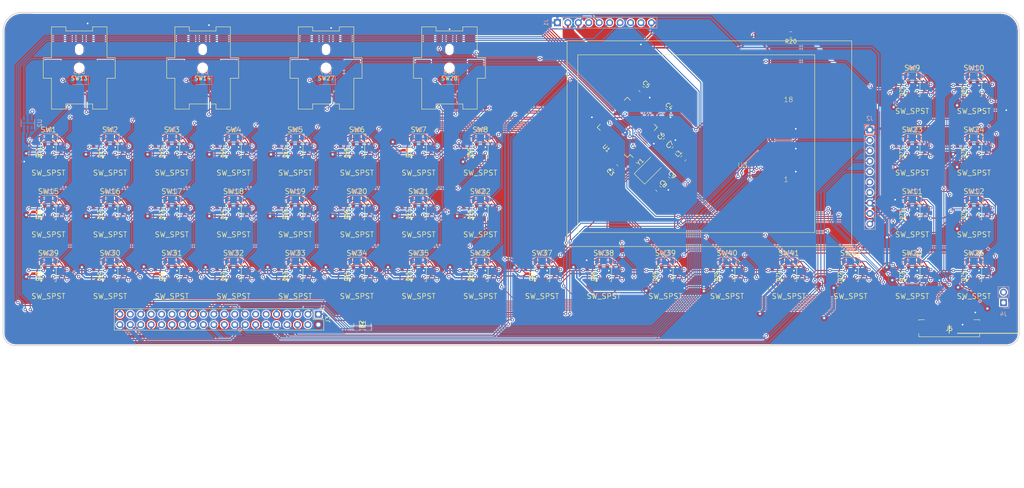
<source format=kicad_pcb>
(kicad_pcb (version 20171130) (host pcbnew "(5.0.0)")
  (layers (0 F.Cu signal) (1 In1.Cu signal hide) (2 In2.Cu signal hide) (31 B.Cu signal) (34 B.Paste user) (35 F.Paste user) (36 B.SilkS user) (37 F.SilkS user) (38 B.Mask user) (39 F.Mask user) (44 Edge.Cuts user))
  (net 0 "")
  (net 1 OSC_IN)
  (net 2 OSC_OUT)
  (net 3 SCL)
  (net 4 MOSI_0)
  (net 5 MISO_0)
  (net 6 SCLK_0)
  (net 7 CE0)
  (net 8 "Net-(D1-Pad2)")
  (net 9 COL1)
  (net 10 "Net-(D2-Pad2)")
  (net 11 COL2)
  (net 12 "Net-(D3-Pad2)")
  (net 13 "Net-(D4-Pad2)")
  (net 14 COL3)
  (net 15 COL4)
  (net 16 UART_TXD)
  (net 17 UART_RXD)
  (net 18 "Net-(C6-Pad1)")
  (net 19 GPIO25)
  (net 20 GPIO24)
  (net 21 COL5)
  (net 22 COL6)
  (net 23 COL7)
  (net 24 COL8)
  (net 25 COL9)
  (net 26 COL10)
  (net 27 COL11)
  (net 28 COL12)
  (net 29 COL13)
  (net 30 COL14)
  (net 31 "Net-(D43-Pad4)")
  (net 32 5V)
  (net 33 OUT_PIN)
  (net 34 SENSE_PIN)
  (net 35 LR_CLK)
  (net 36 BCLK)
  (net 37 I2S_RX)
  (net 38 I2S_TX)
  (net 39 SDA)
  (net 40 3V3)
  (net 41 "Net-(R20-Pad1)")
  (net 42 ROW1)
  (net 43 ENC1_B)
  (net 44 ENC1_A)
  (net 45 ENC2_A)
  (net 46 ENC2_B)
  (net 47 ENC3_B)
  (net 48 ENC3_A)
  (net 49 ENC4_A)
  (net 50 ENC4_B)
  (net 51 ROW2)
  (net 52 ROW3)
  (net 53 LEDIN)
  (net 54 "Net-(D5-Pad2)")
  (net 55 "Net-(D6-Pad2)")
  (net 56 "Net-(D7-Pad2)")
  (net 57 "Net-(D8-Pad2)")
  (net 58 "Net-(D9-Pad2)")
  (net 59 "Net-(D10-Pad2)")
  (net 60 "Net-(D11-Pad2)")
  (net 61 "Net-(D12-Pad2)")
  (net 62 "Net-(D13-Pad2)")
  (net 63 "Net-(D14-Pad2)")
  (net 64 "Net-(D15-Pad2)")
  (net 65 "Net-(D16-Pad2)")
  (net 66 "Net-(D17-Pad2)")
  (net 67 "Net-(D18-Pad2)")
  (net 68 "Net-(D19-Pad2)")
  (net 69 "Net-(D20-Pad2)")
  (net 70 "Net-(D21-Pad2)")
  (net 71 "Net-(D22-Pad2)")
  (net 72 "Net-(D23-Pad2)")
  (net 73 "Net-(D24-Pad2)")
  (net 74 "Net-(D25-Pad2)")
  (net 75 "Net-(D26-Pad2)")
  (net 76 "Net-(D27-Pad2)")
  (net 77 "Net-(D28-Pad2)")
  (net 78 "Net-(D29-Pad2)")
  (net 79 "Net-(D30-Pad2)")
  (net 80 "Net-(D31-Pad2)")
  (net 81 "Net-(D32-Pad2)")
  (net 82 "Net-(D33-Pad2)")
  (net 83 "Net-(D34-Pad2)")
  (net 84 "Net-(D35-Pad2)")
  (net 85 "Net-(D36-Pad2)")
  (net 86 "Net-(D37-Pad2)")
  (net 87 "Net-(D38-Pad2)")
  (net 88 "Net-(D39-Pad2)")
  (net 89 "Net-(D40-Pad2)")
  (net 90 "Net-(D41-Pad2)")
  (net 91 "Net-(D42-Pad2)")
  (net 92 "Net-(D43-Pad2)")
  (net 93 "Net-(D44-Pad2)")
  (net 94 "Net-(D45-Pad2)")
  (net 95 "Net-(D46-Pad2)")
  (net 96 "Net-(D47-Pad2)")
  (net 97 "Net-(D48-Pad2)")
  (net 98 "Net-(D49-Pad2)")
  (net 99 "Net-(D50-Pad2)")
  (net 100 "Net-(D51-Pad2)")
  (net 101 DOUT1)
  (net 102 "Net-(D53-Pad2)")
  (net 103 "Net-(D54-Pad2)")
  (net 104 "Net-(D55-Pad2)")
  (net 105 "Net-(D56-Pad2)")
  (net 106 "Net-(D57-Pad2)")
  (net 107 "Net-(D58-Pad2)")
  (net 108 "Net-(D59-Pad2)")
  (net 109 "Net-(D60-Pad2)")
  (net 110 "Net-(D61-Pad2)")
  (net 111 "Net-(D62-Pad2)")
  (net 112 "Net-(D63-Pad2)")
  (net 113 "Net-(D64-Pad2)")
  (net 114 "Net-(D65-Pad2)")
  (net 115 DOUT2)
  (net 116 "Net-(D67-Pad2)")
  (net 117 "Net-(D68-Pad2)")
  (net 118 "Net-(D69-Pad2)")
  (net 119 "Net-(D70-Pad2)")
  (net 120 "Net-(D71-Pad2)")
  (net 121 "Net-(D72-Pad2)")
  (net 122 "Net-(D73-Pad2)")
  (net 123 "Net-(D74-Pad2)")
  (net 124 "Net-(D75-Pad2)")
  (net 125 "Net-(D76-Pad2)")
  (net 126 "Net-(D77-Pad2)")
  (net 127 "Net-(D78-Pad2)")
  (net 128 "Net-(D79-Pad2)")
  (net 129 GND)
  (net 130 "Net-(J3-Pad1)")
  (net 131 DOK_OUT)
  (net 132 CHG_OUT)
  (net 133 KBLED)
  (net 134 ROW4)
  (net 135 ROW5)
  (module Display:ILI_DISPLAY (layer F.Cu) (at 197.064944 70.615897 180)
    (fp_text reference U3 (at -10 -6 180) (layer F.SilkS) (effects (font (size 1.2065 1.2065) (thickness 0.1016)) (justify left bottom)))
    (fp_text value ILI9341)
    (fp_text user 1 (at -21.2 -9.4 180) (layer F.SilkS) (effects (font (size 1.2065 1.2065) (thickness 0.1016)) (justify left bottom)))
    (fp_text user 18 (at -21.2 10 180) (layer F.SilkS) (effects (font (size 1.2065 1.2065) (thickness 0.1016)) (justify left bottom)))
    (pad 1 smd rect (at -21.2 -6.8 180) (size 4 0.4) (layers F.Cu F.Paste F.Mask) (net 129 GND))
    (pad 2 smd rect (at -21.2 -6 180) (size 4 0.4) (layers F.Cu F.Paste F.Mask) (net 19 GPIO25))
    (pad 3 smd rect (at -21.2 -5.2 180) (size 4 0.4) (layers F.Cu F.Paste F.Mask) (net 6 SCLK_0))
    (pad 4 smd rect (at -21.2 -4.4 180) (size 4 0.4) (layers F.Cu F.Paste F.Mask) (net 20 GPIO24))
    (pad 5 smd rect (at -21.2 -3.6 180) (size 4 0.4) (layers F.Cu F.Paste F.Mask) (net 7 CE0))
    (pad 6 smd rect (at -21.2 -2.8 180) (size 4 0.4) (layers F.Cu F.Paste F.Mask) (net 4 MOSI_0))
    (pad 7 smd rect (at -21.2 -2 180) (size 4 0.4) (layers F.Cu F.Paste F.Mask) (net 5 MISO_0))
    (pad 8 smd rect (at -21.2 -1.2 180) (size 4 0.4) (layers F.Cu F.Paste F.Mask) (net 129 GND))
    (pad 9 smd rect (at -21.2 -0.4 180) (size 4 0.4) (layers F.Cu F.Paste F.Mask) (net 40 3V3))
    (pad 10 smd rect (at -21.2 0.4 180) (size 4 0.4) (layers F.Cu F.Paste F.Mask) (net 41 "Net-(R20-Pad1)"))
    (pad 11 smd rect (at -21.2 1.2 180) (size 4 0.4) (layers F.Cu F.Paste F.Mask) (net 129 GND))
    (pad 12 smd rect (at -21.2 2 180) (size 4 0.4) (layers F.Cu F.Paste F.Mask) (net 129 GND))
    (pad 13 smd rect (at -21.2 2.8 180) (size 4 0.4) (layers F.Cu F.Paste F.Mask) (net 129 GND))
    (pad 14 smd rect (at -21.2 3.6 180) (size 4 0.4) (layers F.Cu F.Paste F.Mask) (net 129 GND))
    (pad 15 smd rect (at -21.2 4.4 180) (size 4 0.4) (layers F.Cu F.Paste F.Mask))
    (pad 16 smd rect (at -21.2 5.2 180) (size 4 0.4) (layers F.Cu F.Paste F.Mask))
    (pad 17 smd rect (at -21.2 6 180) (size 4 0.4) (layers F.Cu F.Paste F.Mask))
    (pad 18 smd rect (at -21.2 6.8 180) (size 4 0.4) (layers F.Cu F.Paste F.Mask))
  )
  (module Button_Switch_SMD:SILICONE_BUTTON_10MM_4X4WIDE (layer F.Cu) (at 144.564944 87.215897)
    (fp_text reference SW22 (at 0 -5) (layer F.SilkS) (effects (font (size 1.27 1.27))))
    (fp_text value SW_SPST (at 0 5.5) (layer F.SilkS) (effects (font (size 1.27 1.27))))
    (fp_line (start 0 -4) (end 0 -3.4) (layer F.Cu) (width 0.254))
    (fp_line (start 1.5 -3.7) (end 1.3 -3.2) (layer F.Cu) (width 0.254))
    (fp_line (start -1.4 -3.7) (end -1.2 -3.2) (layer F.Cu) (width 0.254))
    (fp_line (start -3.7 1.5) (end -3.2 1.3) (layer F.Cu) (width 0.254))
    (fp_line (start -1.5 3.7) (end -1.3 3.2) (layer F.Cu) (width 0.254))
    (fp_line (start 0 4) (end 0 3.4) (layer F.Cu) (width 0.254))
    (fp_line (start 1.5 3.7) (end 1.3 3.2) (layer F.Cu) (width 0.254))
    (fp_line (start 4 0) (end 3.4 0) (layer F.Cu) (width 0.254))
    (fp_line (start 3.7 1.4) (end 3.1 1.2) (layer F.Cu) (width 0.254))
    (fp_line (start 2.9 -0.5) (end 3.4 -0.6) (layer F.Cu) (width 0.254))
    (fp_line (start 3.6 -1.5) (end 3.1 -1.3) (layer F.Cu) (width 0.254))
    (fp_arc (start 0 0) (end -3.7 1.5) (angle -315.9) (layer F.Cu) (width 0.254))
    (fp_line (start -3.7 -1.5) (end -3.2 -1.3) (layer F.Cu) (width 0.254))
    (fp_arc (start 0 0) (end -1.7 -2.3) (angle -107.1) (layer F.Cu) (width 0.254))
    (fp_arc (start 0 0) (end 1.7 2.3) (angle -107.1) (layer F.Cu) (width 0.254))
    (fp_line (start -1.7 2.3) (end -1.7 2.8) (layer F.Cu) (width 0.254))
    (fp_line (start 1.7 2.3) (end 1.7 2.8) (layer F.Cu) (width 0.254))
    (fp_line (start 1.7 2.8) (end 0.7 2.8) (layer F.Cu) (width 0.254))
    (fp_line (start 0.7 2.8) (end -0.7 2.8) (layer F.Cu) (width 0.254))
    (fp_line (start -0.7 2.8) (end -1.7 2.8) (layer F.Cu) (width 0.254))
    (fp_line (start -1.7 -2.3) (end -1.7 -2.8) (layer F.Cu) (width 0.254))
    (fp_line (start 1.7 -2.3) (end 1.7 -2.8) (layer F.Cu) (width 0.254))
    (fp_line (start 1.7 -2.8) (end 0.7 -2.8) (layer F.Cu) (width 0.254))
    (fp_line (start 0.7 -2.8) (end -0.6 -2.8) (layer F.Cu) (width 0.254))
    (fp_line (start -0.6 -2.8) (end -1.7 -2.8) (layer F.Cu) (width 0.254))
    (fp_line (start 2.9 0.5) (end 3.4 0.6) (layer F.Cu) (width 0.254))
    (fp_line (start 2.4 1.6) (end 2.8 1.9) (layer F.Cu) (width 0.254))
    (fp_line (start 2.8 2.8) (end 2.4 2.4) (layer F.Cu) (width 0.254))
    (fp_line (start -2.4 1.6) (end -2.8 1.9) (layer F.Cu) (width 0.254))
    (fp_line (start -2.8 2.8) (end -2.4 2.4) (layer F.Cu) (width 0.254))
    (fp_line (start -2.4 -1.6) (end -2.9 -1.9) (layer F.Cu) (width 0.254))
    (fp_line (start -2.8 -2.8) (end -2.4 -2.5) (layer F.Cu) (width 0.254))
    (fp_line (start 2.4 -1.7) (end 2.8 -2) (layer F.Cu) (width 0.254))
    (fp_line (start 2.6 -2.9) (end 2.3 -2.6) (layer F.Cu) (width 0.254))
    (fp_line (start -0.7 2.8) (end -0.7 3.4) (layer F.Cu) (width 0.254))
    (fp_line (start 0.7 2.8) (end 0.7 3.4) (layer F.Cu) (width 0.254))
    (fp_line (start -0.6 -2.8) (end -0.6 -3.4) (layer F.Cu) (width 0.254))
    (fp_line (start 0.7 -2.8) (end 0.7 -3.4) (layer F.Cu) (width 0.254))
    (pad 1 smd rect (at -3.4 0) (size 1.45 0.635) (layers F.Cu F.Mask) (net 51 ROW2))
    (pad 2 smd rect (at 4 0 90) (size 0.6096 0.3048) (layers F.Cu F.Mask) (net 71 "Net-(D22-Pad2)"))
  )
  (module Button_Switch_SMD:SILICONE_BUTTON_10MM_4X4WIDE (layer F.Cu) (at 264.564944 102.215897)
    (fp_text reference SW26 (at 0 -5) (layer F.SilkS) (effects (font (size 1.27 1.27))))
    (fp_text value SW_SPST (at 0 5.5) (layer F.SilkS) (effects (font (size 1.27 1.27))))
    (fp_line (start 0 -4) (end 0 -3.4) (layer F.Cu) (width 0.254))
    (fp_line (start 1.5 -3.7) (end 1.3 -3.2) (layer F.Cu) (width 0.254))
    (fp_line (start -1.4 -3.7) (end -1.2 -3.2) (layer F.Cu) (width 0.254))
    (fp_line (start -3.7 1.5) (end -3.2 1.3) (layer F.Cu) (width 0.254))
    (fp_line (start -1.5 3.7) (end -1.3 3.2) (layer F.Cu) (width 0.254))
    (fp_line (start 0 4) (end 0 3.4) (layer F.Cu) (width 0.254))
    (fp_line (start 1.5 3.7) (end 1.3 3.2) (layer F.Cu) (width 0.254))
    (fp_line (start 4 0) (end 3.4 0) (layer F.Cu) (width 0.254))
    (fp_line (start 3.7 1.4) (end 3.1 1.2) (layer F.Cu) (width 0.254))
    (fp_line (start 2.9 -0.5) (end 3.4 -0.6) (layer F.Cu) (width 0.254))
    (fp_line (start 3.6 -1.5) (end 3.1 -1.3) (layer F.Cu) (width 0.254))
    (fp_arc (start 0 0) (end -3.7 1.5) (angle -315.9) (layer F.Cu) (width 0.254))
    (fp_line (start -3.7 -1.5) (end -3.2 -1.3) (layer F.Cu) (width 0.254))
    (fp_arc (start 0 0) (end -1.7 -2.3) (angle -107.1) (layer F.Cu) (width 0.254))
    (fp_arc (start 0 0) (end 1.7 2.3) (angle -107.1) (layer F.Cu) (width 0.254))
    (fp_line (start -1.7 2.3) (end -1.7 2.8) (layer F.Cu) (width 0.254))
    (fp_line (start 1.7 2.3) (end 1.7 2.8) (layer F.Cu) (width 0.254))
    (fp_line (start 1.7 2.8) (end 0.7 2.8) (layer F.Cu) (width 0.254))
    (fp_line (start 0.7 2.8) (end -0.7 2.8) (layer F.Cu) (width 0.254))
    (fp_line (start -0.7 2.8) (end -1.7 2.8) (layer F.Cu) (width 0.254))
    (fp_line (start -1.7 -2.3) (end -1.7 -2.8) (layer F.Cu) (width 0.254))
    (fp_line (start 1.7 -2.3) (end 1.7 -2.8) (layer F.Cu) (width 0.254))
    (fp_line (start 1.7 -2.8) (end 0.7 -2.8) (layer F.Cu) (width 0.254))
    (fp_line (start 0.7 -2.8) (end -0.6 -2.8) (layer F.Cu) (width 0.254))
    (fp_line (start -0.6 -2.8) (end -1.7 -2.8) (layer F.Cu) (width 0.254))
    (fp_line (start 2.9 0.5) (end 3.4 0.6) (layer F.Cu) (width 0.254))
    (fp_line (start 2.4 1.6) (end 2.8 1.9) (layer F.Cu) (width 0.254))
    (fp_line (start 2.8 2.8) (end 2.4 2.4) (layer F.Cu) (width 0.254))
    (fp_line (start -2.4 1.6) (end -2.8 1.9) (layer F.Cu) (width 0.254))
    (fp_line (start -2.8 2.8) (end -2.4 2.4) (layer F.Cu) (width 0.254))
    (fp_line (start -2.4 -1.6) (end -2.9 -1.9) (layer F.Cu) (width 0.254))
    (fp_line (start -2.8 -2.8) (end -2.4 -2.5) (layer F.Cu) (width 0.254))
    (fp_line (start 2.4 -1.7) (end 2.8 -2) (layer F.Cu) (width 0.254))
    (fp_line (start 2.6 -2.9) (end 2.3 -2.6) (layer F.Cu) (width 0.254))
    (fp_line (start -0.7 2.8) (end -0.7 3.4) (layer F.Cu) (width 0.254))
    (fp_line (start 0.7 2.8) (end 0.7 3.4) (layer F.Cu) (width 0.254))
    (fp_line (start -0.6 -2.8) (end -0.6 -3.4) (layer F.Cu) (width 0.254))
    (fp_line (start 0.7 -2.8) (end 0.7 -3.4) (layer F.Cu) (width 0.254))
    (pad 1 smd rect (at -3.4 0) (size 1.45 0.635) (layers F.Cu F.Mask) (net 51 ROW2))
    (pad 2 smd rect (at 4 0 90) (size 0.6096 0.3048) (layers F.Cu F.Mask) (net 75 "Net-(D26-Pad2)"))
  )
  (module Button_Switch_SMD:SILICONE_BUTTON_10MM_4X4WIDE (layer F.Cu) (at 249.564944 102.215897)
    (fp_text reference SW25 (at 0 -5) (layer F.SilkS) (effects (font (size 1.27 1.27))))
    (fp_text value SW_SPST (at 0 5.5) (layer F.SilkS) (effects (font (size 1.27 1.27))))
    (fp_line (start 0 -4) (end 0 -3.4) (layer F.Cu) (width 0.254))
    (fp_line (start 1.5 -3.7) (end 1.3 -3.2) (layer F.Cu) (width 0.254))
    (fp_line (start -1.4 -3.7) (end -1.2 -3.2) (layer F.Cu) (width 0.254))
    (fp_line (start -3.7 1.5) (end -3.2 1.3) (layer F.Cu) (width 0.254))
    (fp_line (start -1.5 3.7) (end -1.3 3.2) (layer F.Cu) (width 0.254))
    (fp_line (start 0 4) (end 0 3.4) (layer F.Cu) (width 0.254))
    (fp_line (start 1.5 3.7) (end 1.3 3.2) (layer F.Cu) (width 0.254))
    (fp_line (start 4 0) (end 3.4 0) (layer F.Cu) (width 0.254))
    (fp_line (start 3.7 1.4) (end 3.1 1.2) (layer F.Cu) (width 0.254))
    (fp_line (start 2.9 -0.5) (end 3.4 -0.6) (layer F.Cu) (width 0.254))
    (fp_line (start 3.6 -1.5) (end 3.1 -1.3) (layer F.Cu) (width 0.254))
    (fp_arc (start 0 0) (end -3.7 1.5) (angle -315.9) (layer F.Cu) (width 0.254))
    (fp_line (start -3.7 -1.5) (end -3.2 -1.3) (layer F.Cu) (width 0.254))
    (fp_arc (start 0 0) (end -1.7 -2.3) (angle -107.1) (layer F.Cu) (width 0.254))
    (fp_arc (start 0 0) (end 1.7 2.3) (angle -107.1) (layer F.Cu) (width 0.254))
    (fp_line (start -1.7 2.3) (end -1.7 2.8) (layer F.Cu) (width 0.254))
    (fp_line (start 1.7 2.3) (end 1.7 2.8) (layer F.Cu) (width 0.254))
    (fp_line (start 1.7 2.8) (end 0.7 2.8) (layer F.Cu) (width 0.254))
    (fp_line (start 0.7 2.8) (end -0.7 2.8) (layer F.Cu) (width 0.254))
    (fp_line (start -0.7 2.8) (end -1.7 2.8) (layer F.Cu) (width 0.254))
    (fp_line (start -1.7 -2.3) (end -1.7 -2.8) (layer F.Cu) (width 0.254))
    (fp_line (start 1.7 -2.3) (end 1.7 -2.8) (layer F.Cu) (width 0.254))
    (fp_line (start 1.7 -2.8) (end 0.7 -2.8) (layer F.Cu) (width 0.254))
    (fp_line (start 0.7 -2.8) (end -0.6 -2.8) (layer F.Cu) (width 0.254))
    (fp_line (start -0.6 -2.8) (end -1.7 -2.8) (layer F.Cu) (width 0.254))
    (fp_line (start 2.9 0.5) (end 3.4 0.6) (layer F.Cu) (width 0.254))
    (fp_line (start 2.4 1.6) (end 2.8 1.9) (layer F.Cu) (width 0.254))
    (fp_line (start 2.8 2.8) (end 2.4 2.4) (layer F.Cu) (width 0.254))
    (fp_line (start -2.4 1.6) (end -2.8 1.9) (layer F.Cu) (width 0.254))
    (fp_line (start -2.8 2.8) (end -2.4 2.4) (layer F.Cu) (width 0.254))
    (fp_line (start -2.4 -1.6) (end -2.9 -1.9) (layer F.Cu) (width 0.254))
    (fp_line (start -2.8 -2.8) (end -2.4 -2.5) (layer F.Cu) (width 0.254))
    (fp_line (start 2.4 -1.7) (end 2.8 -2) (layer F.Cu) (width 0.254))
    (fp_line (start 2.6 -2.9) (end 2.3 -2.6) (layer F.Cu) (width 0.254))
    (fp_line (start -0.7 2.8) (end -0.7 3.4) (layer F.Cu) (width 0.254))
    (fp_line (start 0.7 2.8) (end 0.7 3.4) (layer F.Cu) (width 0.254))
    (fp_line (start -0.6 -2.8) (end -0.6 -3.4) (layer F.Cu) (width 0.254))
    (fp_line (start 0.7 -2.8) (end 0.7 -3.4) (layer F.Cu) (width 0.254))
    (pad 1 smd rect (at -3.4 0) (size 1.45 0.635) (layers F.Cu F.Mask) (net 51 ROW2))
    (pad 2 smd rect (at 4 0 90) (size 0.6096 0.3048) (layers F.Cu F.Mask) (net 74 "Net-(D25-Pad2)"))
  )
  (module Button_Switch_SMD:SILICONE_BUTTON_10MM_4X4WIDE (layer F.Cu) (at 234.564944 102.215897)
    (fp_text reference SW42 (at 0 -5) (layer F.SilkS) (effects (font (size 1.27 1.27))))
    (fp_text value SW_SPST (at 0 5.5) (layer F.SilkS) (effects (font (size 1.27 1.27))))
    (fp_line (start 0 -4) (end 0 -3.4) (layer F.Cu) (width 0.254))
    (fp_line (start 1.5 -3.7) (end 1.3 -3.2) (layer F.Cu) (width 0.254))
    (fp_line (start -1.4 -3.7) (end -1.2 -3.2) (layer F.Cu) (width 0.254))
    (fp_line (start -3.7 1.5) (end -3.2 1.3) (layer F.Cu) (width 0.254))
    (fp_line (start -1.5 3.7) (end -1.3 3.2) (layer F.Cu) (width 0.254))
    (fp_line (start 0 4) (end 0 3.4) (layer F.Cu) (width 0.254))
    (fp_line (start 1.5 3.7) (end 1.3 3.2) (layer F.Cu) (width 0.254))
    (fp_line (start 4 0) (end 3.4 0) (layer F.Cu) (width 0.254))
    (fp_line (start 3.7 1.4) (end 3.1 1.2) (layer F.Cu) (width 0.254))
    (fp_line (start 2.9 -0.5) (end 3.4 -0.6) (layer F.Cu) (width 0.254))
    (fp_line (start 3.6 -1.5) (end 3.1 -1.3) (layer F.Cu) (width 0.254))
    (fp_arc (start 0 0) (end -3.7 1.5) (angle -315.9) (layer F.Cu) (width 0.254))
    (fp_line (start -3.7 -1.5) (end -3.2 -1.3) (layer F.Cu) (width 0.254))
    (fp_arc (start 0 0) (end -1.7 -2.3) (angle -107.1) (layer F.Cu) (width 0.254))
    (fp_arc (start 0 0) (end 1.7 2.3) (angle -107.1) (layer F.Cu) (width 0.254))
    (fp_line (start -1.7 2.3) (end -1.7 2.8) (layer F.Cu) (width 0.254))
    (fp_line (start 1.7 2.3) (end 1.7 2.8) (layer F.Cu) (width 0.254))
    (fp_line (start 1.7 2.8) (end 0.7 2.8) (layer F.Cu) (width 0.254))
    (fp_line (start 0.7 2.8) (end -0.7 2.8) (layer F.Cu) (width 0.254))
    (fp_line (start -0.7 2.8) (end -1.7 2.8) (layer F.Cu) (width 0.254))
    (fp_line (start -1.7 -2.3) (end -1.7 -2.8) (layer F.Cu) (width 0.254))
    (fp_line (start 1.7 -2.3) (end 1.7 -2.8) (layer F.Cu) (width 0.254))
    (fp_line (start 1.7 -2.8) (end 0.7 -2.8) (layer F.Cu) (width 0.254))
    (fp_line (start 0.7 -2.8) (end -0.6 -2.8) (layer F.Cu) (width 0.254))
    (fp_line (start -0.6 -2.8) (end -1.7 -2.8) (layer F.Cu) (width 0.254))
    (fp_line (start 2.9 0.5) (end 3.4 0.6) (layer F.Cu) (width 0.254))
    (fp_line (start 2.4 1.6) (end 2.8 1.9) (layer F.Cu) (width 0.254))
    (fp_line (start 2.8 2.8) (end 2.4 2.4) (layer F.Cu) (width 0.254))
    (fp_line (start -2.4 1.6) (end -2.8 1.9) (layer F.Cu) (width 0.254))
    (fp_line (start -2.8 2.8) (end -2.4 2.4) (layer F.Cu) (width 0.254))
    (fp_line (start -2.4 -1.6) (end -2.9 -1.9) (layer F.Cu) (width 0.254))
    (fp_line (start -2.8 -2.8) (end -2.4 -2.5) (layer F.Cu) (width 0.254))
    (fp_line (start 2.4 -1.7) (end 2.8 -2) (layer F.Cu) (width 0.254))
    (fp_line (start 2.6 -2.9) (end 2.3 -2.6) (layer F.Cu) (width 0.254))
    (fp_line (start -0.7 2.8) (end -0.7 3.4) (layer F.Cu) (width 0.254))
    (fp_line (start 0.7 2.8) (end 0.7 3.4) (layer F.Cu) (width 0.254))
    (fp_line (start -0.6 -2.8) (end -0.6 -3.4) (layer F.Cu) (width 0.254))
    (fp_line (start 0.7 -2.8) (end 0.7 -3.4) (layer F.Cu) (width 0.254))
    (pad 1 smd rect (at -3.4 0) (size 1.45 0.635) (layers F.Cu F.Mask) (net 52 ROW3))
    (pad 2 smd rect (at 4 0 90) (size 0.6096 0.3048) (layers F.Cu F.Mask) (net 91 "Net-(D42-Pad2)"))
  )
  (module Button_Switch_SMD:SILICONE_BUTTON_10MM_4X4WIDE (layer F.Cu) (at 219.564944 102.215897)
    (fp_text reference SW41 (at 0 -5) (layer F.SilkS) (effects (font (size 1.27 1.27))))
    (fp_text value SW_SPST (at 0 5.5) (layer F.SilkS) (effects (font (size 1.27 1.27))))
    (fp_line (start 0 -4) (end 0 -3.4) (layer F.Cu) (width 0.254))
    (fp_line (start 1.5 -3.7) (end 1.3 -3.2) (layer F.Cu) (width 0.254))
    (fp_line (start -1.4 -3.7) (end -1.2 -3.2) (layer F.Cu) (width 0.254))
    (fp_line (start -3.7 1.5) (end -3.2 1.3) (layer F.Cu) (width 0.254))
    (fp_line (start -1.5 3.7) (end -1.3 3.2) (layer F.Cu) (width 0.254))
    (fp_line (start 0 4) (end 0 3.4) (layer F.Cu) (width 0.254))
    (fp_line (start 1.5 3.7) (end 1.3 3.2) (layer F.Cu) (width 0.254))
    (fp_line (start 4 0) (end 3.4 0) (layer F.Cu) (width 0.254))
    (fp_line (start 3.7 1.4) (end 3.1 1.2) (layer F.Cu) (width 0.254))
    (fp_line (start 2.9 -0.5) (end 3.4 -0.6) (layer F.Cu) (width 0.254))
    (fp_line (start 3.6 -1.5) (end 3.1 -1.3) (layer F.Cu) (width 0.254))
    (fp_arc (start 0 0) (end -3.7 1.5) (angle -315.9) (layer F.Cu) (width 0.254))
    (fp_line (start -3.7 -1.5) (end -3.2 -1.3) (layer F.Cu) (width 0.254))
    (fp_arc (start 0 0) (end -1.7 -2.3) (angle -107.1) (layer F.Cu) (width 0.254))
    (fp_arc (start 0 0) (end 1.7 2.3) (angle -107.1) (layer F.Cu) (width 0.254))
    (fp_line (start -1.7 2.3) (end -1.7 2.8) (layer F.Cu) (width 0.254))
    (fp_line (start 1.7 2.3) (end 1.7 2.8) (layer F.Cu) (width 0.254))
    (fp_line (start 1.7 2.8) (end 0.7 2.8) (layer F.Cu) (width 0.254))
    (fp_line (start 0.7 2.8) (end -0.7 2.8) (layer F.Cu) (width 0.254))
    (fp_line (start -0.7 2.8) (end -1.7 2.8) (layer F.Cu) (width 0.254))
    (fp_line (start -1.7 -2.3) (end -1.7 -2.8) (layer F.Cu) (width 0.254))
    (fp_line (start 1.7 -2.3) (end 1.7 -2.8) (layer F.Cu) (width 0.254))
    (fp_line (start 1.7 -2.8) (end 0.7 -2.8) (layer F.Cu) (width 0.254))
    (fp_line (start 0.7 -2.8) (end -0.6 -2.8) (layer F.Cu) (width 0.254))
    (fp_line (start -0.6 -2.8) (end -1.7 -2.8) (layer F.Cu) (width 0.254))
    (fp_line (start 2.9 0.5) (end 3.4 0.6) (layer F.Cu) (width 0.254))
    (fp_line (start 2.4 1.6) (end 2.8 1.9) (layer F.Cu) (width 0.254))
    (fp_line (start 2.8 2.8) (end 2.4 2.4) (layer F.Cu) (width 0.254))
    (fp_line (start -2.4 1.6) (end -2.8 1.9) (layer F.Cu) (width 0.254))
    (fp_line (start -2.8 2.8) (end -2.4 2.4) (layer F.Cu) (width 0.254))
    (fp_line (start -2.4 -1.6) (end -2.9 -1.9) (layer F.Cu) (width 0.254))
    (fp_line (start -2.8 -2.8) (end -2.4 -2.5) (layer F.Cu) (width 0.254))
    (fp_line (start 2.4 -1.7) (end 2.8 -2) (layer F.Cu) (width 0.254))
    (fp_line (start 2.6 -2.9) (end 2.3 -2.6) (layer F.Cu) (width 0.254))
    (fp_line (start -0.7 2.8) (end -0.7 3.4) (layer F.Cu) (width 0.254))
    (fp_line (start 0.7 2.8) (end 0.7 3.4) (layer F.Cu) (width 0.254))
    (fp_line (start -0.6 -2.8) (end -0.6 -3.4) (layer F.Cu) (width 0.254))
    (fp_line (start 0.7 -2.8) (end 0.7 -3.4) (layer F.Cu) (width 0.254))
    (pad 1 smd rect (at -3.4 0) (size 1.45 0.635) (layers F.Cu F.Mask) (net 52 ROW3))
    (pad 2 smd rect (at 4 0 90) (size 0.6096 0.3048) (layers F.Cu F.Mask) (net 90 "Net-(D41-Pad2)"))
  )
  (module Button_Switch_SMD:SILICONE_BUTTON_10MM_4X4WIDE (layer F.Cu) (at 204.564944 102.215897)
    (fp_text reference SW40 (at 0 -5) (layer F.SilkS) (effects (font (size 1.27 1.27))))
    (fp_text value SW_SPST (at 0 5.5) (layer F.SilkS) (effects (font (size 1.27 1.27))))
    (fp_line (start 0 -4) (end 0 -3.4) (layer F.Cu) (width 0.254))
    (fp_line (start 1.5 -3.7) (end 1.3 -3.2) (layer F.Cu) (width 0.254))
    (fp_line (start -1.4 -3.7) (end -1.2 -3.2) (layer F.Cu) (width 0.254))
    (fp_line (start -3.7 1.5) (end -3.2 1.3) (layer F.Cu) (width 0.254))
    (fp_line (start -1.5 3.7) (end -1.3 3.2) (layer F.Cu) (width 0.254))
    (fp_line (start 0 4) (end 0 3.4) (layer F.Cu) (width 0.254))
    (fp_line (start 1.5 3.7) (end 1.3 3.2) (layer F.Cu) (width 0.254))
    (fp_line (start 4 0) (end 3.4 0) (layer F.Cu) (width 0.254))
    (fp_line (start 3.7 1.4) (end 3.1 1.2) (layer F.Cu) (width 0.254))
    (fp_line (start 2.9 -0.5) (end 3.4 -0.6) (layer F.Cu) (width 0.254))
    (fp_line (start 3.6 -1.5) (end 3.1 -1.3) (layer F.Cu) (width 0.254))
    (fp_arc (start 0 0) (end -3.7 1.5) (angle -315.9) (layer F.Cu) (width 0.254))
    (fp_line (start -3.7 -1.5) (end -3.2 -1.3) (layer F.Cu) (width 0.254))
    (fp_arc (start 0 0) (end -1.7 -2.3) (angle -107.1) (layer F.Cu) (width 0.254))
    (fp_arc (start 0 0) (end 1.7 2.3) (angle -107.1) (layer F.Cu) (width 0.254))
    (fp_line (start -1.7 2.3) (end -1.7 2.8) (layer F.Cu) (width 0.254))
    (fp_line (start 1.7 2.3) (end 1.7 2.8) (layer F.Cu) (width 0.254))
    (fp_line (start 1.7 2.8) (end 0.7 2.8) (layer F.Cu) (width 0.254))
    (fp_line (start 0.7 2.8) (end -0.7 2.8) (layer F.Cu) (width 0.254))
    (fp_line (start -0.7 2.8) (end -1.7 2.8) (layer F.Cu) (width 0.254))
    (fp_line (start -1.7 -2.3) (end -1.7 -2.8) (layer F.Cu) (width 0.254))
    (fp_line (start 1.7 -2.3) (end 1.7 -2.8) (layer F.Cu) (width 0.254))
    (fp_line (start 1.7 -2.8) (end 0.7 -2.8) (layer F.Cu) (width 0.254))
    (fp_line (start 0.7 -2.8) (end -0.6 -2.8) (layer F.Cu) (width 0.254))
    (fp_line (start -0.6 -2.8) (end -1.7 -2.8) (layer F.Cu) (width 0.254))
    (fp_line (start 2.9 0.5) (end 3.4 0.6) (layer F.Cu) (width 0.254))
    (fp_line (start 2.4 1.6) (end 2.8 1.9) (layer F.Cu) (width 0.254))
    (fp_line (start 2.8 2.8) (end 2.4 2.4) (layer F.Cu) (width 0.254))
    (fp_line (start -2.4 1.6) (end -2.8 1.9) (layer F.Cu) (width 0.254))
    (fp_line (start -2.8 2.8) (end -2.4 2.4) (layer F.Cu) (width 0.254))
    (fp_line (start -2.4 -1.6) (end -2.9 -1.9) (layer F.Cu) (width 0.254))
    (fp_line (start -2.8 -2.8) (end -2.4 -2.5) (layer F.Cu) (width 0.254))
    (fp_line (start 2.4 -1.7) (end 2.8 -2) (layer F.Cu) (width 0.254))
    (fp_line (start 2.6 -2.9) (end 2.3 -2.6) (layer F.Cu) (width 0.254))
    (fp_line (start -0.7 2.8) (end -0.7 3.4) (layer F.Cu) (width 0.254))
    (fp_line (start 0.7 2.8) (end 0.7 3.4) (layer F.Cu) (width 0.254))
    (fp_line (start -0.6 -2.8) (end -0.6 -3.4) (layer F.Cu) (width 0.254))
    (fp_line (start 0.7 -2.8) (end 0.7 -3.4) (layer F.Cu) (width 0.254))
    (pad 1 smd rect (at -3.4 0) (size 1.45 0.635) (layers F.Cu F.Mask) (net 52 ROW3))
    (pad 2 smd rect (at 4 0 90) (size 0.6096 0.3048) (layers F.Cu F.Mask) (net 89 "Net-(D40-Pad2)"))
  )
  (module Button_Switch_SMD:SILICONE_BUTTON_10MM_4X4WIDE (layer F.Cu) (at 189.564944 102.215897)
    (fp_text reference SW39 (at 0 -5) (layer F.SilkS) (effects (font (size 1.27 1.27))))
    (fp_text value SW_SPST (at 0 5.5) (layer F.SilkS) (effects (font (size 1.27 1.27))))
    (fp_line (start 0 -4) (end 0 -3.4) (layer F.Cu) (width 0.254))
    (fp_line (start 1.5 -3.7) (end 1.3 -3.2) (layer F.Cu) (width 0.254))
    (fp_line (start -1.4 -3.7) (end -1.2 -3.2) (layer F.Cu) (width 0.254))
    (fp_line (start -3.7 1.5) (end -3.2 1.3) (layer F.Cu) (width 0.254))
    (fp_line (start -1.5 3.7) (end -1.3 3.2) (layer F.Cu) (width 0.254))
    (fp_line (start 0 4) (end 0 3.4) (layer F.Cu) (width 0.254))
    (fp_line (start 1.5 3.7) (end 1.3 3.2) (layer F.Cu) (width 0.254))
    (fp_line (start 4 0) (end 3.4 0) (layer F.Cu) (width 0.254))
    (fp_line (start 3.7 1.4) (end 3.1 1.2) (layer F.Cu) (width 0.254))
    (fp_line (start 2.9 -0.5) (end 3.4 -0.6) (layer F.Cu) (width 0.254))
    (fp_line (start 3.6 -1.5) (end 3.1 -1.3) (layer F.Cu) (width 0.254))
    (fp_arc (start 0 0) (end -3.7 1.5) (angle -315.9) (layer F.Cu) (width 0.254))
    (fp_line (start -3.7 -1.5) (end -3.2 -1.3) (layer F.Cu) (width 0.254))
    (fp_arc (start 0 0) (end -1.7 -2.3) (angle -107.1) (layer F.Cu) (width 0.254))
    (fp_arc (start 0 0) (end 1.7 2.3) (angle -107.1) (layer F.Cu) (width 0.254))
    (fp_line (start -1.7 2.3) (end -1.7 2.8) (layer F.Cu) (width 0.254))
    (fp_line (start 1.7 2.3) (end 1.7 2.8) (layer F.Cu) (width 0.254))
    (fp_line (start 1.7 2.8) (end 0.7 2.8) (layer F.Cu) (width 0.254))
    (fp_line (start 0.7 2.8) (end -0.7 2.8) (layer F.Cu) (width 0.254))
    (fp_line (start -0.7 2.8) (end -1.7 2.8) (layer F.Cu) (width 0.254))
    (fp_line (start -1.7 -2.3) (end -1.7 -2.8) (layer F.Cu) (width 0.254))
    (fp_line (start 1.7 -2.3) (end 1.7 -2.8) (layer F.Cu) (width 0.254))
    (fp_line (start 1.7 -2.8) (end 0.7 -2.8) (layer F.Cu) (width 0.254))
    (fp_line (start 0.7 -2.8) (end -0.6 -2.8) (layer F.Cu) (width 0.254))
    (fp_line (start -0.6 -2.8) (end -1.7 -2.8) (layer F.Cu) (width 0.254))
    (fp_line (start 2.9 0.5) (end 3.4 0.6) (layer F.Cu) (width 0.254))
    (fp_line (start 2.4 1.6) (end 2.8 1.9) (layer F.Cu) (width 0.254))
    (fp_line (start 2.8 2.8) (end 2.4 2.4) (layer F.Cu) (width 0.254))
    (fp_line (start -2.4 1.6) (end -2.8 1.9) (layer F.Cu) (width 0.254))
    (fp_line (start -2.8 2.8) (end -2.4 2.4) (layer F.Cu) (width 0.254))
    (fp_line (start -2.4 -1.6) (end -2.9 -1.9) (layer F.Cu) (width 0.254))
    (fp_line (start -2.8 -2.8) (end -2.4 -2.5) (layer F.Cu) (width 0.254))
    (fp_line (start 2.4 -1.7) (end 2.8 -2) (layer F.Cu) (width 0.254))
    (fp_line (start 2.6 -2.9) (end 2.3 -2.6) (layer F.Cu) (width 0.254))
    (fp_line (start -0.7 2.8) (end -0.7 3.4) (layer F.Cu) (width 0.254))
    (fp_line (start 0.7 2.8) (end 0.7 3.4) (layer F.Cu) (width 0.254))
    (fp_line (start -0.6 -2.8) (end -0.6 -3.4) (layer F.Cu) (width 0.254))
    (fp_line (start 0.7 -2.8) (end 0.7 -3.4) (layer F.Cu) (width 0.254))
    (pad 1 smd rect (at -3.4 0) (size 1.45 0.635) (layers F.Cu F.Mask) (net 52 ROW3))
    (pad 2 smd rect (at 4 0 90) (size 0.6096 0.3048) (layers F.Cu F.Mask) (net 88 "Net-(D39-Pad2)"))
  )
  (module Button_Switch_SMD:SILICONE_BUTTON_10MM_4X4WIDE (layer F.Cu) (at 174.564944 102.215897)
    (fp_text reference SW38 (at 0 -5) (layer F.SilkS) (effects (font (size 1.27 1.27))))
    (fp_text value SW_SPST (at 0 5.5) (layer F.SilkS) (effects (font (size 1.27 1.27))))
    (fp_line (start 0 -4) (end 0 -3.4) (layer F.Cu) (width 0.254))
    (fp_line (start 1.5 -3.7) (end 1.3 -3.2) (layer F.Cu) (width 0.254))
    (fp_line (start -1.4 -3.7) (end -1.2 -3.2) (layer F.Cu) (width 0.254))
    (fp_line (start -3.7 1.5) (end -3.2 1.3) (layer F.Cu) (width 0.254))
    (fp_line (start -1.5 3.7) (end -1.3 3.2) (layer F.Cu) (width 0.254))
    (fp_line (start 0 4) (end 0 3.4) (layer F.Cu) (width 0.254))
    (fp_line (start 1.5 3.7) (end 1.3 3.2) (layer F.Cu) (width 0.254))
    (fp_line (start 4 0) (end 3.4 0) (layer F.Cu) (width 0.254))
    (fp_line (start 3.7 1.4) (end 3.1 1.2) (layer F.Cu) (width 0.254))
    (fp_line (start 2.9 -0.5) (end 3.4 -0.6) (layer F.Cu) (width 0.254))
    (fp_line (start 3.6 -1.5) (end 3.1 -1.3) (layer F.Cu) (width 0.254))
    (fp_arc (start 0 0) (end -3.7 1.5) (angle -315.9) (layer F.Cu) (width 0.254))
    (fp_line (start -3.7 -1.5) (end -3.2 -1.3) (layer F.Cu) (width 0.254))
    (fp_arc (start 0 0) (end -1.7 -2.3) (angle -107.1) (layer F.Cu) (width 0.254))
    (fp_arc (start 0 0) (end 1.7 2.3) (angle -107.1) (layer F.Cu) (width 0.254))
    (fp_line (start -1.7 2.3) (end -1.7 2.8) (layer F.Cu) (width 0.254))
    (fp_line (start 1.7 2.3) (end 1.7 2.8) (layer F.Cu) (width 0.254))
    (fp_line (start 1.7 2.8) (end 0.7 2.8) (layer F.Cu) (width 0.254))
    (fp_line (start 0.7 2.8) (end -0.7 2.8) (layer F.Cu) (width 0.254))
    (fp_line (start -0.7 2.8) (end -1.7 2.8) (layer F.Cu) (width 0.254))
    (fp_line (start -1.7 -2.3) (end -1.7 -2.8) (layer F.Cu) (width 0.254))
    (fp_line (start 1.7 -2.3) (end 1.7 -2.8) (layer F.Cu) (width 0.254))
    (fp_line (start 1.7 -2.8) (end 0.7 -2.8) (layer F.Cu) (width 0.254))
    (fp_line (start 0.7 -2.8) (end -0.6 -2.8) (layer F.Cu) (width 0.254))
    (fp_line (start -0.6 -2.8) (end -1.7 -2.8) (layer F.Cu) (width 0.254))
    (fp_line (start 2.9 0.5) (end 3.4 0.6) (layer F.Cu) (width 0.254))
    (fp_line (start 2.4 1.6) (end 2.8 1.9) (layer F.Cu) (width 0.254))
    (fp_line (start 2.8 2.8) (end 2.4 2.4) (layer F.Cu) (width 0.254))
    (fp_line (start -2.4 1.6) (end -2.8 1.9) (layer F.Cu) (width 0.254))
    (fp_line (start -2.8 2.8) (end -2.4 2.4) (layer F.Cu) (width 0.254))
    (fp_line (start -2.4 -1.6) (end -2.9 -1.9) (layer F.Cu) (width 0.254))
    (fp_line (start -2.8 -2.8) (end -2.4 -2.5) (layer F.Cu) (width 0.254))
    (fp_line (start 2.4 -1.7) (end 2.8 -2) (layer F.Cu) (width 0.254))
    (fp_line (start 2.6 -2.9) (end 2.3 -2.6) (layer F.Cu) (width 0.254))
    (fp_line (start -0.7 2.8) (end -0.7 3.4) (layer F.Cu) (width 0.254))
    (fp_line (start 0.7 2.8) (end 0.7 3.4) (layer F.Cu) (width 0.254))
    (fp_line (start -0.6 -2.8) (end -0.6 -3.4) (layer F.Cu) (width 0.254))
    (fp_line (start 0.7 -2.8) (end 0.7 -3.4) (layer F.Cu) (width 0.254))
    (pad 1 smd rect (at -3.4 0) (size 1.45 0.635) (layers F.Cu F.Mask) (net 52 ROW3))
    (pad 2 smd rect (at 4 0 90) (size 0.6096 0.3048) (layers F.Cu F.Mask) (net 87 "Net-(D38-Pad2)"))
  )
  (module Button_Switch_SMD:SILICONE_BUTTON_10MM_4X4WIDE (layer F.Cu) (at 159.564944 102.215897)
    (fp_text reference SW37 (at 0 -5) (layer F.SilkS) (effects (font (size 1.27 1.27))))
    (fp_text value SW_SPST (at 0 5.5) (layer F.SilkS) (effects (font (size 1.27 1.27))))
    (fp_line (start 0 -4) (end 0 -3.4) (layer F.Cu) (width 0.254))
    (fp_line (start 1.5 -3.7) (end 1.3 -3.2) (layer F.Cu) (width 0.254))
    (fp_line (start -1.4 -3.7) (end -1.2 -3.2) (layer F.Cu) (width 0.254))
    (fp_line (start -3.7 1.5) (end -3.2 1.3) (layer F.Cu) (width 0.254))
    (fp_line (start -1.5 3.7) (end -1.3 3.2) (layer F.Cu) (width 0.254))
    (fp_line (start 0 4) (end 0 3.4) (layer F.Cu) (width 0.254))
    (fp_line (start 1.5 3.7) (end 1.3 3.2) (layer F.Cu) (width 0.254))
    (fp_line (start 4 0) (end 3.4 0) (layer F.Cu) (width 0.254))
    (fp_line (start 3.7 1.4) (end 3.1 1.2) (layer F.Cu) (width 0.254))
    (fp_line (start 2.9 -0.5) (end 3.4 -0.6) (layer F.Cu) (width 0.254))
    (fp_line (start 3.6 -1.5) (end 3.1 -1.3) (layer F.Cu) (width 0.254))
    (fp_arc (start 0 0) (end -3.7 1.5) (angle -315.9) (layer F.Cu) (width 0.254))
    (fp_line (start -3.7 -1.5) (end -3.2 -1.3) (layer F.Cu) (width 0.254))
    (fp_arc (start 0 0) (end -1.7 -2.3) (angle -107.1) (layer F.Cu) (width 0.254))
    (fp_arc (start 0 0) (end 1.7 2.3) (angle -107.1) (layer F.Cu) (width 0.254))
    (fp_line (start -1.7 2.3) (end -1.7 2.8) (layer F.Cu) (width 0.254))
    (fp_line (start 1.7 2.3) (end 1.7 2.8) (layer F.Cu) (width 0.254))
    (fp_line (start 1.7 2.8) (end 0.7 2.8) (layer F.Cu) (width 0.254))
    (fp_line (start 0.7 2.8) (end -0.7 2.8) (layer F.Cu) (width 0.254))
    (fp_line (start -0.7 2.8) (end -1.7 2.8) (layer F.Cu) (width 0.254))
    (fp_line (start -1.7 -2.3) (end -1.7 -2.8) (layer F.Cu) (width 0.254))
    (fp_line (start 1.7 -2.3) (end 1.7 -2.8) (layer F.Cu) (width 0.254))
    (fp_line (start 1.7 -2.8) (end 0.7 -2.8) (layer F.Cu) (width 0.254))
    (fp_line (start 0.7 -2.8) (end -0.6 -2.8) (layer F.Cu) (width 0.254))
    (fp_line (start -0.6 -2.8) (end -1.7 -2.8) (layer F.Cu) (width 0.254))
    (fp_line (start 2.9 0.5) (end 3.4 0.6) (layer F.Cu) (width 0.254))
    (fp_line (start 2.4 1.6) (end 2.8 1.9) (layer F.Cu) (width 0.254))
    (fp_line (start 2.8 2.8) (end 2.4 2.4) (layer F.Cu) (width 0.254))
    (fp_line (start -2.4 1.6) (end -2.8 1.9) (layer F.Cu) (width 0.254))
    (fp_line (start -2.8 2.8) (end -2.4 2.4) (layer F.Cu) (width 0.254))
    (fp_line (start -2.4 -1.6) (end -2.9 -1.9) (layer F.Cu) (width 0.254))
    (fp_line (start -2.8 -2.8) (end -2.4 -2.5) (layer F.Cu) (width 0.254))
    (fp_line (start 2.4 -1.7) (end 2.8 -2) (layer F.Cu) (width 0.254))
    (fp_line (start 2.6 -2.9) (end 2.3 -2.6) (layer F.Cu) (width 0.254))
    (fp_line (start -0.7 2.8) (end -0.7 3.4) (layer F.Cu) (width 0.254))
    (fp_line (start 0.7 2.8) (end 0.7 3.4) (layer F.Cu) (width 0.254))
    (fp_line (start -0.6 -2.8) (end -0.6 -3.4) (layer F.Cu) (width 0.254))
    (fp_line (start 0.7 -2.8) (end 0.7 -3.4) (layer F.Cu) (width 0.254))
    (pad 1 smd rect (at -3.4 0) (size 1.45 0.635) (layers F.Cu F.Mask) (net 52 ROW3))
    (pad 2 smd rect (at 4 0 90) (size 0.6096 0.3048) (layers F.Cu F.Mask) (net 86 "Net-(D37-Pad2)"))
  )
  (module Button_Switch_SMD:SILICONE_BUTTON_10MM_4X4WIDE (layer F.Cu) (at 144.564944 102.215897)
    (fp_text reference SW36 (at 0 -5) (layer F.SilkS) (effects (font (size 1.27 1.27))))
    (fp_text value SW_SPST (at 0 5.5) (layer F.SilkS) (effects (font (size 1.27 1.27))))
    (fp_line (start 0 -4) (end 0 -3.4) (layer F.Cu) (width 0.254))
    (fp_line (start 1.5 -3.7) (end 1.3 -3.2) (layer F.Cu) (width 0.254))
    (fp_line (start -1.4 -3.7) (end -1.2 -3.2) (layer F.Cu) (width 0.254))
    (fp_line (start -3.7 1.5) (end -3.2 1.3) (layer F.Cu) (width 0.254))
    (fp_line (start -1.5 3.7) (end -1.3 3.2) (layer F.Cu) (width 0.254))
    (fp_line (start 0 4) (end 0 3.4) (layer F.Cu) (width 0.254))
    (fp_line (start 1.5 3.7) (end 1.3 3.2) (layer F.Cu) (width 0.254))
    (fp_line (start 4 0) (end 3.4 0) (layer F.Cu) (width 0.254))
    (fp_line (start 3.7 1.4) (end 3.1 1.2) (layer F.Cu) (width 0.254))
    (fp_line (start 2.9 -0.5) (end 3.4 -0.6) (layer F.Cu) (width 0.254))
    (fp_line (start 3.6 -1.5) (end 3.1 -1.3) (layer F.Cu) (width 0.254))
    (fp_arc (start 0 0) (end -3.7 1.5) (angle -315.9) (layer F.Cu) (width 0.254))
    (fp_line (start -3.7 -1.5) (end -3.2 -1.3) (layer F.Cu) (width 0.254))
    (fp_arc (start 0 0) (end -1.7 -2.3) (angle -107.1) (layer F.Cu) (width 0.254))
    (fp_arc (start 0 0) (end 1.7 2.3) (angle -107.1) (layer F.Cu) (width 0.254))
    (fp_line (start -1.7 2.3) (end -1.7 2.8) (layer F.Cu) (width 0.254))
    (fp_line (start 1.7 2.3) (end 1.7 2.8) (layer F.Cu) (width 0.254))
    (fp_line (start 1.7 2.8) (end 0.7 2.8) (layer F.Cu) (width 0.254))
    (fp_line (start 0.7 2.8) (end -0.7 2.8) (layer F.Cu) (width 0.254))
    (fp_line (start -0.7 2.8) (end -1.7 2.8) (layer F.Cu) (width 0.254))
    (fp_line (start -1.7 -2.3) (end -1.7 -2.8) (layer F.Cu) (width 0.254))
    (fp_line (start 1.7 -2.3) (end 1.7 -2.8) (layer F.Cu) (width 0.254))
    (fp_line (start 1.7 -2.8) (end 0.7 -2.8) (layer F.Cu) (width 0.254))
    (fp_line (start 0.7 -2.8) (end -0.6 -2.8) (layer F.Cu) (width 0.254))
    (fp_line (start -0.6 -2.8) (end -1.7 -2.8) (layer F.Cu) (width 0.254))
    (fp_line (start 2.9 0.5) (end 3.4 0.6) (layer F.Cu) (width 0.254))
    (fp_line (start 2.4 1.6) (end 2.8 1.9) (layer F.Cu) (width 0.254))
    (fp_line (start 2.8 2.8) (end 2.4 2.4) (layer F.Cu) (width 0.254))
    (fp_line (start -2.4 1.6) (end -2.8 1.9) (layer F.Cu) (width 0.254))
    (fp_line (start -2.8 2.8) (end -2.4 2.4) (layer F.Cu) (width 0.254))
    (fp_line (start -2.4 -1.6) (end -2.9 -1.9) (layer F.Cu) (width 0.254))
    (fp_line (start -2.8 -2.8) (end -2.4 -2.5) (layer F.Cu) (width 0.254))
    (fp_line (start 2.4 -1.7) (end 2.8 -2) (layer F.Cu) (width 0.254))
    (fp_line (start 2.6 -2.9) (end 2.3 -2.6) (layer F.Cu) (width 0.254))
    (fp_line (start -0.7 2.8) (end -0.7 3.4) (layer F.Cu) (width 0.254))
    (fp_line (start 0.7 2.8) (end 0.7 3.4) (layer F.Cu) (width 0.254))
    (fp_line (start -0.6 -2.8) (end -0.6 -3.4) (layer F.Cu) (width 0.254))
    (fp_line (start 0.7 -2.8) (end 0.7 -3.4) (layer F.Cu) (width 0.254))
    (pad 1 smd rect (at -3.4 0) (size 1.45 0.635) (layers F.Cu F.Mask) (net 52 ROW3))
    (pad 2 smd rect (at 4 0 90) (size 0.6096 0.3048) (layers F.Cu F.Mask) (net 85 "Net-(D36-Pad2)"))
  )
  (module Button_Switch_SMD:SILICONE_BUTTON_10MM_4X4WIDE (layer F.Cu) (at 129.564944 102.215897)
    (fp_text reference SW35 (at 0 -5) (layer F.SilkS) (effects (font (size 1.27 1.27))))
    (fp_text value SW_SPST (at 0 5.5) (layer F.SilkS) (effects (font (size 1.27 1.27))))
    (fp_line (start 0 -4) (end 0 -3.4) (layer F.Cu) (width 0.254))
    (fp_line (start 1.5 -3.7) (end 1.3 -3.2) (layer F.Cu) (width 0.254))
    (fp_line (start -1.4 -3.7) (end -1.2 -3.2) (layer F.Cu) (width 0.254))
    (fp_line (start -3.7 1.5) (end -3.2 1.3) (layer F.Cu) (width 0.254))
    (fp_line (start -1.5 3.7) (end -1.3 3.2) (layer F.Cu) (width 0.254))
    (fp_line (start 0 4) (end 0 3.4) (layer F.Cu) (width 0.254))
    (fp_line (start 1.5 3.7) (end 1.3 3.2) (layer F.Cu) (width 0.254))
    (fp_line (start 4 0) (end 3.4 0) (layer F.Cu) (width 0.254))
    (fp_line (start 3.7 1.4) (end 3.1 1.2) (layer F.Cu) (width 0.254))
    (fp_line (start 2.9 -0.5) (end 3.4 -0.6) (layer F.Cu) (width 0.254))
    (fp_line (start 3.6 -1.5) (end 3.1 -1.3) (layer F.Cu) (width 0.254))
    (fp_arc (start 0 0) (end -3.7 1.5) (angle -315.9) (layer F.Cu) (width 0.254))
    (fp_line (start -3.7 -1.5) (end -3.2 -1.3) (layer F.Cu) (width 0.254))
    (fp_arc (start 0 0) (end -1.7 -2.3) (angle -107.1) (layer F.Cu) (width 0.254))
    (fp_arc (start 0 0) (end 1.7 2.3) (angle -107.1) (layer F.Cu) (width 0.254))
    (fp_line (start -1.7 2.3) (end -1.7 2.8) (layer F.Cu) (width 0.254))
    (fp_line (start 1.7 2.3) (end 1.7 2.8) (layer F.Cu) (width 0.254))
    (fp_line (start 1.7 2.8) (end 0.7 2.8) (layer F.Cu) (width 0.254))
    (fp_line (start 0.7 2.8) (end -0.7 2.8) (layer F.Cu) (width 0.254))
    (fp_line (start -0.7 2.8) (end -1.7 2.8) (layer F.Cu) (width 0.254))
    (fp_line (start -1.7 -2.3) (end -1.7 -2.8) (layer F.Cu) (width 0.254))
    (fp_line (start 1.7 -2.3) (end 1.7 -2.8) (layer F.Cu) (width 0.254))
    (fp_line (start 1.7 -2.8) (end 0.7 -2.8) (layer F.Cu) (width 0.254))
    (fp_line (start 0.7 -2.8) (end -0.6 -2.8) (layer F.Cu) (width 0.254))
    (fp_line (start -0.6 -2.8) (end -1.7 -2.8) (layer F.Cu) (width 0.254))
    (fp_line (start 2.9 0.5) (end 3.4 0.6) (layer F.Cu) (width 0.254))
    (fp_line (start 2.4 1.6) (end 2.8 1.9) (layer F.Cu) (width 0.254))
    (fp_line (start 2.8 2.8) (end 2.4 2.4) (layer F.Cu) (width 0.254))
    (fp_line (start -2.4 1.6) (end -2.8 1.9) (layer F.Cu) (width 0.254))
    (fp_line (start -2.8 2.8) (end -2.4 2.4) (layer F.Cu) (width 0.254))
    (fp_line (start -2.4 -1.6) (end -2.9 -1.9) (layer F.Cu) (width 0.254))
    (fp_line (start -2.8 -2.8) (end -2.4 -2.5) (layer F.Cu) (width 0.254))
    (fp_line (start 2.4 -1.7) (end 2.8 -2) (layer F.Cu) (width 0.254))
    (fp_line (start 2.6 -2.9) (end 2.3 -2.6) (layer F.Cu) (width 0.254))
    (fp_line (start -0.7 2.8) (end -0.7 3.4) (layer F.Cu) (width 0.254))
    (fp_line (start 0.7 2.8) (end 0.7 3.4) (layer F.Cu) (width 0.254))
    (fp_line (start -0.6 -2.8) (end -0.6 -3.4) (layer F.Cu) (width 0.254))
    (fp_line (start 0.7 -2.8) (end 0.7 -3.4) (layer F.Cu) (width 0.254))
    (pad 1 smd rect (at -3.4 0) (size 1.45 0.635) (layers F.Cu F.Mask) (net 52 ROW3))
    (pad 2 smd rect (at 4 0 90) (size 0.6096 0.3048) (layers F.Cu F.Mask) (net 84 "Net-(D35-Pad2)"))
  )
  (module Button_Switch_SMD:SILICONE_BUTTON_10MM_4X4WIDE (layer F.Cu) (at 114.564944 102.215897)
    (fp_text reference SW34 (at 0 -5) (layer F.SilkS) (effects (font (size 1.27 1.27))))
    (fp_text value SW_SPST (at 0 5.5) (layer F.SilkS) (effects (font (size 1.27 1.27))))
    (fp_line (start 0 -4) (end 0 -3.4) (layer F.Cu) (width 0.254))
    (fp_line (start 1.5 -3.7) (end 1.3 -3.2) (layer F.Cu) (width 0.254))
    (fp_line (start -1.4 -3.7) (end -1.2 -3.2) (layer F.Cu) (width 0.254))
    (fp_line (start -3.7 1.5) (end -3.2 1.3) (layer F.Cu) (width 0.254))
    (fp_line (start -1.5 3.7) (end -1.3 3.2) (layer F.Cu) (width 0.254))
    (fp_line (start 0 4) (end 0 3.4) (layer F.Cu) (width 0.254))
    (fp_line (start 1.5 3.7) (end 1.3 3.2) (layer F.Cu) (width 0.254))
    (fp_line (start 4 0) (end 3.4 0) (layer F.Cu) (width 0.254))
    (fp_line (start 3.7 1.4) (end 3.1 1.2) (layer F.Cu) (width 0.254))
    (fp_line (start 2.9 -0.5) (end 3.4 -0.6) (layer F.Cu) (width 0.254))
    (fp_line (start 3.6 -1.5) (end 3.1 -1.3) (layer F.Cu) (width 0.254))
    (fp_arc (start 0 0) (end -3.7 1.5) (angle -315.9) (layer F.Cu) (width 0.254))
    (fp_line (start -3.7 -1.5) (end -3.2 -1.3) (layer F.Cu) (width 0.254))
    (fp_arc (start 0 0) (end -1.7 -2.3) (angle -107.1) (layer F.Cu) (width 0.254))
    (fp_arc (start 0 0) (end 1.7 2.3) (angle -107.1) (layer F.Cu) (width 0.254))
    (fp_line (start -1.7 2.3) (end -1.7 2.8) (layer F.Cu) (width 0.254))
    (fp_line (start 1.7 2.3) (end 1.7 2.8) (layer F.Cu) (width 0.254))
    (fp_line (start 1.7 2.8) (end 0.7 2.8) (layer F.Cu) (width 0.254))
    (fp_line (start 0.7 2.8) (end -0.7 2.8) (layer F.Cu) (width 0.254))
    (fp_line (start -0.7 2.8) (end -1.7 2.8) (layer F.Cu) (width 0.254))
    (fp_line (start -1.7 -2.3) (end -1.7 -2.8) (layer F.Cu) (width 0.254))
    (fp_line (start 1.7 -2.3) (end 1.7 -2.8) (layer F.Cu) (width 0.254))
    (fp_line (start 1.7 -2.8) (end 0.7 -2.8) (layer F.Cu) (width 0.254))
    (fp_line (start 0.7 -2.8) (end -0.6 -2.8) (layer F.Cu) (width 0.254))
    (fp_line (start -0.6 -2.8) (end -1.7 -2.8) (layer F.Cu) (width 0.254))
    (fp_line (start 2.9 0.5) (end 3.4 0.6) (layer F.Cu) (width 0.254))
    (fp_line (start 2.4 1.6) (end 2.8 1.9) (layer F.Cu) (width 0.254))
    (fp_line (start 2.8 2.8) (end 2.4 2.4) (layer F.Cu) (width 0.254))
    (fp_line (start -2.4 1.6) (end -2.8 1.9) (layer F.Cu) (width 0.254))
    (fp_line (start -2.8 2.8) (end -2.4 2.4) (layer F.Cu) (width 0.254))
    (fp_line (start -2.4 -1.6) (end -2.9 -1.9) (layer F.Cu) (width 0.254))
    (fp_line (start -2.8 -2.8) (end -2.4 -2.5) (layer F.Cu) (width 0.254))
    (fp_line (start 2.4 -1.7) (end 2.8 -2) (layer F.Cu) (width 0.254))
    (fp_line (start 2.6 -2.9) (end 2.3 -2.6) (layer F.Cu) (width 0.254))
    (fp_line (start -0.7 2.8) (end -0.7 3.4) (layer F.Cu) (width 0.254))
    (fp_line (start 0.7 2.8) (end 0.7 3.4) (layer F.Cu) (width 0.254))
    (fp_line (start -0.6 -2.8) (end -0.6 -3.4) (layer F.Cu) (width 0.254))
    (fp_line (start 0.7 -2.8) (end 0.7 -3.4) (layer F.Cu) (width 0.254))
    (pad 1 smd rect (at -3.4 0) (size 1.45 0.635) (layers F.Cu F.Mask) (net 52 ROW3))
    (pad 2 smd rect (at 4 0 90) (size 0.6096 0.3048) (layers F.Cu F.Mask) (net 83 "Net-(D34-Pad2)"))
  )
  (module Button_Switch_SMD:SILICONE_BUTTON_10MM_4X4WIDE (layer F.Cu) (at 99.564944 102.215897)
    (fp_text reference SW33 (at 0 -5) (layer F.SilkS) (effects (font (size 1.27 1.27))))
    (fp_text value SW_SPST (at 0 5.5) (layer F.SilkS) (effects (font (size 1.27 1.27))))
    (fp_line (start 0 -4) (end 0 -3.4) (layer F.Cu) (width 0.254))
    (fp_line (start 1.5 -3.7) (end 1.3 -3.2) (layer F.Cu) (width 0.254))
    (fp_line (start -1.4 -3.7) (end -1.2 -3.2) (layer F.Cu) (width 0.254))
    (fp_line (start -3.7 1.5) (end -3.2 1.3) (layer F.Cu) (width 0.254))
    (fp_line (start -1.5 3.7) (end -1.3 3.2) (layer F.Cu) (width 0.254))
    (fp_line (start 0 4) (end 0 3.4) (layer F.Cu) (width 0.254))
    (fp_line (start 1.5 3.7) (end 1.3 3.2) (layer F.Cu) (width 0.254))
    (fp_line (start 4 0) (end 3.4 0) (layer F.Cu) (width 0.254))
    (fp_line (start 3.7 1.4) (end 3.1 1.2) (layer F.Cu) (width 0.254))
    (fp_line (start 2.9 -0.5) (end 3.4 -0.6) (layer F.Cu) (width 0.254))
    (fp_line (start 3.6 -1.5) (end 3.1 -1.3) (layer F.Cu) (width 0.254))
    (fp_arc (start 0 0) (end -3.7 1.5) (angle -315.9) (layer F.Cu) (width 0.254))
    (fp_line (start -3.7 -1.5) (end -3.2 -1.3) (layer F.Cu) (width 0.254))
    (fp_arc (start 0 0) (end -1.7 -2.3) (angle -107.1) (layer F.Cu) (width 0.254))
    (fp_arc (start 0 0) (end 1.7 2.3) (angle -107.1) (layer F.Cu) (width 0.254))
    (fp_line (start -1.7 2.3) (end -1.7 2.8) (layer F.Cu) (width 0.254))
    (fp_line (start 1.7 2.3) (end 1.7 2.8) (layer F.Cu) (width 0.254))
    (fp_line (start 1.7 2.8) (end 0.7 2.8) (layer F.Cu) (width 0.254))
    (fp_line (start 0.7 2.8) (end -0.7 2.8) (layer F.Cu) (width 0.254))
    (fp_line (start -0.7 2.8) (end -1.7 2.8) (layer F.Cu) (width 0.254))
    (fp_line (start -1.7 -2.3) (end -1.7 -2.8) (layer F.Cu) (width 0.254))
    (fp_line (start 1.7 -2.3) (end 1.7 -2.8) (layer F.Cu) (width 0.254))
    (fp_line (start 1.7 -2.8) (end 0.7 -2.8) (layer F.Cu) (width 0.254))
    (fp_line (start 0.7 -2.8) (end -0.6 -2.8) (layer F.Cu) (width 0.254))
    (fp_line (start -0.6 -2.8) (end -1.7 -2.8) (layer F.Cu) (width 0.254))
    (fp_line (start 2.9 0.5) (end 3.4 0.6) (layer F.Cu) (width 0.254))
    (fp_line (start 2.4 1.6) (end 2.8 1.9) (layer F.Cu) (width 0.254))
    (fp_line (start 2.8 2.8) (end 2.4 2.4) (layer F.Cu) (width 0.254))
    (fp_line (start -2.4 1.6) (end -2.8 1.9) (layer F.Cu) (width 0.254))
    (fp_line (start -2.8 2.8) (end -2.4 2.4) (layer F.Cu) (width 0.254))
    (fp_line (start -2.4 -1.6) (end -2.9 -1.9) (layer F.Cu) (width 0.254))
    (fp_line (start -2.8 -2.8) (end -2.4 -2.5) (layer F.Cu) (width 0.254))
    (fp_line (start 2.4 -1.7) (end 2.8 -2) (layer F.Cu) (width 0.254))
    (fp_line (start 2.6 -2.9) (end 2.3 -2.6) (layer F.Cu) (width 0.254))
    (fp_line (start -0.7 2.8) (end -0.7 3.4) (layer F.Cu) (width 0.254))
    (fp_line (start 0.7 2.8) (end 0.7 3.4) (layer F.Cu) (width 0.254))
    (fp_line (start -0.6 -2.8) (end -0.6 -3.4) (layer F.Cu) (width 0.254))
    (fp_line (start 0.7 -2.8) (end 0.7 -3.4) (layer F.Cu) (width 0.254))
    (pad 1 smd rect (at -3.4 0) (size 1.45 0.635) (layers F.Cu F.Mask) (net 52 ROW3))
    (pad 2 smd rect (at 4 0 90) (size 0.6096 0.3048) (layers F.Cu F.Mask) (net 82 "Net-(D33-Pad2)"))
  )
  (module Button_Switch_SMD:SILICONE_BUTTON_10MM_4X4WIDE (layer F.Cu) (at 84.564944 102.215897)
    (fp_text reference SW32 (at 0 -5) (layer F.SilkS) (effects (font (size 1.27 1.27))))
    (fp_text value SW_SPST (at 0 5.5) (layer F.SilkS) (effects (font (size 1.27 1.27))))
    (fp_line (start 0 -4) (end 0 -3.4) (layer F.Cu) (width 0.254))
    (fp_line (start 1.5 -3.7) (end 1.3 -3.2) (layer F.Cu) (width 0.254))
    (fp_line (start -1.4 -3.7) (end -1.2 -3.2) (layer F.Cu) (width 0.254))
    (fp_line (start -3.7 1.5) (end -3.2 1.3) (layer F.Cu) (width 0.254))
    (fp_line (start -1.5 3.7) (end -1.3 3.2) (layer F.Cu) (width 0.254))
    (fp_line (start 0 4) (end 0 3.4) (layer F.Cu) (width 0.254))
    (fp_line (start 1.5 3.7) (end 1.3 3.2) (layer F.Cu) (width 0.254))
    (fp_line (start 4 0) (end 3.4 0) (layer F.Cu) (width 0.254))
    (fp_line (start 3.7 1.4) (end 3.1 1.2) (layer F.Cu) (width 0.254))
    (fp_line (start 2.9 -0.5) (end 3.4 -0.6) (layer F.Cu) (width 0.254))
    (fp_line (start 3.6 -1.5) (end 3.1 -1.3) (layer F.Cu) (width 0.254))
    (fp_arc (start 0 0) (end -3.7 1.5) (angle -315.9) (layer F.Cu) (width 0.254))
    (fp_line (start -3.7 -1.5) (end -3.2 -1.3) (layer F.Cu) (width 0.254))
    (fp_arc (start 0 0) (end -1.7 -2.3) (angle -107.1) (layer F.Cu) (width 0.254))
    (fp_arc (start 0 0) (end 1.7 2.3) (angle -107.1) (layer F.Cu) (width 0.254))
    (fp_line (start -1.7 2.3) (end -1.7 2.8) (layer F.Cu) (width 0.254))
    (fp_line (start 1.7 2.3) (end 1.7 2.8) (layer F.Cu) (width 0.254))
    (fp_line (start 1.7 2.8) (end 0.7 2.8) (layer F.Cu) (width 0.254))
    (fp_line (start 0.7 2.8) (end -0.7 2.8) (layer F.Cu) (width 0.254))
    (fp_line (start -0.7 2.8) (end -1.7 2.8) (layer F.Cu) (width 0.254))
    (fp_line (start -1.7 -2.3) (end -1.7 -2.8) (layer F.Cu) (width 0.254))
    (fp_line (start 1.7 -2.3) (end 1.7 -2.8) (layer F.Cu) (width 0.254))
    (fp_line (start 1.7 -2.8) (end 0.7 -2.8) (layer F.Cu) (width 0.254))
    (fp_line (start 0.7 -2.8) (end -0.6 -2.8) (layer F.Cu) (width 0.254))
    (fp_line (start -0.6 -2.8) (end -1.7 -2.8) (layer F.Cu) (width 0.254))
    (fp_line (start 2.9 0.5) (end 3.4 0.6) (layer F.Cu) (width 0.254))
    (fp_line (start 2.4 1.6) (end 2.8 1.9) (layer F.Cu) (width 0.254))
    (fp_line (start 2.8 2.8) (end 2.4 2.4) (layer F.Cu) (width 0.254))
    (fp_line (start -2.4 1.6) (end -2.8 1.9) (layer F.Cu) (width 0.254))
    (fp_line (start -2.8 2.8) (end -2.4 2.4) (layer F.Cu) (width 0.254))
    (fp_line (start -2.4 -1.6) (end -2.9 -1.9) (layer F.Cu) (width 0.254))
    (fp_line (start -2.8 -2.8) (end -2.4 -2.5) (layer F.Cu) (width 0.254))
    (fp_line (start 2.4 -1.7) (end 2.8 -2) (layer F.Cu) (width 0.254))
    (fp_line (start 2.6 -2.9) (end 2.3 -2.6) (layer F.Cu) (width 0.254))
    (fp_line (start -0.7 2.8) (end -0.7 3.4) (layer F.Cu) (width 0.254))
    (fp_line (start 0.7 2.8) (end 0.7 3.4) (layer F.Cu) (width 0.254))
    (fp_line (start -0.6 -2.8) (end -0.6 -3.4) (layer F.Cu) (width 0.254))
    (fp_line (start 0.7 -2.8) (end 0.7 -3.4) (layer F.Cu) (width 0.254))
    (pad 1 smd rect (at -3.4 0) (size 1.45 0.635) (layers F.Cu F.Mask) (net 52 ROW3))
    (pad 2 smd rect (at 4 0 90) (size 0.6096 0.3048) (layers F.Cu F.Mask) (net 81 "Net-(D32-Pad2)"))
  )
  (module Button_Switch_SMD:SILICONE_BUTTON_10MM_4X4WIDE (layer F.Cu) (at 69.564944 102.215897)
    (fp_text reference SW31 (at 0 -5) (layer F.SilkS) (effects (font (size 1.27 1.27))))
    (fp_text value SW_SPST (at 0 5.5) (layer F.SilkS) (effects (font (size 1.27 1.27))))
    (fp_line (start 0 -4) (end 0 -3.4) (layer F.Cu) (width 0.254))
    (fp_line (start 1.5 -3.7) (end 1.3 -3.2) (layer F.Cu) (width 0.254))
    (fp_line (start -1.4 -3.7) (end -1.2 -3.2) (layer F.Cu) (width 0.254))
    (fp_line (start -3.7 1.5) (end -3.2 1.3) (layer F.Cu) (width 0.254))
    (fp_line (start -1.5 3.7) (end -1.3 3.2) (layer F.Cu) (width 0.254))
    (fp_line (start 0 4) (end 0 3.4) (layer F.Cu) (width 0.254))
    (fp_line (start 1.5 3.7) (end 1.3 3.2) (layer F.Cu) (width 0.254))
    (fp_line (start 4 0) (end 3.4 0) (layer F.Cu) (width 0.254))
    (fp_line (start 3.7 1.4) (end 3.1 1.2) (layer F.Cu) (width 0.254))
    (fp_line (start 2.9 -0.5) (end 3.4 -0.6) (layer F.Cu) (width 0.254))
    (fp_line (start 3.6 -1.5) (end 3.1 -1.3) (layer F.Cu) (width 0.254))
    (fp_arc (start 0 0) (end -3.7 1.5) (angle -315.9) (layer F.Cu) (width 0.254))
    (fp_line (start -3.7 -1.5) (end -3.2 -1.3) (layer F.Cu) (width 0.254))
    (fp_arc (start 0 0) (end -1.7 -2.3) (angle -107.1) (layer F.Cu) (width 0.254))
    (fp_arc (start 0 0) (end 1.7 2.3) (angle -107.1) (layer F.Cu) (width 0.254))
    (fp_line (start -1.7 2.3) (end -1.7 2.8) (layer F.Cu) (width 0.254))
    (fp_line (start 1.7 2.3) (end 1.7 2.8) (layer F.Cu) (width 0.254))
    (fp_line (start 1.7 2.8) (end 0.7 2.8) (layer F.Cu) (width 0.254))
    (fp_line (start 0.7 2.8) (end -0.7 2.8) (layer F.Cu) (width 0.254))
    (fp_line (start -0.7 2.8) (end -1.7 2.8) (layer F.Cu) (width 0.254))
    (fp_line (start -1.7 -2.3) (end -1.7 -2.8) (layer F.Cu) (width 0.254))
    (fp_line (start 1.7 -2.3) (end 1.7 -2.8) (layer F.Cu) (width 0.254))
    (fp_line (start 1.7 -2.8) (end 0.7 -2.8) (layer F.Cu) (width 0.254))
    (fp_line (start 0.7 -2.8) (end -0.6 -2.8) (layer F.Cu) (width 0.254))
    (fp_line (start -0.6 -2.8) (end -1.7 -2.8) (layer F.Cu) (width 0.254))
    (fp_line (start 2.9 0.5) (end 3.4 0.6) (layer F.Cu) (width 0.254))
    (fp_line (start 2.4 1.6) (end 2.8 1.9) (layer F.Cu) (width 0.254))
    (fp_line (start 2.8 2.8) (end 2.4 2.4) (layer F.Cu) (width 0.254))
    (fp_line (start -2.4 1.6) (end -2.8 1.9) (layer F.Cu) (width 0.254))
    (fp_line (start -2.8 2.8) (end -2.4 2.4) (layer F.Cu) (width 0.254))
    (fp_line (start -2.4 -1.6) (end -2.9 -1.9) (layer F.Cu) (width 0.254))
    (fp_line (start -2.8 -2.8) (end -2.4 -2.5) (layer F.Cu) (width 0.254))
    (fp_line (start 2.4 -1.7) (end 2.8 -2) (layer F.Cu) (width 0.254))
    (fp_line (start 2.6 -2.9) (end 2.3 -2.6) (layer F.Cu) (width 0.254))
    (fp_line (start -0.7 2.8) (end -0.7 3.4) (layer F.Cu) (width 0.254))
    (fp_line (start 0.7 2.8) (end 0.7 3.4) (layer F.Cu) (width 0.254))
    (fp_line (start -0.6 -2.8) (end -0.6 -3.4) (layer F.Cu) (width 0.254))
    (fp_line (start 0.7 -2.8) (end 0.7 -3.4) (layer F.Cu) (width 0.254))
    (pad 1 smd rect (at -3.4 0) (size 1.45 0.635) (layers F.Cu F.Mask) (net 52 ROW3))
    (pad 2 smd rect (at 4 0 90) (size 0.6096 0.3048) (layers F.Cu F.Mask) (net 80 "Net-(D31-Pad2)"))
  )
  (module Button_Switch_SMD:SILICONE_BUTTON_10MM_4X4WIDE (layer F.Cu) (at 54.564944 102.215897)
    (fp_text reference SW30 (at 0 -5) (layer F.SilkS) (effects (font (size 1.27 1.27))))
    (fp_text value SW_SPST (at 0 5.5) (layer F.SilkS) (effects (font (size 1.27 1.27))))
    (fp_line (start 0 -4) (end 0 -3.4) (layer F.Cu) (width 0.254))
    (fp_line (start 1.5 -3.7) (end 1.3 -3.2) (layer F.Cu) (width 0.254))
    (fp_line (start -1.4 -3.7) (end -1.2 -3.2) (layer F.Cu) (width 0.254))
    (fp_line (start -3.7 1.5) (end -3.2 1.3) (layer F.Cu) (width 0.254))
    (fp_line (start -1.5 3.7) (end -1.3 3.2) (layer F.Cu) (width 0.254))
    (fp_line (start 0 4) (end 0 3.4) (layer F.Cu) (width 0.254))
    (fp_line (start 1.5 3.7) (end 1.3 3.2) (layer F.Cu) (width 0.254))
    (fp_line (start 4 0) (end 3.4 0) (layer F.Cu) (width 0.254))
    (fp_line (start 3.7 1.4) (end 3.1 1.2) (layer F.Cu) (width 0.254))
    (fp_line (start 2.9 -0.5) (end 3.4 -0.6) (layer F.Cu) (width 0.254))
    (fp_line (start 3.6 -1.5) (end 3.1 -1.3) (layer F.Cu) (width 0.254))
    (fp_arc (start 0 0) (end -3.7 1.5) (angle -315.9) (layer F.Cu) (width 0.254))
    (fp_line (start -3.7 -1.5) (end -3.2 -1.3) (layer F.Cu) (width 0.254))
    (fp_arc (start 0 0) (end -1.7 -2.3) (angle -107.1) (layer F.Cu) (width 0.254))
    (fp_arc (start 0 0) (end 1.7 2.3) (angle -107.1) (layer F.Cu) (width 0.254))
    (fp_line (start -1.7 2.3) (end -1.7 2.8) (layer F.Cu) (width 0.254))
    (fp_line (start 1.7 2.3) (end 1.7 2.8) (layer F.Cu) (width 0.254))
    (fp_line (start 1.7 2.8) (end 0.7 2.8) (layer F.Cu) (width 0.254))
    (fp_line (start 0.7 2.8) (end -0.7 2.8) (layer F.Cu) (width 0.254))
    (fp_line (start -0.7 2.8) (end -1.7 2.8) (layer F.Cu) (width 0.254))
    (fp_line (start -1.7 -2.3) (end -1.7 -2.8) (layer F.Cu) (width 0.254))
    (fp_line (start 1.7 -2.3) (end 1.7 -2.8) (layer F.Cu) (width 0.254))
    (fp_line (start 1.7 -2.8) (end 0.7 -2.8) (layer F.Cu) (width 0.254))
    (fp_line (start 0.7 -2.8) (end -0.6 -2.8) (layer F.Cu) (width 0.254))
    (fp_line (start -0.6 -2.8) (end -1.7 -2.8) (layer F.Cu) (width 0.254))
    (fp_line (start 2.9 0.5) (end 3.4 0.6) (layer F.Cu) (width 0.254))
    (fp_line (start 2.4 1.6) (end 2.8 1.9) (layer F.Cu) (width 0.254))
    (fp_line (start 2.8 2.8) (end 2.4 2.4) (layer F.Cu) (width 0.254))
    (fp_line (start -2.4 1.6) (end -2.8 1.9) (layer F.Cu) (width 0.254))
    (fp_line (start -2.8 2.8) (end -2.4 2.4) (layer F.Cu) (width 0.254))
    (fp_line (start -2.4 -1.6) (end -2.9 -1.9) (layer F.Cu) (width 0.254))
    (fp_line (start -2.8 -2.8) (end -2.4 -2.5) (layer F.Cu) (width 0.254))
    (fp_line (start 2.4 -1.7) (end 2.8 -2) (layer F.Cu) (width 0.254))
    (fp_line (start 2.6 -2.9) (end 2.3 -2.6) (layer F.Cu) (width 0.254))
    (fp_line (start -0.7 2.8) (end -0.7 3.4) (layer F.Cu) (width 0.254))
    (fp_line (start 0.7 2.8) (end 0.7 3.4) (layer F.Cu) (width 0.254))
    (fp_line (start -0.6 -2.8) (end -0.6 -3.4) (layer F.Cu) (width 0.254))
    (fp_line (start 0.7 -2.8) (end 0.7 -3.4) (layer F.Cu) (width 0.254))
    (pad 1 smd rect (at -3.4 0) (size 1.45 0.635) (layers F.Cu F.Mask) (net 52 ROW3))
    (pad 2 smd rect (at 4 0 90) (size 0.6096 0.3048) (layers F.Cu F.Mask) (net 79 "Net-(D30-Pad2)"))
  )
  (module Button_Switch_SMD:SILICONE_BUTTON_10MM_4X4WIDE (layer F.Cu) (at 39.564944 102.215897)
    (fp_text reference SW29 (at 0 -5) (layer F.SilkS) (effects (font (size 1.27 1.27))))
    (fp_text value SW_SPST (at 0 5.5) (layer F.SilkS) (effects (font (size 1.27 1.27))))
    (fp_line (start 0 -4) (end 0 -3.4) (layer F.Cu) (width 0.254))
    (fp_line (start 1.5 -3.7) (end 1.3 -3.2) (layer F.Cu) (width 0.254))
    (fp_line (start -1.4 -3.7) (end -1.2 -3.2) (layer F.Cu) (width 0.254))
    (fp_line (start -3.7 1.5) (end -3.2 1.3) (layer F.Cu) (width 0.254))
    (fp_line (start -1.5 3.7) (end -1.3 3.2) (layer F.Cu) (width 0.254))
    (fp_line (start 0 4) (end 0 3.4) (layer F.Cu) (width 0.254))
    (fp_line (start 1.5 3.7) (end 1.3 3.2) (layer F.Cu) (width 0.254))
    (fp_line (start 4 0) (end 3.4 0) (layer F.Cu) (width 0.254))
    (fp_line (start 3.7 1.4) (end 3.1 1.2) (layer F.Cu) (width 0.254))
    (fp_line (start 2.9 -0.5) (end 3.4 -0.6) (layer F.Cu) (width 0.254))
    (fp_line (start 3.6 -1.5) (end 3.1 -1.3) (layer F.Cu) (width 0.254))
    (fp_arc (start 0 0) (end -3.7 1.5) (angle -315.9) (layer F.Cu) (width 0.254))
    (fp_line (start -3.7 -1.5) (end -3.2 -1.3) (layer F.Cu) (width 0.254))
    (fp_arc (start 0 0) (end -1.7 -2.3) (angle -107.1) (layer F.Cu) (width 0.254))
    (fp_arc (start 0 0) (end 1.7 2.3) (angle -107.1) (layer F.Cu) (width 0.254))
    (fp_line (start -1.7 2.3) (end -1.7 2.8) (layer F.Cu) (width 0.254))
    (fp_line (start 1.7 2.3) (end 1.7 2.8) (layer F.Cu) (width 0.254))
    (fp_line (start 1.7 2.8) (end 0.7 2.8) (layer F.Cu) (width 0.254))
    (fp_line (start 0.7 2.8) (end -0.7 2.8) (layer F.Cu) (width 0.254))
    (fp_line (start -0.7 2.8) (end -1.7 2.8) (layer F.Cu) (width 0.254))
    (fp_line (start -1.7 -2.3) (end -1.7 -2.8) (layer F.Cu) (width 0.254))
    (fp_line (start 1.7 -2.3) (end 1.7 -2.8) (layer F.Cu) (width 0.254))
    (fp_line (start 1.7 -2.8) (end 0.7 -2.8) (layer F.Cu) (width 0.254))
    (fp_line (start 0.7 -2.8) (end -0.6 -2.8) (layer F.Cu) (width 0.254))
    (fp_line (start -0.6 -2.8) (end -1.7 -2.8) (layer F.Cu) (width 0.254))
    (fp_line (start 2.9 0.5) (end 3.4 0.6) (layer F.Cu) (width 0.254))
    (fp_line (start 2.4 1.6) (end 2.8 1.9) (layer F.Cu) (width 0.254))
    (fp_line (start 2.8 2.8) (end 2.4 2.4) (layer F.Cu) (width 0.254))
    (fp_line (start -2.4 1.6) (end -2.8 1.9) (layer F.Cu) (width 0.254))
    (fp_line (start -2.8 2.8) (end -2.4 2.4) (layer F.Cu) (width 0.254))
    (fp_line (start -2.4 -1.6) (end -2.9 -1.9) (layer F.Cu) (width 0.254))
    (fp_line (start -2.8 -2.8) (end -2.4 -2.5) (layer F.Cu) (width 0.254))
    (fp_line (start 2.4 -1.7) (end 2.8 -2) (layer F.Cu) (width 0.254))
    (fp_line (start 2.6 -2.9) (end 2.3 -2.6) (layer F.Cu) (width 0.254))
    (fp_line (start -0.7 2.8) (end -0.7 3.4) (layer F.Cu) (width 0.254))
    (fp_line (start 0.7 2.8) (end 0.7 3.4) (layer F.Cu) (width 0.254))
    (fp_line (start -0.6 -2.8) (end -0.6 -3.4) (layer F.Cu) (width 0.254))
    (fp_line (start 0.7 -2.8) (end 0.7 -3.4) (layer F.Cu) (width 0.254))
    (pad 1 smd rect (at -3.4 0) (size 1.45 0.635) (layers F.Cu F.Mask) (net 52 ROW3))
    (pad 2 smd rect (at 4 0 90) (size 0.6096 0.3048) (layers F.Cu F.Mask) (net 78 "Net-(D29-Pad2)"))
  )
  (module Button_Switch_SMD:SILICONE_BUTTON_10MM_4X4WIDE (layer F.Cu) (at 264.564944 87.215897)
    (fp_text reference SW12 (at 0 -5) (layer F.SilkS) (effects (font (size 1.27 1.27))))
    (fp_text value SW_SPST (at 0 5.5) (layer F.SilkS) (effects (font (size 1.27 1.27))))
    (fp_line (start 0 -4) (end 0 -3.4) (layer F.Cu) (width 0.254))
    (fp_line (start 1.5 -3.7) (end 1.3 -3.2) (layer F.Cu) (width 0.254))
    (fp_line (start -1.4 -3.7) (end -1.2 -3.2) (layer F.Cu) (width 0.254))
    (fp_line (start -3.7 1.5) (end -3.2 1.3) (layer F.Cu) (width 0.254))
    (fp_line (start -1.5 3.7) (end -1.3 3.2) (layer F.Cu) (width 0.254))
    (fp_line (start 0 4) (end 0 3.4) (layer F.Cu) (width 0.254))
    (fp_line (start 1.5 3.7) (end 1.3 3.2) (layer F.Cu) (width 0.254))
    (fp_line (start 4 0) (end 3.4 0) (layer F.Cu) (width 0.254))
    (fp_line (start 3.7 1.4) (end 3.1 1.2) (layer F.Cu) (width 0.254))
    (fp_line (start 2.9 -0.5) (end 3.4 -0.6) (layer F.Cu) (width 0.254))
    (fp_line (start 3.6 -1.5) (end 3.1 -1.3) (layer F.Cu) (width 0.254))
    (fp_arc (start 0 0) (end -3.7 1.5) (angle -315.9) (layer F.Cu) (width 0.254))
    (fp_line (start -3.7 -1.5) (end -3.2 -1.3) (layer F.Cu) (width 0.254))
    (fp_arc (start 0 0) (end -1.7 -2.3) (angle -107.1) (layer F.Cu) (width 0.254))
    (fp_arc (start 0 0) (end 1.7 2.3) (angle -107.1) (layer F.Cu) (width 0.254))
    (fp_line (start -1.7 2.3) (end -1.7 2.8) (layer F.Cu) (width 0.254))
    (fp_line (start 1.7 2.3) (end 1.7 2.8) (layer F.Cu) (width 0.254))
    (fp_line (start 1.7 2.8) (end 0.7 2.8) (layer F.Cu) (width 0.254))
    (fp_line (start 0.7 2.8) (end -0.7 2.8) (layer F.Cu) (width 0.254))
    (fp_line (start -0.7 2.8) (end -1.7 2.8) (layer F.Cu) (width 0.254))
    (fp_line (start -1.7 -2.3) (end -1.7 -2.8) (layer F.Cu) (width 0.254))
    (fp_line (start 1.7 -2.3) (end 1.7 -2.8) (layer F.Cu) (width 0.254))
    (fp_line (start 1.7 -2.8) (end 0.7 -2.8) (layer F.Cu) (width 0.254))
    (fp_line (start 0.7 -2.8) (end -0.6 -2.8) (layer F.Cu) (width 0.254))
    (fp_line (start -0.6 -2.8) (end -1.7 -2.8) (layer F.Cu) (width 0.254))
    (fp_line (start 2.9 0.5) (end 3.4 0.6) (layer F.Cu) (width 0.254))
    (fp_line (start 2.4 1.6) (end 2.8 1.9) (layer F.Cu) (width 0.254))
    (fp_line (start 2.8 2.8) (end 2.4 2.4) (layer F.Cu) (width 0.254))
    (fp_line (start -2.4 1.6) (end -2.8 1.9) (layer F.Cu) (width 0.254))
    (fp_line (start -2.8 2.8) (end -2.4 2.4) (layer F.Cu) (width 0.254))
    (fp_line (start -2.4 -1.6) (end -2.9 -1.9) (layer F.Cu) (width 0.254))
    (fp_line (start -2.8 -2.8) (end -2.4 -2.5) (layer F.Cu) (width 0.254))
    (fp_line (start 2.4 -1.7) (end 2.8 -2) (layer F.Cu) (width 0.254))
    (fp_line (start 2.6 -2.9) (end 2.3 -2.6) (layer F.Cu) (width 0.254))
    (fp_line (start -0.7 2.8) (end -0.7 3.4) (layer F.Cu) (width 0.254))
    (fp_line (start 0.7 2.8) (end 0.7 3.4) (layer F.Cu) (width 0.254))
    (fp_line (start -0.6 -2.8) (end -0.6 -3.4) (layer F.Cu) (width 0.254))
    (fp_line (start 0.7 -2.8) (end 0.7 -3.4) (layer F.Cu) (width 0.254))
    (pad 1 smd rect (at -3.4 0) (size 1.45 0.635) (layers F.Cu F.Mask) (net 42 ROW1))
    (pad 2 smd rect (at 4 0 90) (size 0.6096 0.3048) (layers F.Cu F.Mask) (net 61 "Net-(D12-Pad2)"))
  )
  (module Button_Switch_SMD:SILICONE_BUTTON_10MM_4X4WIDE (layer F.Cu) (at 249.564944 87.215897)
    (fp_text reference SW11 (at 0 -5) (layer F.SilkS) (effects (font (size 1.27 1.27))))
    (fp_text value SW_SPST (at 0 5.5) (layer F.SilkS) (effects (font (size 1.27 1.27))))
    (fp_line (start 0 -4) (end 0 -3.4) (layer F.Cu) (width 0.254))
    (fp_line (start 1.5 -3.7) (end 1.3 -3.2) (layer F.Cu) (width 0.254))
    (fp_line (start -1.4 -3.7) (end -1.2 -3.2) (layer F.Cu) (width 0.254))
    (fp_line (start -3.7 1.5) (end -3.2 1.3) (layer F.Cu) (width 0.254))
    (fp_line (start -1.5 3.7) (end -1.3 3.2) (layer F.Cu) (width 0.254))
    (fp_line (start 0 4) (end 0 3.4) (layer F.Cu) (width 0.254))
    (fp_line (start 1.5 3.7) (end 1.3 3.2) (layer F.Cu) (width 0.254))
    (fp_line (start 4 0) (end 3.4 0) (layer F.Cu) (width 0.254))
    (fp_line (start 3.7 1.4) (end 3.1 1.2) (layer F.Cu) (width 0.254))
    (fp_line (start 2.9 -0.5) (end 3.4 -0.6) (layer F.Cu) (width 0.254))
    (fp_line (start 3.6 -1.5) (end 3.1 -1.3) (layer F.Cu) (width 0.254))
    (fp_arc (start 0 0) (end -3.7 1.5) (angle -315.9) (layer F.Cu) (width 0.254))
    (fp_line (start -3.7 -1.5) (end -3.2 -1.3) (layer F.Cu) (width 0.254))
    (fp_arc (start 0 0) (end -1.7 -2.3) (angle -107.1) (layer F.Cu) (width 0.254))
    (fp_arc (start 0 0) (end 1.7 2.3) (angle -107.1) (layer F.Cu) (width 0.254))
    (fp_line (start -1.7 2.3) (end -1.7 2.8) (layer F.Cu) (width 0.254))
    (fp_line (start 1.7 2.3) (end 1.7 2.8) (layer F.Cu) (width 0.254))
    (fp_line (start 1.7 2.8) (end 0.7 2.8) (layer F.Cu) (width 0.254))
    (fp_line (start 0.7 2.8) (end -0.7 2.8) (layer F.Cu) (width 0.254))
    (fp_line (start -0.7 2.8) (end -1.7 2.8) (layer F.Cu) (width 0.254))
    (fp_line (start -1.7 -2.3) (end -1.7 -2.8) (layer F.Cu) (width 0.254))
    (fp_line (start 1.7 -2.3) (end 1.7 -2.8) (layer F.Cu) (width 0.254))
    (fp_line (start 1.7 -2.8) (end 0.7 -2.8) (layer F.Cu) (width 0.254))
    (fp_line (start 0.7 -2.8) (end -0.6 -2.8) (layer F.Cu) (width 0.254))
    (fp_line (start -0.6 -2.8) (end -1.7 -2.8) (layer F.Cu) (width 0.254))
    (fp_line (start 2.9 0.5) (end 3.4 0.6) (layer F.Cu) (width 0.254))
    (fp_line (start 2.4 1.6) (end 2.8 1.9) (layer F.Cu) (width 0.254))
    (fp_line (start 2.8 2.8) (end 2.4 2.4) (layer F.Cu) (width 0.254))
    (fp_line (start -2.4 1.6) (end -2.8 1.9) (layer F.Cu) (width 0.254))
    (fp_line (start -2.8 2.8) (end -2.4 2.4) (layer F.Cu) (width 0.254))
    (fp_line (start -2.4 -1.6) (end -2.9 -1.9) (layer F.Cu) (width 0.254))
    (fp_line (start -2.8 -2.8) (end -2.4 -2.5) (layer F.Cu) (width 0.254))
    (fp_line (start 2.4 -1.7) (end 2.8 -2) (layer F.Cu) (width 0.254))
    (fp_line (start 2.6 -2.9) (end 2.3 -2.6) (layer F.Cu) (width 0.254))
    (fp_line (start -0.7 2.8) (end -0.7 3.4) (layer F.Cu) (width 0.254))
    (fp_line (start 0.7 2.8) (end 0.7 3.4) (layer F.Cu) (width 0.254))
    (fp_line (start -0.6 -2.8) (end -0.6 -3.4) (layer F.Cu) (width 0.254))
    (fp_line (start 0.7 -2.8) (end 0.7 -3.4) (layer F.Cu) (width 0.254))
    (pad 1 smd rect (at -3.4 0) (size 1.45 0.635) (layers F.Cu F.Mask) (net 42 ROW1))
    (pad 2 smd rect (at 4 0 90) (size 0.6096 0.3048) (layers F.Cu F.Mask) (net 60 "Net-(D11-Pad2)"))
  )
  (module Button_Switch_SMD:SILICONE_BUTTON_10MM_4X4WIDE (layer F.Cu) (at 129.564944 87.215897)
    (fp_text reference SW21 (at 0 -5) (layer F.SilkS) (effects (font (size 1.27 1.27))))
    (fp_text value SW_SPST (at 0 5.5) (layer F.SilkS) (effects (font (size 1.27 1.27))))
    (fp_line (start 0 -4) (end 0 -3.4) (layer F.Cu) (width 0.254))
    (fp_line (start 1.5 -3.7) (end 1.3 -3.2) (layer F.Cu) (width 0.254))
    (fp_line (start -1.4 -3.7) (end -1.2 -3.2) (layer F.Cu) (width 0.254))
    (fp_line (start -3.7 1.5) (end -3.2 1.3) (layer F.Cu) (width 0.254))
    (fp_line (start -1.5 3.7) (end -1.3 3.2) (layer F.Cu) (width 0.254))
    (fp_line (start 0 4) (end 0 3.4) (layer F.Cu) (width 0.254))
    (fp_line (start 1.5 3.7) (end 1.3 3.2) (layer F.Cu) (width 0.254))
    (fp_line (start 4 0) (end 3.4 0) (layer F.Cu) (width 0.254))
    (fp_line (start 3.7 1.4) (end 3.1 1.2) (layer F.Cu) (width 0.254))
    (fp_line (start 2.9 -0.5) (end 3.4 -0.6) (layer F.Cu) (width 0.254))
    (fp_line (start 3.6 -1.5) (end 3.1 -1.3) (layer F.Cu) (width 0.254))
    (fp_arc (start 0 0) (end -3.7 1.5) (angle -315.9) (layer F.Cu) (width 0.254))
    (fp_line (start -3.7 -1.5) (end -3.2 -1.3) (layer F.Cu) (width 0.254))
    (fp_arc (start 0 0) (end -1.7 -2.3) (angle -107.1) (layer F.Cu) (width 0.254))
    (fp_arc (start 0 0) (end 1.7 2.3) (angle -107.1) (layer F.Cu) (width 0.254))
    (fp_line (start -1.7 2.3) (end -1.7 2.8) (layer F.Cu) (width 0.254))
    (fp_line (start 1.7 2.3) (end 1.7 2.8) (layer F.Cu) (width 0.254))
    (fp_line (start 1.7 2.8) (end 0.7 2.8) (layer F.Cu) (width 0.254))
    (fp_line (start 0.7 2.8) (end -0.7 2.8) (layer F.Cu) (width 0.254))
    (fp_line (start -0.7 2.8) (end -1.7 2.8) (layer F.Cu) (width 0.254))
    (fp_line (start -1.7 -2.3) (end -1.7 -2.8) (layer F.Cu) (width 0.254))
    (fp_line (start 1.7 -2.3) (end 1.7 -2.8) (layer F.Cu) (width 0.254))
    (fp_line (start 1.7 -2.8) (end 0.7 -2.8) (layer F.Cu) (width 0.254))
    (fp_line (start 0.7 -2.8) (end -0.6 -2.8) (layer F.Cu) (width 0.254))
    (fp_line (start -0.6 -2.8) (end -1.7 -2.8) (layer F.Cu) (width 0.254))
    (fp_line (start 2.9 0.5) (end 3.4 0.6) (layer F.Cu) (width 0.254))
    (fp_line (start 2.4 1.6) (end 2.8 1.9) (layer F.Cu) (width 0.254))
    (fp_line (start 2.8 2.8) (end 2.4 2.4) (layer F.Cu) (width 0.254))
    (fp_line (start -2.4 1.6) (end -2.8 1.9) (layer F.Cu) (width 0.254))
    (fp_line (start -2.8 2.8) (end -2.4 2.4) (layer F.Cu) (width 0.254))
    (fp_line (start -2.4 -1.6) (end -2.9 -1.9) (layer F.Cu) (width 0.254))
    (fp_line (start -2.8 -2.8) (end -2.4 -2.5) (layer F.Cu) (width 0.254))
    (fp_line (start 2.4 -1.7) (end 2.8 -2) (layer F.Cu) (width 0.254))
    (fp_line (start 2.6 -2.9) (end 2.3 -2.6) (layer F.Cu) (width 0.254))
    (fp_line (start -0.7 2.8) (end -0.7 3.4) (layer F.Cu) (width 0.254))
    (fp_line (start 0.7 2.8) (end 0.7 3.4) (layer F.Cu) (width 0.254))
    (fp_line (start -0.6 -2.8) (end -0.6 -3.4) (layer F.Cu) (width 0.254))
    (fp_line (start 0.7 -2.8) (end 0.7 -3.4) (layer F.Cu) (width 0.254))
    (pad 1 smd rect (at -3.4 0) (size 1.45 0.635) (layers F.Cu F.Mask) (net 51 ROW2))
    (pad 2 smd rect (at 4 0 90) (size 0.6096 0.3048) (layers F.Cu F.Mask) (net 70 "Net-(D21-Pad2)"))
  )
  (module Button_Switch_SMD:SILICONE_BUTTON_10MM_4X4WIDE (layer F.Cu) (at 114.564944 87.215897)
    (fp_text reference SW20 (at 0 -5) (layer F.SilkS) (effects (font (size 1.27 1.27))))
    (fp_text value SW_SPST (at 0 5.5) (layer F.SilkS) (effects (font (size 1.27 1.27))))
    (fp_line (start 0 -4) (end 0 -3.4) (layer F.Cu) (width 0.254))
    (fp_line (start 1.5 -3.7) (end 1.3 -3.2) (layer F.Cu) (width 0.254))
    (fp_line (start -1.4 -3.7) (end -1.2 -3.2) (layer F.Cu) (width 0.254))
    (fp_line (start -3.7 1.5) (end -3.2 1.3) (layer F.Cu) (width 0.254))
    (fp_line (start -1.5 3.7) (end -1.3 3.2) (layer F.Cu) (width 0.254))
    (fp_line (start 0 4) (end 0 3.4) (layer F.Cu) (width 0.254))
    (fp_line (start 1.5 3.7) (end 1.3 3.2) (layer F.Cu) (width 0.254))
    (fp_line (start 4 0) (end 3.4 0) (layer F.Cu) (width 0.254))
    (fp_line (start 3.7 1.4) (end 3.1 1.2) (layer F.Cu) (width 0.254))
    (fp_line (start 2.9 -0.5) (end 3.4 -0.6) (layer F.Cu) (width 0.254))
    (fp_line (start 3.6 -1.5) (end 3.1 -1.3) (layer F.Cu) (width 0.254))
    (fp_arc (start 0 0) (end -3.7 1.5) (angle -315.9) (layer F.Cu) (width 0.254))
    (fp_line (start -3.7 -1.5) (end -3.2 -1.3) (layer F.Cu) (width 0.254))
    (fp_arc (start 0 0) (end -1.7 -2.3) (angle -107.1) (layer F.Cu) (width 0.254))
    (fp_arc (start 0 0) (end 1.7 2.3) (angle -107.1) (layer F.Cu) (width 0.254))
    (fp_line (start -1.7 2.3) (end -1.7 2.8) (layer F.Cu) (width 0.254))
    (fp_line (start 1.7 2.3) (end 1.7 2.8) (layer F.Cu) (width 0.254))
    (fp_line (start 1.7 2.8) (end 0.7 2.8) (layer F.Cu) (width 0.254))
    (fp_line (start 0.7 2.8) (end -0.7 2.8) (layer F.Cu) (width 0.254))
    (fp_line (start -0.7 2.8) (end -1.7 2.8) (layer F.Cu) (width 0.254))
    (fp_line (start -1.7 -2.3) (end -1.7 -2.8) (layer F.Cu) (width 0.254))
    (fp_line (start 1.7 -2.3) (end 1.7 -2.8) (layer F.Cu) (width 0.254))
    (fp_line (start 1.7 -2.8) (end 0.7 -2.8) (layer F.Cu) (width 0.254))
    (fp_line (start 0.7 -2.8) (end -0.6 -2.8) (layer F.Cu) (width 0.254))
    (fp_line (start -0.6 -2.8) (end -1.7 -2.8) (layer F.Cu) (width 0.254))
    (fp_line (start 2.9 0.5) (end 3.4 0.6) (layer F.Cu) (width 0.254))
    (fp_line (start 2.4 1.6) (end 2.8 1.9) (layer F.Cu) (width 0.254))
    (fp_line (start 2.8 2.8) (end 2.4 2.4) (layer F.Cu) (width 0.254))
    (fp_line (start -2.4 1.6) (end -2.8 1.9) (layer F.Cu) (width 0.254))
    (fp_line (start -2.8 2.8) (end -2.4 2.4) (layer F.Cu) (width 0.254))
    (fp_line (start -2.4 -1.6) (end -2.9 -1.9) (layer F.Cu) (width 0.254))
    (fp_line (start -2.8 -2.8) (end -2.4 -2.5) (layer F.Cu) (width 0.254))
    (fp_line (start 2.4 -1.7) (end 2.8 -2) (layer F.Cu) (width 0.254))
    (fp_line (start 2.6 -2.9) (end 2.3 -2.6) (layer F.Cu) (width 0.254))
    (fp_line (start -0.7 2.8) (end -0.7 3.4) (layer F.Cu) (width 0.254))
    (fp_line (start 0.7 2.8) (end 0.7 3.4) (layer F.Cu) (width 0.254))
    (fp_line (start -0.6 -2.8) (end -0.6 -3.4) (layer F.Cu) (width 0.254))
    (fp_line (start 0.7 -2.8) (end 0.7 -3.4) (layer F.Cu) (width 0.254))
    (pad 1 smd rect (at -3.4 0) (size 1.45 0.635) (layers F.Cu F.Mask) (net 51 ROW2))
    (pad 2 smd rect (at 4 0 90) (size 0.6096 0.3048) (layers F.Cu F.Mask) (net 69 "Net-(D20-Pad2)"))
  )
  (module Button_Switch_SMD:SILICONE_BUTTON_10MM_4X4WIDE (layer F.Cu) (at 99.564944 87.215897)
    (fp_text reference SW19 (at 0 -5) (layer F.SilkS) (effects (font (size 1.27 1.27))))
    (fp_text value SW_SPST (at 0 5.5) (layer F.SilkS) (effects (font (size 1.27 1.27))))
    (fp_line (start 0 -4) (end 0 -3.4) (layer F.Cu) (width 0.254))
    (fp_line (start 1.5 -3.7) (end 1.3 -3.2) (layer F.Cu) (width 0.254))
    (fp_line (start -1.4 -3.7) (end -1.2 -3.2) (layer F.Cu) (width 0.254))
    (fp_line (start -3.7 1.5) (end -3.2 1.3) (layer F.Cu) (width 0.254))
    (fp_line (start -1.5 3.7) (end -1.3 3.2) (layer F.Cu) (width 0.254))
    (fp_line (start 0 4) (end 0 3.4) (layer F.Cu) (width 0.254))
    (fp_line (start 1.5 3.7) (end 1.3 3.2) (layer F.Cu) (width 0.254))
    (fp_line (start 4 0) (end 3.4 0) (layer F.Cu) (width 0.254))
    (fp_line (start 3.7 1.4) (end 3.1 1.2) (layer F.Cu) (width 0.254))
    (fp_line (start 2.9 -0.5) (end 3.4 -0.6) (layer F.Cu) (width 0.254))
    (fp_line (start 3.6 -1.5) (end 3.1 -1.3) (layer F.Cu) (width 0.254))
    (fp_arc (start 0 0) (end -3.7 1.5) (angle -315.9) (layer F.Cu) (width 0.254))
    (fp_line (start -3.7 -1.5) (end -3.2 -1.3) (layer F.Cu) (width 0.254))
    (fp_arc (start 0 0) (end -1.7 -2.3) (angle -107.1) (layer F.Cu) (width 0.254))
    (fp_arc (start 0 0) (end 1.7 2.3) (angle -107.1) (layer F.Cu) (width 0.254))
    (fp_line (start -1.7 2.3) (end -1.7 2.8) (layer F.Cu) (width 0.254))
    (fp_line (start 1.7 2.3) (end 1.7 2.8) (layer F.Cu) (width 0.254))
    (fp_line (start 1.7 2.8) (end 0.7 2.8) (layer F.Cu) (width 0.254))
    (fp_line (start 0.7 2.8) (end -0.7 2.8) (layer F.Cu) (width 0.254))
    (fp_line (start -0.7 2.8) (end -1.7 2.8) (layer F.Cu) (width 0.254))
    (fp_line (start -1.7 -2.3) (end -1.7 -2.8) (layer F.Cu) (width 0.254))
    (fp_line (start 1.7 -2.3) (end 1.7 -2.8) (layer F.Cu) (width 0.254))
    (fp_line (start 1.7 -2.8) (end 0.7 -2.8) (layer F.Cu) (width 0.254))
    (fp_line (start 0.7 -2.8) (end -0.6 -2.8) (layer F.Cu) (width 0.254))
    (fp_line (start -0.6 -2.8) (end -1.7 -2.8) (layer F.Cu) (width 0.254))
    (fp_line (start 2.9 0.5) (end 3.4 0.6) (layer F.Cu) (width 0.254))
    (fp_line (start 2.4 1.6) (end 2.8 1.9) (layer F.Cu) (width 0.254))
    (fp_line (start 2.8 2.8) (end 2.4 2.4) (layer F.Cu) (width 0.254))
    (fp_line (start -2.4 1.6) (end -2.8 1.9) (layer F.Cu) (width 0.254))
    (fp_line (start -2.8 2.8) (end -2.4 2.4) (layer F.Cu) (width 0.254))
    (fp_line (start -2.4 -1.6) (end -2.9 -1.9) (layer F.Cu) (width 0.254))
    (fp_line (start -2.8 -2.8) (end -2.4 -2.5) (layer F.Cu) (width 0.254))
    (fp_line (start 2.4 -1.7) (end 2.8 -2) (layer F.Cu) (width 0.254))
    (fp_line (start 2.6 -2.9) (end 2.3 -2.6) (layer F.Cu) (width 0.254))
    (fp_line (start -0.7 2.8) (end -0.7 3.4) (layer F.Cu) (width 0.254))
    (fp_line (start 0.7 2.8) (end 0.7 3.4) (layer F.Cu) (width 0.254))
    (fp_line (start -0.6 -2.8) (end -0.6 -3.4) (layer F.Cu) (width 0.254))
    (fp_line (start 0.7 -2.8) (end 0.7 -3.4) (layer F.Cu) (width 0.254))
    (pad 1 smd rect (at -3.4 0) (size 1.45 0.635) (layers F.Cu F.Mask) (net 51 ROW2))
    (pad 2 smd rect (at 4 0 90) (size 0.6096 0.3048) (layers F.Cu F.Mask) (net 68 "Net-(D19-Pad2)"))
  )
  (module Button_Switch_SMD:SILICONE_BUTTON_10MM_4X4WIDE (layer F.Cu) (at 84.564944 87.215897)
    (fp_text reference SW18 (at 0 -5) (layer F.SilkS) (effects (font (size 1.27 1.27))))
    (fp_text value SW_SPST (at 0 5.5) (layer F.SilkS) (effects (font (size 1.27 1.27))))
    (fp_line (start 0 -4) (end 0 -3.4) (layer F.Cu) (width 0.254))
    (fp_line (start 1.5 -3.7) (end 1.3 -3.2) (layer F.Cu) (width 0.254))
    (fp_line (start -1.4 -3.7) (end -1.2 -3.2) (layer F.Cu) (width 0.254))
    (fp_line (start -3.7 1.5) (end -3.2 1.3) (layer F.Cu) (width 0.254))
    (fp_line (start -1.5 3.7) (end -1.3 3.2) (layer F.Cu) (width 0.254))
    (fp_line (start 0 4) (end 0 3.4) (layer F.Cu) (width 0.254))
    (fp_line (start 1.5 3.7) (end 1.3 3.2) (layer F.Cu) (width 0.254))
    (fp_line (start 4 0) (end 3.4 0) (layer F.Cu) (width 0.254))
    (fp_line (start 3.7 1.4) (end 3.1 1.2) (layer F.Cu) (width 0.254))
    (fp_line (start 2.9 -0.5) (end 3.4 -0.6) (layer F.Cu) (width 0.254))
    (fp_line (start 3.6 -1.5) (end 3.1 -1.3) (layer F.Cu) (width 0.254))
    (fp_arc (start 0 0) (end -3.7 1.5) (angle -315.9) (layer F.Cu) (width 0.254))
    (fp_line (start -3.7 -1.5) (end -3.2 -1.3) (layer F.Cu) (width 0.254))
    (fp_arc (start 0 0) (end -1.7 -2.3) (angle -107.1) (layer F.Cu) (width 0.254))
    (fp_arc (start 0 0) (end 1.7 2.3) (angle -107.1) (layer F.Cu) (width 0.254))
    (fp_line (start -1.7 2.3) (end -1.7 2.8) (layer F.Cu) (width 0.254))
    (fp_line (start 1.7 2.3) (end 1.7 2.8) (layer F.Cu) (width 0.254))
    (fp_line (start 1.7 2.8) (end 0.7 2.8) (layer F.Cu) (width 0.254))
    (fp_line (start 0.7 2.8) (end -0.7 2.8) (layer F.Cu) (width 0.254))
    (fp_line (start -0.7 2.8) (end -1.7 2.8) (layer F.Cu) (width 0.254))
    (fp_line (start -1.7 -2.3) (end -1.7 -2.8) (layer F.Cu) (width 0.254))
    (fp_line (start 1.7 -2.3) (end 1.7 -2.8) (layer F.Cu) (width 0.254))
    (fp_line (start 1.7 -2.8) (end 0.7 -2.8) (layer F.Cu) (width 0.254))
    (fp_line (start 0.7 -2.8) (end -0.6 -2.8) (layer F.Cu) (width 0.254))
    (fp_line (start -0.6 -2.8) (end -1.7 -2.8) (layer F.Cu) (width 0.254))
    (fp_line (start 2.9 0.5) (end 3.4 0.6) (layer F.Cu) (width 0.254))
    (fp_line (start 2.4 1.6) (end 2.8 1.9) (layer F.Cu) (width 0.254))
    (fp_line (start 2.8 2.8) (end 2.4 2.4) (layer F.Cu) (width 0.254))
    (fp_line (start -2.4 1.6) (end -2.8 1.9) (layer F.Cu) (width 0.254))
    (fp_line (start -2.8 2.8) (end -2.4 2.4) (layer F.Cu) (width 0.254))
    (fp_line (start -2.4 -1.6) (end -2.9 -1.9) (layer F.Cu) (width 0.254))
    (fp_line (start -2.8 -2.8) (end -2.4 -2.5) (layer F.Cu) (width 0.254))
    (fp_line (start 2.4 -1.7) (end 2.8 -2) (layer F.Cu) (width 0.254))
    (fp_line (start 2.6 -2.9) (end 2.3 -2.6) (layer F.Cu) (width 0.254))
    (fp_line (start -0.7 2.8) (end -0.7 3.4) (layer F.Cu) (width 0.254))
    (fp_line (start 0.7 2.8) (end 0.7 3.4) (layer F.Cu) (width 0.254))
    (fp_line (start -0.6 -2.8) (end -0.6 -3.4) (layer F.Cu) (width 0.254))
    (fp_line (start 0.7 -2.8) (end 0.7 -3.4) (layer F.Cu) (width 0.254))
    (pad 1 smd rect (at -3.4 0) (size 1.45 0.635) (layers F.Cu F.Mask) (net 51 ROW2))
    (pad 2 smd rect (at 4 0 90) (size 0.6096 0.3048) (layers F.Cu F.Mask) (net 67 "Net-(D18-Pad2)"))
  )
  (module Button_Switch_SMD:SILICONE_BUTTON_10MM_4X4WIDE (layer F.Cu) (at 69.564944 87.215897)
    (fp_text reference SW17 (at 0 -5) (layer F.SilkS) (effects (font (size 1.27 1.27))))
    (fp_text value SW_SPST (at 0 5.5) (layer F.SilkS) (effects (font (size 1.27 1.27))))
    (fp_line (start 0 -4) (end 0 -3.4) (layer F.Cu) (width 0.254))
    (fp_line (start 1.5 -3.7) (end 1.3 -3.2) (layer F.Cu) (width 0.254))
    (fp_line (start -1.4 -3.7) (end -1.2 -3.2) (layer F.Cu) (width 0.254))
    (fp_line (start -3.7 1.5) (end -3.2 1.3) (layer F.Cu) (width 0.254))
    (fp_line (start -1.5 3.7) (end -1.3 3.2) (layer F.Cu) (width 0.254))
    (fp_line (start 0 4) (end 0 3.4) (layer F.Cu) (width 0.254))
    (fp_line (start 1.5 3.7) (end 1.3 3.2) (layer F.Cu) (width 0.254))
    (fp_line (start 4 0) (end 3.4 0) (layer F.Cu) (width 0.254))
    (fp_line (start 3.7 1.4) (end 3.1 1.2) (layer F.Cu) (width 0.254))
    (fp_line (start 2.9 -0.5) (end 3.4 -0.6) (layer F.Cu) (width 0.254))
    (fp_line (start 3.6 -1.5) (end 3.1 -1.3) (layer F.Cu) (width 0.254))
    (fp_arc (start 0 0) (end -3.7 1.5) (angle -315.9) (layer F.Cu) (width 0.254))
    (fp_line (start -3.7 -1.5) (end -3.2 -1.3) (layer F.Cu) (width 0.254))
    (fp_arc (start 0 0) (end -1.7 -2.3) (angle -107.1) (layer F.Cu) (width 0.254))
    (fp_arc (start 0 0) (end 1.7 2.3) (angle -107.1) (layer F.Cu) (width 0.254))
    (fp_line (start -1.7 2.3) (end -1.7 2.8) (layer F.Cu) (width 0.254))
    (fp_line (start 1.7 2.3) (end 1.7 2.8) (layer F.Cu) (width 0.254))
    (fp_line (start 1.7 2.8) (end 0.7 2.8) (layer F.Cu) (width 0.254))
    (fp_line (start 0.7 2.8) (end -0.7 2.8) (layer F.Cu) (width 0.254))
    (fp_line (start -0.7 2.8) (end -1.7 2.8) (layer F.Cu) (width 0.254))
    (fp_line (start -1.7 -2.3) (end -1.7 -2.8) (layer F.Cu) (width 0.254))
    (fp_line (start 1.7 -2.3) (end 1.7 -2.8) (layer F.Cu) (width 0.254))
    (fp_line (start 1.7 -2.8) (end 0.7 -2.8) (layer F.Cu) (width 0.254))
    (fp_line (start 0.7 -2.8) (end -0.6 -2.8) (layer F.Cu) (width 0.254))
    (fp_line (start -0.6 -2.8) (end -1.7 -2.8) (layer F.Cu) (width 0.254))
    (fp_line (start 2.9 0.5) (end 3.4 0.6) (layer F.Cu) (width 0.254))
    (fp_line (start 2.4 1.6) (end 2.8 1.9) (layer F.Cu) (width 0.254))
    (fp_line (start 2.8 2.8) (end 2.4 2.4) (layer F.Cu) (width 0.254))
    (fp_line (start -2.4 1.6) (end -2.8 1.9) (layer F.Cu) (width 0.254))
    (fp_line (start -2.8 2.8) (end -2.4 2.4) (layer F.Cu) (width 0.254))
    (fp_line (start -2.4 -1.6) (end -2.9 -1.9) (layer F.Cu) (width 0.254))
    (fp_line (start -2.8 -2.8) (end -2.4 -2.5) (layer F.Cu) (width 0.254))
    (fp_line (start 2.4 -1.7) (end 2.8 -2) (layer F.Cu) (width 0.254))
    (fp_line (start 2.6 -2.9) (end 2.3 -2.6) (layer F.Cu) (width 0.254))
    (fp_line (start -0.7 2.8) (end -0.7 3.4) (layer F.Cu) (width 0.254))
    (fp_line (start 0.7 2.8) (end 0.7 3.4) (layer F.Cu) (width 0.254))
    (fp_line (start -0.6 -2.8) (end -0.6 -3.4) (layer F.Cu) (width 0.254))
    (fp_line (start 0.7 -2.8) (end 0.7 -3.4) (layer F.Cu) (width 0.254))
    (pad 1 smd rect (at -3.4 0) (size 1.45 0.635) (layers F.Cu F.Mask) (net 51 ROW2))
    (pad 2 smd rect (at 4 0 90) (size 0.6096 0.3048) (layers F.Cu F.Mask) (net 66 "Net-(D17-Pad2)"))
  )
  (module Button_Switch_SMD:SILICONE_BUTTON_10MM_4X4WIDE (layer F.Cu) (at 54.564944 87.215897)
    (fp_text reference SW16 (at 0 -5) (layer F.SilkS) (effects (font (size 1.27 1.27))))
    (fp_text value SW_SPST (at 0 5.5) (layer F.SilkS) (effects (font (size 1.27 1.27))))
    (fp_line (start 0 -4) (end 0 -3.4) (layer F.Cu) (width 0.254))
    (fp_line (start 1.5 -3.7) (end 1.3 -3.2) (layer F.Cu) (width 0.254))
    (fp_line (start -1.4 -3.7) (end -1.2 -3.2) (layer F.Cu) (width 0.254))
    (fp_line (start -3.7 1.5) (end -3.2 1.3) (layer F.Cu) (width 0.254))
    (fp_line (start -1.5 3.7) (end -1.3 3.2) (layer F.Cu) (width 0.254))
    (fp_line (start 0 4) (end 0 3.4) (layer F.Cu) (width 0.254))
    (fp_line (start 1.5 3.7) (end 1.3 3.2) (layer F.Cu) (width 0.254))
    (fp_line (start 4 0) (end 3.4 0) (layer F.Cu) (width 0.254))
    (fp_line (start 3.7 1.4) (end 3.1 1.2) (layer F.Cu) (width 0.254))
    (fp_line (start 2.9 -0.5) (end 3.4 -0.6) (layer F.Cu) (width 0.254))
    (fp_line (start 3.6 -1.5) (end 3.1 -1.3) (layer F.Cu) (width 0.254))
    (fp_arc (start 0 0) (end -3.7 1.5) (angle -315.9) (layer F.Cu) (width 0.254))
    (fp_line (start -3.7 -1.5) (end -3.2 -1.3) (layer F.Cu) (width 0.254))
    (fp_arc (start 0 0) (end -1.7 -2.3) (angle -107.1) (layer F.Cu) (width 0.254))
    (fp_arc (start 0 0) (end 1.7 2.3) (angle -107.1) (layer F.Cu) (width 0.254))
    (fp_line (start -1.7 2.3) (end -1.7 2.8) (layer F.Cu) (width 0.254))
    (fp_line (start 1.7 2.3) (end 1.7 2.8) (layer F.Cu) (width 0.254))
    (fp_line (start 1.7 2.8) (end 0.7 2.8) (layer F.Cu) (width 0.254))
    (fp_line (start 0.7 2.8) (end -0.7 2.8) (layer F.Cu) (width 0.254))
    (fp_line (start -0.7 2.8) (end -1.7 2.8) (layer F.Cu) (width 0.254))
    (fp_line (start -1.7 -2.3) (end -1.7 -2.8) (layer F.Cu) (width 0.254))
    (fp_line (start 1.7 -2.3) (end 1.7 -2.8) (layer F.Cu) (width 0.254))
    (fp_line (start 1.7 -2.8) (end 0.7 -2.8) (layer F.Cu) (width 0.254))
    (fp_line (start 0.7 -2.8) (end -0.6 -2.8) (layer F.Cu) (width 0.254))
    (fp_line (start -0.6 -2.8) (end -1.7 -2.8) (layer F.Cu) (width 0.254))
    (fp_line (start 2.9 0.5) (end 3.4 0.6) (layer F.Cu) (width 0.254))
    (fp_line (start 2.4 1.6) (end 2.8 1.9) (layer F.Cu) (width 0.254))
    (fp_line (start 2.8 2.8) (end 2.4 2.4) (layer F.Cu) (width 0.254))
    (fp_line (start -2.4 1.6) (end -2.8 1.9) (layer F.Cu) (width 0.254))
    (fp_line (start -2.8 2.8) (end -2.4 2.4) (layer F.Cu) (width 0.254))
    (fp_line (start -2.4 -1.6) (end -2.9 -1.9) (layer F.Cu) (width 0.254))
    (fp_line (start -2.8 -2.8) (end -2.4 -2.5) (layer F.Cu) (width 0.254))
    (fp_line (start 2.4 -1.7) (end 2.8 -2) (layer F.Cu) (width 0.254))
    (fp_line (start 2.6 -2.9) (end 2.3 -2.6) (layer F.Cu) (width 0.254))
    (fp_line (start -0.7 2.8) (end -0.7 3.4) (layer F.Cu) (width 0.254))
    (fp_line (start 0.7 2.8) (end 0.7 3.4) (layer F.Cu) (width 0.254))
    (fp_line (start -0.6 -2.8) (end -0.6 -3.4) (layer F.Cu) (width 0.254))
    (fp_line (start 0.7 -2.8) (end 0.7 -3.4) (layer F.Cu) (width 0.254))
    (pad 1 smd rect (at -3.4 0) (size 1.45 0.635) (layers F.Cu F.Mask) (net 51 ROW2))
    (pad 2 smd rect (at 4 0 90) (size 0.6096 0.3048) (layers F.Cu F.Mask) (net 65 "Net-(D16-Pad2)"))
  )
  (module Button_Switch_SMD:SILICONE_BUTTON_10MM_4X4WIDE (layer F.Cu) (at 39.564944 87.215897)
    (fp_text reference SW15 (at 0 -5) (layer F.SilkS) (effects (font (size 1.27 1.27))))
    (fp_text value SW_SPST (at 0 5.5) (layer F.SilkS) (effects (font (size 1.27 1.27))))
    (fp_line (start 0 -4) (end 0 -3.4) (layer F.Cu) (width 0.254))
    (fp_line (start 1.5 -3.7) (end 1.3 -3.2) (layer F.Cu) (width 0.254))
    (fp_line (start -1.4 -3.7) (end -1.2 -3.2) (layer F.Cu) (width 0.254))
    (fp_line (start -3.7 1.5) (end -3.2 1.3) (layer F.Cu) (width 0.254))
    (fp_line (start -1.5 3.7) (end -1.3 3.2) (layer F.Cu) (width 0.254))
    (fp_line (start 0 4) (end 0 3.4) (layer F.Cu) (width 0.254))
    (fp_line (start 1.5 3.7) (end 1.3 3.2) (layer F.Cu) (width 0.254))
    (fp_line (start 4 0) (end 3.4 0) (layer F.Cu) (width 0.254))
    (fp_line (start 3.7 1.4) (end 3.1 1.2) (layer F.Cu) (width 0.254))
    (fp_line (start 2.9 -0.5) (end 3.4 -0.6) (layer F.Cu) (width 0.254))
    (fp_line (start 3.6 -1.5) (end 3.1 -1.3) (layer F.Cu) (width 0.254))
    (fp_arc (start 0 0) (end -3.7 1.5) (angle -315.9) (layer F.Cu) (width 0.254))
    (fp_line (start -3.7 -1.5) (end -3.2 -1.3) (layer F.Cu) (width 0.254))
    (fp_arc (start 0 0) (end -1.7 -2.3) (angle -107.1) (layer F.Cu) (width 0.254))
    (fp_arc (start 0 0) (end 1.7 2.3) (angle -107.1) (layer F.Cu) (width 0.254))
    (fp_line (start -1.7 2.3) (end -1.7 2.8) (layer F.Cu) (width 0.254))
    (fp_line (start 1.7 2.3) (end 1.7 2.8) (layer F.Cu) (width 0.254))
    (fp_line (start 1.7 2.8) (end 0.7 2.8) (layer F.Cu) (width 0.254))
    (fp_line (start 0.7 2.8) (end -0.7 2.8) (layer F.Cu) (width 0.254))
    (fp_line (start -0.7 2.8) (end -1.7 2.8) (layer F.Cu) (width 0.254))
    (fp_line (start -1.7 -2.3) (end -1.7 -2.8) (layer F.Cu) (width 0.254))
    (fp_line (start 1.7 -2.3) (end 1.7 -2.8) (layer F.Cu) (width 0.254))
    (fp_line (start 1.7 -2.8) (end 0.7 -2.8) (layer F.Cu) (width 0.254))
    (fp_line (start 0.7 -2.8) (end -0.6 -2.8) (layer F.Cu) (width 0.254))
    (fp_line (start -0.6 -2.8) (end -1.7 -2.8) (layer F.Cu) (width 0.254))
    (fp_line (start 2.9 0.5) (end 3.4 0.6) (layer F.Cu) (width 0.254))
    (fp_line (start 2.4 1.6) (end 2.8 1.9) (layer F.Cu) (width 0.254))
    (fp_line (start 2.8 2.8) (end 2.4 2.4) (layer F.Cu) (width 0.254))
    (fp_line (start -2.4 1.6) (end -2.8 1.9) (layer F.Cu) (width 0.254))
    (fp_line (start -2.8 2.8) (end -2.4 2.4) (layer F.Cu) (width 0.254))
    (fp_line (start -2.4 -1.6) (end -2.9 -1.9) (layer F.Cu) (width 0.254))
    (fp_line (start -2.8 -2.8) (end -2.4 -2.5) (layer F.Cu) (width 0.254))
    (fp_line (start 2.4 -1.7) (end 2.8 -2) (layer F.Cu) (width 0.254))
    (fp_line (start 2.6 -2.9) (end 2.3 -2.6) (layer F.Cu) (width 0.254))
    (fp_line (start -0.7 2.8) (end -0.7 3.4) (layer F.Cu) (width 0.254))
    (fp_line (start 0.7 2.8) (end 0.7 3.4) (layer F.Cu) (width 0.254))
    (fp_line (start -0.6 -2.8) (end -0.6 -3.4) (layer F.Cu) (width 0.254))
    (fp_line (start 0.7 -2.8) (end 0.7 -3.4) (layer F.Cu) (width 0.254))
    (pad 1 smd rect (at -3.4 0) (size 1.45 0.635) (layers F.Cu F.Mask) (net 51 ROW2))
    (pad 2 smd rect (at 4 0 90) (size 0.6096 0.3048) (layers F.Cu F.Mask) (net 64 "Net-(D15-Pad2)"))
  )
  (module Button_Switch_SMD:SILICONE_BUTTON_10MM_4X4WIDE (layer F.Cu) (at 264.564944 72.215897)
    (fp_text reference SW24 (at 0 -5) (layer F.SilkS) (effects (font (size 1.27 1.27))))
    (fp_text value SW_SPST (at 0 5.5) (layer F.SilkS) (effects (font (size 1.27 1.27))))
    (fp_line (start 0 -4) (end 0 -3.4) (layer F.Cu) (width 0.254))
    (fp_line (start 1.5 -3.7) (end 1.3 -3.2) (layer F.Cu) (width 0.254))
    (fp_line (start -1.4 -3.7) (end -1.2 -3.2) (layer F.Cu) (width 0.254))
    (fp_line (start -3.7 1.5) (end -3.2 1.3) (layer F.Cu) (width 0.254))
    (fp_line (start -1.5 3.7) (end -1.3 3.2) (layer F.Cu) (width 0.254))
    (fp_line (start 0 4) (end 0 3.4) (layer F.Cu) (width 0.254))
    (fp_line (start 1.5 3.7) (end 1.3 3.2) (layer F.Cu) (width 0.254))
    (fp_line (start 4 0) (end 3.4 0) (layer F.Cu) (width 0.254))
    (fp_line (start 3.7 1.4) (end 3.1 1.2) (layer F.Cu) (width 0.254))
    (fp_line (start 2.9 -0.5) (end 3.4 -0.6) (layer F.Cu) (width 0.254))
    (fp_line (start 3.6 -1.5) (end 3.1 -1.3) (layer F.Cu) (width 0.254))
    (fp_arc (start 0 0) (end -3.7 1.5) (angle -315.9) (layer F.Cu) (width 0.254))
    (fp_line (start -3.7 -1.5) (end -3.2 -1.3) (layer F.Cu) (width 0.254))
    (fp_arc (start 0 0) (end -1.7 -2.3) (angle -107.1) (layer F.Cu) (width 0.254))
    (fp_arc (start 0 0) (end 1.7 2.3) (angle -107.1) (layer F.Cu) (width 0.254))
    (fp_line (start -1.7 2.3) (end -1.7 2.8) (layer F.Cu) (width 0.254))
    (fp_line (start 1.7 2.3) (end 1.7 2.8) (layer F.Cu) (width 0.254))
    (fp_line (start 1.7 2.8) (end 0.7 2.8) (layer F.Cu) (width 0.254))
    (fp_line (start 0.7 2.8) (end -0.7 2.8) (layer F.Cu) (width 0.254))
    (fp_line (start -0.7 2.8) (end -1.7 2.8) (layer F.Cu) (width 0.254))
    (fp_line (start -1.7 -2.3) (end -1.7 -2.8) (layer F.Cu) (width 0.254))
    (fp_line (start 1.7 -2.3) (end 1.7 -2.8) (layer F.Cu) (width 0.254))
    (fp_line (start 1.7 -2.8) (end 0.7 -2.8) (layer F.Cu) (width 0.254))
    (fp_line (start 0.7 -2.8) (end -0.6 -2.8) (layer F.Cu) (width 0.254))
    (fp_line (start -0.6 -2.8) (end -1.7 -2.8) (layer F.Cu) (width 0.254))
    (fp_line (start 2.9 0.5) (end 3.4 0.6) (layer F.Cu) (width 0.254))
    (fp_line (start 2.4 1.6) (end 2.8 1.9) (layer F.Cu) (width 0.254))
    (fp_line (start 2.8 2.8) (end 2.4 2.4) (layer F.Cu) (width 0.254))
    (fp_line (start -2.4 1.6) (end -2.8 1.9) (layer F.Cu) (width 0.254))
    (fp_line (start -2.8 2.8) (end -2.4 2.4) (layer F.Cu) (width 0.254))
    (fp_line (start -2.4 -1.6) (end -2.9 -1.9) (layer F.Cu) (width 0.254))
    (fp_line (start -2.8 -2.8) (end -2.4 -2.5) (layer F.Cu) (width 0.254))
    (fp_line (start 2.4 -1.7) (end 2.8 -2) (layer F.Cu) (width 0.254))
    (fp_line (start 2.6 -2.9) (end 2.3 -2.6) (layer F.Cu) (width 0.254))
    (fp_line (start -0.7 2.8) (end -0.7 3.4) (layer F.Cu) (width 0.254))
    (fp_line (start 0.7 2.8) (end 0.7 3.4) (layer F.Cu) (width 0.254))
    (fp_line (start -0.6 -2.8) (end -0.6 -3.4) (layer F.Cu) (width 0.254))
    (fp_line (start 0.7 -2.8) (end 0.7 -3.4) (layer F.Cu) (width 0.254))
    (pad 1 smd rect (at -3.4 0) (size 1.45 0.635) (layers F.Cu F.Mask) (net 51 ROW2))
    (pad 2 smd rect (at 4 0 90) (size 0.6096 0.3048) (layers F.Cu F.Mask) (net 73 "Net-(D24-Pad2)"))
  )
  (module Button_Switch_SMD:SILICONE_BUTTON_10MM_4X4WIDE (layer F.Cu) (at 249.564944 72.215897)
    (fp_text reference SW23 (at 0 -5) (layer F.SilkS) (effects (font (size 1.27 1.27))))
    (fp_text value SW_SPST (at 0 5.5) (layer F.SilkS) (effects (font (size 1.27 1.27))))
    (fp_line (start 0 -4) (end 0 -3.4) (layer F.Cu) (width 0.254))
    (fp_line (start 1.5 -3.7) (end 1.3 -3.2) (layer F.Cu) (width 0.254))
    (fp_line (start -1.4 -3.7) (end -1.2 -3.2) (layer F.Cu) (width 0.254))
    (fp_line (start -3.7 1.5) (end -3.2 1.3) (layer F.Cu) (width 0.254))
    (fp_line (start -1.5 3.7) (end -1.3 3.2) (layer F.Cu) (width 0.254))
    (fp_line (start 0 4) (end 0 3.4) (layer F.Cu) (width 0.254))
    (fp_line (start 1.5 3.7) (end 1.3 3.2) (layer F.Cu) (width 0.254))
    (fp_line (start 4 0) (end 3.4 0) (layer F.Cu) (width 0.254))
    (fp_line (start 3.7 1.4) (end 3.1 1.2) (layer F.Cu) (width 0.254))
    (fp_line (start 2.9 -0.5) (end 3.4 -0.6) (layer F.Cu) (width 0.254))
    (fp_line (start 3.6 -1.5) (end 3.1 -1.3) (layer F.Cu) (width 0.254))
    (fp_arc (start 0 0) (end -3.7 1.5) (angle -315.9) (layer F.Cu) (width 0.254))
    (fp_line (start -3.7 -1.5) (end -3.2 -1.3) (layer F.Cu) (width 0.254))
    (fp_arc (start 0 0) (end -1.7 -2.3) (angle -107.1) (layer F.Cu) (width 0.254))
    (fp_arc (start 0 0) (end 1.7 2.3) (angle -107.1) (layer F.Cu) (width 0.254))
    (fp_line (start -1.7 2.3) (end -1.7 2.8) (layer F.Cu) (width 0.254))
    (fp_line (start 1.7 2.3) (end 1.7 2.8) (layer F.Cu) (width 0.254))
    (fp_line (start 1.7 2.8) (end 0.7 2.8) (layer F.Cu) (width 0.254))
    (fp_line (start 0.7 2.8) (end -0.7 2.8) (layer F.Cu) (width 0.254))
    (fp_line (start -0.7 2.8) (end -1.7 2.8) (layer F.Cu) (width 0.254))
    (fp_line (start -1.7 -2.3) (end -1.7 -2.8) (layer F.Cu) (width 0.254))
    (fp_line (start 1.7 -2.3) (end 1.7 -2.8) (layer F.Cu) (width 0.254))
    (fp_line (start 1.7 -2.8) (end 0.7 -2.8) (layer F.Cu) (width 0.254))
    (fp_line (start 0.7 -2.8) (end -0.6 -2.8) (layer F.Cu) (width 0.254))
    (fp_line (start -0.6 -2.8) (end -1.7 -2.8) (layer F.Cu) (width 0.254))
    (fp_line (start 2.9 0.5) (end 3.4 0.6) (layer F.Cu) (width 0.254))
    (fp_line (start 2.4 1.6) (end 2.8 1.9) (layer F.Cu) (width 0.254))
    (fp_line (start 2.8 2.8) (end 2.4 2.4) (layer F.Cu) (width 0.254))
    (fp_line (start -2.4 1.6) (end -2.8 1.9) (layer F.Cu) (width 0.254))
    (fp_line (start -2.8 2.8) (end -2.4 2.4) (layer F.Cu) (width 0.254))
    (fp_line (start -2.4 -1.6) (end -2.9 -1.9) (layer F.Cu) (width 0.254))
    (fp_line (start -2.8 -2.8) (end -2.4 -2.5) (layer F.Cu) (width 0.254))
    (fp_line (start 2.4 -1.7) (end 2.8 -2) (layer F.Cu) (width 0.254))
    (fp_line (start 2.6 -2.9) (end 2.3 -2.6) (layer F.Cu) (width 0.254))
    (fp_line (start -0.7 2.8) (end -0.7 3.4) (layer F.Cu) (width 0.254))
    (fp_line (start 0.7 2.8) (end 0.7 3.4) (layer F.Cu) (width 0.254))
    (fp_line (start -0.6 -2.8) (end -0.6 -3.4) (layer F.Cu) (width 0.254))
    (fp_line (start 0.7 -2.8) (end 0.7 -3.4) (layer F.Cu) (width 0.254))
    (pad 1 smd rect (at -3.4 0) (size 1.45 0.635) (layers F.Cu F.Mask) (net 51 ROW2))
    (pad 2 smd rect (at 4 0 90) (size 0.6096 0.3048) (layers F.Cu F.Mask) (net 72 "Net-(D23-Pad2)"))
  )
  (module Button_Switch_SMD:SILICONE_BUTTON_10MM_4X4WIDE (layer F.Cu) (at 144.564944 72.215897)
    (fp_text reference SW8 (at 0 -5) (layer F.SilkS) (effects (font (size 1.27 1.27))))
    (fp_text value SW_SPST (at 0 5.5) (layer F.SilkS) (effects (font (size 1.27 1.27))))
    (fp_line (start 0 -4) (end 0 -3.4) (layer F.Cu) (width 0.254))
    (fp_line (start 1.5 -3.7) (end 1.3 -3.2) (layer F.Cu) (width 0.254))
    (fp_line (start -1.4 -3.7) (end -1.2 -3.2) (layer F.Cu) (width 0.254))
    (fp_line (start -3.7 1.5) (end -3.2 1.3) (layer F.Cu) (width 0.254))
    (fp_line (start -1.5 3.7) (end -1.3 3.2) (layer F.Cu) (width 0.254))
    (fp_line (start 0 4) (end 0 3.4) (layer F.Cu) (width 0.254))
    (fp_line (start 1.5 3.7) (end 1.3 3.2) (layer F.Cu) (width 0.254))
    (fp_line (start 4 0) (end 3.4 0) (layer F.Cu) (width 0.254))
    (fp_line (start 3.7 1.4) (end 3.1 1.2) (layer F.Cu) (width 0.254))
    (fp_line (start 2.9 -0.5) (end 3.4 -0.6) (layer F.Cu) (width 0.254))
    (fp_line (start 3.6 -1.5) (end 3.1 -1.3) (layer F.Cu) (width 0.254))
    (fp_arc (start 0 0) (end -3.7 1.5) (angle -315.9) (layer F.Cu) (width 0.254))
    (fp_line (start -3.7 -1.5) (end -3.2 -1.3) (layer F.Cu) (width 0.254))
    (fp_arc (start 0 0) (end -1.7 -2.3) (angle -107.1) (layer F.Cu) (width 0.254))
    (fp_arc (start 0 0) (end 1.7 2.3) (angle -107.1) (layer F.Cu) (width 0.254))
    (fp_line (start -1.7 2.3) (end -1.7 2.8) (layer F.Cu) (width 0.254))
    (fp_line (start 1.7 2.3) (end 1.7 2.8) (layer F.Cu) (width 0.254))
    (fp_line (start 1.7 2.8) (end 0.7 2.8) (layer F.Cu) (width 0.254))
    (fp_line (start 0.7 2.8) (end -0.7 2.8) (layer F.Cu) (width 0.254))
    (fp_line (start -0.7 2.8) (end -1.7 2.8) (layer F.Cu) (width 0.254))
    (fp_line (start -1.7 -2.3) (end -1.7 -2.8) (layer F.Cu) (width 0.254))
    (fp_line (start 1.7 -2.3) (end 1.7 -2.8) (layer F.Cu) (width 0.254))
    (fp_line (start 1.7 -2.8) (end 0.7 -2.8) (layer F.Cu) (width 0.254))
    (fp_line (start 0.7 -2.8) (end -0.6 -2.8) (layer F.Cu) (width 0.254))
    (fp_line (start -0.6 -2.8) (end -1.7 -2.8) (layer F.Cu) (width 0.254))
    (fp_line (start 2.9 0.5) (end 3.4 0.6) (layer F.Cu) (width 0.254))
    (fp_line (start 2.4 1.6) (end 2.8 1.9) (layer F.Cu) (width 0.254))
    (fp_line (start 2.8 2.8) (end 2.4 2.4) (layer F.Cu) (width 0.254))
    (fp_line (start -2.4 1.6) (end -2.8 1.9) (layer F.Cu) (width 0.254))
    (fp_line (start -2.8 2.8) (end -2.4 2.4) (layer F.Cu) (width 0.254))
    (fp_line (start -2.4 -1.6) (end -2.9 -1.9) (layer F.Cu) (width 0.254))
    (fp_line (start -2.8 -2.8) (end -2.4 -2.5) (layer F.Cu) (width 0.254))
    (fp_line (start 2.4 -1.7) (end 2.8 -2) (layer F.Cu) (width 0.254))
    (fp_line (start 2.6 -2.9) (end 2.3 -2.6) (layer F.Cu) (width 0.254))
    (fp_line (start -0.7 2.8) (end -0.7 3.4) (layer F.Cu) (width 0.254))
    (fp_line (start 0.7 2.8) (end 0.7 3.4) (layer F.Cu) (width 0.254))
    (fp_line (start -0.6 -2.8) (end -0.6 -3.4) (layer F.Cu) (width 0.254))
    (fp_line (start 0.7 -2.8) (end 0.7 -3.4) (layer F.Cu) (width 0.254))
    (pad 1 smd rect (at -3.4 0) (size 1.45 0.635) (layers F.Cu F.Mask) (net 42 ROW1))
    (pad 2 smd rect (at 4 0 90) (size 0.6096 0.3048) (layers F.Cu F.Mask) (net 57 "Net-(D8-Pad2)"))
  )
  (module Button_Switch_SMD:SILICONE_BUTTON_10MM_4X4WIDE (layer F.Cu) (at 129.564944 72.215897)
    (fp_text reference SW7 (at 0 -5) (layer F.SilkS) (effects (font (size 1.27 1.27))))
    (fp_text value SW_SPST (at 0 5.5) (layer F.SilkS) (effects (font (size 1.27 1.27))))
    (fp_line (start 0 -4) (end 0 -3.4) (layer F.Cu) (width 0.254))
    (fp_line (start 1.5 -3.7) (end 1.3 -3.2) (layer F.Cu) (width 0.254))
    (fp_line (start -1.4 -3.7) (end -1.2 -3.2) (layer F.Cu) (width 0.254))
    (fp_line (start -3.7 1.5) (end -3.2 1.3) (layer F.Cu) (width 0.254))
    (fp_line (start -1.5 3.7) (end -1.3 3.2) (layer F.Cu) (width 0.254))
    (fp_line (start 0 4) (end 0 3.4) (layer F.Cu) (width 0.254))
    (fp_line (start 1.5 3.7) (end 1.3 3.2) (layer F.Cu) (width 0.254))
    (fp_line (start 4 0) (end 3.4 0) (layer F.Cu) (width 0.254))
    (fp_line (start 3.7 1.4) (end 3.1 1.2) (layer F.Cu) (width 0.254))
    (fp_line (start 2.9 -0.5) (end 3.4 -0.6) (layer F.Cu) (width 0.254))
    (fp_line (start 3.6 -1.5) (end 3.1 -1.3) (layer F.Cu) (width 0.254))
    (fp_arc (start 0 0) (end -3.7 1.5) (angle -315.9) (layer F.Cu) (width 0.254))
    (fp_line (start -3.7 -1.5) (end -3.2 -1.3) (layer F.Cu) (width 0.254))
    (fp_arc (start 0 0) (end -1.7 -2.3) (angle -107.1) (layer F.Cu) (width 0.254))
    (fp_arc (start 0 0) (end 1.7 2.3) (angle -107.1) (layer F.Cu) (width 0.254))
    (fp_line (start -1.7 2.3) (end -1.7 2.8) (layer F.Cu) (width 0.254))
    (fp_line (start 1.7 2.3) (end 1.7 2.8) (layer F.Cu) (width 0.254))
    (fp_line (start 1.7 2.8) (end 0.7 2.8) (layer F.Cu) (width 0.254))
    (fp_line (start 0.7 2.8) (end -0.7 2.8) (layer F.Cu) (width 0.254))
    (fp_line (start -0.7 2.8) (end -1.7 2.8) (layer F.Cu) (width 0.254))
    (fp_line (start -1.7 -2.3) (end -1.7 -2.8) (layer F.Cu) (width 0.254))
    (fp_line (start 1.7 -2.3) (end 1.7 -2.8) (layer F.Cu) (width 0.254))
    (fp_line (start 1.7 -2.8) (end 0.7 -2.8) (layer F.Cu) (width 0.254))
    (fp_line (start 0.7 -2.8) (end -0.6 -2.8) (layer F.Cu) (width 0.254))
    (fp_line (start -0.6 -2.8) (end -1.7 -2.8) (layer F.Cu) (width 0.254))
    (fp_line (start 2.9 0.5) (end 3.4 0.6) (layer F.Cu) (width 0.254))
    (fp_line (start 2.4 1.6) (end 2.8 1.9) (layer F.Cu) (width 0.254))
    (fp_line (start 2.8 2.8) (end 2.4 2.4) (layer F.Cu) (width 0.254))
    (fp_line (start -2.4 1.6) (end -2.8 1.9) (layer F.Cu) (width 0.254))
    (fp_line (start -2.8 2.8) (end -2.4 2.4) (layer F.Cu) (width 0.254))
    (fp_line (start -2.4 -1.6) (end -2.9 -1.9) (layer F.Cu) (width 0.254))
    (fp_line (start -2.8 -2.8) (end -2.4 -2.5) (layer F.Cu) (width 0.254))
    (fp_line (start 2.4 -1.7) (end 2.8 -2) (layer F.Cu) (width 0.254))
    (fp_line (start 2.6 -2.9) (end 2.3 -2.6) (layer F.Cu) (width 0.254))
    (fp_line (start -0.7 2.8) (end -0.7 3.4) (layer F.Cu) (width 0.254))
    (fp_line (start 0.7 2.8) (end 0.7 3.4) (layer F.Cu) (width 0.254))
    (fp_line (start -0.6 -2.8) (end -0.6 -3.4) (layer F.Cu) (width 0.254))
    (fp_line (start 0.7 -2.8) (end 0.7 -3.4) (layer F.Cu) (width 0.254))
    (pad 1 smd rect (at -3.4 0) (size 1.45 0.635) (layers F.Cu F.Mask) (net 42 ROW1))
    (pad 2 smd rect (at 4 0 90) (size 0.6096 0.3048) (layers F.Cu F.Mask) (net 56 "Net-(D7-Pad2)"))
  )
  (module Button_Switch_SMD:SILICONE_BUTTON_10MM_4X4WIDE (layer F.Cu) (at 114.564944 72.215897)
    (fp_text reference SW6 (at 0 -5) (layer F.SilkS) (effects (font (size 1.27 1.27))))
    (fp_text value SW_SPST (at 0 5.5) (layer F.SilkS) (effects (font (size 1.27 1.27))))
    (fp_line (start 0 -4) (end 0 -3.4) (layer F.Cu) (width 0.254))
    (fp_line (start 1.5 -3.7) (end 1.3 -3.2) (layer F.Cu) (width 0.254))
    (fp_line (start -1.4 -3.7) (end -1.2 -3.2) (layer F.Cu) (width 0.254))
    (fp_line (start -3.7 1.5) (end -3.2 1.3) (layer F.Cu) (width 0.254))
    (fp_line (start -1.5 3.7) (end -1.3 3.2) (layer F.Cu) (width 0.254))
    (fp_line (start 0 4) (end 0 3.4) (layer F.Cu) (width 0.254))
    (fp_line (start 1.5 3.7) (end 1.3 3.2) (layer F.Cu) (width 0.254))
    (fp_line (start 4 0) (end 3.4 0) (layer F.Cu) (width 0.254))
    (fp_line (start 3.7 1.4) (end 3.1 1.2) (layer F.Cu) (width 0.254))
    (fp_line (start 2.9 -0.5) (end 3.4 -0.6) (layer F.Cu) (width 0.254))
    (fp_line (start 3.6 -1.5) (end 3.1 -1.3) (layer F.Cu) (width 0.254))
    (fp_arc (start 0 0) (end -3.7 1.5) (angle -315.9) (layer F.Cu) (width 0.254))
    (fp_line (start -3.7 -1.5) (end -3.2 -1.3) (layer F.Cu) (width 0.254))
    (fp_arc (start 0 0) (end -1.7 -2.3) (angle -107.1) (layer F.Cu) (width 0.254))
    (fp_arc (start 0 0) (end 1.7 2.3) (angle -107.1) (layer F.Cu) (width 0.254))
    (fp_line (start -1.7 2.3) (end -1.7 2.8) (layer F.Cu) (width 0.254))
    (fp_line (start 1.7 2.3) (end 1.7 2.8) (layer F.Cu) (width 0.254))
    (fp_line (start 1.7 2.8) (end 0.7 2.8) (layer F.Cu) (width 0.254))
    (fp_line (start 0.7 2.8) (end -0.7 2.8) (layer F.Cu) (width 0.254))
    (fp_line (start -0.7 2.8) (end -1.7 2.8) (layer F.Cu) (width 0.254))
    (fp_line (start -1.7 -2.3) (end -1.7 -2.8) (layer F.Cu) (width 0.254))
    (fp_line (start 1.7 -2.3) (end 1.7 -2.8) (layer F.Cu) (width 0.254))
    (fp_line (start 1.7 -2.8) (end 0.7 -2.8) (layer F.Cu) (width 0.254))
    (fp_line (start 0.7 -2.8) (end -0.6 -2.8) (layer F.Cu) (width 0.254))
    (fp_line (start -0.6 -2.8) (end -1.7 -2.8) (layer F.Cu) (width 0.254))
    (fp_line (start 2.9 0.5) (end 3.4 0.6) (layer F.Cu) (width 0.254))
    (fp_line (start 2.4 1.6) (end 2.8 1.9) (layer F.Cu) (width 0.254))
    (fp_line (start 2.8 2.8) (end 2.4 2.4) (layer F.Cu) (width 0.254))
    (fp_line (start -2.4 1.6) (end -2.8 1.9) (layer F.Cu) (width 0.254))
    (fp_line (start -2.8 2.8) (end -2.4 2.4) (layer F.Cu) (width 0.254))
    (fp_line (start -2.4 -1.6) (end -2.9 -1.9) (layer F.Cu) (width 0.254))
    (fp_line (start -2.8 -2.8) (end -2.4 -2.5) (layer F.Cu) (width 0.254))
    (fp_line (start 2.4 -1.7) (end 2.8 -2) (layer F.Cu) (width 0.254))
    (fp_line (start 2.6 -2.9) (end 2.3 -2.6) (layer F.Cu) (width 0.254))
    (fp_line (start -0.7 2.8) (end -0.7 3.4) (layer F.Cu) (width 0.254))
    (fp_line (start 0.7 2.8) (end 0.7 3.4) (layer F.Cu) (width 0.254))
    (fp_line (start -0.6 -2.8) (end -0.6 -3.4) (layer F.Cu) (width 0.254))
    (fp_line (start 0.7 -2.8) (end 0.7 -3.4) (layer F.Cu) (width 0.254))
    (pad 1 smd rect (at -3.4 0) (size 1.45 0.635) (layers F.Cu F.Mask) (net 42 ROW1))
    (pad 2 smd rect (at 4 0 90) (size 0.6096 0.3048) (layers F.Cu F.Mask) (net 55 "Net-(D6-Pad2)"))
  )
  (module Button_Switch_SMD:SILICONE_BUTTON_10MM_4X4WIDE (layer F.Cu) (at 99.564944 72.215897)
    (fp_text reference SW5 (at 0 -5) (layer F.SilkS) (effects (font (size 1.27 1.27))))
    (fp_text value SW_SPST (at 0 5.5) (layer F.SilkS) (effects (font (size 1.27 1.27))))
    (fp_line (start 0 -4) (end 0 -3.4) (layer F.Cu) (width 0.254))
    (fp_line (start 1.5 -3.7) (end 1.3 -3.2) (layer F.Cu) (width 0.254))
    (fp_line (start -1.4 -3.7) (end -1.2 -3.2) (layer F.Cu) (width 0.254))
    (fp_line (start -3.7 1.5) (end -3.2 1.3) (layer F.Cu) (width 0.254))
    (fp_line (start -1.5 3.7) (end -1.3 3.2) (layer F.Cu) (width 0.254))
    (fp_line (start 0 4) (end 0 3.4) (layer F.Cu) (width 0.254))
    (fp_line (start 1.5 3.7) (end 1.3 3.2) (layer F.Cu) (width 0.254))
    (fp_line (start 4 0) (end 3.4 0) (layer F.Cu) (width 0.254))
    (fp_line (start 3.7 1.4) (end 3.1 1.2) (layer F.Cu) (width 0.254))
    (fp_line (start 2.9 -0.5) (end 3.4 -0.6) (layer F.Cu) (width 0.254))
    (fp_line (start 3.6 -1.5) (end 3.1 -1.3) (layer F.Cu) (width 0.254))
    (fp_arc (start 0 0) (end -3.7 1.5) (angle -315.9) (layer F.Cu) (width 0.254))
    (fp_line (start -3.7 -1.5) (end -3.2 -1.3) (layer F.Cu) (width 0.254))
    (fp_arc (start 0 0) (end -1.7 -2.3) (angle -107.1) (layer F.Cu) (width 0.254))
    (fp_arc (start 0 0) (end 1.7 2.3) (angle -107.1) (layer F.Cu) (width 0.254))
    (fp_line (start -1.7 2.3) (end -1.7 2.8) (layer F.Cu) (width 0.254))
    (fp_line (start 1.7 2.3) (end 1.7 2.8) (layer F.Cu) (width 0.254))
    (fp_line (start 1.7 2.8) (end 0.7 2.8) (layer F.Cu) (width 0.254))
    (fp_line (start 0.7 2.8) (end -0.7 2.8) (layer F.Cu) (width 0.254))
    (fp_line (start -0.7 2.8) (end -1.7 2.8) (layer F.Cu) (width 0.254))
    (fp_line (start -1.7 -2.3) (end -1.7 -2.8) (layer F.Cu) (width 0.254))
    (fp_line (start 1.7 -2.3) (end 1.7 -2.8) (layer F.Cu) (width 0.254))
    (fp_line (start 1.7 -2.8) (end 0.7 -2.8) (layer F.Cu) (width 0.254))
    (fp_line (start 0.7 -2.8) (end -0.6 -2.8) (layer F.Cu) (width 0.254))
    (fp_line (start -0.6 -2.8) (end -1.7 -2.8) (layer F.Cu) (width 0.254))
    (fp_line (start 2.9 0.5) (end 3.4 0.6) (layer F.Cu) (width 0.254))
    (fp_line (start 2.4 1.6) (end 2.8 1.9) (layer F.Cu) (width 0.254))
    (fp_line (start 2.8 2.8) (end 2.4 2.4) (layer F.Cu) (width 0.254))
    (fp_line (start -2.4 1.6) (end -2.8 1.9) (layer F.Cu) (width 0.254))
    (fp_line (start -2.8 2.8) (end -2.4 2.4) (layer F.Cu) (width 0.254))
    (fp_line (start -2.4 -1.6) (end -2.9 -1.9) (layer F.Cu) (width 0.254))
    (fp_line (start -2.8 -2.8) (end -2.4 -2.5) (layer F.Cu) (width 0.254))
    (fp_line (start 2.4 -1.7) (end 2.8 -2) (layer F.Cu) (width 0.254))
    (fp_line (start 2.6 -2.9) (end 2.3 -2.6) (layer F.Cu) (width 0.254))
    (fp_line (start -0.7 2.8) (end -0.7 3.4) (layer F.Cu) (width 0.254))
    (fp_line (start 0.7 2.8) (end 0.7 3.4) (layer F.Cu) (width 0.254))
    (fp_line (start -0.6 -2.8) (end -0.6 -3.4) (layer F.Cu) (width 0.254))
    (fp_line (start 0.7 -2.8) (end 0.7 -3.4) (layer F.Cu) (width 0.254))
    (pad 1 smd rect (at -3.4 0) (size 1.45 0.635) (layers F.Cu F.Mask) (net 42 ROW1))
    (pad 2 smd rect (at 4 0 90) (size 0.6096 0.3048) (layers F.Cu F.Mask) (net 54 "Net-(D5-Pad2)"))
  )
  (module Button_Switch_SMD:SILICONE_BUTTON_10MM_4X4WIDE (layer F.Cu) (at 84.564944 72.215897)
    (fp_text reference SW4 (at 0 -5) (layer F.SilkS) (effects (font (size 1.27 1.27))))
    (fp_text value SW_SPST (at 0 5.5) (layer F.SilkS) (effects (font (size 1.27 1.27))))
    (fp_line (start 0 -4) (end 0 -3.4) (layer F.Cu) (width 0.254))
    (fp_line (start 1.5 -3.7) (end 1.3 -3.2) (layer F.Cu) (width 0.254))
    (fp_line (start -1.4 -3.7) (end -1.2 -3.2) (layer F.Cu) (width 0.254))
    (fp_line (start -3.7 1.5) (end -3.2 1.3) (layer F.Cu) (width 0.254))
    (fp_line (start -1.5 3.7) (end -1.3 3.2) (layer F.Cu) (width 0.254))
    (fp_line (start 0 4) (end 0 3.4) (layer F.Cu) (width 0.254))
    (fp_line (start 1.5 3.7) (end 1.3 3.2) (layer F.Cu) (width 0.254))
    (fp_line (start 4 0) (end 3.4 0) (layer F.Cu) (width 0.254))
    (fp_line (start 3.7 1.4) (end 3.1 1.2) (layer F.Cu) (width 0.254))
    (fp_line (start 2.9 -0.5) (end 3.4 -0.6) (layer F.Cu) (width 0.254))
    (fp_line (start 3.6 -1.5) (end 3.1 -1.3) (layer F.Cu) (width 0.254))
    (fp_arc (start 0 0) (end -3.7 1.5) (angle -315.9) (layer F.Cu) (width 0.254))
    (fp_line (start -3.7 -1.5) (end -3.2 -1.3) (layer F.Cu) (width 0.254))
    (fp_arc (start 0 0) (end -1.7 -2.3) (angle -107.1) (layer F.Cu) (width 0.254))
    (fp_arc (start 0 0) (end 1.7 2.3) (angle -107.1) (layer F.Cu) (width 0.254))
    (fp_line (start -1.7 2.3) (end -1.7 2.8) (layer F.Cu) (width 0.254))
    (fp_line (start 1.7 2.3) (end 1.7 2.8) (layer F.Cu) (width 0.254))
    (fp_line (start 1.7 2.8) (end 0.7 2.8) (layer F.Cu) (width 0.254))
    (fp_line (start 0.7 2.8) (end -0.7 2.8) (layer F.Cu) (width 0.254))
    (fp_line (start -0.7 2.8) (end -1.7 2.8) (layer F.Cu) (width 0.254))
    (fp_line (start -1.7 -2.3) (end -1.7 -2.8) (layer F.Cu) (width 0.254))
    (fp_line (start 1.7 -2.3) (end 1.7 -2.8) (layer F.Cu) (width 0.254))
    (fp_line (start 1.7 -2.8) (end 0.7 -2.8) (layer F.Cu) (width 0.254))
    (fp_line (start 0.7 -2.8) (end -0.6 -2.8) (layer F.Cu) (width 0.254))
    (fp_line (start -0.6 -2.8) (end -1.7 -2.8) (layer F.Cu) (width 0.254))
    (fp_line (start 2.9 0.5) (end 3.4 0.6) (layer F.Cu) (width 0.254))
    (fp_line (start 2.4 1.6) (end 2.8 1.9) (layer F.Cu) (width 0.254))
    (fp_line (start 2.8 2.8) (end 2.4 2.4) (layer F.Cu) (width 0.254))
    (fp_line (start -2.4 1.6) (end -2.8 1.9) (layer F.Cu) (width 0.254))
    (fp_line (start -2.8 2.8) (end -2.4 2.4) (layer F.Cu) (width 0.254))
    (fp_line (start -2.4 -1.6) (end -2.9 -1.9) (layer F.Cu) (width 0.254))
    (fp_line (start -2.8 -2.8) (end -2.4 -2.5) (layer F.Cu) (width 0.254))
    (fp_line (start 2.4 -1.7) (end 2.8 -2) (layer F.Cu) (width 0.254))
    (fp_line (start 2.6 -2.9) (end 2.3 -2.6) (layer F.Cu) (width 0.254))
    (fp_line (start -0.7 2.8) (end -0.7 3.4) (layer F.Cu) (width 0.254))
    (fp_line (start 0.7 2.8) (end 0.7 3.4) (layer F.Cu) (width 0.254))
    (fp_line (start -0.6 -2.8) (end -0.6 -3.4) (layer F.Cu) (width 0.254))
    (fp_line (start 0.7 -2.8) (end 0.7 -3.4) (layer F.Cu) (width 0.254))
    (pad 1 smd rect (at -3.4 0) (size 1.45 0.635) (layers F.Cu F.Mask) (net 42 ROW1))
    (pad 2 smd rect (at 4 0 90) (size 0.6096 0.3048) (layers F.Cu F.Mask) (net 13 "Net-(D4-Pad2)"))
  )
  (module Button_Switch_SMD:SILICONE_BUTTON_10MM_4X4WIDE (layer F.Cu) (at 69.564944 72.215897)
    (fp_text reference SW3 (at 0 -5) (layer F.SilkS) (effects (font (size 1.27 1.27))))
    (fp_text value SW_SPST (at 0 5.5) (layer F.SilkS) (effects (font (size 1.27 1.27))))
    (fp_line (start 0 -4) (end 0 -3.4) (layer F.Cu) (width 0.254))
    (fp_line (start 1.5 -3.7) (end 1.3 -3.2) (layer F.Cu) (width 0.254))
    (fp_line (start -1.4 -3.7) (end -1.2 -3.2) (layer F.Cu) (width 0.254))
    (fp_line (start -3.7 1.5) (end -3.2 1.3) (layer F.Cu) (width 0.254))
    (fp_line (start -1.5 3.7) (end -1.3 3.2) (layer F.Cu) (width 0.254))
    (fp_line (start 0 4) (end 0 3.4) (layer F.Cu) (width 0.254))
    (fp_line (start 1.5 3.7) (end 1.3 3.2) (layer F.Cu) (width 0.254))
    (fp_line (start 4 0) (end 3.4 0) (layer F.Cu) (width 0.254))
    (fp_line (start 3.7 1.4) (end 3.1 1.2) (layer F.Cu) (width 0.254))
    (fp_line (start 2.9 -0.5) (end 3.4 -0.6) (layer F.Cu) (width 0.254))
    (fp_line (start 3.6 -1.5) (end 3.1 -1.3) (layer F.Cu) (width 0.254))
    (fp_arc (start 0 0) (end -3.7 1.5) (angle -315.9) (layer F.Cu) (width 0.254))
    (fp_line (start -3.7 -1.5) (end -3.2 -1.3) (layer F.Cu) (width 0.254))
    (fp_arc (start 0 0) (end -1.7 -2.3) (angle -107.1) (layer F.Cu) (width 0.254))
    (fp_arc (start 0 0) (end 1.7 2.3) (angle -107.1) (layer F.Cu) (width 0.254))
    (fp_line (start -1.7 2.3) (end -1.7 2.8) (layer F.Cu) (width 0.254))
    (fp_line (start 1.7 2.3) (end 1.7 2.8) (layer F.Cu) (width 0.254))
    (fp_line (start 1.7 2.8) (end 0.7 2.8) (layer F.Cu) (width 0.254))
    (fp_line (start 0.7 2.8) (end -0.7 2.8) (layer F.Cu) (width 0.254))
    (fp_line (start -0.7 2.8) (end -1.7 2.8) (layer F.Cu) (width 0.254))
    (fp_line (start -1.7 -2.3) (end -1.7 -2.8) (layer F.Cu) (width 0.254))
    (fp_line (start 1.7 -2.3) (end 1.7 -2.8) (layer F.Cu) (width 0.254))
    (fp_line (start 1.7 -2.8) (end 0.7 -2.8) (layer F.Cu) (width 0.254))
    (fp_line (start 0.7 -2.8) (end -0.6 -2.8) (layer F.Cu) (width 0.254))
    (fp_line (start -0.6 -2.8) (end -1.7 -2.8) (layer F.Cu) (width 0.254))
    (fp_line (start 2.9 0.5) (end 3.4 0.6) (layer F.Cu) (width 0.254))
    (fp_line (start 2.4 1.6) (end 2.8 1.9) (layer F.Cu) (width 0.254))
    (fp_line (start 2.8 2.8) (end 2.4 2.4) (layer F.Cu) (width 0.254))
    (fp_line (start -2.4 1.6) (end -2.8 1.9) (layer F.Cu) (width 0.254))
    (fp_line (start -2.8 2.8) (end -2.4 2.4) (layer F.Cu) (width 0.254))
    (fp_line (start -2.4 -1.6) (end -2.9 -1.9) (layer F.Cu) (width 0.254))
    (fp_line (start -2.8 -2.8) (end -2.4 -2.5) (layer F.Cu) (width 0.254))
    (fp_line (start 2.4 -1.7) (end 2.8 -2) (layer F.Cu) (width 0.254))
    (fp_line (start 2.6 -2.9) (end 2.3 -2.6) (layer F.Cu) (width 0.254))
    (fp_line (start -0.7 2.8) (end -0.7 3.4) (layer F.Cu) (width 0.254))
    (fp_line (start 0.7 2.8) (end 0.7 3.4) (layer F.Cu) (width 0.254))
    (fp_line (start -0.6 -2.8) (end -0.6 -3.4) (layer F.Cu) (width 0.254))
    (fp_line (start 0.7 -2.8) (end 0.7 -3.4) (layer F.Cu) (width 0.254))
    (pad 1 smd rect (at -3.4 0) (size 1.45 0.635) (layers F.Cu F.Mask) (net 42 ROW1))
    (pad 2 smd rect (at 4 0 90) (size 0.6096 0.3048) (layers F.Cu F.Mask) (net 12 "Net-(D3-Pad2)"))
  )
  (module Button_Switch_SMD:SILICONE_BUTTON_10MM_4X4WIDE (layer F.Cu) (at 54.564944 72.215897)
    (fp_text reference SW2 (at 0 -5) (layer F.SilkS) (effects (font (size 1.27 1.27))))
    (fp_text value SW_SPST (at 0 5.5) (layer F.SilkS) (effects (font (size 1.27 1.27))))
    (fp_line (start 0 -4) (end 0 -3.4) (layer F.Cu) (width 0.254))
    (fp_line (start 1.5 -3.7) (end 1.3 -3.2) (layer F.Cu) (width 0.254))
    (fp_line (start -1.4 -3.7) (end -1.2 -3.2) (layer F.Cu) (width 0.254))
    (fp_line (start -3.7 1.5) (end -3.2 1.3) (layer F.Cu) (width 0.254))
    (fp_line (start -1.5 3.7) (end -1.3 3.2) (layer F.Cu) (width 0.254))
    (fp_line (start 0 4) (end 0 3.4) (layer F.Cu) (width 0.254))
    (fp_line (start 1.5 3.7) (end 1.3 3.2) (layer F.Cu) (width 0.254))
    (fp_line (start 4 0) (end 3.4 0) (layer F.Cu) (width 0.254))
    (fp_line (start 3.7 1.4) (end 3.1 1.2) (layer F.Cu) (width 0.254))
    (fp_line (start 2.9 -0.5) (end 3.4 -0.6) (layer F.Cu) (width 0.254))
    (fp_line (start 3.6 -1.5) (end 3.1 -1.3) (layer F.Cu) (width 0.254))
    (fp_arc (start 0 0) (end -3.7 1.5) (angle -315.9) (layer F.Cu) (width 0.254))
    (fp_line (start -3.7 -1.5) (end -3.2 -1.3) (layer F.Cu) (width 0.254))
    (fp_arc (start 0 0) (end -1.7 -2.3) (angle -107.1) (layer F.Cu) (width 0.254))
    (fp_arc (start 0 0) (end 1.7 2.3) (angle -107.1) (layer F.Cu) (width 0.254))
    (fp_line (start -1.7 2.3) (end -1.7 2.8) (layer F.Cu) (width 0.254))
    (fp_line (start 1.7 2.3) (end 1.7 2.8) (layer F.Cu) (width 0.254))
    (fp_line (start 1.7 2.8) (end 0.7 2.8) (layer F.Cu) (width 0.254))
    (fp_line (start 0.7 2.8) (end -0.7 2.8) (layer F.Cu) (width 0.254))
    (fp_line (start -0.7 2.8) (end -1.7 2.8) (layer F.Cu) (width 0.254))
    (fp_line (start -1.7 -2.3) (end -1.7 -2.8) (layer F.Cu) (width 0.254))
    (fp_line (start 1.7 -2.3) (end 1.7 -2.8) (layer F.Cu) (width 0.254))
    (fp_line (start 1.7 -2.8) (end 0.7 -2.8) (layer F.Cu) (width 0.254))
    (fp_line (start 0.7 -2.8) (end -0.6 -2.8) (layer F.Cu) (width 0.254))
    (fp_line (start -0.6 -2.8) (end -1.7 -2.8) (layer F.Cu) (width 0.254))
    (fp_line (start 2.9 0.5) (end 3.4 0.6) (layer F.Cu) (width 0.254))
    (fp_line (start 2.4 1.6) (end 2.8 1.9) (layer F.Cu) (width 0.254))
    (fp_line (start 2.8 2.8) (end 2.4 2.4) (layer F.Cu) (width 0.254))
    (fp_line (start -2.4 1.6) (end -2.8 1.9) (layer F.Cu) (width 0.254))
    (fp_line (start -2.8 2.8) (end -2.4 2.4) (layer F.Cu) (width 0.254))
    (fp_line (start -2.4 -1.6) (end -2.9 -1.9) (layer F.Cu) (width 0.254))
    (fp_line (start -2.8 -2.8) (end -2.4 -2.5) (layer F.Cu) (width 0.254))
    (fp_line (start 2.4 -1.7) (end 2.8 -2) (layer F.Cu) (width 0.254))
    (fp_line (start 2.6 -2.9) (end 2.3 -2.6) (layer F.Cu) (width 0.254))
    (fp_line (start -0.7 2.8) (end -0.7 3.4) (layer F.Cu) (width 0.254))
    (fp_line (start 0.7 2.8) (end 0.7 3.4) (layer F.Cu) (width 0.254))
    (fp_line (start -0.6 -2.8) (end -0.6 -3.4) (layer F.Cu) (width 0.254))
    (fp_line (start 0.7 -2.8) (end 0.7 -3.4) (layer F.Cu) (width 0.254))
    (pad 1 smd rect (at -3.4 0) (size 1.45 0.635) (layers F.Cu F.Mask) (net 42 ROW1))
    (pad 2 smd rect (at 4 0 90) (size 0.6096 0.3048) (layers F.Cu F.Mask) (net 10 "Net-(D2-Pad2)"))
  )
  (module Button_Switch_SMD:SILICONE_BUTTON_10MM_4X4WIDE (layer F.Cu) (at 39.564944 72.215897)
    (fp_text reference SW1 (at 0 -5) (layer F.SilkS) (effects (font (size 1.27 1.27))))
    (fp_text value SW_SPST (at 0 5.5) (layer F.SilkS) (effects (font (size 1.27 1.27))))
    (fp_line (start 0 -4) (end 0 -3.4) (layer F.Cu) (width 0.254))
    (fp_line (start 1.5 -3.7) (end 1.3 -3.2) (layer F.Cu) (width 0.254))
    (fp_line (start -1.4 -3.7) (end -1.2 -3.2) (layer F.Cu) (width 0.254))
    (fp_line (start -3.7 1.5) (end -3.2 1.3) (layer F.Cu) (width 0.254))
    (fp_line (start -1.5 3.7) (end -1.3 3.2) (layer F.Cu) (width 0.254))
    (fp_line (start 0 4) (end 0 3.4) (layer F.Cu) (width 0.254))
    (fp_line (start 1.5 3.7) (end 1.3 3.2) (layer F.Cu) (width 0.254))
    (fp_line (start 4 0) (end 3.4 0) (layer F.Cu) (width 0.254))
    (fp_line (start 3.7 1.4) (end 3.1 1.2) (layer F.Cu) (width 0.254))
    (fp_line (start 2.9 -0.5) (end 3.4 -0.6) (layer F.Cu) (width 0.254))
    (fp_line (start 3.6 -1.5) (end 3.1 -1.3) (layer F.Cu) (width 0.254))
    (fp_arc (start 0 0) (end -3.7 1.5) (angle -315.9) (layer F.Cu) (width 0.254))
    (fp_line (start -3.7 -1.5) (end -3.2 -1.3) (layer F.Cu) (width 0.254))
    (fp_arc (start 0 0) (end -1.7 -2.3) (angle -107.1) (layer F.Cu) (width 0.254))
    (fp_arc (start 0 0) (end 1.7 2.3) (angle -107.1) (layer F.Cu) (width 0.254))
    (fp_line (start -1.7 2.3) (end -1.7 2.8) (layer F.Cu) (width 0.254))
    (fp_line (start 1.7 2.3) (end 1.7 2.8) (layer F.Cu) (width 0.254))
    (fp_line (start 1.7 2.8) (end 0.7 2.8) (layer F.Cu) (width 0.254))
    (fp_line (start 0.7 2.8) (end -0.7 2.8) (layer F.Cu) (width 0.254))
    (fp_line (start -0.7 2.8) (end -1.7 2.8) (layer F.Cu) (width 0.254))
    (fp_line (start -1.7 -2.3) (end -1.7 -2.8) (layer F.Cu) (width 0.254))
    (fp_line (start 1.7 -2.3) (end 1.7 -2.8) (layer F.Cu) (width 0.254))
    (fp_line (start 1.7 -2.8) (end 0.7 -2.8) (layer F.Cu) (width 0.254))
    (fp_line (start 0.7 -2.8) (end -0.6 -2.8) (layer F.Cu) (width 0.254))
    (fp_line (start -0.6 -2.8) (end -1.7 -2.8) (layer F.Cu) (width 0.254))
    (fp_line (start 2.9 0.5) (end 3.4 0.6) (layer F.Cu) (width 0.254))
    (fp_line (start 2.4 1.6) (end 2.8 1.9) (layer F.Cu) (width 0.254))
    (fp_line (start 2.8 2.8) (end 2.4 2.4) (layer F.Cu) (width 0.254))
    (fp_line (start -2.4 1.6) (end -2.8 1.9) (layer F.Cu) (width 0.254))
    (fp_line (start -2.8 2.8) (end -2.4 2.4) (layer F.Cu) (width 0.254))
    (fp_line (start -2.4 -1.6) (end -2.9 -1.9) (layer F.Cu) (width 0.254))
    (fp_line (start -2.8 -2.8) (end -2.4 -2.5) (layer F.Cu) (width 0.254))
    (fp_line (start 2.4 -1.7) (end 2.8 -2) (layer F.Cu) (width 0.254))
    (fp_line (start 2.6 -2.9) (end 2.3 -2.6) (layer F.Cu) (width 0.254))
    (fp_line (start -0.7 2.8) (end -0.7 3.4) (layer F.Cu) (width 0.254))
    (fp_line (start 0.7 2.8) (end 0.7 3.4) (layer F.Cu) (width 0.254))
    (fp_line (start -0.6 -2.8) (end -0.6 -3.4) (layer F.Cu) (width 0.254))
    (fp_line (start 0.7 -2.8) (end 0.7 -3.4) (layer F.Cu) (width 0.254))
    (pad 1 smd rect (at -3.4 0) (size 1.45 0.635) (layers F.Cu F.Mask) (net 42 ROW1))
    (pad 2 smd rect (at 4 0 90) (size 0.6096 0.3048) (layers F.Cu F.Mask) (net 8 "Net-(D1-Pad2)"))
  )
  (module Button_Switch_SMD:SILICONE_BUTTON_10MM_4X4WIDE (layer F.Cu) (at 264.564944 57.215897)
    (fp_text reference SW10 (at 0 -5) (layer F.SilkS) (effects (font (size 1.27 1.27))))
    (fp_text value SW_SPST (at 0 5.5) (layer F.SilkS) (effects (font (size 1.27 1.27))))
    (fp_line (start 0 -4) (end 0 -3.4) (layer F.Cu) (width 0.254))
    (fp_line (start 1.5 -3.7) (end 1.3 -3.2) (layer F.Cu) (width 0.254))
    (fp_line (start -1.4 -3.7) (end -1.2 -3.2) (layer F.Cu) (width 0.254))
    (fp_line (start -3.7 1.5) (end -3.2 1.3) (layer F.Cu) (width 0.254))
    (fp_line (start -1.5 3.7) (end -1.3 3.2) (layer F.Cu) (width 0.254))
    (fp_line (start 0 4) (end 0 3.4) (layer F.Cu) (width 0.254))
    (fp_line (start 1.5 3.7) (end 1.3 3.2) (layer F.Cu) (width 0.254))
    (fp_line (start 4 0) (end 3.4 0) (layer F.Cu) (width 0.254))
    (fp_line (start 3.7 1.4) (end 3.1 1.2) (layer F.Cu) (width 0.254))
    (fp_line (start 2.9 -0.5) (end 3.4 -0.6) (layer F.Cu) (width 0.254))
    (fp_line (start 3.6 -1.5) (end 3.1 -1.3) (layer F.Cu) (width 0.254))
    (fp_arc (start 0 0) (end -3.7 1.5) (angle -315.9) (layer F.Cu) (width 0.254))
    (fp_line (start -3.7 -1.5) (end -3.2 -1.3) (layer F.Cu) (width 0.254))
    (fp_arc (start 0 0) (end -1.7 -2.3) (angle -107.1) (layer F.Cu) (width 0.254))
    (fp_arc (start 0 0) (end 1.7 2.3) (angle -107.1) (layer F.Cu) (width 0.254))
    (fp_line (start -1.7 2.3) (end -1.7 2.8) (layer F.Cu) (width 0.254))
    (fp_line (start 1.7 2.3) (end 1.7 2.8) (layer F.Cu) (width 0.254))
    (fp_line (start 1.7 2.8) (end 0.7 2.8) (layer F.Cu) (width 0.254))
    (fp_line (start 0.7 2.8) (end -0.7 2.8) (layer F.Cu) (width 0.254))
    (fp_line (start -0.7 2.8) (end -1.7 2.8) (layer F.Cu) (width 0.254))
    (fp_line (start -1.7 -2.3) (end -1.7 -2.8) (layer F.Cu) (width 0.254))
    (fp_line (start 1.7 -2.3) (end 1.7 -2.8) (layer F.Cu) (width 0.254))
    (fp_line (start 1.7 -2.8) (end 0.7 -2.8) (layer F.Cu) (width 0.254))
    (fp_line (start 0.7 -2.8) (end -0.6 -2.8) (layer F.Cu) (width 0.254))
    (fp_line (start -0.6 -2.8) (end -1.7 -2.8) (layer F.Cu) (width 0.254))
    (fp_line (start 2.9 0.5) (end 3.4 0.6) (layer F.Cu) (width 0.254))
    (fp_line (start 2.4 1.6) (end 2.8 1.9) (layer F.Cu) (width 0.254))
    (fp_line (start 2.8 2.8) (end 2.4 2.4) (layer F.Cu) (width 0.254))
    (fp_line (start -2.4 1.6) (end -2.8 1.9) (layer F.Cu) (width 0.254))
    (fp_line (start -2.8 2.8) (end -2.4 2.4) (layer F.Cu) (width 0.254))
    (fp_line (start -2.4 -1.6) (end -2.9 -1.9) (layer F.Cu) (width 0.254))
    (fp_line (start -2.8 -2.8) (end -2.4 -2.5) (layer F.Cu) (width 0.254))
    (fp_line (start 2.4 -1.7) (end 2.8 -2) (layer F.Cu) (width 0.254))
    (fp_line (start 2.6 -2.9) (end 2.3 -2.6) (layer F.Cu) (width 0.254))
    (fp_line (start -0.7 2.8) (end -0.7 3.4) (layer F.Cu) (width 0.254))
    (fp_line (start 0.7 2.8) (end 0.7 3.4) (layer F.Cu) (width 0.254))
    (fp_line (start -0.6 -2.8) (end -0.6 -3.4) (layer F.Cu) (width 0.254))
    (fp_line (start 0.7 -2.8) (end 0.7 -3.4) (layer F.Cu) (width 0.254))
    (pad 1 smd rect (at -3.4 0) (size 1.45 0.635) (layers F.Cu F.Mask) (net 42 ROW1))
    (pad 2 smd rect (at 4 0 90) (size 0.6096 0.3048) (layers F.Cu F.Mask) (net 59 "Net-(D10-Pad2)"))
  )
  (module Button_Switch_SMD:SILICONE_BUTTON_10MM_4X4WIDE (layer F.Cu) (at 249.564944 57.215897)
    (fp_text reference SW9 (at 0 -5) (layer F.SilkS) (effects (font (size 1.27 1.27))))
    (fp_text value SW_SPST (at 0 5.5) (layer F.SilkS) (effects (font (size 1.27 1.27))))
    (fp_line (start 0 -4) (end 0 -3.4) (layer F.Cu) (width 0.254))
    (fp_line (start 1.5 -3.7) (end 1.3 -3.2) (layer F.Cu) (width 0.254))
    (fp_line (start -1.4 -3.7) (end -1.2 -3.2) (layer F.Cu) (width 0.254))
    (fp_line (start -3.7 1.5) (end -3.2 1.3) (layer F.Cu) (width 0.254))
    (fp_line (start -1.5 3.7) (end -1.3 3.2) (layer F.Cu) (width 0.254))
    (fp_line (start 0 4) (end 0 3.4) (layer F.Cu) (width 0.254))
    (fp_line (start 1.5 3.7) (end 1.3 3.2) (layer F.Cu) (width 0.254))
    (fp_line (start 4 0) (end 3.4 0) (layer F.Cu) (width 0.254))
    (fp_line (start 3.7 1.4) (end 3.1 1.2) (layer F.Cu) (width 0.254))
    (fp_line (start 2.9 -0.5) (end 3.4 -0.6) (layer F.Cu) (width 0.254))
    (fp_line (start 3.6 -1.5) (end 3.1 -1.3) (layer F.Cu) (width 0.254))
    (fp_arc (start 0 0) (end -3.7 1.5) (angle -315.9) (layer F.Cu) (width 0.254))
    (fp_line (start -3.7 -1.5) (end -3.2 -1.3) (layer F.Cu) (width 0.254))
    (fp_arc (start 0 0) (end -1.7 -2.3) (angle -107.1) (layer F.Cu) (width 0.254))
    (fp_arc (start 0 0) (end 1.7 2.3) (angle -107.1) (layer F.Cu) (width 0.254))
    (fp_line (start -1.7 2.3) (end -1.7 2.8) (layer F.Cu) (width 0.254))
    (fp_line (start 1.7 2.3) (end 1.7 2.8) (layer F.Cu) (width 0.254))
    (fp_line (start 1.7 2.8) (end 0.7 2.8) (layer F.Cu) (width 0.254))
    (fp_line (start 0.7 2.8) (end -0.7 2.8) (layer F.Cu) (width 0.254))
    (fp_line (start -0.7 2.8) (end -1.7 2.8) (layer F.Cu) (width 0.254))
    (fp_line (start -1.7 -2.3) (end -1.7 -2.8) (layer F.Cu) (width 0.254))
    (fp_line (start 1.7 -2.3) (end 1.7 -2.8) (layer F.Cu) (width 0.254))
    (fp_line (start 1.7 -2.8) (end 0.7 -2.8) (layer F.Cu) (width 0.254))
    (fp_line (start 0.7 -2.8) (end -0.6 -2.8) (layer F.Cu) (width 0.254))
    (fp_line (start -0.6 -2.8) (end -1.7 -2.8) (layer F.Cu) (width 0.254))
    (fp_line (start 2.9 0.5) (end 3.4 0.6) (layer F.Cu) (width 0.254))
    (fp_line (start 2.4 1.6) (end 2.8 1.9) (layer F.Cu) (width 0.254))
    (fp_line (start 2.8 2.8) (end 2.4 2.4) (layer F.Cu) (width 0.254))
    (fp_line (start -2.4 1.6) (end -2.8 1.9) (layer F.Cu) (width 0.254))
    (fp_line (start -2.8 2.8) (end -2.4 2.4) (layer F.Cu) (width 0.254))
    (fp_line (start -2.4 -1.6) (end -2.9 -1.9) (layer F.Cu) (width 0.254))
    (fp_line (start -2.8 -2.8) (end -2.4 -2.5) (layer F.Cu) (width 0.254))
    (fp_line (start 2.4 -1.7) (end 2.8 -2) (layer F.Cu) (width 0.254))
    (fp_line (start 2.6 -2.9) (end 2.3 -2.6) (layer F.Cu) (width 0.254))
    (fp_line (start -0.7 2.8) (end -0.7 3.4) (layer F.Cu) (width 0.254))
    (fp_line (start 0.7 2.8) (end 0.7 3.4) (layer F.Cu) (width 0.254))
    (fp_line (start -0.6 -2.8) (end -0.6 -3.4) (layer F.Cu) (width 0.254))
    (fp_line (start 0.7 -2.8) (end 0.7 -3.4) (layer F.Cu) (width 0.254))
    (pad 1 smd rect (at -3.4 0) (size 1.45 0.635) (layers F.Cu F.Mask) (net 42 ROW1))
    (pad 2 smd rect (at 4 0 90) (size 0.6096 0.3048) (layers F.Cu F.Mask) (net 58 "Net-(D9-Pad2)"))
  )
  (module LED_SMD:WS2812B_3535 (layer F.Cu) (at 264.564944 102.215897 90)
    (fp_text reference D74 (at -1.905 -2.159 90) (layer F.SilkS) (effects (font (size 0.77216 0.77216) (thickness 0.146304)) (justify left bottom)))
    (fp_text value WS2812B)
    (pad 4 smd rect (at 1.75 -0.875 180) (size 0.85 1) (layers F.Cu F.Paste F.Mask) (net 122 "Net-(D73-Pad2)"))
    (pad 3 smd rect (at 1.75 0.875 180) (size 0.85 1) (layers F.Cu F.Paste F.Mask) (net 129 GND))
    (pad 2 smd rect (at -1.75 0.875 180) (size 0.85 1) (layers F.Cu F.Paste F.Mask) (net 123 "Net-(D74-Pad2)"))
    (pad 1 smd rect (at -1.75 -0.875 180) (size 0.85 1) (layers F.Cu F.Paste F.Mask) (net 32 5V))
  )
  (module LED_SMD:WS2812B_3535 (layer F.Cu) (at 249.564944 102.215897 90)
    (fp_text reference D73 (at -1.905 -2.159 90) (layer F.SilkS) (effects (font (size 0.77216 0.77216) (thickness 0.146304)) (justify left bottom)))
    (fp_text value WS2812B)
    (pad 4 smd rect (at 1.75 -0.875 180) (size 0.85 1) (layers F.Cu F.Paste F.Mask) (net 121 "Net-(D72-Pad2)"))
    (pad 3 smd rect (at 1.75 0.875 180) (size 0.85 1) (layers F.Cu F.Paste F.Mask) (net 129 GND))
    (pad 2 smd rect (at -1.75 0.875 180) (size 0.85 1) (layers F.Cu F.Paste F.Mask) (net 122 "Net-(D73-Pad2)"))
    (pad 1 smd rect (at -1.75 -0.875 180) (size 0.85 1) (layers F.Cu F.Paste F.Mask) (net 32 5V))
  )
  (module LED_SMD:WS2812B_3535 (layer F.Cu) (at 234.564944 102.215897 90)
    (fp_text reference D72 (at -1.905 -2.159 90) (layer F.SilkS) (effects (font (size 0.77216 0.77216) (thickness 0.146304)) (justify left bottom)))
    (fp_text value WS2812B)
    (pad 4 smd rect (at 1.75 -0.875 180) (size 0.85 1) (layers F.Cu F.Paste F.Mask) (net 120 "Net-(D71-Pad2)"))
    (pad 3 smd rect (at 1.75 0.875 180) (size 0.85 1) (layers F.Cu F.Paste F.Mask) (net 129 GND))
    (pad 2 smd rect (at -1.75 0.875 180) (size 0.85 1) (layers F.Cu F.Paste F.Mask) (net 121 "Net-(D72-Pad2)"))
    (pad 1 smd rect (at -1.75 -0.875 180) (size 0.85 1) (layers F.Cu F.Paste F.Mask) (net 32 5V))
  )
  (module LED_SMD:WS2812B_3535 (layer F.Cu) (at 219.564944 102.215897 90)
    (fp_text reference D71 (at -1.905 -2.159 90) (layer F.SilkS) (effects (font (size 0.77216 0.77216) (thickness 0.146304)) (justify left bottom)))
    (fp_text value WS2812B)
    (pad 4 smd rect (at 1.75 -0.875 180) (size 0.85 1) (layers F.Cu F.Paste F.Mask) (net 119 "Net-(D70-Pad2)"))
    (pad 3 smd rect (at 1.75 0.875 180) (size 0.85 1) (layers F.Cu F.Paste F.Mask) (net 129 GND))
    (pad 2 smd rect (at -1.75 0.875 180) (size 0.85 1) (layers F.Cu F.Paste F.Mask) (net 120 "Net-(D71-Pad2)"))
    (pad 1 smd rect (at -1.75 -0.875 180) (size 0.85 1) (layers F.Cu F.Paste F.Mask) (net 32 5V))
  )
  (module LED_SMD:WS2812B_3535 (layer F.Cu) (at 204.564944 102.215897 90)
    (fp_text reference D70 (at -1.905 -2.159 90) (layer F.SilkS) (effects (font (size 0.77216 0.77216) (thickness 0.146304)) (justify left bottom)))
    (fp_text value WS2812B)
    (pad 4 smd rect (at 1.75 -0.875 180) (size 0.85 1) (layers F.Cu F.Paste F.Mask) (net 118 "Net-(D69-Pad2)"))
    (pad 3 smd rect (at 1.75 0.875 180) (size 0.85 1) (layers F.Cu F.Paste F.Mask) (net 129 GND))
    (pad 2 smd rect (at -1.75 0.875 180) (size 0.85 1) (layers F.Cu F.Paste F.Mask) (net 119 "Net-(D70-Pad2)"))
    (pad 1 smd rect (at -1.75 -0.875 180) (size 0.85 1) (layers F.Cu F.Paste F.Mask) (net 32 5V))
  )
  (module LED_SMD:WS2812B_3535 (layer F.Cu) (at 189.564944 102.215897 90)
    (fp_text reference D69 (at -1.905 -2.159 90) (layer F.SilkS) (effects (font (size 0.77216 0.77216) (thickness 0.146304)) (justify left bottom)))
    (fp_text value WS2812B)
    (pad 4 smd rect (at 1.75 -0.875 180) (size 0.85 1) (layers F.Cu F.Paste F.Mask) (net 117 "Net-(D68-Pad2)"))
    (pad 3 smd rect (at 1.75 0.875 180) (size 0.85 1) (layers F.Cu F.Paste F.Mask) (net 129 GND))
    (pad 2 smd rect (at -1.75 0.875 180) (size 0.85 1) (layers F.Cu F.Paste F.Mask) (net 118 "Net-(D69-Pad2)"))
    (pad 1 smd rect (at -1.75 -0.875 180) (size 0.85 1) (layers F.Cu F.Paste F.Mask) (net 32 5V))
  )
  (module LED_SMD:WS2812B_3535 (layer F.Cu) (at 174.564944 102.215897 90)
    (fp_text reference D68 (at -1.905 -2.159 90) (layer F.SilkS) (effects (font (size 0.77216 0.77216) (thickness 0.146304)) (justify left bottom)))
    (fp_text value WS2812B)
    (pad 4 smd rect (at 1.75 -0.875 180) (size 0.85 1) (layers F.Cu F.Paste F.Mask) (net 116 "Net-(D67-Pad2)"))
    (pad 3 smd rect (at 1.75 0.875 180) (size 0.85 1) (layers F.Cu F.Paste F.Mask) (net 129 GND))
    (pad 2 smd rect (at -1.75 0.875 180) (size 0.85 1) (layers F.Cu F.Paste F.Mask) (net 117 "Net-(D68-Pad2)"))
    (pad 1 smd rect (at -1.75 -0.875 180) (size 0.85 1) (layers F.Cu F.Paste F.Mask) (net 32 5V))
  )
  (module LED_SMD:WS2812B_3535 (layer F.Cu) (at 159.564944 102.215897 90)
    (fp_text reference D67 (at -1.905 -2.159 90) (layer F.SilkS) (effects (font (size 0.77216 0.77216) (thickness 0.146304)) (justify left bottom)))
    (fp_text value WS2812B)
    (pad 4 smd rect (at 1.75 -0.875 180) (size 0.85 1) (layers F.Cu F.Paste F.Mask) (net 115 DOUT2))
    (pad 3 smd rect (at 1.75 0.875 180) (size 0.85 1) (layers F.Cu F.Paste F.Mask) (net 129 GND))
    (pad 2 smd rect (at -1.75 0.875 180) (size 0.85 1) (layers F.Cu F.Paste F.Mask) (net 116 "Net-(D67-Pad2)"))
    (pad 1 smd rect (at -1.75 -0.875 180) (size 0.85 1) (layers F.Cu F.Paste F.Mask) (net 32 5V))
  )
  (module LED_SMD:WS2812B_3535 (layer F.Cu) (at 144.564944 102.215897 90)
    (fp_text reference D66 (at -1.905 -2.159 90) (layer F.SilkS) (effects (font (size 0.77216 0.77216) (thickness 0.146304)) (justify left bottom)))
    (fp_text value WS2812B)
    (pad 4 smd rect (at 1.75 -0.875 180) (size 0.85 1) (layers F.Cu F.Paste F.Mask) (net 114 "Net-(D65-Pad2)"))
    (pad 3 smd rect (at 1.75 0.875 180) (size 0.85 1) (layers F.Cu F.Paste F.Mask) (net 129 GND))
    (pad 2 smd rect (at -1.75 0.875 180) (size 0.85 1) (layers F.Cu F.Paste F.Mask) (net 115 DOUT2))
    (pad 1 smd rect (at -1.75 -0.875 180) (size 0.85 1) (layers F.Cu F.Paste F.Mask) (net 32 5V))
  )
  (module LED_SMD:WS2812B_3535 (layer F.Cu) (at 129.564944 102.215897 90)
    (fp_text reference D65 (at -1.905 -2.159 90) (layer F.SilkS) (effects (font (size 0.77216 0.77216) (thickness 0.146304)) (justify left bottom)))
    (fp_text value WS2812B)
    (pad 4 smd rect (at 1.75 -0.875 180) (size 0.85 1) (layers F.Cu F.Paste F.Mask) (net 113 "Net-(D64-Pad2)"))
    (pad 3 smd rect (at 1.75 0.875 180) (size 0.85 1) (layers F.Cu F.Paste F.Mask) (net 129 GND))
    (pad 2 smd rect (at -1.75 0.875 180) (size 0.85 1) (layers F.Cu F.Paste F.Mask) (net 114 "Net-(D65-Pad2)"))
    (pad 1 smd rect (at -1.75 -0.875 180) (size 0.85 1) (layers F.Cu F.Paste F.Mask) (net 32 5V))
  )
  (module LED_SMD:WS2812B_3535 (layer F.Cu) (at 114.564944 102.215897 90)
    (fp_text reference D64 (at -1.905 -2.159 90) (layer F.SilkS) (effects (font (size 0.77216 0.77216) (thickness 0.146304)) (justify left bottom)))
    (fp_text value WS2812B)
    (pad 4 smd rect (at 1.75 -0.875 180) (size 0.85 1) (layers F.Cu F.Paste F.Mask) (net 112 "Net-(D63-Pad2)"))
    (pad 3 smd rect (at 1.75 0.875 180) (size 0.85 1) (layers F.Cu F.Paste F.Mask) (net 129 GND))
    (pad 2 smd rect (at -1.75 0.875 180) (size 0.85 1) (layers F.Cu F.Paste F.Mask) (net 113 "Net-(D64-Pad2)"))
    (pad 1 smd rect (at -1.75 -0.875 180) (size 0.85 1) (layers F.Cu F.Paste F.Mask) (net 32 5V))
  )
  (module LED_SMD:WS2812B_3535 (layer F.Cu) (at 99.564944 102.215897 90)
    (fp_text reference D63 (at -1.905 -2.159 90) (layer F.SilkS) (effects (font (size 0.77216 0.77216) (thickness 0.146304)) (justify left bottom)))
    (fp_text value WS2812B)
    (pad 4 smd rect (at 1.75 -0.875 180) (size 0.85 1) (layers F.Cu F.Paste F.Mask) (net 111 "Net-(D62-Pad2)"))
    (pad 3 smd rect (at 1.75 0.875 180) (size 0.85 1) (layers F.Cu F.Paste F.Mask) (net 129 GND))
    (pad 2 smd rect (at -1.75 0.875 180) (size 0.85 1) (layers F.Cu F.Paste F.Mask) (net 112 "Net-(D63-Pad2)"))
    (pad 1 smd rect (at -1.75 -0.875 180) (size 0.85 1) (layers F.Cu F.Paste F.Mask) (net 32 5V))
  )
  (module LED_SMD:WS2812B_3535 (layer F.Cu) (at 84.564944 102.215897 90)
    (fp_text reference D62 (at -1.905 -2.159 90) (layer F.SilkS) (effects (font (size 0.77216 0.77216) (thickness 0.146304)) (justify left bottom)))
    (fp_text value WS2812B)
    (pad 4 smd rect (at 1.75 -0.875 180) (size 0.85 1) (layers F.Cu F.Paste F.Mask) (net 110 "Net-(D61-Pad2)"))
    (pad 3 smd rect (at 1.75 0.875 180) (size 0.85 1) (layers F.Cu F.Paste F.Mask) (net 129 GND))
    (pad 2 smd rect (at -1.75 0.875 180) (size 0.85 1) (layers F.Cu F.Paste F.Mask) (net 111 "Net-(D62-Pad2)"))
    (pad 1 smd rect (at -1.75 -0.875 180) (size 0.85 1) (layers F.Cu F.Paste F.Mask) (net 32 5V))
  )
  (module LED_SMD:WS2812B_3535 (layer F.Cu) (at 69.564944 102.215897 90)
    (fp_text reference D61 (at -1.905 -2.159 90) (layer F.SilkS) (effects (font (size 0.77216 0.77216) (thickness 0.146304)) (justify left bottom)))
    (fp_text value WS2812B)
    (pad 4 smd rect (at 1.75 -0.875 180) (size 0.85 1) (layers F.Cu F.Paste F.Mask) (net 109 "Net-(D60-Pad2)"))
    (pad 3 smd rect (at 1.75 0.875 180) (size 0.85 1) (layers F.Cu F.Paste F.Mask) (net 129 GND))
    (pad 2 smd rect (at -1.75 0.875 180) (size 0.85 1) (layers F.Cu F.Paste F.Mask) (net 110 "Net-(D61-Pad2)"))
    (pad 1 smd rect (at -1.75 -0.875 180) (size 0.85 1) (layers F.Cu F.Paste F.Mask) (net 32 5V))
  )
  (module LED_SMD:WS2812B_3535 (layer F.Cu) (at 54.564944 102.215897 90)
    (fp_text reference D60 (at -1.905 -2.159 90) (layer F.SilkS) (effects (font (size 0.77216 0.77216) (thickness 0.146304)) (justify left bottom)))
    (fp_text value WS2812B)
    (pad 4 smd rect (at 1.75 -0.875 180) (size 0.85 1) (layers F.Cu F.Paste F.Mask) (net 108 "Net-(D59-Pad2)"))
    (pad 3 smd rect (at 1.75 0.875 180) (size 0.85 1) (layers F.Cu F.Paste F.Mask) (net 129 GND))
    (pad 2 smd rect (at -1.75 0.875 180) (size 0.85 1) (layers F.Cu F.Paste F.Mask) (net 109 "Net-(D60-Pad2)"))
    (pad 1 smd rect (at -1.75 -0.875 180) (size 0.85 1) (layers F.Cu F.Paste F.Mask) (net 32 5V))
  )
  (module LED_SMD:WS2812B_3535 (layer F.Cu) (at 39.564944 102.215897 90)
    (fp_text reference D59 (at -1.905 -2.159 90) (layer F.SilkS) (effects (font (size 0.77216 0.77216) (thickness 0.146304)) (justify left bottom)))
    (fp_text value WS2812B)
    (pad 4 smd rect (at 1.75 -0.875 180) (size 0.85 1) (layers F.Cu F.Paste F.Mask) (net 107 "Net-(D58-Pad2)"))
    (pad 3 smd rect (at 1.75 0.875 180) (size 0.85 1) (layers F.Cu F.Paste F.Mask) (net 129 GND))
    (pad 2 smd rect (at -1.75 0.875 180) (size 0.85 1) (layers F.Cu F.Paste F.Mask) (net 108 "Net-(D59-Pad2)"))
    (pad 1 smd rect (at -1.75 -0.875 180) (size 0.85 1) (layers F.Cu F.Paste F.Mask) (net 32 5V))
  )
  (module LED_SMD:WS2812B_3535 (layer F.Cu) (at 264.564944 87.215897 90)
    (fp_text reference D76 (at -1.905 -2.159 90) (layer F.SilkS) (effects (font (size 0.77216 0.77216) (thickness 0.146304)) (justify left bottom)))
    (fp_text value WS2812B)
    (pad 4 smd rect (at 1.75 -0.875 180) (size 0.85 1) (layers F.Cu F.Paste F.Mask) (net 124 "Net-(D75-Pad2)"))
    (pad 3 smd rect (at 1.75 0.875 180) (size 0.85 1) (layers F.Cu F.Paste F.Mask) (net 129 GND))
    (pad 2 smd rect (at -1.75 0.875 180) (size 0.85 1) (layers F.Cu F.Paste F.Mask) (net 125 "Net-(D76-Pad2)"))
    (pad 1 smd rect (at -1.75 -0.875 180) (size 0.85 1) (layers F.Cu F.Paste F.Mask) (net 32 5V))
  )
  (module LED_SMD:WS2812B_3535 (layer F.Cu) (at 249.564944 87.215897 90)
    (fp_text reference D75 (at -1.905 -2.159 90) (layer F.SilkS) (effects (font (size 0.77216 0.77216) (thickness 0.146304)) (justify left bottom)))
    (fp_text value WS2812B)
    (pad 4 smd rect (at 1.75 -0.875 180) (size 0.85 1) (layers F.Cu F.Paste F.Mask) (net 123 "Net-(D74-Pad2)"))
    (pad 3 smd rect (at 1.75 0.875 180) (size 0.85 1) (layers F.Cu F.Paste F.Mask) (net 129 GND))
    (pad 2 smd rect (at -1.75 0.875 180) (size 0.85 1) (layers F.Cu F.Paste F.Mask) (net 124 "Net-(D75-Pad2)"))
    (pad 1 smd rect (at -1.75 -0.875 180) (size 0.85 1) (layers F.Cu F.Paste F.Mask) (net 32 5V))
  )
  (module LED_SMD:WS2812B_3535 (layer F.Cu) (at 144.564944 87.215897 90)
    (fp_text reference D58 (at -1.905 -2.159 90) (layer F.SilkS) (effects (font (size 0.77216 0.77216) (thickness 0.146304)) (justify left bottom)))
    (fp_text value WS2812B)
    (pad 4 smd rect (at 1.75 -0.875 180) (size 0.85 1) (layers F.Cu F.Paste F.Mask) (net 106 "Net-(D57-Pad2)"))
    (pad 3 smd rect (at 1.75 0.875 180) (size 0.85 1) (layers F.Cu F.Paste F.Mask) (net 129 GND))
    (pad 2 smd rect (at -1.75 0.875 180) (size 0.85 1) (layers F.Cu F.Paste F.Mask) (net 107 "Net-(D58-Pad2)"))
    (pad 1 smd rect (at -1.75 -0.875 180) (size 0.85 1) (layers F.Cu F.Paste F.Mask) (net 32 5V))
  )
  (module LED_SMD:WS2812B_3535 (layer F.Cu) (at 129.564944 87.215897 90)
    (fp_text reference D57 (at -1.905 -2.159 90) (layer F.SilkS) (effects (font (size 0.77216 0.77216) (thickness 0.146304)) (justify left bottom)))
    (fp_text value WS2812B)
    (pad 4 smd rect (at 1.75 -0.875 180) (size 0.85 1) (layers F.Cu F.Paste F.Mask) (net 105 "Net-(D56-Pad2)"))
    (pad 3 smd rect (at 1.75 0.875 180) (size 0.85 1) (layers F.Cu F.Paste F.Mask) (net 129 GND))
    (pad 2 smd rect (at -1.75 0.875 180) (size 0.85 1) (layers F.Cu F.Paste F.Mask) (net 106 "Net-(D57-Pad2)"))
    (pad 1 smd rect (at -1.75 -0.875 180) (size 0.85 1) (layers F.Cu F.Paste F.Mask) (net 32 5V))
  )
  (module LED_SMD:WS2812B_3535 (layer F.Cu) (at 114.564944 87.215897 90)
    (fp_text reference D56 (at -1.905 -2.159 90) (layer F.SilkS) (effects (font (size 0.77216 0.77216) (thickness 0.146304)) (justify left bottom)))
    (fp_text value WS2812B)
    (pad 4 smd rect (at 1.75 -0.875 180) (size 0.85 1) (layers F.Cu F.Paste F.Mask) (net 104 "Net-(D55-Pad2)"))
    (pad 3 smd rect (at 1.75 0.875 180) (size 0.85 1) (layers F.Cu F.Paste F.Mask) (net 129 GND))
    (pad 2 smd rect (at -1.75 0.875 180) (size 0.85 1) (layers F.Cu F.Paste F.Mask) (net 105 "Net-(D56-Pad2)"))
    (pad 1 smd rect (at -1.75 -0.875 180) (size 0.85 1) (layers F.Cu F.Paste F.Mask) (net 32 5V))
  )
  (module LED_SMD:WS2812B_3535 (layer F.Cu) (at 99.564944 87.215897 90)
    (fp_text reference D55 (at -1.905 -2.159 90) (layer F.SilkS) (effects (font (size 0.77216 0.77216) (thickness 0.146304)) (justify left bottom)))
    (fp_text value WS2812B)
    (pad 4 smd rect (at 1.75 -0.875 180) (size 0.85 1) (layers F.Cu F.Paste F.Mask) (net 103 "Net-(D54-Pad2)"))
    (pad 3 smd rect (at 1.75 0.875 180) (size 0.85 1) (layers F.Cu F.Paste F.Mask) (net 129 GND))
    (pad 2 smd rect (at -1.75 0.875 180) (size 0.85 1) (layers F.Cu F.Paste F.Mask) (net 104 "Net-(D55-Pad2)"))
    (pad 1 smd rect (at -1.75 -0.875 180) (size 0.85 1) (layers F.Cu F.Paste F.Mask) (net 32 5V))
  )
  (module LED_SMD:WS2812B_3535 (layer F.Cu) (at 84.564944 87.215897 90)
    (fp_text reference D54 (at -1.905 -2.159 90) (layer F.SilkS) (effects (font (size 0.77216 0.77216) (thickness 0.146304)) (justify left bottom)))
    (fp_text value WS2812B)
    (pad 4 smd rect (at 1.75 -0.875 180) (size 0.85 1) (layers F.Cu F.Paste F.Mask) (net 102 "Net-(D53-Pad2)"))
    (pad 3 smd rect (at 1.75 0.875 180) (size 0.85 1) (layers F.Cu F.Paste F.Mask) (net 129 GND))
    (pad 2 smd rect (at -1.75 0.875 180) (size 0.85 1) (layers F.Cu F.Paste F.Mask) (net 103 "Net-(D54-Pad2)"))
    (pad 1 smd rect (at -1.75 -0.875 180) (size 0.85 1) (layers F.Cu F.Paste F.Mask) (net 32 5V))
  )
  (module LED_SMD:WS2812B_3535 (layer F.Cu) (at 69.564944 87.215897 90)
    (fp_text reference D53 (at -1.905 -2.159 90) (layer F.SilkS) (effects (font (size 0.77216 0.77216) (thickness 0.146304)) (justify left bottom)))
    (fp_text value WS2812B)
    (pad 4 smd rect (at 1.75 -0.875 180) (size 0.85 1) (layers F.Cu F.Paste F.Mask) (net 101 DOUT1))
    (pad 3 smd rect (at 1.75 0.875 180) (size 0.85 1) (layers F.Cu F.Paste F.Mask) (net 129 GND))
    (pad 2 smd rect (at -1.75 0.875 180) (size 0.85 1) (layers F.Cu F.Paste F.Mask) (net 102 "Net-(D53-Pad2)"))
    (pad 1 smd rect (at -1.75 -0.875 180) (size 0.85 1) (layers F.Cu F.Paste F.Mask) (net 32 5V))
  )
  (module LED_SMD:WS2812B_3535 (layer F.Cu) (at 54.564944 87.215897 90)
    (fp_text reference D52 (at -1.905 -2.159 90) (layer F.SilkS) (effects (font (size 0.77216 0.77216) (thickness 0.146304)) (justify left bottom)))
    (fp_text value WS2812B)
    (pad 4 smd rect (at 1.75 -0.875 180) (size 0.85 1) (layers F.Cu F.Paste F.Mask) (net 100 "Net-(D51-Pad2)"))
    (pad 3 smd rect (at 1.75 0.875 180) (size 0.85 1) (layers F.Cu F.Paste F.Mask) (net 129 GND))
    (pad 2 smd rect (at -1.75 0.875 180) (size 0.85 1) (layers F.Cu F.Paste F.Mask) (net 101 DOUT1))
    (pad 1 smd rect (at -1.75 -0.875 180) (size 0.85 1) (layers F.Cu F.Paste F.Mask) (net 32 5V))
  )
  (module LED_SMD:WS2812B_3535 (layer F.Cu) (at 39.564944 87.215897 90)
    (fp_text reference D51 (at -1.905 -2.159 90) (layer F.SilkS) (effects (font (size 0.77216 0.77216) (thickness 0.146304)) (justify left bottom)))
    (fp_text value WS2812B)
    (pad 4 smd rect (at 1.75 -0.875 180) (size 0.85 1) (layers F.Cu F.Paste F.Mask) (net 99 "Net-(D50-Pad2)"))
    (pad 3 smd rect (at 1.75 0.875 180) (size 0.85 1) (layers F.Cu F.Paste F.Mask) (net 129 GND))
    (pad 2 smd rect (at -1.75 0.875 180) (size 0.85 1) (layers F.Cu F.Paste F.Mask) (net 100 "Net-(D51-Pad2)"))
    (pad 1 smd rect (at -1.75 -0.875 180) (size 0.85 1) (layers F.Cu F.Paste F.Mask) (net 32 5V))
  )
  (module LED_SMD:WS2812B_3535 (layer F.Cu) (at 264.564944 72.215897 90)
    (fp_text reference D78 (at -1.905 -2.159 90) (layer F.SilkS) (effects (font (size 0.77216 0.77216) (thickness 0.146304)) (justify left bottom)))
    (fp_text value WS2812B)
    (pad 4 smd rect (at 1.75 -0.875 180) (size 0.85 1) (layers F.Cu F.Paste F.Mask) (net 126 "Net-(D77-Pad2)"))
    (pad 3 smd rect (at 1.75 0.875 180) (size 0.85 1) (layers F.Cu F.Paste F.Mask) (net 129 GND))
    (pad 2 smd rect (at -1.75 0.875 180) (size 0.85 1) (layers F.Cu F.Paste F.Mask) (net 127 "Net-(D78-Pad2)"))
    (pad 1 smd rect (at -1.75 -0.875 180) (size 0.85 1) (layers F.Cu F.Paste F.Mask) (net 32 5V))
  )
  (module LED_SMD:WS2812B_3535 (layer F.Cu) (at 249.564944 72.215897 90)
    (fp_text reference D77 (at -1.905 -2.159 90) (layer F.SilkS) (effects (font (size 0.77216 0.77216) (thickness 0.146304)) (justify left bottom)))
    (fp_text value WS2812B)
    (pad 4 smd rect (at 1.75 -0.875 180) (size 0.85 1) (layers F.Cu F.Paste F.Mask) (net 125 "Net-(D76-Pad2)"))
    (pad 3 smd rect (at 1.75 0.875 180) (size 0.85 1) (layers F.Cu F.Paste F.Mask) (net 129 GND))
    (pad 2 smd rect (at -1.75 0.875 180) (size 0.85 1) (layers F.Cu F.Paste F.Mask) (net 126 "Net-(D77-Pad2)"))
    (pad 1 smd rect (at -1.75 -0.875 180) (size 0.85 1) (layers F.Cu F.Paste F.Mask) (net 32 5V))
  )
  (module LED_SMD:WS2812B_3535 (layer F.Cu) (at 144.564944 72.215897 90)
    (fp_text reference D50 (at -1.905 -2.159 90) (layer F.SilkS) (effects (font (size 0.77216 0.77216) (thickness 0.146304)) (justify left bottom)))
    (fp_text value WS2812B)
    (pad 4 smd rect (at 1.75 -0.875 180) (size 0.85 1) (layers F.Cu F.Paste F.Mask) (net 98 "Net-(D49-Pad2)"))
    (pad 3 smd rect (at 1.75 0.875 180) (size 0.85 1) (layers F.Cu F.Paste F.Mask) (net 129 GND))
    (pad 2 smd rect (at -1.75 0.875 180) (size 0.85 1) (layers F.Cu F.Paste F.Mask) (net 99 "Net-(D50-Pad2)"))
    (pad 1 smd rect (at -1.75 -0.875 180) (size 0.85 1) (layers F.Cu F.Paste F.Mask) (net 32 5V))
  )
  (module LED_SMD:WS2812B_3535 (layer F.Cu) (at 129.564944 72.215897 90)
    (fp_text reference D49 (at -1.905 -2.159 90) (layer F.SilkS) (effects (font (size 0.77216 0.77216) (thickness 0.146304)) (justify left bottom)))
    (fp_text value WS2812B)
    (pad 4 smd rect (at 1.75 -0.875 180) (size 0.85 1) (layers F.Cu F.Paste F.Mask) (net 97 "Net-(D48-Pad2)"))
    (pad 3 smd rect (at 1.75 0.875 180) (size 0.85 1) (layers F.Cu F.Paste F.Mask) (net 129 GND))
    (pad 2 smd rect (at -1.75 0.875 180) (size 0.85 1) (layers F.Cu F.Paste F.Mask) (net 98 "Net-(D49-Pad2)"))
    (pad 1 smd rect (at -1.75 -0.875 180) (size 0.85 1) (layers F.Cu F.Paste F.Mask) (net 32 5V))
  )
  (module LED_SMD:WS2812B_3535 (layer F.Cu) (at 114.564944 72.215897 90)
    (fp_text reference D48 (at -1.905 -2.159 90) (layer F.SilkS) (effects (font (size 0.77216 0.77216) (thickness 0.146304)) (justify left bottom)))
    (fp_text value WS2812B)
    (pad 4 smd rect (at 1.75 -0.875 180) (size 0.85 1) (layers F.Cu F.Paste F.Mask) (net 96 "Net-(D47-Pad2)"))
    (pad 3 smd rect (at 1.75 0.875 180) (size 0.85 1) (layers F.Cu F.Paste F.Mask) (net 129 GND))
    (pad 2 smd rect (at -1.75 0.875 180) (size 0.85 1) (layers F.Cu F.Paste F.Mask) (net 97 "Net-(D48-Pad2)"))
    (pad 1 smd rect (at -1.75 -0.875 180) (size 0.85 1) (layers F.Cu F.Paste F.Mask) (net 32 5V))
  )
  (module LED_SMD:WS2812B_3535 (layer F.Cu) (at 99.564944 72.215897 90)
    (fp_text reference D47 (at -1.905 -2.159 90) (layer F.SilkS) (effects (font (size 0.77216 0.77216) (thickness 0.146304)) (justify left bottom)))
    (fp_text value WS2812B)
    (pad 4 smd rect (at 1.75 -0.875 180) (size 0.85 1) (layers F.Cu F.Paste F.Mask) (net 95 "Net-(D46-Pad2)"))
    (pad 3 smd rect (at 1.75 0.875 180) (size 0.85 1) (layers F.Cu F.Paste F.Mask) (net 129 GND))
    (pad 2 smd rect (at -1.75 0.875 180) (size 0.85 1) (layers F.Cu F.Paste F.Mask) (net 96 "Net-(D47-Pad2)"))
    (pad 1 smd rect (at -1.75 -0.875 180) (size 0.85 1) (layers F.Cu F.Paste F.Mask) (net 32 5V))
  )
  (module LED_SMD:WS2812B_3535 (layer F.Cu) (at 84.564944 72.215897 90)
    (fp_text reference D46 (at -1.905 -2.159 90) (layer F.SilkS) (effects (font (size 0.77216 0.77216) (thickness 0.146304)) (justify left bottom)))
    (fp_text value WS2812B)
    (pad 4 smd rect (at 1.75 -0.875 180) (size 0.85 1) (layers F.Cu F.Paste F.Mask) (net 94 "Net-(D45-Pad2)"))
    (pad 3 smd rect (at 1.75 0.875 180) (size 0.85 1) (layers F.Cu F.Paste F.Mask) (net 129 GND))
    (pad 2 smd rect (at -1.75 0.875 180) (size 0.85 1) (layers F.Cu F.Paste F.Mask) (net 95 "Net-(D46-Pad2)"))
    (pad 1 smd rect (at -1.75 -0.875 180) (size 0.85 1) (layers F.Cu F.Paste F.Mask) (net 32 5V))
  )
  (module LED_SMD:WS2812B_3535 (layer F.Cu) (at 69.564944 72.215897 90)
    (fp_text reference D45 (at -1.905 -2.159 90) (layer F.SilkS) (effects (font (size 0.77216 0.77216) (thickness 0.146304)) (justify left bottom)))
    (fp_text value WS2812B)
    (pad 4 smd rect (at 1.75 -0.875 180) (size 0.85 1) (layers F.Cu F.Paste F.Mask) (net 93 "Net-(D44-Pad2)"))
    (pad 3 smd rect (at 1.75 0.875 180) (size 0.85 1) (layers F.Cu F.Paste F.Mask) (net 129 GND))
    (pad 2 smd rect (at -1.75 0.875 180) (size 0.85 1) (layers F.Cu F.Paste F.Mask) (net 94 "Net-(D45-Pad2)"))
    (pad 1 smd rect (at -1.75 -0.875 180) (size 0.85 1) (layers F.Cu F.Paste F.Mask) (net 32 5V))
  )
  (module LED_SMD:WS2812B_3535 (layer F.Cu) (at 54.564944 72.215897 90)
    (fp_text reference D44 (at -1.905 -2.159 90) (layer F.SilkS) (effects (font (size 0.77216 0.77216) (thickness 0.146304)) (justify left bottom)))
    (fp_text value WS2812B)
    (pad 4 smd rect (at 1.75 -0.875 180) (size 0.85 1) (layers F.Cu F.Paste F.Mask) (net 92 "Net-(D43-Pad2)"))
    (pad 3 smd rect (at 1.75 0.875 180) (size 0.85 1) (layers F.Cu F.Paste F.Mask) (net 129 GND))
    (pad 2 smd rect (at -1.75 0.875 180) (size 0.85 1) (layers F.Cu F.Paste F.Mask) (net 93 "Net-(D44-Pad2)"))
    (pad 1 smd rect (at -1.75 -0.875 180) (size 0.85 1) (layers F.Cu F.Paste F.Mask) (net 32 5V))
  )
  (module LED_SMD:WS2812B_3535 (layer F.Cu) (at 39.564944 72.215897 90)
    (fp_text reference D43 (at -1.905 -2.159 90) (layer F.SilkS) (effects (font (size 0.77216 0.77216) (thickness 0.146304)) (justify left bottom)))
    (fp_text value WS2812B)
    (pad 4 smd rect (at 1.75 -0.875 180) (size 0.85 1) (layers F.Cu F.Paste F.Mask) (net 31 "Net-(D43-Pad4)"))
    (pad 3 smd rect (at 1.75 0.875 180) (size 0.85 1) (layers F.Cu F.Paste F.Mask) (net 129 GND))
    (pad 2 smd rect (at -1.75 0.875 180) (size 0.85 1) (layers F.Cu F.Paste F.Mask) (net 92 "Net-(D43-Pad2)"))
    (pad 1 smd rect (at -1.75 -0.875 180) (size 0.85 1) (layers F.Cu F.Paste F.Mask) (net 32 5V))
  )
  (module LED_SMD:WS2812B_3535 (layer F.Cu) (at 264.564944 57.215897 90)
    (fp_text reference D80 (at -1.905 -2.159 90) (layer F.SilkS) (effects (font (size 0.77216 0.77216) (thickness 0.146304)) (justify left bottom)))
    (fp_text value WS2812B)
    (pad 4 smd rect (at 1.75 -0.875 180) (size 0.85 1) (layers F.Cu F.Paste F.Mask) (net 128 "Net-(D79-Pad2)"))
    (pad 3 smd rect (at 1.75 0.875 180) (size 0.85 1) (layers F.Cu F.Paste F.Mask) (net 129 GND))
    (pad 2 smd rect (at -1.75 0.875 180) (size 0.85 1) (layers F.Cu F.Paste F.Mask) (net 133 KBLED))
    (pad 1 smd rect (at -1.75 -0.875 180) (size 0.85 1) (layers F.Cu F.Paste F.Mask) (net 32 5V))
  )
  (module LED_SMD:WS2812B_3535 (layer F.Cu) (at 249.564944 57.215897 90)
    (fp_text reference D79 (at -1.905 -2.159 90) (layer F.SilkS) (effects (font (size 0.77216 0.77216) (thickness 0.146304)) (justify left bottom)))
    (fp_text value WS2812B)
    (pad 4 smd rect (at 1.75 -0.875 180) (size 0.85 1) (layers F.Cu F.Paste F.Mask) (net 127 "Net-(D78-Pad2)"))
    (pad 3 smd rect (at 1.75 0.875 180) (size 0.85 1) (layers F.Cu F.Paste F.Mask) (net 129 GND))
    (pad 2 smd rect (at -1.75 0.875 180) (size 0.85 1) (layers F.Cu F.Paste F.Mask) (net 128 "Net-(D79-Pad2)"))
    (pad 1 smd rect (at -1.75 -0.875 180) (size 0.85 1) (layers F.Cu F.Paste F.Mask) (net 32 5V))
  )
  (module Diode_SMD:D_SOD-123 (layer B.Cu) (at 264.564944 99.215897 180)
    (fp_text reference D26 (at 0 2 180) (layer B.SilkS) (effects (justify mirror)))
    (fp_text value D_ALT)
    (pad 1 smd rect (at -1.65 0 180) (size 0.9 1.2) (layers B.Cu B.Paste B.Mask) (net 28 COL12))
    (pad 2 smd rect (at 1.65 0 180) (size 0.9 1.2) (layers B.Cu B.Paste B.Mask) (net 75 "Net-(D26-Pad2)"))
  )
  (module Diode_SMD:D_SOD-123 (layer B.Cu) (at 249.564944 99.215897 180)
    (fp_text reference D25 (at 0 2 180) (layer B.SilkS) (effects (justify mirror)))
    (fp_text value D_ALT)
    (pad 1 smd rect (at -1.65 0 180) (size 0.9 1.2) (layers B.Cu B.Paste B.Mask) (net 27 COL11))
    (pad 2 smd rect (at 1.65 0 180) (size 0.9 1.2) (layers B.Cu B.Paste B.Mask) (net 74 "Net-(D25-Pad2)"))
  )
  (module Diode_SMD:D_SOD-123 (layer B.Cu) (at 234.564944 99.215897 180)
    (fp_text reference D42 (at 0 2 180) (layer B.SilkS) (effects (justify mirror)))
    (fp_text value D_ALT)
    (pad 1 smd rect (at -1.65 0 180) (size 0.9 1.2) (layers B.Cu B.Paste B.Mask) (net 30 COL14))
    (pad 2 smd rect (at 1.65 0 180) (size 0.9 1.2) (layers B.Cu B.Paste B.Mask) (net 91 "Net-(D42-Pad2)"))
  )
  (module Diode_SMD:D_SOD-123 (layer B.Cu) (at 219.564944 99.215897 180)
    (fp_text reference D41 (at 0 2 180) (layer B.SilkS) (effects (justify mirror)))
    (fp_text value D_ALT)
    (pad 1 smd rect (at -1.65 0 180) (size 0.9 1.2) (layers B.Cu B.Paste B.Mask) (net 29 COL13))
    (pad 2 smd rect (at 1.65 0 180) (size 0.9 1.2) (layers B.Cu B.Paste B.Mask) (net 90 "Net-(D41-Pad2)"))
  )
  (module Diode_SMD:D_SOD-123 (layer B.Cu) (at 204.564944 99.215897 180)
    (fp_text reference D40 (at 0 2 180) (layer B.SilkS) (effects (justify mirror)))
    (fp_text value D_ALT)
    (pad 1 smd rect (at -1.65 0 180) (size 0.9 1.2) (layers B.Cu B.Paste B.Mask) (net 28 COL12))
    (pad 2 smd rect (at 1.65 0 180) (size 0.9 1.2) (layers B.Cu B.Paste B.Mask) (net 89 "Net-(D40-Pad2)"))
  )
  (module Diode_SMD:D_SOD-123 (layer B.Cu) (at 189.564944 99.215897 180)
    (fp_text reference D39 (at 0 2 180) (layer B.SilkS) (effects (justify mirror)))
    (fp_text value D_ALT)
    (pad 1 smd rect (at -1.65 0 180) (size 0.9 1.2) (layers B.Cu B.Paste B.Mask) (net 27 COL11))
    (pad 2 smd rect (at 1.65 0 180) (size 0.9 1.2) (layers B.Cu B.Paste B.Mask) (net 88 "Net-(D39-Pad2)"))
  )
  (module Diode_SMD:D_SOD-123 (layer B.Cu) (at 174.564944 99.215897 180)
    (fp_text reference D38 (at 0 2 180) (layer B.SilkS) (effects (justify mirror)))
    (fp_text value D_ALT)
    (pad 1 smd rect (at -1.65 0 180) (size 0.9 1.2) (layers B.Cu B.Paste B.Mask) (net 26 COL10))
    (pad 2 smd rect (at 1.65 0 180) (size 0.9 1.2) (layers B.Cu B.Paste B.Mask) (net 87 "Net-(D38-Pad2)"))
  )
  (module Diode_SMD:D_SOD-123 (layer B.Cu) (at 159.564944 99.215897 180)
    (fp_text reference D37 (at 0 2 180) (layer B.SilkS) (effects (justify mirror)))
    (fp_text value D_ALT)
    (pad 1 smd rect (at -1.65 0 180) (size 0.9 1.2) (layers B.Cu B.Paste B.Mask) (net 25 COL9))
    (pad 2 smd rect (at 1.65 0 180) (size 0.9 1.2) (layers B.Cu B.Paste B.Mask) (net 86 "Net-(D37-Pad2)"))
  )
  (module Diode_SMD:D_SOD-123 (layer B.Cu) (at 144.564944 99.215897 180)
    (fp_text reference D36 (at 0 2 180) (layer B.SilkS) (effects (justify mirror)))
    (fp_text value D_ALT)
    (pad 1 smd rect (at -1.65 0 180) (size 0.9 1.2) (layers B.Cu B.Paste B.Mask) (net 24 COL8))
    (pad 2 smd rect (at 1.65 0 180) (size 0.9 1.2) (layers B.Cu B.Paste B.Mask) (net 85 "Net-(D36-Pad2)"))
  )
  (module Diode_SMD:D_SOD-123 (layer B.Cu) (at 129.564944 99.215897 180)
    (fp_text reference D35 (at 0 2 180) (layer B.SilkS) (effects (justify mirror)))
    (fp_text value D_ALT)
    (pad 1 smd rect (at -1.65 0 180) (size 0.9 1.2) (layers B.Cu B.Paste B.Mask) (net 23 COL7))
    (pad 2 smd rect (at 1.65 0 180) (size 0.9 1.2) (layers B.Cu B.Paste B.Mask) (net 84 "Net-(D35-Pad2)"))
  )
  (module Diode_SMD:D_SOD-123 (layer B.Cu) (at 114.564944 99.215897 180)
    (fp_text reference D34 (at 0 2 180) (layer B.SilkS) (effects (justify mirror)))
    (fp_text value D_ALT)
    (pad 1 smd rect (at -1.65 0 180) (size 0.9 1.2) (layers B.Cu B.Paste B.Mask) (net 22 COL6))
    (pad 2 smd rect (at 1.65 0 180) (size 0.9 1.2) (layers B.Cu B.Paste B.Mask) (net 83 "Net-(D34-Pad2)"))
  )
  (module Diode_SMD:D_SOD-123 (layer B.Cu) (at 99.564944 99.215897 180)
    (fp_text reference D33 (at 0 2 180) (layer B.SilkS) (effects (justify mirror)))
    (fp_text value D_ALT)
    (pad 1 smd rect (at -1.65 0 180) (size 0.9 1.2) (layers B.Cu B.Paste B.Mask) (net 21 COL5))
    (pad 2 smd rect (at 1.65 0 180) (size 0.9 1.2) (layers B.Cu B.Paste B.Mask) (net 82 "Net-(D33-Pad2)"))
  )
  (module Diode_SMD:D_SOD-123 (layer B.Cu) (at 84.564944 99.215897 180)
    (fp_text reference D32 (at 0 2 180) (layer B.SilkS) (effects (justify mirror)))
    (fp_text value D_ALT)
    (pad 1 smd rect (at -1.65 0 180) (size 0.9 1.2) (layers B.Cu B.Paste B.Mask) (net 15 COL4))
    (pad 2 smd rect (at 1.65 0 180) (size 0.9 1.2) (layers B.Cu B.Paste B.Mask) (net 81 "Net-(D32-Pad2)"))
  )
  (module Diode_SMD:D_SOD-123 (layer B.Cu) (at 69.564944 99.215897 180)
    (fp_text reference D31 (at 0 2 180) (layer B.SilkS) (effects (justify mirror)))
    (fp_text value D_ALT)
    (pad 1 smd rect (at -1.65 0 180) (size 0.9 1.2) (layers B.Cu B.Paste B.Mask) (net 14 COL3))
    (pad 2 smd rect (at 1.65 0 180) (size 0.9 1.2) (layers B.Cu B.Paste B.Mask) (net 80 "Net-(D31-Pad2)"))
  )
  (module Diode_SMD:D_SOD-123 (layer B.Cu) (at 54.564944 99.215897 180)
    (fp_text reference D30 (at 0 2 180) (layer B.SilkS) (effects (justify mirror)))
    (fp_text value D_ALT)
    (pad 1 smd rect (at -1.65 0 180) (size 0.9 1.2) (layers B.Cu B.Paste B.Mask) (net 11 COL2))
    (pad 2 smd rect (at 1.65 0 180) (size 0.9 1.2) (layers B.Cu B.Paste B.Mask) (net 79 "Net-(D30-Pad2)"))
  )
  (module Diode_SMD:D_SOD-123 (layer B.Cu) (at 39.564944 99.215897 180)
    (fp_text reference D29 (at 0 2 180) (layer B.SilkS) (effects (justify mirror)))
    (fp_text value D_ALT)
    (pad 1 smd rect (at -1.65 0 180) (size 0.9 1.2) (layers B.Cu B.Paste B.Mask) (net 9 COL1))
    (pad 2 smd rect (at 1.65 0 180) (size 0.9 1.2) (layers B.Cu B.Paste B.Mask) (net 78 "Net-(D29-Pad2)"))
  )
  (module Diode_SMD:D_SOD-123 (layer B.Cu) (at 264.564944 84.215897 180)
    (fp_text reference D12 (at 0 2 180) (layer B.SilkS) (effects (justify mirror)))
    (fp_text value D_ALT)
    (pad 1 smd rect (at -1.65 0 180) (size 0.9 1.2) (layers B.Cu B.Paste B.Mask) (net 28 COL12))
    (pad 2 smd rect (at 1.65 0 180) (size 0.9 1.2) (layers B.Cu B.Paste B.Mask) (net 61 "Net-(D12-Pad2)"))
  )
  (module Diode_SMD:D_SOD-123 (layer B.Cu) (at 249.564944 84.215897 180)
    (fp_text reference D11 (at 0 2 180) (layer B.SilkS) (effects (justify mirror)))
    (fp_text value D_ALT)
    (pad 1 smd rect (at -1.65 0 180) (size 0.9 1.2) (layers B.Cu B.Paste B.Mask) (net 27 COL11))
    (pad 2 smd rect (at 1.65 0 180) (size 0.9 1.2) (layers B.Cu B.Paste B.Mask) (net 60 "Net-(D11-Pad2)"))
  )
  (module Diode_SMD:D_SOD-123 (layer B.Cu) (at 144.564944 84.215897 180)
    (fp_text reference D22 (at 0 2 180) (layer B.SilkS) (effects (justify mirror)))
    (fp_text value D_ALT)
    (pad 1 smd rect (at -1.65 0 180) (size 0.9 1.2) (layers B.Cu B.Paste B.Mask) (net 24 COL8))
    (pad 2 smd rect (at 1.65 0 180) (size 0.9 1.2) (layers B.Cu B.Paste B.Mask) (net 71 "Net-(D22-Pad2)"))
  )
  (module Diode_SMD:D_SOD-123 (layer B.Cu) (at 129.564944 84.215897 180)
    (fp_text reference D21 (at 0 2 180) (layer B.SilkS) (effects (justify mirror)))
    (fp_text value D_ALT)
    (pad 1 smd rect (at -1.65 0 180) (size 0.9 1.2) (layers B.Cu B.Paste B.Mask) (net 23 COL7))
    (pad 2 smd rect (at 1.65 0 180) (size 0.9 1.2) (layers B.Cu B.Paste B.Mask) (net 70 "Net-(D21-Pad2)"))
  )
  (module Diode_SMD:D_SOD-123 (layer B.Cu) (at 114.564944 84.215897 180)
    (fp_text reference D20 (at 0 2 180) (layer B.SilkS) (effects (justify mirror)))
    (fp_text value D_ALT)
    (pad 1 smd rect (at -1.65 0 180) (size 0.9 1.2) (layers B.Cu B.Paste B.Mask) (net 22 COL6))
    (pad 2 smd rect (at 1.65 0 180) (size 0.9 1.2) (layers B.Cu B.Paste B.Mask) (net 69 "Net-(D20-Pad2)"))
  )
  (module Diode_SMD:D_SOD-123 (layer B.Cu) (at 99.564944 84.215897 180)
    (fp_text reference D19 (at 0 2 180) (layer B.SilkS) (effects (justify mirror)))
    (fp_text value D_ALT)
    (pad 1 smd rect (at -1.65 0 180) (size 0.9 1.2) (layers B.Cu B.Paste B.Mask) (net 21 COL5))
    (pad 2 smd rect (at 1.65 0 180) (size 0.9 1.2) (layers B.Cu B.Paste B.Mask) (net 68 "Net-(D19-Pad2)"))
  )
  (module Diode_SMD:D_SOD-123 (layer B.Cu) (at 84.564944 84.215897 180)
    (fp_text reference D18 (at 0 2 180) (layer B.SilkS) (effects (justify mirror)))
    (fp_text value D_ALT)
    (pad 1 smd rect (at -1.65 0 180) (size 0.9 1.2) (layers B.Cu B.Paste B.Mask) (net 15 COL4))
    (pad 2 smd rect (at 1.65 0 180) (size 0.9 1.2) (layers B.Cu B.Paste B.Mask) (net 67 "Net-(D18-Pad2)"))
  )
  (module Diode_SMD:D_SOD-123 (layer B.Cu) (at 69.564944 84.215897 180)
    (fp_text reference D17 (at 0 2 180) (layer B.SilkS) (effects (justify mirror)))
    (fp_text value D_ALT)
    (pad 1 smd rect (at -1.65 0 180) (size 0.9 1.2) (layers B.Cu B.Paste B.Mask) (net 14 COL3))
    (pad 2 smd rect (at 1.65 0 180) (size 0.9 1.2) (layers B.Cu B.Paste B.Mask) (net 66 "Net-(D17-Pad2)"))
  )
  (module Diode_SMD:D_SOD-123 (layer B.Cu) (at 54.564944 84.215897 180)
    (fp_text reference D16 (at 0 2 180) (layer B.SilkS) (effects (justify mirror)))
    (fp_text value D_ALT)
    (pad 1 smd rect (at -1.65 0 180) (size 0.9 1.2) (layers B.Cu B.Paste B.Mask) (net 11 COL2))
    (pad 2 smd rect (at 1.65 0 180) (size 0.9 1.2) (layers B.Cu B.Paste B.Mask) (net 65 "Net-(D16-Pad2)"))
  )
  (module Diode_SMD:D_SOD-123 (layer B.Cu) (at 39.564944 84.215897 180)
    (fp_text reference D15 (at 0 2 180) (layer B.SilkS) (effects (justify mirror)))
    (fp_text value D_ALT)
    (pad 1 smd rect (at -1.65 0 180) (size 0.9 1.2) (layers B.Cu B.Paste B.Mask) (net 9 COL1))
    (pad 2 smd rect (at 1.65 0 180) (size 0.9 1.2) (layers B.Cu B.Paste B.Mask) (net 64 "Net-(D15-Pad2)"))
  )
  (module Diode_SMD:D_SOD-123 (layer B.Cu) (at 264.564944 69.215897 180)
    (fp_text reference D24 (at 0 2 180) (layer B.SilkS) (effects (justify mirror)))
    (fp_text value D_ALT)
    (pad 1 smd rect (at -1.65 0 180) (size 0.9 1.2) (layers B.Cu B.Paste B.Mask) (net 26 COL10))
    (pad 2 smd rect (at 1.65 0 180) (size 0.9 1.2) (layers B.Cu B.Paste B.Mask) (net 73 "Net-(D24-Pad2)"))
  )
  (module Diode_SMD:D_SOD-123 (layer B.Cu) (at 249.564944 69.215897 180)
    (fp_text reference D23 (at 0 2 180) (layer B.SilkS) (effects (justify mirror)))
    (fp_text value D_ALT)
    (pad 1 smd rect (at -1.65 0 180) (size 0.9 1.2) (layers B.Cu B.Paste B.Mask) (net 25 COL9))
    (pad 2 smd rect (at 1.65 0 180) (size 0.9 1.2) (layers B.Cu B.Paste B.Mask) (net 72 "Net-(D23-Pad2)"))
  )
  (module Diode_SMD:D_SOD-123 (layer B.Cu) (at 144.564944 69.215897 180)
    (fp_text reference D8 (at 0 2 180) (layer B.SilkS) (effects (justify mirror)))
    (fp_text value D_ALT)
    (pad 1 smd rect (at -1.65 0 180) (size 0.9 1.2) (layers B.Cu B.Paste B.Mask) (net 24 COL8))
    (pad 2 smd rect (at 1.65 0 180) (size 0.9 1.2) (layers B.Cu B.Paste B.Mask) (net 57 "Net-(D8-Pad2)"))
  )
  (module Diode_SMD:D_SOD-123 (layer B.Cu) (at 129.564944 69.215897 180)
    (fp_text reference D7 (at 0 2 180) (layer B.SilkS) (effects (justify mirror)))
    (fp_text value D_ALT)
    (pad 1 smd rect (at -1.65 0 180) (size 0.9 1.2) (layers B.Cu B.Paste B.Mask) (net 23 COL7))
    (pad 2 smd rect (at 1.65 0 180) (size 0.9 1.2) (layers B.Cu B.Paste B.Mask) (net 56 "Net-(D7-Pad2)"))
  )
  (module Diode_SMD:D_SOD-123 (layer B.Cu) (at 114.564944 69.215897 180)
    (fp_text reference D6 (at 0 2 180) (layer B.SilkS) (effects (justify mirror)))
    (fp_text value D_ALT)
    (pad 1 smd rect (at -1.65 0 180) (size 0.9 1.2) (layers B.Cu B.Paste B.Mask) (net 22 COL6))
    (pad 2 smd rect (at 1.65 0 180) (size 0.9 1.2) (layers B.Cu B.Paste B.Mask) (net 55 "Net-(D6-Pad2)"))
  )
  (module Diode_SMD:D_SOD-123 (layer B.Cu) (at 99.564944 69.215897 180)
    (fp_text reference D5 (at 0 2 180) (layer B.SilkS) (effects (justify mirror)))
    (fp_text value D_ALT)
    (pad 1 smd rect (at -1.65 0 180) (size 0.9 1.2) (layers B.Cu B.Paste B.Mask) (net 21 COL5))
    (pad 2 smd rect (at 1.65 0 180) (size 0.9 1.2) (layers B.Cu B.Paste B.Mask) (net 54 "Net-(D5-Pad2)"))
  )
  (module Diode_SMD:D_SOD-123 (layer B.Cu) (at 84.564944 69.215897 180)
    (fp_text reference D4 (at 0 2 180) (layer B.SilkS) (effects (justify mirror)))
    (fp_text value D_ALT)
    (pad 1 smd rect (at -1.65 0 180) (size 0.9 1.2) (layers B.Cu B.Paste B.Mask) (net 15 COL4))
    (pad 2 smd rect (at 1.65 0 180) (size 0.9 1.2) (layers B.Cu B.Paste B.Mask) (net 13 "Net-(D4-Pad2)"))
  )
  (module Diode_SMD:D_SOD-123 (layer B.Cu) (at 69.564944 69.215897 180)
    (fp_text reference D3 (at 0 2 180) (layer B.SilkS) (effects (justify mirror)))
    (fp_text value D_ALT)
    (pad 1 smd rect (at -1.65 0 180) (size 0.9 1.2) (layers B.Cu B.Paste B.Mask) (net 14 COL3))
    (pad 2 smd rect (at 1.65 0 180) (size 0.9 1.2) (layers B.Cu B.Paste B.Mask) (net 12 "Net-(D3-Pad2)"))
  )
  (module Diode_SMD:D_SOD-123 (layer B.Cu) (at 54.564944 69.215897 180)
    (fp_text reference D2 (at 0 2 180) (layer B.SilkS) (effects (justify mirror)))
    (fp_text value D_ALT)
    (pad 1 smd rect (at -1.65 0 180) (size 0.9 1.2) (layers B.Cu B.Paste B.Mask) (net 11 COL2))
    (pad 2 smd rect (at 1.65 0 180) (size 0.9 1.2) (layers B.Cu B.Paste B.Mask) (net 10 "Net-(D2-Pad2)"))
  )
  (module Diode_SMD:D_SOD-123 (layer B.Cu) (at 39.564944 69.215897 180)
    (fp_text reference D1 (at 0 2 180) (layer B.SilkS) (effects (justify mirror)))
    (fp_text value D_ALT)
    (pad 1 smd rect (at -1.65 0 180) (size 0.9 1.2) (layers B.Cu B.Paste B.Mask) (net 9 COL1))
    (pad 2 smd rect (at 1.65 0 180) (size 0.9 1.2) (layers B.Cu B.Paste B.Mask) (net 8 "Net-(D1-Pad2)"))
  )
  (module Diode_SMD:D_SOD-123 (layer B.Cu) (at 264.564944 54.215897 180)
    (fp_text reference D10 (at 0 2 180) (layer B.SilkS) (effects (justify mirror)))
    (fp_text value D_ALT)
    (pad 1 smd rect (at -1.65 0 180) (size 0.9 1.2) (layers B.Cu B.Paste B.Mask) (net 26 COL10))
    (pad 2 smd rect (at 1.65 0 180) (size 0.9 1.2) (layers B.Cu B.Paste B.Mask) (net 59 "Net-(D10-Pad2)"))
  )
  (module Diode_SMD:D_SOD-123 (layer B.Cu) (at 249.564944 54.215897 180)
    (fp_text reference D9 (at 0 2 180) (layer B.SilkS) (effects (justify mirror)))
    (fp_text value D_ALT)
    (pad 1 smd rect (at -1.65 0 180) (size 0.9 1.2) (layers B.Cu B.Paste B.Mask) (net 25 COL9))
    (pad 2 smd rect (at 1.65 0 180) (size 0.9 1.2) (layers B.Cu B.Paste B.Mask) (net 58 "Net-(D9-Pad2)"))
  )
  (module Capacitor_SMD:C_0805_2012Metric (layer F.Cu) (at 187.855425 81.550541 315)
    (fp_text reference C8 (at 0 -1.65 315) (layer F.SilkS))
    (fp_text value 22pf)
    (pad 1 smd roundrect (at -0.937501 0 315) (size 0.975 1.4) (layers F.Cu F.Paste F.Mask) (net 1 OSC_IN))
    (pad 2 smd roundrect (at 0.937501 0 315) (size 0.975 1.4) (layers F.Cu F.Paste F.Mask) (net 129 GND))
  )
  (module Capacitor_SMD:C_0805_2012Metric (layer F.Cu) (at 189.996192 79.370887 315)
    (fp_text reference C9 (at 0 -1.65 315) (layer F.SilkS))
    (fp_text value 22pf)
    (pad 2 smd roundrect (at 0.937501 0 315) (size 0.975 1.4) (layers F.Cu F.Paste F.Mask) (net 129 GND))
    (pad 1 smd roundrect (at -0.937501 0 315) (size 0.975 1.4) (layers F.Cu F.Paste F.Mask) (net 2 OSC_OUT))
  )
  (module Capacitor_SMD:C_0805_2012Metric (layer F.Cu) (at 189.3 62.7 315)
    (fp_text reference C4 (at 0 -1.65 315) (layer F.SilkS))
    (fp_text value 1uf)
    (pad 2 smd roundrect (at 0.937501 0 315) (size 0.975 1.4) (layers F.Cu F.Paste F.Mask) (net 129 GND))
    (pad 1 smd roundrect (at -0.937501 0 315) (size 0.975 1.4) (layers F.Cu F.Paste F.Mask) (net 40 3V3))
  )
  (module Capacitor_SMD:C_0805_2012Metric (layer F.Cu) (at 183.737087 57.337087 315)
    (fp_text reference C5 (at 0 -1.65 315) (layer F.SilkS))
    (fp_text value 1uf)
    (pad 1 smd roundrect (at -0.937501 0 315) (size 0.975 1.4) (layers F.Cu F.Paste F.Mask) (net 40 3V3))
    (pad 2 smd roundrect (at 0.937501 0 315) (size 0.975 1.4) (layers F.Cu F.Paste F.Mask) (net 129 GND))
  )
  (module Crystal:Crystal_SMD_5032-2Pin_5.0x3.2mm (layer F.Cu) (at 185.403182 77.030465 45)
    (fp_text reference Y1 (at 0 -2.8 45) (layer F.SilkS))
    (fp_text value 8mhz)
    (pad 1 smd rect (at -1.850001 0 45) (size 2 2.4) (layers F.Cu F.Paste F.Mask) (net 1 OSC_IN))
    (pad 2 smd rect (at 1.850001 0 45) (size 2 2.4) (layers F.Cu F.Paste F.Mask) (net 2 OSC_OUT))
  )
  (module Capacitor_SMD:C_0805_2012Metric (layer F.Cu) (at 189.688181 69.935424 45)
    (fp_text reference C6 (at 0 -1.65 45) (layer F.SilkS))
    (fp_text value 1uf)
    (pad 1 smd roundrect (at -0.937501 0 45) (size 0.975 1.4) (layers F.Cu F.Paste F.Mask) (net 18 "Net-(C6-Pad1)"))
    (pad 2 smd roundrect (at 0.937501 0 45) (size 0.975 1.4) (layers F.Cu F.Paste F.Mask) (net 129 GND))
  )
  (module Capacitor_SMD:C_0805_2012Metric (layer F.Cu) (at 191.809502 72.056745 45)
    (fp_text reference C7 (at 0 -1.65 45) (layer F.SilkS))
    (fp_text value 10nf)
    (pad 2 smd roundrect (at 0.937501 0 45) (size 0.975 1.4) (layers F.Cu F.Paste F.Mask) (net 129 GND))
    (pad 1 smd roundrect (at -0.937501 0 45) (size 0.975 1.4) (layers F.Cu F.Paste F.Mask) (net 18 "Net-(C6-Pad1)"))
  )
  (module Capacitor_SMD:C_0805_2012Metric (layer F.Cu) (at 193.930822 74.178065 45)
    (fp_text reference L1 (at 0 -1.65 45) (layer F.SilkS))
    (fp_text value 30ohm)
    (pad 1 smd roundrect (at -0.937501 0 45) (size 0.975 1.4) (layers F.Cu F.Paste F.Mask) (net 18 "Net-(C6-Pad1)"))
    (pad 2 smd roundrect (at 0.937501 0 45) (size 0.975 1.4) (layers F.Cu F.Paste F.Mask) (net 40 3V3))
  )
  (module Resistor_SMD:R_0805_2012Metric (layer F.Cu) (at 114.517102 114.5375 270)
    (fp_text reference R1 (at 0 -1.65 270) (layer F.SilkS))
    (fp_text value 4.7K)
    (pad 1 smd roundrect (at -0.9375 0 270) (size 0.975 1.4) (layers F.Cu F.Paste F.Mask) (net 39 SDA))
    (pad 2 smd roundrect (at 0.9375 0 270) (size 0.975 1.4) (layers F.Cu F.Paste F.Mask) (net 130 "Net-(J3-Pad1)"))
  )
  (module Resistor_SMD:R_0805_2012Metric (layer F.Cu) (at 117.311101 114.5375 90)
    (fp_text reference R2 (at 0 -1.65 90) (layer F.SilkS))
    (fp_text value 4.7K)
    (pad 2 smd roundrect (at 0.9375 0 90) (size 0.975 1.4) (layers F.Cu F.Paste F.Mask) (net 3 SCL))
    (pad 1 smd roundrect (at -0.9375 0 90) (size 0.975 1.4) (layers F.Cu F.Paste F.Mask) (net 130 "Net-(J3-Pad1)"))
  )
  (module Connector_PinSocket_2.54mm:PinSocket_1x10_P2.54mm_Vertical (layer B.Cu) (at 239.266309 67.265897 180)
    (fp_text reference J2 (at 0 2.77 180) (layer B.SilkS) (effects (justify mirror)))
    (fp_text value AUDIO_BOARD)
    (pad 1 thru_hole rect (at 0 0 180) (size 1.7 1.7) (drill 1) (layers *.Cu *.Mask) (net 129 GND))
    (pad 2 thru_hole oval (at 0 -2.54 180) (size 1.7 1.7) (drill 1) (layers *.Cu *.Mask) (net 35 LR_CLK))
    (pad 3 thru_hole oval (at 0 -5.08 180) (size 1.7 1.7) (drill 1) (layers *.Cu *.Mask) (net 36 BCLK))
    (pad 4 thru_hole oval (at 0 -7.62 180) (size 1.7 1.7) (drill 1) (layers *.Cu *.Mask) (net 37 I2S_RX))
    (pad 5 thru_hole oval (at 0 -10.16 180) (size 1.7 1.7) (drill 1) (layers *.Cu *.Mask) (net 38 I2S_TX))
    (pad 6 thru_hole oval (at 0 -12.7 180) (size 1.7 1.7) (drill 1) (layers *.Cu *.Mask) (net 39 SDA))
    (pad 7 thru_hole oval (at 0 -15.24 180) (size 1.7 1.7) (drill 1) (layers *.Cu *.Mask) (net 3 SCL))
    (pad 8 thru_hole oval (at 0 -17.78 180) (size 1.7 1.7) (drill 1) (layers *.Cu *.Mask) (net 32 5V))
    (pad 9 thru_hole oval (at 0 -20.32 180) (size 1.7 1.7) (drill 1) (layers *.Cu *.Mask) (net 129 GND))
    (pad 10 thru_hole oval (at 0 -22.86 180) (size 1.7 1.7) (drill 1) (layers *.Cu *.Mask) (net 40 3V3))
  )
  (module Connector_PinHeader_2.54mm:PinHeader_2x20_P2.54mm_Vertical (layer F.Cu) (at 105.194944 112.075897 270)
    (fp_text reference J3 (at 1.27 -2.33 270) (layer F.SilkS))
    (fp_text value Raspberry_Pi_2_3)
    (pad 1 thru_hole rect (at 0 0 270) (size 1.7 1.7) (drill 1) (layers *.Cu *.Mask) (net 130 "Net-(J3-Pad1)"))
    (pad 2 thru_hole oval (at 2.54 0 270) (size 1.7 1.7) (drill 1) (layers *.Cu *.Mask) (net 32 5V))
    (pad 3 thru_hole oval (at 0 2.54 270) (size 1.7 1.7) (drill 1) (layers *.Cu *.Mask) (net 39 SDA))
    (pad 4 thru_hole oval (at 2.54 2.54 270) (size 1.7 1.7) (drill 1) (layers *.Cu *.Mask))
    (pad 5 thru_hole oval (at 0 5.08 270) (size 1.7 1.7) (drill 1) (layers *.Cu *.Mask) (net 3 SCL))
    (pad 6 thru_hole oval (at 2.54 5.08 270) (size 1.7 1.7) (drill 1) (layers *.Cu *.Mask) (net 129 GND))
    (pad 7 thru_hole oval (at 0 7.62 270) (size 1.7 1.7) (drill 1) (layers *.Cu *.Mask))
    (pad 8 thru_hole oval (at 2.54 7.62 270) (size 1.7 1.7) (drill 1) (layers *.Cu *.Mask) (net 16 UART_TXD))
    (pad 9 thru_hole oval (at 0 10.16 270) (size 1.7 1.7) (drill 1) (layers *.Cu *.Mask) (net 129 GND))
    (pad 10 thru_hole oval (at 2.54 10.16 270) (size 1.7 1.7) (drill 1) (layers *.Cu *.Mask) (net 17 UART_RXD))
    (pad 11 thru_hole oval (at 0 12.7 270) (size 1.7 1.7) (drill 1) (layers *.Cu *.Mask))
    (pad 12 thru_hole oval (at 2.54 12.7 270) (size 1.7 1.7) (drill 1) (layers *.Cu *.Mask) (net 36 BCLK))
    (pad 13 thru_hole oval (at 0 15.24 270) (size 1.7 1.7) (drill 1) (layers *.Cu *.Mask))
    (pad 14 thru_hole oval (at 2.54 15.24 270) (size 1.7 1.7) (drill 1) (layers *.Cu *.Mask) (net 129 GND))
    (pad 15 thru_hole oval (at 0 17.78 270) (size 1.7 1.7) (drill 1) (layers *.Cu *.Mask) (net 33 OUT_PIN))
    (pad 16 thru_hole oval (at 2.54 17.78 270) (size 1.7 1.7) (drill 1) (layers *.Cu *.Mask) (net 34 SENSE_PIN))
    (pad 17 thru_hole oval (at 0 20.32 270) (size 1.7 1.7) (drill 1) (layers *.Cu *.Mask))
    (pad 18 thru_hole oval (at 2.54 20.32 270) (size 1.7 1.7) (drill 1) (layers *.Cu *.Mask) (net 20 GPIO24))
    (pad 19 thru_hole oval (at 0 22.86 270) (size 1.7 1.7) (drill 1) (layers *.Cu *.Mask) (net 4 MOSI_0))
    (pad 20 thru_hole oval (at 2.54 22.86 270) (size 1.7 1.7) (drill 1) (layers *.Cu *.Mask) (net 129 GND))
    (pad 21 thru_hole oval (at 0 25.4 270) (size 1.7 1.7) (drill 1) (layers *.Cu *.Mask) (net 5 MISO_0))
    (pad 22 thru_hole oval (at 2.54 25.4 270) (size 1.7 1.7) (drill 1) (layers *.Cu *.Mask) (net 19 GPIO25))
    (pad 23 thru_hole oval (at 0 27.94 270) (size 1.7 1.7) (drill 1) (layers *.Cu *.Mask) (net 6 SCLK_0))
    (pad 24 thru_hole oval (at 2.54 27.94 270) (size 1.7 1.7) (drill 1) (layers *.Cu *.Mask) (net 7 CE0))
    (pad 25 thru_hole oval (at 0 30.48 270) (size 1.7 1.7) (drill 1) (layers *.Cu *.Mask) (net 129 GND))
    (pad 26 thru_hole oval (at 2.54 30.48 270) (size 1.7 1.7) (drill 1) (layers *.Cu *.Mask))
    (pad 27 thru_hole oval (at 0 33.02 270) (size 1.7 1.7) (drill 1) (layers *.Cu *.Mask))
    (pad 28 thru_hole oval (at 2.54 33.02 270) (size 1.7 1.7) (drill 1) (layers *.Cu *.Mask))
    (pad 29 thru_hole oval (at 0 35.56 270) (size 1.7 1.7) (drill 1) (layers *.Cu *.Mask))
    (pad 30 thru_hole oval (at 2.54 35.56 270) (size 1.7 1.7) (drill 1) (layers *.Cu *.Mask) (net 129 GND))
    (pad 31 thru_hole oval (at 0 38.1 270) (size 1.7 1.7) (drill 1) (layers *.Cu *.Mask))
    (pad 32 thru_hole oval (at 2.54 38.1 270) (size 1.7 1.7) (drill 1) (layers *.Cu *.Mask) (net 131 DOK_OUT))
    (pad 33 thru_hole oval (at 0 40.64 270) (size 1.7 1.7) (drill 1) (layers *.Cu *.Mask))
    (pad 34 thru_hole oval (at 2.54 40.64 270) (size 1.7 1.7) (drill 1) (layers *.Cu *.Mask) (net 129 GND))
    (pad 35 thru_hole oval (at 0 43.18 270) (size 1.7 1.7) (drill 1) (layers *.Cu *.Mask) (net 35 LR_CLK))
    (pad 36 thru_hole oval (at 2.54 43.18 270) (size 1.7 1.7) (drill 1) (layers *.Cu *.Mask) (net 132 CHG_OUT))
    (pad 37 thru_hole oval (at 0 45.72 270) (size 1.7 1.7) (drill 1) (layers *.Cu *.Mask))
    (pad 38 thru_hole oval (at 2.54 45.72 270) (size 1.7 1.7) (drill 1) (layers *.Cu *.Mask) (net 38 I2S_TX))
    (pad 39 thru_hole oval (at 0 48.26 270) (size 1.7 1.7) (drill 1) (layers *.Cu *.Mask) (net 129 GND))
    (pad 40 thru_hole oval (at 2.54 48.26 270) (size 1.7 1.7) (drill 1) (layers *.Cu *.Mask) (net 37 I2S_RX))
  )
  (module Connector_PinSocket_2.54mm:PinSocket_1x02_P2.54mm_Vertical (layer B.Cu) (at 271.764944 109.265671)
    (fp_text reference J4 (at 0 2.77) (layer B.SilkS) (effects (justify mirror)))
    (fp_text value MICROPHONE)
    (pad 1 thru_hole rect (at 0 0) (size 1.7 1.7) (drill 1) (layers *.Cu *.Mask))
    (pad 2 thru_hole oval (at 0 -2.54) (size 1.7 1.7) (drill 1) (layers *.Cu *.Mask))
  )
  (module Resistor_SMD:R_0805_2012Metric (layer F.Cu) (at 220.064944 44.115897 180)
    (fp_text reference R20 (at 0 -1.65 180) (layer F.SilkS))
    (fp_text value 3.9)
    (pad 1 smd roundrect (at -0.9375 0 180) (size 0.975 1.4) (layers F.Cu F.Paste F.Mask) (net 41 "Net-(R20-Pad1)"))
    (pad 2 smd roundrect (at 0.9375 0 180) (size 0.975 1.4) (layers F.Cu F.Paste F.Mask) (net 40 3V3))
  )
  (module Package_QFP:LQFP-64_10x10mm_P0.5mm (layer F.Cu) (at 180.3 66.65 135)
    (fp_text reference U1 (at 0 -7.2 135) (layer F.SilkS))
    (fp_text value STM32F103RETx)
    (pad 64 smd rect (at -3.75 -5.7 225) (size 1 0.25) (layers F.Cu F.Paste F.Mask) (net 40 3V3))
    (pad 63 smd rect (at -3.25 -5.7 225) (size 1 0.25) (layers F.Cu F.Paste F.Mask) (net 129 GND))
    (pad 62 smd rect (at -2.75 -5.7 225) (size 1 0.25) (layers F.Cu F.Paste F.Mask) (net 26 COL10))
    (pad 61 smd rect (at -2.25 -5.7 225) (size 1 0.25) (layers F.Cu F.Paste F.Mask) (net 25 COL9))
    (pad 60 smd rect (at -1.75 -5.7 225) (size 1 0.25) (layers F.Cu F.Paste F.Mask))
    (pad 59 smd rect (at -1.25 -5.7 225) (size 1 0.25) (layers F.Cu F.Paste F.Mask) (net 39 SDA))
    (pad 58 smd rect (at -0.75 -5.7 225) (size 1 0.25) (layers F.Cu F.Paste F.Mask) (net 3 SCL))
    (pad 57 smd rect (at -0.25 -5.7 225) (size 1 0.25) (layers F.Cu F.Paste F.Mask) (net 24 COL8))
    (pad 56 smd rect (at 0.25 -5.7 225) (size 1 0.25) (layers F.Cu F.Paste F.Mask) (net 23 COL7))
    (pad 55 smd rect (at 0.75 -5.7 225) (size 1 0.25) (layers F.Cu F.Paste F.Mask) (net 22 COL6))
    (pad 54 smd rect (at 1.25 -5.7 225) (size 1 0.25) (layers F.Cu F.Paste F.Mask))
    (pad 53 smd rect (at 1.75 -5.7 225) (size 1 0.25) (layers F.Cu F.Paste F.Mask) (net 21 COL5))
    (pad 52 smd rect (at 2.25 -5.7 225) (size 1 0.25) (layers F.Cu F.Paste F.Mask) (net 15 COL4))
    (pad 51 smd rect (at 2.75 -5.7 225) (size 1 0.25) (layers F.Cu F.Paste F.Mask) (net 14 COL3))
    (pad 50 smd rect (at 3.25 -5.7 225) (size 1 0.25) (layers F.Cu F.Paste F.Mask) (net 11 COL2))
    (pad 49 smd rect (at 3.75 -5.7 225) (size 1 0.25) (layers F.Cu F.Paste F.Mask) (net 9 COL1))
    (pad 48 smd rect (at 5.7 -3.75 135) (size 1 0.25) (layers F.Cu F.Paste F.Mask) (net 40 3V3))
    (pad 47 smd rect (at 5.7 -3.25 135) (size 1 0.25) (layers F.Cu F.Paste F.Mask) (net 129 GND))
    (pad 46 smd rect (at 5.7 -2.75 135) (size 1 0.25) (layers F.Cu F.Paste F.Mask) (net 52 ROW3))
    (pad 45 smd rect (at 5.7 -2.25 135) (size 1 0.25) (layers F.Cu F.Paste F.Mask) (net 51 ROW2))
    (pad 44 smd rect (at 5.7 -1.75 135) (size 1 0.25) (layers F.Cu F.Paste F.Mask) (net 42 ROW1))
    (pad 43 smd rect (at 5.7 -1.25 135) (size 1 0.25) (layers F.Cu F.Paste F.Mask) (net 16 UART_TXD))
    (pad 42 smd rect (at 5.7 -0.75 135) (size 1 0.25) (layers F.Cu F.Paste F.Mask) (net 17 UART_RXD))
    (pad 41 smd rect (at 5.7 -0.25 135) (size 1 0.25) (layers F.Cu F.Paste F.Mask) (net 53 LEDIN))
    (pad 40 smd rect (at 5.7 0.25 135) (size 1 0.25) (layers F.Cu F.Paste F.Mask) (net 49 ENC4_A))
    (pad 39 smd rect (at 5.7 0.75 135) (size 1 0.25) (layers F.Cu F.Paste F.Mask) (net 50 ENC4_B))
    (pad 38 smd rect (at 5.7 1.25 135) (size 1 0.25) (layers F.Cu F.Paste F.Mask) (net 48 ENC3_A))
    (pad 37 smd rect (at 5.7 1.75 135) (size 1 0.25) (layers F.Cu F.Paste F.Mask) (net 47 ENC3_B))
    (pad 36 smd rect (at 5.7 2.25 135) (size 1 0.25) (layers F.Cu F.Paste F.Mask) (net 45 ENC2_A))
    (pad 35 smd rect (at 5.7 2.75 135) (size 1 0.25) (layers F.Cu F.Paste F.Mask) (net 46 ENC2_B))
    (pad 34 smd rect (at 5.7 3.25 135) (size 1 0.25) (layers F.Cu F.Paste F.Mask) (net 44 ENC1_A))
    (pad 33 smd rect (at 5.7 3.75 135) (size 1 0.25) (layers F.Cu F.Paste F.Mask) (net 43 ENC1_B))
    (pad 32 smd rect (at 3.75 5.7 225) (size 1 0.25) (layers F.Cu F.Paste F.Mask) (net 40 3V3))
    (pad 31 smd rect (at 3.25 5.7 225) (size 1 0.25) (layers F.Cu F.Paste F.Mask) (net 129 GND))
    (pad 30 smd rect (at 2.75 5.7 225) (size 1 0.25) (layers F.Cu F.Paste F.Mask))
    (pad 29 smd rect (at 2.25 5.7 225) (size 1 0.25) (layers F.Cu F.Paste F.Mask))
    (pad 28 smd rect (at 1.75 5.7 225) (size 1 0.25) (layers F.Cu F.Paste F.Mask))
    (pad 27 smd rect (at 1.25 5.7 225) (size 1 0.25) (layers F.Cu F.Paste F.Mask))
    (pad 26 smd rect (at 0.75 5.7 225) (size 1 0.25) (layers F.Cu F.Paste F.Mask))
    (pad 25 smd rect (at 0.25 5.7 225) (size 1 0.25) (layers F.Cu F.Paste F.Mask))
    (pad 24 smd rect (at -0.25 5.7 225) (size 1 0.25) (layers F.Cu F.Paste F.Mask))
    (pad 23 smd rect (at -0.75 5.7 225) (size 1 0.25) (layers F.Cu F.Paste F.Mask))
    (pad 22 smd rect (at -1.25 5.7 225) (size 1 0.25) (layers F.Cu F.Paste F.Mask))
    (pad 21 smd rect (at -1.75 5.7 225) (size 1 0.25) (layers F.Cu F.Paste F.Mask))
    (pad 20 smd rect (at -2.25 5.7 225) (size 1 0.25) (layers F.Cu F.Paste F.Mask))
    (pad 19 smd rect (at -2.75 5.7 225) (size 1 0.25) (layers F.Cu F.Paste F.Mask) (net 40 3V3))
    (pad 18 smd rect (at -3.25 5.7 225) (size 1 0.25) (layers F.Cu F.Paste F.Mask) (net 129 GND))
    (pad 17 smd rect (at -3.75 5.7 225) (size 1 0.25) (layers F.Cu F.Paste F.Mask))
    (pad 16 smd rect (at -5.7 3.75 135) (size 1 0.25) (layers F.Cu F.Paste F.Mask))
    (pad 15 smd rect (at -5.7 3.25 135) (size 1 0.25) (layers F.Cu F.Paste F.Mask))
    (pad 14 smd rect (at -5.7 2.75 135) (size 1 0.25) (layers F.Cu F.Paste F.Mask))
    (pad 13 smd rect (at -5.7 2.25 135) (size 1 0.25) (layers F.Cu F.Paste F.Mask) (net 18 "Net-(C6-Pad1)"))
    (pad 12 smd rect (at -5.7 1.75 135) (size 1 0.25) (layers F.Cu F.Paste F.Mask) (net 129 GND))
    (pad 11 smd rect (at -5.7 1.25 135) (size 1 0.25) (layers F.Cu F.Paste F.Mask))
    (pad 10 smd rect (at -5.7 0.75 135) (size 1 0.25) (layers F.Cu F.Paste F.Mask) (net 135 ROW5))
    (pad 9 smd rect (at -5.7 0.25 135) (size 1 0.25) (layers F.Cu F.Paste F.Mask) (net 134 ROW4))
    (pad 8 smd rect (at -5.7 -0.25 135) (size 1 0.25) (layers F.Cu F.Paste F.Mask) (net 30 COL14))
    (pad 7 smd rect (at -5.7 -0.75 135) (size 1 0.25) (layers F.Cu F.Paste F.Mask))
    (pad 6 smd rect (at -5.7 -1.25 135) (size 1 0.25) (layers F.Cu F.Paste F.Mask) (net 2 OSC_OUT))
    (pad 5 smd rect (at -5.7 -1.75 135) (size 1 0.25) (layers F.Cu F.Paste F.Mask) (net 1 OSC_IN))
    (pad 4 smd rect (at -5.7 -2.25 135) (size 1 0.25) (layers F.Cu F.Paste F.Mask) (net 29 COL13))
    (pad 3 smd rect (at -5.7 -2.75 135) (size 1 0.25) (layers F.Cu F.Paste F.Mask) (net 28 COL12))
    (pad 2 smd rect (at -5.7 -3.25 135) (size 1 0.25) (layers F.Cu F.Paste F.Mask) (net 27 COL11))
    (pad 1 smd rect (at -5.7 -3.75 135) (size 1 0.25) (layers F.Cu F.Paste F.Mask))
  )
  (module Package_TO_SOT_SMD:SOT-23-5 (layer B.Cu) (at 34.564944 65.615897 90)
    (fp_text reference U2 (at 0 2.9 90) (layer B.SilkS) (effects (justify mirror)))
    (fp_text value 74AHCT1G125)
    (pad 1 smd rect (at -1.1 0.95 90) (size 1.06 0.65) (layers B.Cu B.Paste B.Mask))
    (pad 2 smd rect (at -1.1 0 90) (size 1.06 0.65) (layers B.Cu B.Paste B.Mask) (net 31 "Net-(D43-Pad4)"))
    (pad 3 smd rect (at -1.1 -0.95 90) (size 1.06 0.65) (layers B.Cu B.Paste B.Mask) (net 129 GND))
    (pad 4 smd rect (at 1.1 -0.95 90) (size 1.06 0.65) (layers B.Cu B.Paste B.Mask) (net 53 LEDIN))
    (pad 5 smd rect (at 1.1 0.95 90) (size 1.06 0.65) (layers B.Cu B.Paste B.Mask))
  )
  (module Diode_SMD:D_SOD-123 (layer B.Cu) (at 47.064944 55.215897 180)
    (fp_text reference D13 (at 0 2 180) (layer B.SilkS) (effects (justify mirror)))
    (fp_text value 1N4148)
    (pad 2 smd rect (at 1.65 0 180) (size 0.9 1.2) (layers B.Cu B.Paste B.Mask) (net 62 "Net-(D13-Pad2)") (clearance 0.5))
    (pad 1 smd rect (at -1.65 0 180) (size 0.9 1.2) (layers B.Cu B.Paste B.Mask) (net 29 COL13) (clearance 0.5))
  )
  (module Diode_SMD:D_SOD-123 (layer B.Cu) (at 77.064944 55.215897 180)
    (fp_text reference D14 (at 0 2 180) (layer B.SilkS) (effects (justify mirror)))
    (fp_text value 1N4148)
    (pad 1 smd rect (at -1.65 0 180) (size 0.9 1.2) (layers B.Cu B.Paste B.Mask) (net 30 COL14) (clearance 0.5))
    (pad 2 smd rect (at 1.65 0 180) (size 0.9 1.2) (layers B.Cu B.Paste B.Mask) (net 63 "Net-(D14-Pad2)") (clearance 0.5))
  )
  (module Diode_SMD:D_SOD-123 (layer B.Cu) (at 107.064944 55.215897 180)
    (fp_text reference D27 (at 0 2 180) (layer B.SilkS) (effects (justify mirror)))
    (fp_text value 1N4148)
    (pad 2 smd rect (at 1.65 0 180) (size 0.9 1.2) (layers B.Cu B.Paste B.Mask) (net 76 "Net-(D27-Pad2)"))
    (pad 1 smd rect (at -1.65 0 180) (size 0.9 1.2) (layers B.Cu B.Paste B.Mask) (net 29 COL13))
  )
  (module Diode_SMD:D_SOD-123 (layer B.Cu) (at 137.064944 55.215897 180)
    (fp_text reference D28 (at 0 2 180) (layer B.SilkS) (effects (justify mirror)))
    (fp_text value 1N4148)
    (pad 1 smd rect (at -1.65 0 180) (size 0.9 1.2) (layers B.Cu B.Paste B.Mask) (net 30 COL14))
    (pad 2 smd rect (at 1.65 0 180) (size 0.9 1.2) (layers B.Cu B.Paste B.Mask) (net 77 "Net-(D28-Pad2)"))
  )
  (module Connector_PinSocket_2.54mm:PinSocket_1x10_P2.54mm_Vertical (layer B.Cu) (at 163.314944 41.195897 270)
    (fp_text reference J1 (at 0 2.77 270) (layer B.SilkS) (effects (justify mirror)))
    (fp_text value POWER_BOARD)
    (pad 1 thru_hole rect (at 0 0 270) (size 1.7 1.7) (drill 1) (layers *.Cu *.Mask) (net 129 GND))
    (pad 2 thru_hole oval (at 0 -2.54 270) (size 1.7 1.7) (drill 1) (layers *.Cu *.Mask) (net 40 3V3))
    (pad 3 thru_hole oval (at 0 -5.08 270) (size 1.7 1.7) (drill 1) (layers *.Cu *.Mask) (net 32 5V))
    (pad 4 thru_hole oval (at 0 -7.62 270) (size 1.7 1.7) (drill 1) (layers *.Cu *.Mask) (net 33 OUT_PIN))
    (pad 5 thru_hole oval (at 0 -10.16 270) (size 1.7 1.7) (drill 1) (layers *.Cu *.Mask) (net 34 SENSE_PIN))
    (pad 6 thru_hole oval (at 0 -12.7 270) (size 1.7 1.7) (drill 1) (layers *.Cu *.Mask) (net 131 DOK_OUT))
    (pad 7 thru_hole oval (at 0 -15.24 270) (size 1.7 1.7) (drill 1) (layers *.Cu *.Mask) (net 132 CHG_OUT))
    (pad 8 thru_hole oval (at 0 -17.78 270) (size 1.7 1.7) (drill 1) (layers *.Cu *.Mask) (net 3 SCL))
    (pad 9 thru_hole oval (at 0 -20.32 270) (size 1.7 1.7) (drill 1) (layers *.Cu *.Mask) (net 39 SDA))
    (pad 10 thru_hole oval (at 0 -22.86 270) (size 1.7 1.7) (drill 1) (layers *.Cu *.Mask) (net 129 GND))
  )
  (module Rotary_Encoder:PEC11S-929K-S0015 (layer F.Cu) (at 47.064944 52.215897 180)
    (fp_text reference SW13 (at 0 -2.5 180) (layer F.SilkS))
    (fp_text value Rotary_Encoder_Switch)
    (pad S2 smd rect (at 2.5 -7 180) (size 1.35 2.45) (layers F.Cu F.Paste F.Mask) (net 42 ROW1))
    (pad S1 smd rect (at -2.5 -7 180) (size 1.35 2.45) (layers F.Cu F.Paste F.Mask) (net 62 "Net-(D13-Pad2)"))
    (pad B smd rect (at 2.5 7.3 180) (size 1.35 2.45) (layers F.Cu F.Paste F.Mask) (net 43 ENC1_B))
    (pad C smd rect (at 0 7.3 180) (size 1.35 2.45) (layers F.Cu F.Paste F.Mask) (net 129 GND))
    (pad A smd rect (at -2.5 7.3 180) (size 1.35 2.45) (layers F.Cu F.Paste F.Mask) (net 44 ENC1_A))
    (pad "" np_thru_hole oval (at 0 4.5 180) (size 1.6 2.25) (drill oval 1.6 2.25) (layers *.Cu *.Mask))
    (pad "" np_thru_hole circle (at 0 0 180) (size 2.15 2.15) (drill 2.15) (layers *.Cu *.Mask))
    (pad "" smd rect (at 6.375 0 180) (size 3.75 4) (layers F.Cu F.Paste F.Mask))
    (pad "" smd rect (at -6.375 0 180) (size 3.75 4) (layers F.Cu F.Paste F.Mask))
    (pad "" smd rect (at 5 -7.9 180) (size 2.5 3.2) (layers F.Cu F.Paste F.Mask))
    (pad "" smd rect (at -5 -7.9 180) (size 2.5 3.2) (layers F.Cu F.Paste F.Mask))
    (pad "" smd rect (at -5 7.9 180) (size 2.5 3.2) (layers F.Cu F.Paste F.Mask))
    (pad "" smd rect (at 5 7.9 180) (size 2.5 3.2) (layers F.Cu F.Paste F.Mask))
  )
  (module Rotary_Encoder:PEC11S-929K-S0015 (layer F.Cu) (at 77.064944 52.215897 180)
    (fp_text reference SW14 (at 0 -2.5 180) (layer F.SilkS))
    (fp_text value Rotary_Encoder_Switch)
    (pad "" smd rect (at 5 7.9 180) (size 2.5 3.2) (layers F.Cu F.Paste F.Mask))
    (pad "" smd rect (at -5 7.9 180) (size 2.5 3.2) (layers F.Cu F.Paste F.Mask))
    (pad "" smd rect (at -5 -7.9 180) (size 2.5 3.2) (layers F.Cu F.Paste F.Mask))
    (pad "" smd rect (at 5 -7.9 180) (size 2.5 3.2) (layers F.Cu F.Paste F.Mask))
    (pad "" smd rect (at -6.375 0 180) (size 3.75 4) (layers F.Cu F.Paste F.Mask))
    (pad "" smd rect (at 6.375 0 180) (size 3.75 4) (layers F.Cu F.Paste F.Mask))
    (pad "" np_thru_hole circle (at 0 0 180) (size 2.15 2.15) (drill 2.15) (layers *.Cu *.Mask))
    (pad "" np_thru_hole oval (at 0 4.5 180) (size 1.6 2.25) (drill oval 1.6 2.25) (layers *.Cu *.Mask))
    (pad A smd rect (at -2.5 7.3 180) (size 1.35 2.45) (layers F.Cu F.Paste F.Mask) (net 45 ENC2_A))
    (pad C smd rect (at 0 7.3 180) (size 1.35 2.45) (layers F.Cu F.Paste F.Mask) (net 129 GND))
    (pad B smd rect (at 2.5 7.3 180) (size 1.35 2.45) (layers F.Cu F.Paste F.Mask) (net 46 ENC2_B))
    (pad S1 smd rect (at -2.5 -7 180) (size 1.35 2.45) (layers F.Cu F.Paste F.Mask) (net 63 "Net-(D14-Pad2)"))
    (pad S2 smd rect (at 2.5 -7 180) (size 1.35 2.45) (layers F.Cu F.Paste F.Mask) (net 42 ROW1))
  )
  (module Rotary_Encoder:PEC11S-929K-S0015 (layer F.Cu) (at 107.064944 52.215897 180)
    (fp_text reference SW27 (at 0 -2.5 180) (layer F.SilkS))
    (fp_text value Rotary_Encoder_Switch)
    (pad S2 smd rect (at 2.5 -7 180) (size 1.35 2.45) (layers F.Cu F.Paste F.Mask) (net 51 ROW2))
    (pad S1 smd rect (at -2.5 -7 180) (size 1.35 2.45) (layers F.Cu F.Paste F.Mask) (net 76 "Net-(D27-Pad2)"))
    (pad B smd rect (at 2.5 7.3 180) (size 1.35 2.45) (layers F.Cu F.Paste F.Mask) (net 47 ENC3_B))
    (pad C smd rect (at 0 7.3 180) (size 1.35 2.45) (layers F.Cu F.Paste F.Mask) (net 129 GND))
    (pad A smd rect (at -2.5 7.3 180) (size 1.35 2.45) (layers F.Cu F.Paste F.Mask) (net 48 ENC3_A))
    (pad "" np_thru_hole oval (at 0 4.5 180) (size 1.6 2.25) (drill oval 1.6 2.25) (layers *.Cu *.Mask))
    (pad "" np_thru_hole circle (at 0 0 180) (size 2.15 2.15) (drill 2.15) (layers *.Cu *.Mask))
    (pad "" smd rect (at 6.375 0 180) (size 3.75 4) (layers F.Cu F.Paste F.Mask))
    (pad "" smd rect (at -6.375 0 180) (size 3.75 4) (layers F.Cu F.Paste F.Mask))
    (pad "" smd rect (at 5 -7.9 180) (size 2.5 3.2) (layers F.Cu F.Paste F.Mask))
    (pad "" smd rect (at -5 -7.9 180) (size 2.5 3.2) (layers F.Cu F.Paste F.Mask))
    (pad "" smd rect (at -5 7.9 180) (size 2.5 3.2) (layers F.Cu F.Paste F.Mask))
    (pad "" smd rect (at 5 7.9 180) (size 2.5 3.2) (layers F.Cu F.Paste F.Mask))
  )
  (module Rotary_Encoder:PEC11S-929K-S0015 (layer F.Cu) (at 137.064944 52.215897 180)
    (fp_text reference SW28 (at 0 -2.5 180) (layer F.SilkS))
    (fp_text value Rotary_Encoder_Switch)
    (pad "" smd rect (at 5 7.9 180) (size 2.5 3.2) (layers F.Cu F.Paste F.Mask))
    (pad "" smd rect (at -5 7.9 180) (size 2.5 3.2) (layers F.Cu F.Paste F.Mask))
    (pad "" smd rect (at -5 -7.9 180) (size 2.5 3.2) (layers F.Cu F.Paste F.Mask))
    (pad "" smd rect (at 5 -7.9 180) (size 2.5 3.2) (layers F.Cu F.Paste F.Mask))
    (pad "" smd rect (at -6.375 0 180) (size 3.75 4) (layers F.Cu F.Paste F.Mask))
    (pad "" smd rect (at 6.375 0 180) (size 3.75 4) (layers F.Cu F.Paste F.Mask))
    (pad "" np_thru_hole circle (at 0 0 180) (size 2.15 2.15) (drill 2.15) (layers *.Cu *.Mask))
    (pad "" np_thru_hole oval (at 0 4.5 180) (size 1.6 2.25) (drill oval 1.6 2.25) (layers *.Cu *.Mask))
    (pad A smd rect (at -2.5 7.3 180) (size 1.35 2.45) (layers F.Cu F.Paste F.Mask) (net 49 ENC4_A))
    (pad C smd rect (at 0 7.3 180) (size 1.35 2.45) (layers F.Cu F.Paste F.Mask) (net 129 GND))
    (pad B smd rect (at 2.5 7.3 180) (size 1.35 2.45) (layers F.Cu F.Paste F.Mask) (net 50 ENC4_B))
    (pad S1 smd rect (at -2.5 -7 180) (size 1.35 2.45) (layers F.Cu F.Paste F.Mask) (net 77 "Net-(D28-Pad2)"))
    (pad S2 smd rect (at 2.5 -7 180) (size 1.35 2.45) (layers F.Cu F.Paste F.Mask) (net 51 ROW2))
  )
  (module Capacitor_SMD:C_0805_2012Metric (layer F.Cu) (at 177.362913 76.362913 135)
    (fp_text reference C3 (at 0 -1.65 135) (layer F.SilkS))
    (fp_text value 1uf)
    (pad 1 smd roundrect (at -0.937501 0 135) (size 0.975 1.4) (layers F.Cu F.Paste F.Mask) (net 40 3V3))
    (pad 2 smd roundrect (at 0.937501 0 135) (size 0.975 1.4) (layers F.Cu F.Paste F.Mask) (net 129 GND))
  )
  (module Connector_FFC-FPC:JUSHUO_AFC07-S24FCC-00 (layer F.Cu) (at 258.564944 115.215897)
    (fp_text reference J5 (at 0 0.4) (layer F.SilkS))
    (fp_text value Conn_01x24)
    (pad MP smd rect (at 7.4 0) (size 2 3) (layers F.Cu F.Paste F.Mask))
    (pad MP smd rect (at -7.4 0) (size 2 3) (layers F.Cu F.Paste F.Mask))
    (pad 13 smd rect (at 0.25 -2.25) (size 0.3 1.3) (layers F.Cu F.Paste F.Mask) (net 29 COL13))
    (pad 14 smd rect (at 0.75 -2.25) (size 0.3 1.3) (layers F.Cu F.Paste F.Mask) (net 30 COL14))
    (pad 15 smd rect (at 1.25 -2.25) (size 0.3 1.3) (layers F.Cu F.Paste F.Mask) (net 134 ROW4))
    (pad 16 smd rect (at 1.75 -2.25) (size 0.3 1.3) (layers F.Cu F.Paste F.Mask) (net 135 ROW5))
    (pad 17 smd rect (at 2.25 -2.25) (size 0.3 1.3) (layers F.Cu F.Paste F.Mask))
    (pad 18 smd rect (at 2.75 -2.25) (size 0.3 1.3) (layers F.Cu F.Paste F.Mask))
    (pad 19 smd rect (at 3.25 -2.25) (size 0.3 1.3) (layers F.Cu F.Paste F.Mask) (net 129 GND))
    (pad 20 smd rect (at 3.75 -2.25) (size 0.3 1.3) (layers F.Cu F.Paste F.Mask))
    (pad 21 smd rect (at 4.25 -2.25) (size 0.3 1.3) (layers F.Cu F.Paste F.Mask) (net 133 KBLED))
    (pad 22 smd rect (at 4.75 -2.25) (size 0.3 1.3) (layers F.Cu F.Paste F.Mask) (net 32 5V))
    (pad 23 smd rect (at 5.25 -2.25) (size 0.3 1.3) (layers F.Cu F.Paste F.Mask) (net 32 5V))
    (pad 24 smd rect (at 5.75 -2.25) (size 0.3 1.3) (layers F.Cu F.Paste F.Mask) (net 129 GND))
    (pad 1 smd rect (at -5.75 -2.25) (size 0.3 1.3) (layers F.Cu F.Paste F.Mask) (net 9 COL1))
    (pad 2 smd rect (at -5.25 -2.25) (size 0.3 1.3) (layers F.Cu F.Paste F.Mask) (net 11 COL2))
    (pad 3 smd rect (at -4.75 -2.25) (size 0.3 1.3) (layers F.Cu F.Paste F.Mask) (net 14 COL3))
    (pad 4 smd rect (at -4.25 -2.25) (size 0.3 1.3) (layers F.Cu F.Paste F.Mask) (net 15 COL4))
    (pad 5 smd rect (at -3.75 -2.25) (size 0.3 1.3) (layers F.Cu F.Paste F.Mask) (net 21 COL5))
    (pad 6 smd rect (at -3.25 -2.25) (size 0.3 1.3) (layers F.Cu F.Paste F.Mask) (net 22 COL6))
    (pad 7 smd rect (at -2.75 -2.25) (size 0.3 1.3) (layers F.Cu F.Paste F.Mask) (net 23 COL7))
    (pad 8 smd rect (at -2.25 -2.25) (size 0.3 1.3) (layers F.Cu F.Paste F.Mask) (net 24 COL8))
    (pad 9 smd rect (at -1.75 -2.25) (size 0.3 1.3) (layers F.Cu F.Paste F.Mask) (net 25 COL9))
    (pad 10 smd rect (at -1.25 -2.25) (size 0.3 1.3) (layers F.Cu F.Paste F.Mask) (net 26 COL10))
    (pad 11 smd rect (at -0.75 -2.25) (size 0.3 1.3) (layers F.Cu F.Paste F.Mask) (net 27 COL11))
    (pad 12 smd rect (at -0.25 -2.25) (size 0.3 1.3) (layers F.Cu F.Paste F.Mask) (net 28 COL12))
  )
  (gr_line (start 258.564944 116.715897) (end 258.564944 114.715897) (layer F.SilkS) (width 0.2))
  (gr_line (start 275.564944 116.715897) (end 260.564944 116.715897) (layer F.SilkS) (width 0.2))
  (gr_arc (start 272.564944 116.715897) (end 272.564944 119.715897) (angle -90) (layer Edge.Cuts) (width 0.2))
  (gr_line (start 275.564944 116.715897) (end 275.564944 43.215897) (layer Edge.Cuts) (width 0.2))
  (gr_line (start 28.564944 43.215897) (end 28.564944 116.715897) (layer Edge.Cuts) (width 0.2))
  (gr_arc (start 271.064944 43.215897) (end 275.564944 43.215897) (angle -90) (layer Edge.Cuts) (width 0.2))
  (gr_line (start 31.564944 119.715897) (end 272.564944 119.715897) (layer Edge.Cuts) (width 0.2))
  (gr_arc (start 33.064944 43.215897) (end 33.064944 38.715897) (angle -90) (layer Edge.Cuts) (width 0.2))
  (gr_line (start 271.064944 38.715897) (end 33.064944 38.715897) (layer Edge.Cuts) (width 0.2))
  (gr_arc (start 31.564944 116.715897) (end 28.564944 116.715897) (angle -90) (layer Edge.Cuts) (width 0.2))
  (via (at 35.664944 62.815897) (size 1) (drill 0.5) (layers F.Cu B.Cu) (net 0))
  (segment (start 35.514944 64.515897) (end 35.514944 62.965897) (width 0.6) (layer B.Cu) (net 0))
  (segment (start 35.514944 62.965897) (end 35.664944 62.815897) (width 0.6) (layer B.Cu) (net 0))
  (segment (start 186.697539 80.887629) (end 187.192513 80.887629) (width 0.25) (layer F.Cu) (net 1))
  (segment (start 184.121778 78.311869) (end 186.697539 80.887629) (width 0.25) (layer F.Cu) (net 1))
  (segment (start 184.519742 77.913905) (end 184.121778 78.311869) (width 0.25) (layer F.Cu) (net 1))
  (segment (start 184.095034 78.338613) (end 184.095034 72.919908) (width 0.25) (layer F.Cu) (net 1))
  (segment (start 183.517335 72.342209) (end 183.093072 71.917946) (width 0.25) (layer F.Cu) (net 1))
  (segment (start 184.095034 72.919908) (end 183.517335 72.342209) (width 0.25) (layer F.Cu) (net 1))
  (segment (start 186.71133 74.829097) (end 186.71133 75.722317) (width 0.25) (layer F.Cu) (net 2))
  (segment (start 183.446625 71.564392) (end 186.71133 74.829097) (width 0.25) (layer F.Cu) (net 2))
  (segment (start 189.333279 78.344266) (end 189.333279 78.707974) (width 0.25) (layer F.Cu) (net 2))
  (segment (start 186.71133 75.722317) (end 189.333279 78.344266) (width 0.25) (layer F.Cu) (net 2))
  (segment (start 116.460405 112.633397) (end 117.311101 113.484093) (width 0.25) (layer F.Cu) (net 3))
  (segment (start 109.085944 112.633397) (end 116.460405 112.633397) (width 0.25) (layer F.Cu) (net 3))
  (segment (start 106.793269 110.340722) (end 109.085944 112.633397) (width 0.25) (layer F.Cu) (net 3))
  (segment (start 100.114944 112.075897) (end 101.850119 110.340722) (width 0.25) (layer F.Cu) (net 3))
  (segment (start 101.850119 110.340722) (end 106.793269 110.340722) (width 0.25) (layer F.Cu) (net 3))
  (via (at 165.314944 111.965897) (size 0.8) (drill 0.4) (layers F.Cu B.Cu) (net 3))
  (via (at 193.314938 89.965897) (size 0.8) (drill 0.4) (layers F.Cu B.Cu) (net 3))
  (segment (start 197.764944 84.950206) (end 193.314938 89.400212) (width 0.25) (layer B.Cu) (net 3))
  (segment (start 197.764944 57.865897) (end 197.764944 84.950206) (width 0.25) (layer B.Cu) (net 3))
  (segment (start 181.094944 41.195897) (end 197.764944 57.865897) (width 0.25) (layer B.Cu) (net 3))
  (segment (start 193.314938 89.400212) (end 193.314938 89.965897) (width 0.25) (layer B.Cu) (net 3))
  (via (at 165.564944 94.715897) (size 0.8) (drill 0.4) (layers F.Cu B.Cu) (net 3))
  (segment (start 165.564944 82.445716) (end 165.564944 94.150212) (width 0.25) (layer F.Cu) (net 3))
  (segment (start 176.799821 71.210839) (end 165.564944 82.445716) (width 0.25) (layer F.Cu) (net 3))
  (segment (start 165.564944 94.150212) (end 165.564944 94.715897) (width 0.25) (layer F.Cu) (net 3))
  (segment (start 165.564944 94.715897) (end 165.564944 93.465897) (width 0.25) (layer B.Cu) (net 3))
  (segment (start 165.564944 93.465897) (end 169.064944 89.965897) (width 0.25) (layer B.Cu) (net 3))
  (segment (start 192.749253 89.965897) (end 193.314938 89.965897) (width 0.25) (layer B.Cu) (net 3))
  (segment (start 169.064944 89.965897) (end 192.749253 89.965897) (width 0.25) (layer B.Cu) (net 3))
  (segment (start 165.564944 111.665897) (end 165.564944 94.715897) (width 0.25) (layer B.Cu) (net 3))
  (segment (start 165.314944 111.965897) (end 165.314944 111.915897) (width 0.25) (layer B.Cu) (net 3))
  (segment (start 165.314944 111.915897) (end 165.564944 111.665897) (width 0.25) (layer B.Cu) (net 3))
  (segment (start 193.880623 89.965897) (end 193.314938 89.965897) (width 0.25) (layer F.Cu) (net 3))
  (segment (start 194.44652 89.4) (end 193.880623 89.965897) (width 0.25) (layer F.Cu) (net 3))
  (segment (start 239.266309 82.505897) (end 232.372206 89.4) (width 0.25) (layer F.Cu) (net 3))
  (segment (start 232.372206 89.4) (end 194.44652 89.4) (width 0.25) (layer F.Cu) (net 3))
  (segment (start 164.749259 111.965897) (end 165.314944 111.965897) (width 0.25) (layer F.Cu) (net 3))
  (segment (start 164.499259 112.215897) (end 164.749259 111.965897) (width 0.25) (layer F.Cu) (net 3))
  (segment (start 117.311101 113.6) (end 118.695204 112.215897) (width 0.25) (layer F.Cu) (net 3))
  (segment (start 118.695204 112.215897) (end 164.499259 112.215897) (width 0.25) (layer F.Cu) (net 3))
  (segment (start 211.824579 73.415897) (end 208.077604 77.162872) (width 0.25) (layer F.Cu) (net 4))
  (segment (start 208.077604 77.162872) (end 208.077604 77.728557) (width 0.25) (layer F.Cu) (net 4))
  (segment (start 218.264944 73.415897) (end 211.824579 73.415897) (width 0.25) (layer F.Cu) (net 4))
  (via (at 208.077604 77.728557) (size 0.8) (drill 0.4) (layers F.Cu B.Cu) (net 4))
  (segment (start 208.077604 78.768922) (end 208.077604 78.294242) (width 0.25) (layer B.Cu) (net 4))
  (segment (start 196.514911 90.331615) (end 208.077604 78.768922) (width 0.25) (layer B.Cu) (net 4))
  (segment (start 196.514911 106.994322) (end 196.514911 90.331615) (width 0.25) (layer B.Cu) (net 4))
  (segment (start 105.664977 110.06593) (end 112.164977 116.56593) (width 0.25) (layer B.Cu) (net 4))
  (segment (start 186.943303 116.56593) (end 196.514911 106.994322) (width 0.25) (layer B.Cu) (net 4))
  (segment (start 84.344911 110.06593) (end 105.664977 110.06593) (width 0.25) (layer B.Cu) (net 4))
  (segment (start 208.077604 78.294242) (end 208.077604 77.728557) (width 0.25) (layer B.Cu) (net 4))
  (segment (start 112.164977 116.56593) (end 186.943303 116.56593) (width 0.25) (layer B.Cu) (net 4))
  (segment (start 82.334944 112.075897) (end 84.344911 110.06593) (width 0.25) (layer B.Cu) (net 4))
  (segment (start 207.224646 78.01583) (end 207.224646 78.581515) (width 0.25) (layer F.Cu) (net 5))
  (segment (start 207.224646 77.308617) (end 207.224646 78.01583) (width 0.25) (layer F.Cu) (net 5))
  (segment (start 218.264944 72.615897) (end 211.917366 72.615897) (width 0.25) (layer F.Cu) (net 5))
  (segment (start 211.917366 72.615897) (end 207.224646 77.308617) (width 0.25) (layer F.Cu) (net 5))
  (via (at 207.224646 78.581515) (size 0.8) (drill 0.4) (layers F.Cu B.Cu) (net 5))
  (segment (start 196.014944 106.857878) (end 196.014944 89.791217) (width 0.25) (layer B.Cu) (net 5))
  (segment (start 186.756903 116.115919) (end 196.014944 106.857878) (width 0.25) (layer B.Cu) (net 5))
  (segment (start 206.824647 78.981514) (end 207.224646 78.581515) (width 0.25) (layer B.Cu) (net 5))
  (segment (start 112.351377 116.115919) (end 186.756903 116.115919) (width 0.25) (layer B.Cu) (net 5))
  (segment (start 105.851377 109.615919) (end 112.351377 116.115919) (width 0.25) (layer B.Cu) (net 5))
  (segment (start 82.254922 109.615919) (end 105.851377 109.615919) (width 0.25) (layer B.Cu) (net 5))
  (segment (start 79.794944 112.075897) (end 82.254922 109.615919) (width 0.25) (layer B.Cu) (net 5))
  (segment (start 196.014944 89.791217) (end 206.824647 78.981514) (width 0.25) (layer B.Cu) (net 5))
  (via (at 211.739967 76.615897) (size 0.8) (drill 0.4) (layers F.Cu B.Cu) (net 6))
  (segment (start 211.739967 76.050212) (end 211.739967 76.615897) (width 0.25) (layer F.Cu) (net 6))
  (segment (start 218.264944 75.815897) (end 211.974282 75.815897) (width 0.25) (layer F.Cu) (net 6))
  (segment (start 211.974282 75.815897) (end 211.739967 76.050212) (width 0.25) (layer F.Cu) (net 6))
  (segment (start 211.174282 76.615897) (end 211.739967 76.615897) (width 0.25) (layer B.Cu) (net 6))
  (segment (start 112.537777 115.665908) (end 186.570503 115.665908) (width 0.25) (layer B.Cu) (net 6))
  (segment (start 208.051354 76.615897) (end 211.174282 76.615897) (width 0.25) (layer B.Cu) (net 6))
  (segment (start 195.514944 89.152307) (end 208.051354 76.615897) (width 0.25) (layer B.Cu) (net 6))
  (segment (start 195.514944 106.721467) (end 195.514944 89.152307) (width 0.25) (layer B.Cu) (net 6))
  (segment (start 186.570503 115.665908) (end 195.514944 106.721467) (width 0.25) (layer B.Cu) (net 6))
  (segment (start 77.254944 112.075897) (end 80.164933 109.165908) (width 0.25) (layer B.Cu) (net 6))
  (segment (start 106.037777 109.165908) (end 112.537777 115.665908) (width 0.25) (layer B.Cu) (net 6))
  (segment (start 80.164933 109.165908) (end 106.037777 109.165908) (width 0.25) (layer B.Cu) (net 6))
  (segment (start 210.11512 76.152131) (end 210.11512 78.625355) (width 0.25) (layer F.Cu) (net 7))
  (segment (start 210.11512 78.625355) (end 210.11512 79.19104) (width 0.25) (layer F.Cu) (net 7))
  (segment (start 197.864944 91.441216) (end 209.715121 79.591039) (width 0.25) (layer B.Cu) (net 7))
  (segment (start 80.754966 118.115919) (end 187.302547 118.115919) (width 0.25) (layer B.Cu) (net 7))
  (segment (start 197.864944 107.553522) (end 197.864944 91.441216) (width 0.25) (layer B.Cu) (net 7))
  (segment (start 209.715121 79.591039) (end 210.11512 79.19104) (width 0.25) (layer B.Cu) (net 7))
  (segment (start 218.264944 74.215897) (end 212.051354 74.215897) (width 0.25) (layer F.Cu) (net 7))
  (segment (start 187.302547 118.115919) (end 197.864944 107.553522) (width 0.25) (layer B.Cu) (net 7))
  (via (at 210.11512 79.19104) (size 0.8) (drill 0.4) (layers F.Cu B.Cu) (net 7))
  (segment (start 77.254944 114.615897) (end 80.754966 118.115919) (width 0.25) (layer B.Cu) (net 7))
  (segment (start 212.051354 74.215897) (end 210.11512 76.152131) (width 0.25) (layer F.Cu) (net 7))
  (via (at 44.064944 71.215897) (size 0.8) (drill 0.4) (layers F.Cu B.Cu) (net 8))
  (segment (start 43.564944 71.715897) (end 44.064944 71.215897) (width 0.25) (layer F.Cu) (net 8))
  (segment (start 43.564944 72.215897) (end 43.564944 71.715897) (width 0.25) (layer F.Cu) (net 8))
  (segment (start 43.314944 70.465897) (end 38.314944 70.465897) (width 0.25) (layer B.Cu) (net 8))
  (segment (start 38.314944 70.465897) (end 37.914944 70.065897) (width 0.25) (layer B.Cu) (net 8))
  (segment (start 44.064944 71.215897) (end 43.314944 70.465897) (width 0.25) (layer B.Cu) (net 8))
  (segment (start 37.914944 70.065897) (end 37.914944 69.215897) (width 0.25) (layer B.Cu) (net 8))
  (segment (start 41.214944 83.365897) (end 41.214944 84.215897) (width 0.25) (layer B.Cu) (net 9))
  (segment (start 44.789945 79.790896) (end 41.214944 83.365897) (width 0.25) (layer B.Cu) (net 9))
  (segment (start 44.789945 70.867896) (end 44.789945 79.790896) (width 0.25) (layer B.Cu) (net 9))
  (segment (start 43.137946 69.215897) (end 44.789945 70.867896) (width 0.25) (layer B.Cu) (net 9))
  (segment (start 41.214944 69.215897) (end 43.137946 69.215897) (width 0.25) (layer B.Cu) (net 9))
  (segment (start 41.914944 99.215897) (end 41.214944 99.215897) (width 0.25) (layer B.Cu) (net 9))
  (segment (start 44.789945 96.340896) (end 41.914944 99.215897) (width 0.25) (layer B.Cu) (net 9))
  (segment (start 44.789945 85.867896) (end 44.789945 96.340896) (width 0.25) (layer B.Cu) (net 9))
  (segment (start 41.214944 84.215897) (end 43.137946 84.215897) (width 0.25) (layer B.Cu) (net 9))
  (segment (start 43.137946 84.215897) (end 44.789945 85.867896) (width 0.25) (layer B.Cu) (net 9))
  (via (at 44.9 64.200004) (size 0.8) (drill 0.4) (layers F.Cu B.Cu) (net 9))
  (segment (start 44.9 64.765689) (end 44.9 64.200004) (width 0.25) (layer B.Cu) (net 9))
  (segment (start 44.9 67.453843) (end 44.9 64.765689) (width 0.25) (layer B.Cu) (net 9))
  (segment (start 43.137946 69.215897) (end 44.9 67.453843) (width 0.25) (layer B.Cu) (net 9))
  (segment (start 172.7 68.5) (end 168.400004 64.200004) (width 0.25) (layer F.Cu) (net 9))
  (segment (start 173.617841 68.028858) (end 173.146699 68.5) (width 0.25) (layer F.Cu) (net 9))
  (segment (start 173.146699 68.5) (end 172.7 68.5) (width 0.25) (layer F.Cu) (net 9))
  (segment (start 45.465685 64.200004) (end 44.9 64.200004) (width 0.25) (layer F.Cu) (net 9))
  (segment (start 168.400004 64.200004) (end 45.465685 64.200004) (width 0.25) (layer F.Cu) (net 9))
  (via (at 46.919444 102.940897) (size 0.8) (drill 0.4) (layers F.Cu B.Cu) (net 9))
  (segment (start 43.194444 99.215897) (end 41.214944 99.215897) (width 0.18) (layer B.Cu) (net 9))
  (segment (start 46.919444 102.940897) (end 43.194444 99.215897) (width 0.18) (layer B.Cu) (net 9))
  (segment (start 252.484944 112.965897) (end 252.814944 112.965897) (width 0.18) (layer F.Cu) (net 9))
  (segment (start 226.431322 112.215897) (end 251.734944 112.215897) (width 0.18) (layer F.Cu) (net 9))
  (segment (start 52.735474 108.756927) (end 67.175462 108.756928) (width 0.18) (layer F.Cu) (net 9))
  (segment (start 251.734944 112.215897) (end 252.484944 112.965897) (width 0.18) (layer F.Cu) (net 9))
  (segment (start 46.919444 102.940897) (end 52.735474 108.756927) (width 0.18) (layer F.Cu) (net 9))
  (segment (start 67.175462 108.756928) (end 124.865059 108.756928) (width 0.18) (layer F.Cu) (net 9))
  (segment (start 124.865059 108.756928) (end 127.26915 111.161019) (width 0.18) (layer F.Cu) (net 9))
  (segment (start 127.26915 111.161019) (end 225.376446 111.161021) (width 0.18) (layer F.Cu) (net 9))
  (segment (start 225.376446 111.161021) (end 226.431322 112.215897) (width 0.18) (layer F.Cu) (net 9))
  (via (at 59.064944 71.215897) (size 0.8) (drill 0.4) (layers F.Cu B.Cu) (net 10))
  (segment (start 58.564944 71.715897) (end 59.064944 71.215897) (width 0.25) (layer F.Cu) (net 10))
  (segment (start 58.564944 72.215897) (end 58.564944 71.715897) (width 0.25) (layer F.Cu) (net 10))
  (segment (start 58.314944 70.465897) (end 53.314944 70.465897) (width 0.25) (layer B.Cu) (net 10))
  (segment (start 53.314944 70.465897) (end 52.914944 70.065897) (width 0.25) (layer B.Cu) (net 10))
  (segment (start 59.064944 71.215897) (end 58.314944 70.465897) (width 0.25) (layer B.Cu) (net 10))
  (segment (start 52.914944 70.065897) (end 52.914944 69.215897) (width 0.25) (layer B.Cu) (net 10))
  (segment (start 59.789945 70.867896) (end 59.789945 79.790896) (width 0.25) (layer B.Cu) (net 11))
  (segment (start 59.789945 79.790896) (end 56.214944 83.365897) (width 0.25) (layer B.Cu) (net 11))
  (segment (start 56.214944 83.365897) (end 56.214944 84.215897) (width 0.25) (layer B.Cu) (net 11))
  (segment (start 56.214944 69.215897) (end 58.137946 69.215897) (width 0.25) (layer B.Cu) (net 11))
  (segment (start 58.137946 69.215897) (end 59.789945 70.867896) (width 0.25) (layer B.Cu) (net 11))
  (segment (start 57.014944 99.215897) (end 56.214944 99.215897) (width 0.25) (layer B.Cu) (net 11))
  (segment (start 59.789945 96.440896) (end 57.014944 99.215897) (width 0.25) (layer B.Cu) (net 11))
  (segment (start 59.789945 85.867896) (end 59.789945 96.440896) (width 0.25) (layer B.Cu) (net 11))
  (segment (start 56.214944 84.215897) (end 58.137946 84.215897) (width 0.25) (layer B.Cu) (net 11))
  (segment (start 58.137946 84.215897) (end 59.789945 85.867896) (width 0.25) (layer B.Cu) (net 11))
  (via (at 60 64.92501) (size 0.8) (drill 0.4) (layers F.Cu B.Cu) (net 11))
  (segment (start 60 65.490695) (end 60 64.92501) (width 0.25) (layer B.Cu) (net 11))
  (segment (start 60 67.353843) (end 60 65.490695) (width 0.25) (layer B.Cu) (net 11))
  (segment (start 58.137946 69.215897) (end 60 67.353843) (width 0.25) (layer B.Cu) (net 11))
  (segment (start 60.033031 64.92501) (end 60 64.92501) (width 0.25) (layer F.Cu) (net 11))
  (segment (start 60.292544 64.665497) (end 60.033031 64.92501) (width 0.25) (layer F.Cu) (net 11))
  (segment (start 168.165497 64.665497) (end 60.292544 64.665497) (width 0.25) (layer F.Cu) (net 11))
  (segment (start 172.450011 68.950011) (end 168.165497 64.665497) (width 0.25) (layer F.Cu) (net 11))
  (segment (start 173.971394 68.382412) (end 173.403795 68.950011) (width 0.25) (layer F.Cu) (net 11))
  (segment (start 173.403795 68.950011) (end 172.450011 68.950011) (width 0.25) (layer F.Cu) (net 11))
  (via (at 61.896847 102.940897) (size 0.8) (drill 0.4) (layers F.Cu B.Cu) (net 11))
  (segment (start 58.190847 99.234897) (end 56.126944 99.234897) (width 0.18) (layer B.Cu) (net 11))
  (segment (start 61.896847 102.940897) (end 58.190847 99.234897) (width 0.18) (layer B.Cu) (net 11))
  (segment (start 67.332867 108.376917) (end 62.296846 103.340896) (width 0.18) (layer F.Cu) (net 11))
  (segment (start 125.022464 108.376917) (end 67.332867 108.376917) (width 0.18) (layer F.Cu) (net 11))
  (segment (start 226.568839 111.815997) (end 225.533851 110.78101) (width 0.18) (layer F.Cu) (net 11))
  (segment (start 62.296846 103.340896) (end 61.896847 102.940897) (width 0.18) (layer F.Cu) (net 11))
  (segment (start 127.426555 110.781008) (end 125.022464 108.376917) (width 0.18) (layer F.Cu) (net 11))
  (segment (start 225.533851 110.78101) (end 127.426555 110.781008) (width 0.18) (layer F.Cu) (net 11))
  (segment (start 252.995045 111.815998) (end 226.568839 111.815997) (width 0.18) (layer F.Cu) (net 11))
  (segment (start 253.314944 112.135897) (end 252.995045 111.815998) (width 0.18) (layer F.Cu) (net 11))
  (segment (start 253.314944 112.965897) (end 253.314944 112.135897) (width 0.18) (layer F.Cu) (net 11))
  (via (at 74.064944 71.215897) (size 0.8) (drill 0.4) (layers F.Cu B.Cu) (net 12))
  (segment (start 73.564944 71.715897) (end 74.064944 71.215897) (width 0.25) (layer F.Cu) (net 12))
  (segment (start 73.564944 72.215897) (end 73.564944 71.715897) (width 0.25) (layer F.Cu) (net 12))
  (segment (start 73.314944 70.465897) (end 68.314944 70.465897) (width 0.25) (layer B.Cu) (net 12))
  (segment (start 68.314944 70.465897) (end 67.914944 70.065897) (width 0.25) (layer B.Cu) (net 12))
  (segment (start 74.064944 71.215897) (end 73.314944 70.465897) (width 0.25) (layer B.Cu) (net 12))
  (segment (start 67.914944 70.065897) (end 67.914944 69.215897) (width 0.25) (layer B.Cu) (net 12))
  (via (at 89.064944 71.215897) (size 0.8) (drill 0.4) (layers F.Cu B.Cu) (net 13))
  (segment (start 88.564944 71.715897) (end 89.064944 71.215897) (width 0.25) (layer F.Cu) (net 13))
  (segment (start 88.564944 72.215897) (end 88.564944 71.715897) (width 0.25) (layer F.Cu) (net 13))
  (segment (start 88.314944 70.465897) (end 83.314944 70.465897) (width 0.25) (layer B.Cu) (net 13))
  (segment (start 83.314944 70.465897) (end 82.914944 70.065897) (width 0.25) (layer B.Cu) (net 13))
  (segment (start 89.064944 71.215897) (end 88.314944 70.465897) (width 0.25) (layer B.Cu) (net 13))
  (segment (start 82.914944 70.065897) (end 82.914944 69.215897) (width 0.25) (layer B.Cu) (net 13))
  (segment (start 74.789945 70.867896) (end 74.789945 79.790896) (width 0.25) (layer B.Cu) (net 14))
  (segment (start 74.789945 79.790896) (end 71.214944 83.365897) (width 0.25) (layer B.Cu) (net 14))
  (segment (start 71.214944 83.365897) (end 71.214944 84.215897) (width 0.25) (layer B.Cu) (net 14))
  (segment (start 71.214944 69.215897) (end 73.137946 69.215897) (width 0.25) (layer B.Cu) (net 14))
  (segment (start 73.137946 69.215897) (end 74.789945 70.867896) (width 0.25) (layer B.Cu) (net 14))
  (segment (start 71.914944 99.215897) (end 71.214944 99.215897) (width 0.25) (layer B.Cu) (net 14))
  (segment (start 74.789945 96.340896) (end 71.914944 99.215897) (width 0.25) (layer B.Cu) (net 14))
  (segment (start 74.789945 85.867896) (end 74.789945 96.340896) (width 0.25) (layer B.Cu) (net 14))
  (segment (start 71.214944 84.215897) (end 73.137946 84.215897) (width 0.25) (layer B.Cu) (net 14))
  (segment (start 73.137946 84.215897) (end 74.789945 85.867896) (width 0.25) (layer B.Cu) (net 14))
  (via (at 75.1 65.65001) (size 0.8) (drill 0.4) (layers F.Cu B.Cu) (net 14))
  (segment (start 75.1 67.253843) (end 73.137946 69.215897) (width 0.25) (layer B.Cu) (net 14))
  (segment (start 75.1 65.65001) (end 75.1 67.253843) (width 0.25) (layer B.Cu) (net 14))
  (segment (start 75.940674 65.375021) (end 75.665685 65.65001) (width 0.25) (layer F.Cu) (net 14))
  (segment (start 75.665685 65.65001) (end 75.1 65.65001) (width 0.25) (layer F.Cu) (net 14))
  (segment (start 173.660891 69.400022) (end 172.200022 69.400022) (width 0.25) (layer F.Cu) (net 14))
  (segment (start 168.175021 65.375021) (end 75.940674 65.375021) (width 0.25) (layer F.Cu) (net 14))
  (segment (start 172.200022 69.400022) (end 168.175021 65.375021) (width 0.25) (layer F.Cu) (net 14))
  (segment (start 174.324948 68.735965) (end 173.660891 69.400022) (width 0.25) (layer F.Cu) (net 14))
  (via (at 76.814847 102.9913) (size 0.8) (drill 0.4) (layers F.Cu B.Cu) (net 14))
  (segment (start 71.844944 99.215897) (end 71.214944 99.215897) (width 0.18) (layer B.Cu) (net 14))
  (segment (start 73.605129 99.215897) (end 71.844944 99.215897) (width 0.18) (layer B.Cu) (net 14))
  (segment (start 76.814847 102.425615) (end 73.605129 99.215897) (width 0.18) (layer B.Cu) (net 14))
  (segment (start 76.814847 102.9913) (end 76.814847 102.425615) (width 0.18) (layer B.Cu) (net 14))
  (segment (start 76.814847 102.9913) (end 81.820453 107.996906) (width 0.18) (layer F.Cu) (net 14))
  (segment (start 152.21505 110.400997) (end 225.691256 110.401) (width 0.18) (layer F.Cu) (net 14))
  (segment (start 127.618044 110.400997) (end 152.21505 110.400997) (width 0.18) (layer F.Cu) (net 14))
  (segment (start 225.691256 110.401) (end 226.726245 111.435987) (width 0.18) (layer F.Cu) (net 14))
  (segment (start 226.726245 111.435987) (end 253.330443 111.435988) (width 0.18) (layer F.Cu) (net 14))
  (segment (start 253.330443 111.435988) (end 253.814944 111.920489) (width 0.18) (layer F.Cu) (net 14))
  (segment (start 253.814944 111.920489) (end 253.814944 112.135897) (width 0.18) (layer F.Cu) (net 14))
  (segment (start 125.213953 107.996906) (end 127.618044 110.400997) (width 0.18) (layer F.Cu) (net 14))
  (segment (start 81.820453 107.996906) (end 125.213953 107.996906) (width 0.18) (layer F.Cu) (net 14))
  (segment (start 253.814944 112.135897) (end 253.814944 112.965897) (width 0.18) (layer F.Cu) (net 14))
  (segment (start 89.789945 70.867896) (end 89.789945 79.790896) (width 0.25) (layer B.Cu) (net 15))
  (segment (start 89.789945 79.790896) (end 86.214944 83.365897) (width 0.25) (layer B.Cu) (net 15))
  (segment (start 86.214944 83.365897) (end 86.214944 84.215897) (width 0.25) (layer B.Cu) (net 15))
  (segment (start 86.214944 69.215897) (end 88.137946 69.215897) (width 0.25) (layer B.Cu) (net 15))
  (segment (start 88.137946 69.215897) (end 89.789945 70.867896) (width 0.25) (layer B.Cu) (net 15))
  (segment (start 86.214944 69.215897) (end 86.214944 69.065897) (width 0.25) (layer B.Cu) (net 15))
  (segment (start 86.964944 99.215897) (end 86.214944 99.215897) (width 0.25) (layer B.Cu) (net 15))
  (segment (start 89.789945 96.390896) (end 86.964944 99.215897) (width 0.25) (layer B.Cu) (net 15))
  (segment (start 89.789945 85.867896) (end 89.789945 96.390896) (width 0.25) (layer B.Cu) (net 15))
  (segment (start 86.214944 84.215897) (end 88.137946 84.215897) (width 0.25) (layer B.Cu) (net 15))
  (segment (start 88.137946 84.215897) (end 89.789945 85.867896) (width 0.25) (layer B.Cu) (net 15))
  (segment (start 90 67.353843) (end 90 66.665716) (width 0.25) (layer B.Cu) (net 15))
  (segment (start 90 66.665716) (end 90 66.100031) (width 0.25) (layer B.Cu) (net 15))
  (segment (start 88.137946 69.215897) (end 90 67.353843) (width 0.25) (layer B.Cu) (net 15))
  (via (at 90 66.100031) (size 0.8) (drill 0.4) (layers F.Cu B.Cu) (net 15))
  (segment (start 89.921078 66.100031) (end 90 66.100031) (width 0.25) (layer F.Cu) (net 15))
  (segment (start 174.678501 69.089518) (end 173.917986 69.850033) (width 0.25) (layer F.Cu) (net 15))
  (segment (start 171.950033 69.850033) (end 167.925032 65.825032) (width 0.25) (layer F.Cu) (net 15))
  (segment (start 167.925032 65.825032) (end 90.171809 65.825032) (width 0.25) (layer F.Cu) (net 15))
  (segment (start 173.917986 69.850033) (end 171.950033 69.850033) (width 0.25) (layer F.Cu) (net 15))
  (segment (start 90.171809 65.825032) (end 89.908944 66.087897) (width 0.25) (layer F.Cu) (net 15))
  (segment (start 89.908944 66.087897) (end 89.921078 66.100031) (width 0.25) (layer F.Cu) (net 15))
  (via (at 91.839597 102.96655) (size 0.8) (drill 0.4) (layers F.Cu B.Cu) (net 15))
  (segment (start 86.844944 99.215897) (end 86.214944 99.215897) (width 0.18) (layer B.Cu) (net 15))
  (segment (start 88.654629 99.215897) (end 86.844944 99.215897) (width 0.18) (layer B.Cu) (net 15))
  (segment (start 91.839597 102.400865) (end 88.654629 99.215897) (width 0.18) (layer B.Cu) (net 15))
  (segment (start 91.839597 102.96655) (end 91.839597 102.400865) (width 0.18) (layer B.Cu) (net 15))
  (segment (start 226.883649 111.055977) (end 225.848661 110.02099) (width 0.18) (layer F.Cu) (net 15))
  (segment (start 127.775449 110.020986) (end 125.371358 107.616895) (width 0.18) (layer F.Cu) (net 15))
  (segment (start 253.487849 111.055978) (end 226.883649 111.055977) (width 0.18) (layer F.Cu) (net 15))
  (segment (start 125.371358 107.616895) (end 96.489942 107.616895) (width 0.18) (layer F.Cu) (net 15))
  (segment (start 92.239596 103.366549) (end 91.839597 102.96655) (width 0.18) (layer F.Cu) (net 15))
  (segment (start 96.489942 107.616895) (end 92.239596 103.366549) (width 0.18) (layer F.Cu) (net 15))
  (segment (start 225.848661 110.02099) (end 127.775449 110.020986) (width 0.18) (layer F.Cu) (net 15))
  (segment (start 254.314944 111.883073) (end 253.487849 111.055978) (width 0.18) (layer F.Cu) (net 15))
  (segment (start 254.314944 112.965897) (end 254.314944 111.883073) (width 0.18) (layer F.Cu) (net 15))
  (segment (start 97.574944 114.615897) (end 100.074944 117.115897) (width 0.25) (layer F.Cu) (net 16))
  (via (at 152.364944 113.440897) (size 0.8) (drill 0.4) (layers F.Cu B.Cu) (net 16))
  (segment (start 151.341932 113.440897) (end 152.364944 113.440897) (width 0.25) (layer F.Cu) (net 16))
  (segment (start 100.074944 117.115897) (end 147.666932 117.115897) (width 0.25) (layer F.Cu) (net 16))
  (segment (start 147.666932 117.115897) (end 151.341932 113.440897) (width 0.25) (layer F.Cu) (net 16))
  (via (at 166.37233 54.82984) (size 0.8) (drill 0.4) (layers F.Cu B.Cu) (net 16))
  (segment (start 151.964945 69.237225) (end 166.37233 54.82984) (width 0.25) (layer B.Cu) (net 16))
  (segment (start 152.364944 113.440897) (end 151.964945 113.040898) (width 0.25) (layer B.Cu) (net 16))
  (segment (start 151.964945 113.040898) (end 151.964945 69.237225) (width 0.25) (layer B.Cu) (net 16))
  (segment (start 174.961345 63.079112) (end 175.385608 63.503375) (width 0.25) (layer F.Cu) (net 16))
  (segment (start 166.69813 54.815897) (end 174.961345 63.079112) (width 0.25) (layer F.Cu) (net 16))
  (segment (start 166.37233 54.82984) (end 166.386273 54.815897) (width 0.25) (layer F.Cu) (net 16))
  (segment (start 166.386273 54.815897) (end 166.69813 54.815897) (width 0.25) (layer F.Cu) (net 16))
  (via (at 165.975991 53.70485) (size 0.8) (drill 0.4) (layers F.Cu B.Cu) (net 17))
  (segment (start 151.364944 113.925202) (end 151.364944 114.490887) (width 0.25) (layer B.Cu) (net 17))
  (segment (start 151.364944 68.315897) (end 151.364944 113.925202) (width 0.25) (layer B.Cu) (net 17))
  (segment (start 165.975991 53.70485) (end 151.364944 68.315897) (width 0.25) (layer B.Cu) (net 17))
  (via (at 151.364944 114.490887) (size 0.8) (drill 0.4) (layers F.Cu B.Cu) (net 17))
  (segment (start 175.314898 62.725558) (end 175.739161 63.149821) (width 0.25) (layer F.Cu) (net 17))
  (segment (start 166.305237 53.715897) (end 175.314898 62.725558) (width 0.25) (layer F.Cu) (net 17))
  (segment (start 165.975991 53.70485) (end 165.987038 53.715897) (width 0.25) (layer F.Cu) (net 17))
  (segment (start 165.987038 53.715897) (end 166.305237 53.715897) (width 0.25) (layer F.Cu) (net 17))
  (segment (start 151.089954 114.490887) (end 151.364944 114.490887) (width 0.25) (layer F.Cu) (net 17))
  (segment (start 147.964944 117.615897) (end 151.089954 114.490887) (width 0.25) (layer F.Cu) (net 17))
  (segment (start 95.034944 114.615897) (end 98.034944 117.615897) (width 0.25) (layer F.Cu) (net 17))
  (segment (start 98.034944 117.615897) (end 147.964944 117.615897) (width 0.25) (layer F.Cu) (net 17))
  (segment (start 189.025268 70.376587) (end 189.025268 70.598337) (width 0.25) (layer F.Cu) (net 18))
  (segment (start 190.359951 72.719657) (end 191.146589 72.719658) (width 0.25) (layer F.Cu) (net 18))
  (segment (start 189.025268 71.384975) (end 190.359951 72.719657) (width 0.25) (layer F.Cu) (net 18))
  (segment (start 189.025268 70.598337) (end 189.025268 71.384975) (width 0.25) (layer F.Cu) (net 18))
  (segment (start 192.481271 74.840979) (end 193.267909 74.840979) (width 0.25) (layer F.Cu) (net 18))
  (segment (start 191.146589 73.506296) (end 192.481271 74.840979) (width 0.25) (layer F.Cu) (net 18))
  (segment (start 191.146589 72.719658) (end 191.146589 73.506296) (width 0.25) (layer F.Cu) (net 18))
  (segment (start 188.226931 69.8) (end 189.025268 70.598337) (width 0.25) (layer F.Cu) (net 18))
  (segment (start 185.921499 69.089518) (end 186.631981 69.8) (width 0.25) (layer F.Cu) (net 18))
  (segment (start 186.631981 69.8) (end 188.226931 69.8) (width 0.25) (layer F.Cu) (net 18))
  (segment (start 218.264944 76.615897) (end 212.73998 76.615897) (width 0.25) (layer F.Cu) (net 19))
  (via (at 212.73998 76.615897) (size 0.8) (drill 0.4) (layers F.Cu B.Cu) (net 19))
  (segment (start 82.844955 117.665908) (end 80.644943 115.465896) (width 0.25) (layer B.Cu) (net 19))
  (segment (start 187.116147 117.665908) (end 82.844955 117.665908) (width 0.25) (layer B.Cu) (net 19))
  (segment (start 197.414933 107.367122) (end 187.116147 117.665908) (width 0.25) (layer B.Cu) (net 19))
  (segment (start 209.889945 78.390896) (end 197.414933 90.865908) (width 0.25) (layer B.Cu) (net 19))
  (segment (start 80.644943 115.465896) (end 79.794944 114.615897) (width 0.25) (layer B.Cu) (net 19))
  (segment (start 211.530666 78.390896) (end 209.889945 78.390896) (width 0.25) (layer B.Cu) (net 19))
  (segment (start 212.73998 76.615897) (end 212.73998 77.181582) (width 0.25) (layer B.Cu) (net 19))
  (segment (start 212.73998 77.181582) (end 211.530666 78.390896) (width 0.25) (layer B.Cu) (net 19))
  (segment (start 197.414933 90.865908) (end 197.414933 107.367122) (width 0.25) (layer B.Cu) (net 19))
  (via (at 211.014944 77.365897) (size 0.8) (drill 0.4) (layers F.Cu B.Cu) (net 20))
  (segment (start 218.264944 75.015897) (end 211.887764 75.015897) (width 0.25) (layer F.Cu) (net 20))
  (segment (start 211.014944 75.888717) (end 211.014944 77.365897) (width 0.25) (layer F.Cu) (net 20))
  (segment (start 211.887764 75.015897) (end 211.014944 75.888717) (width 0.25) (layer F.Cu) (net 20))
  (segment (start 210.449259 77.365897) (end 211.014944 77.365897) (width 0.25) (layer B.Cu) (net 20))
  (segment (start 84.874944 114.615897) (end 87.474944 117.215897) (width 0.25) (layer B.Cu) (net 20))
  (segment (start 196.964922 107.180722) (end 196.964922 90.565919) (width 0.25) (layer B.Cu) (net 20))
  (segment (start 87.474944 117.215897) (end 186.929747 117.215897) (width 0.25) (layer B.Cu) (net 20))
  (segment (start 196.964922 90.565919) (end 210.164944 77.365897) (width 0.25) (layer B.Cu) (net 20))
  (segment (start 186.929747 117.215897) (end 196.964922 107.180722) (width 0.25) (layer B.Cu) (net 20))
  (segment (start 210.164944 77.365897) (end 210.449259 77.365897) (width 0.25) (layer B.Cu) (net 20))
  (segment (start 101.214944 69.215897) (end 101.214944 69.065897) (width 0.25) (layer B.Cu) (net 21))
  (segment (start 101.864944 84.215897) (end 101.214944 84.215897) (width 0.25) (layer B.Cu) (net 21))
  (segment (start 104.789945 81.290896) (end 101.864944 84.215897) (width 0.25) (layer B.Cu) (net 21))
  (segment (start 104.789945 70.867896) (end 104.789945 81.290896) (width 0.25) (layer B.Cu) (net 21))
  (segment (start 101.214944 69.215897) (end 103.137946 69.215897) (width 0.25) (layer B.Cu) (net 21))
  (segment (start 103.137946 69.215897) (end 104.789945 70.867896) (width 0.25) (layer B.Cu) (net 21))
  (segment (start 101.914944 99.215897) (end 101.214944 99.215897) (width 0.25) (layer B.Cu) (net 21))
  (segment (start 104.789945 96.340896) (end 101.914944 99.215897) (width 0.25) (layer B.Cu) (net 21))
  (segment (start 104.789945 85.867896) (end 104.789945 96.340896) (width 0.25) (layer B.Cu) (net 21))
  (segment (start 101.214944 84.215897) (end 103.137946 84.215897) (width 0.25) (layer B.Cu) (net 21))
  (segment (start 103.137946 84.215897) (end 104.789945 85.867896) (width 0.25) (layer B.Cu) (net 21))
  (segment (start 103.137946 69.215897) (end 105 67.353843) (width 0.25) (layer B.Cu) (net 21))
  (via (at 105 66.550042) (size 0.8) (drill 0.4) (layers F.Cu B.Cu) (net 21))
  (segment (start 105 67.353843) (end 105 67.115727) (width 0.25) (layer B.Cu) (net 21))
  (segment (start 105 67.115727) (end 105 66.550042) (width 0.25) (layer B.Cu) (net 21))
  (segment (start 105 66.490841) (end 105 66.550042) (width 0.25) (layer F.Cu) (net 21))
  (segment (start 105.215798 66.275043) (end 105 66.490841) (width 0.25) (layer F.Cu) (net 21))
  (segment (start 167.675043 66.275043) (end 105.215798 66.275043) (width 0.25) (layer F.Cu) (net 21))
  (segment (start 171.700044 70.300044) (end 167.675043 66.275043) (width 0.25) (layer F.Cu) (net 21))
  (segment (start 175.032054 69.443072) (end 174.175082 70.300044) (width 0.25) (layer F.Cu) (net 21))
  (segment (start 174.175082 70.300044) (end 171.700044 70.300044) (width 0.25) (layer F.Cu) (net 21))
  (via (at 106.832597 102.97355) (size 0.8) (drill 0.4) (layers F.Cu B.Cu) (net 21))
  (segment (start 101.844944 99.215897) (end 101.214944 99.215897) (width 0.18) (layer B.Cu) (net 21))
  (segment (start 103.640629 99.215897) (end 101.844944 99.215897) (width 0.18) (layer B.Cu) (net 21))
  (segment (start 106.832597 102.407865) (end 103.640629 99.215897) (width 0.18) (layer B.Cu) (net 21))
  (segment (start 106.832597 102.97355) (end 106.832597 102.407865) (width 0.18) (layer B.Cu) (net 21))
  (segment (start 106.832597 102.97355) (end 111.094944 107.235897) (width 0.18) (layer F.Cu) (net 21))
  (segment (start 111.094944 107.235897) (end 125.532444 107.235897) (width 0.18) (layer F.Cu) (net 21))
  (segment (start 226.006066 109.64098) (end 227.041055 110.675967) (width 0.18) (layer F.Cu) (net 21))
  (segment (start 227.041055 110.675967) (end 253.645255 110.675968) (width 0.18) (layer F.Cu) (net 21))
  (segment (start 253.645255 110.675968) (end 254.814944 111.845657) (width 0.18) (layer F.Cu) (net 21))
  (segment (start 125.532444 107.235897) (end 127.937526 109.640979) (width 0.18) (layer F.Cu) (net 21))
  (segment (start 254.814944 111.845657) (end 254.814944 112.135897) (width 0.18) (layer F.Cu) (net 21))
  (segment (start 254.814944 112.135897) (end 254.814944 112.965897) (width 0.18) (layer F.Cu) (net 21))
  (segment (start 127.937526 109.640979) (end 226.006066 109.64098) (width 0.18) (layer F.Cu) (net 21))
  (segment (start 116.214944 98.365897) (end 116.214944 99.215897) (width 0.25) (layer B.Cu) (net 22))
  (segment (start 119.789945 94.790896) (end 116.214944 98.365897) (width 0.25) (layer B.Cu) (net 22))
  (segment (start 119.789945 85.867896) (end 119.789945 94.790896) (width 0.25) (layer B.Cu) (net 22))
  (segment (start 116.214944 84.215897) (end 118.137946 84.215897) (width 0.25) (layer B.Cu) (net 22))
  (segment (start 118.137946 84.215897) (end 119.789945 85.867896) (width 0.25) (layer B.Cu) (net 22))
  (segment (start 116.914944 84.215897) (end 116.214944 84.215897) (width 0.25) (layer B.Cu) (net 22))
  (segment (start 119.789945 81.340896) (end 116.914944 84.215897) (width 0.25) (layer B.Cu) (net 22))
  (segment (start 119.789945 70.867896) (end 119.789945 81.340896) (width 0.25) (layer B.Cu) (net 22))
  (segment (start 116.214944 69.215897) (end 118.137946 69.215897) (width 0.25) (layer B.Cu) (net 22))
  (segment (start 118.137946 69.215897) (end 119.789945 70.867896) (width 0.25) (layer B.Cu) (net 22))
  (segment (start 118.137946 69.215897) (end 118.137946 68.762107) (width 0.25) (layer B.Cu) (net 22))
  (segment (start 118.137946 68.762107) (end 119.500001 67.400052) (width 0.25) (layer B.Cu) (net 22))
  (via (at 119.9 67.000053) (size 0.8) (drill 0.4) (layers F.Cu B.Cu) (net 22))
  (segment (start 119.500001 67.400052) (end 119.9 67.000053) (width 0.25) (layer B.Cu) (net 22))
  (segment (start 119.984788 67.000053) (end 119.9 67.000053) (width 0.25) (layer F.Cu) (net 22))
  (segment (start 120.234852 66.749989) (end 119.984788 67.000053) (width 0.25) (layer F.Cu) (net 22))
  (segment (start 167.44999 66.749989) (end 120.234852 66.749989) (width 0.25) (layer F.Cu) (net 22))
  (segment (start 171.700001 71) (end 167.44999 66.749989) (width 0.25) (layer F.Cu) (net 22))
  (segment (start 175.739161 70.150179) (end 174.88934 71) (width 0.25) (layer F.Cu) (net 22))
  (segment (start 174.88934 71) (end 171.700001 71) (width 0.25) (layer F.Cu) (net 22))
  (via (at 121.825597 102.98055) (size 0.8) (drill 0.4) (layers F.Cu B.Cu) (net 22))
  (segment (start 118.060944 99.215897) (end 116.214944 99.215897) (width 0.18) (layer B.Cu) (net 22))
  (segment (start 121.825597 102.98055) (end 118.060944 99.215897) (width 0.18) (layer B.Cu) (net 22))
  (segment (start 253.802661 110.295958) (end 227.198459 110.295957) (width 0.18) (layer F.Cu) (net 22))
  (segment (start 226.163466 109.260964) (end 128.106011 109.260964) (width 0.18) (layer F.Cu) (net 22))
  (segment (start 255.314944 111.808241) (end 253.802661 110.295958) (width 0.18) (layer F.Cu) (net 22))
  (segment (start 122.225596 103.380549) (end 121.825597 102.98055) (width 0.18) (layer F.Cu) (net 22))
  (segment (start 128.106011 109.260964) (end 122.225596 103.380549) (width 0.18) (layer F.Cu) (net 22))
  (segment (start 255.314944 112.965897) (end 255.314944 111.808241) (width 0.18) (layer F.Cu) (net 22))
  (segment (start 227.198459 110.295957) (end 226.163466 109.260964) (width 0.18) (layer F.Cu) (net 22))
  (segment (start 131.214944 98.365897) (end 131.214944 99.215897) (width 0.25) (layer B.Cu) (net 23))
  (segment (start 134.789945 94.790896) (end 131.214944 98.365897) (width 0.25) (layer B.Cu) (net 23))
  (segment (start 134.789945 85.867896) (end 134.789945 94.790896) (width 0.25) (layer B.Cu) (net 23))
  (segment (start 131.214944 84.215897) (end 133.137946 84.215897) (width 0.25) (layer B.Cu) (net 23))
  (segment (start 133.137946 84.215897) (end 134.789945 85.867896) (width 0.25) (layer B.Cu) (net 23))
  (segment (start 131.864944 84.215897) (end 131.214944 84.215897) (width 0.25) (layer B.Cu) (net 23))
  (segment (start 134.789945 81.290896) (end 131.864944 84.215897) (width 0.25) (layer B.Cu) (net 23))
  (segment (start 134.789945 70.867896) (end 134.789945 81.290896) (width 0.25) (layer B.Cu) (net 23))
  (segment (start 131.214944 69.215897) (end 133.137946 69.215897) (width 0.25) (layer B.Cu) (net 23))
  (segment (start 133.137946 69.215897) (end 134.789945 70.867896) (width 0.25) (layer B.Cu) (net 23))
  (via (at 134.1 67.599986) (size 0.8) (drill 0.4) (layers F.Cu B.Cu) (net 23))
  (segment (start 134.1 68.3) (end 134.1 67.599986) (width 0.25) (layer B.Cu) (net 23))
  (segment (start 131.214944 69.215897) (end 133.184103 69.215897) (width 0.25) (layer B.Cu) (net 23))
  (segment (start 133.184103 69.215897) (end 134.1 68.3) (width 0.25) (layer B.Cu) (net 23))
  (segment (start 134.116855 67.599986) (end 134.1 67.599986) (width 0.25) (layer F.Cu) (net 23))
  (segment (start 134.516841 67.2) (end 134.116855 67.599986) (width 0.25) (layer F.Cu) (net 23))
  (segment (start 167.26359 67.2) (end 134.516841 67.2) (width 0.25) (layer F.Cu) (net 23))
  (segment (start 171.513601 71.450011) (end 167.26359 67.2) (width 0.25) (layer F.Cu) (net 23))
  (segment (start 176.092715 70.503732) (end 175.146436 71.450011) (width 0.25) (layer F.Cu) (net 23))
  (segment (start 175.146436 71.450011) (end 171.513601 71.450011) (width 0.25) (layer F.Cu) (net 23))
  (via (at 136.925347 102.940897) (size 0.8) (drill 0.4) (layers F.Cu B.Cu) (net 23))
  (segment (start 133.200347 99.215897) (end 131.214944 99.215897) (width 0.18) (layer B.Cu) (net 23))
  (segment (start 136.925347 102.940897) (end 133.200347 99.215897) (width 0.18) (layer B.Cu) (net 23))
  (segment (start 255.814944 112.965897) (end 255.814944 111.770825) (width 0.18) (layer F.Cu) (net 23))
  (segment (start 253.960067 109.915948) (end 227.355865 109.915947) (width 0.18) (layer F.Cu) (net 23))
  (segment (start 226.320871 108.880953) (end 142.865403 108.880953) (width 0.18) (layer F.Cu) (net 23))
  (segment (start 137.325346 103.340896) (end 136.925347 102.940897) (width 0.18) (layer F.Cu) (net 23))
  (segment (start 142.865403 108.880953) (end 137.325346 103.340896) (width 0.18) (layer F.Cu) (net 23))
  (segment (start 227.355865 109.915947) (end 226.320871 108.880953) (width 0.18) (layer F.Cu) (net 23))
  (segment (start 255.814944 111.770825) (end 253.960067 109.915948) (width 0.18) (layer F.Cu) (net 23))
  (segment (start 146.214944 98.365897) (end 146.214944 99.215897) (width 0.25) (layer B.Cu) (net 24))
  (segment (start 149.789945 94.790896) (end 146.214944 98.365897) (width 0.25) (layer B.Cu) (net 24))
  (segment (start 149.789945 85.867896) (end 149.789945 94.790896) (width 0.25) (layer B.Cu) (net 24))
  (segment (start 146.214944 84.215897) (end 148.137946 84.215897) (width 0.25) (layer B.Cu) (net 24))
  (segment (start 148.137946 84.215897) (end 149.789945 85.867896) (width 0.25) (layer B.Cu) (net 24))
  (segment (start 146.914944 84.215897) (end 146.214944 84.215897) (width 0.25) (layer B.Cu) (net 24))
  (segment (start 149.789945 81.340896) (end 146.914944 84.215897) (width 0.25) (layer B.Cu) (net 24))
  (segment (start 149.789945 70.867896) (end 149.789945 81.340896) (width 0.25) (layer B.Cu) (net 24))
  (segment (start 146.214944 69.215897) (end 148.137946 69.215897) (width 0.25) (layer B.Cu) (net 24))
  (segment (start 148.137946 69.215897) (end 149.789945 70.867896) (width 0.25) (layer B.Cu) (net 24))
  (via (at 148.99999 68.4) (size 0.8) (drill 0.4) (layers F.Cu B.Cu) (net 24))
  (segment (start 146.214944 69.215897) (end 148.184093 69.215897) (width 0.25) (layer B.Cu) (net 24))
  (segment (start 148.184093 69.215897) (end 148.599991 68.799999) (width 0.25) (layer B.Cu) (net 24))
  (segment (start 148.599991 68.799999) (end 148.99999 68.4) (width 0.25) (layer B.Cu) (net 24))
  (segment (start 149.737293 67.662697) (end 148.99999 68.4) (width 0.25) (layer F.Cu) (net 24))
  (segment (start 166.921744 67.662697) (end 149.737293 67.662697) (width 0.25) (layer F.Cu) (net 24))
  (segment (start 171.159069 71.900022) (end 166.921744 67.662697) (width 0.25) (layer F.Cu) (net 24))
  (segment (start 176.446268 70.857285) (end 175.403531 71.900022) (width 0.25) (layer F.Cu) (net 24))
  (segment (start 175.403531 71.900022) (end 171.159069 71.900022) (width 0.25) (layer F.Cu) (net 24))
  (via (at 149.764944 105.415897) (size 0.8) (drill 0.4) (layers F.Cu B.Cu) (net 24))
  (segment (start 149.764944 100.850212) (end 149.764944 104.850212) (width 0.18) (layer B.Cu) (net 24))
  (segment (start 146.214944 99.215897) (end 148.130629 99.215897) (width 0.18) (layer B.Cu) (net 24))
  (segment (start 149.764944 104.850212) (end 149.764944 105.415897) (width 0.18) (layer B.Cu) (net 24))
  (segment (start 148.130629 99.215897) (end 149.764944 100.850212) (width 0.18) (layer B.Cu) (net 24))
  (segment (start 152.849996 108.500949) (end 150.164943 105.815896) (width 0.18) (layer F.Cu) (net 24))
  (segment (start 256.314944 111.733409) (end 254.117472 109.535937) (width 0.18) (layer F.Cu) (net 24))
  (segment (start 254.117472 109.535937) (end 227.513271 109.535937) (width 0.18) (layer F.Cu) (net 24))
  (segment (start 226.478284 108.50095) (end 152.849996 108.500949) (width 0.18) (layer F.Cu) (net 24))
  (segment (start 227.513271 109.535937) (end 226.478284 108.50095) (width 0.18) (layer F.Cu) (net 24))
  (segment (start 256.314944 112.965897) (end 256.314944 111.733409) (width 0.18) (layer F.Cu) (net 24))
  (segment (start 150.164943 105.815896) (end 149.764944 105.415897) (width 0.18) (layer F.Cu) (net 24))
  (segment (start 251.214944 68.365897) (end 251.214944 69.215897) (width 0.25) (layer B.Cu) (net 25))
  (segment (start 254.789945 64.790896) (end 251.214944 68.365897) (width 0.25) (layer B.Cu) (net 25))
  (segment (start 254.789945 55.867896) (end 254.789945 64.790896) (width 0.25) (layer B.Cu) (net 25))
  (segment (start 253.137946 54.215897) (end 254.789945 55.867896) (width 0.25) (layer B.Cu) (net 25))
  (segment (start 251.214944 54.215897) (end 253.137946 54.215897) (width 0.25) (layer B.Cu) (net 25))
  (via (at 164.064944 97.715897) (size 0.8) (drill 0.4) (layers F.Cu B.Cu) (net 25))
  (segment (start 161.214944 99.215897) (end 162.564944 99.215897) (width 0.25) (layer B.Cu) (net 25))
  (segment (start 162.564944 99.215897) (end 164.064944 97.715897) (width 0.25) (layer B.Cu) (net 25))
  (via (at 251.314944 65.465897) (size 0.8) (drill 0.4) (layers F.Cu B.Cu) (net 25))
  (segment (start 251.314944 65.465897) (end 251.214944 65.565897) (width 0.25) (layer B.Cu) (net 25))
  (segment (start 251.214944 65.565897) (end 251.214944 69.215897) (width 0.25) (layer B.Cu) (net 25))
  (segment (start 242.68273 68.848111) (end 246.064944 65.465897) (width 0.25) (layer F.Cu) (net 25))
  (segment (start 242.68273 89.093312) (end 242.68273 68.848111) (width 0.25) (layer F.Cu) (net 25))
  (segment (start 246.064944 65.465897) (end 251.314944 65.465897) (width 0.25) (layer F.Cu) (net 25))
  (segment (start 236.310145 95.465897) (end 242.68273 89.093312) (width 0.25) (layer F.Cu) (net 25))
  (segment (start 166.314944 95.465897) (end 236.310145 95.465897) (width 0.25) (layer F.Cu) (net 25))
  (segment (start 164.064944 97.715897) (end 166.314944 95.465897) (width 0.25) (layer F.Cu) (net 25))
  (segment (start 174.95 86.830841) (end 166.314944 95.465897) (width 0.25) (layer F.Cu) (net 25))
  (segment (start 177.860482 72.271499) (end 174.95 75.181981) (width 0.25) (layer F.Cu) (net 25))
  (segment (start 174.95 75.181981) (end 174.95 86.830841) (width 0.25) (layer F.Cu) (net 25))
  (via (at 164.814944 105.215897) (size 0.8) (drill 0.4) (layers F.Cu B.Cu) (net 25))
  (segment (start 164.064944 97.715897) (end 164.814944 98.465897) (width 0.18) (layer B.Cu) (net 25))
  (segment (start 164.814944 98.465897) (end 164.814944 104.650212) (width 0.18) (layer B.Cu) (net 25))
  (segment (start 164.814944 104.650212) (end 164.814944 105.215897) (width 0.18) (layer B.Cu) (net 25))
  (segment (start 227.670677 109.155927) (end 226.635689 108.120939) (width 0.18) (layer F.Cu) (net 25))
  (segment (start 256.814944 111.695993) (end 254.274878 109.155927) (width 0.18) (layer F.Cu) (net 25))
  (segment (start 167.719986 108.120939) (end 165.214943 105.615896) (width 0.18) (layer F.Cu) (net 25))
  (segment (start 165.214943 105.615896) (end 164.814944 105.215897) (width 0.18) (layer F.Cu) (net 25))
  (segment (start 226.635689 108.120939) (end 167.719986 108.120939) (width 0.18) (layer F.Cu) (net 25))
  (segment (start 254.274878 109.155927) (end 227.670677 109.155927) (width 0.18) (layer F.Cu) (net 25))
  (segment (start 256.814944 112.965897) (end 256.814944 111.695993) (width 0.18) (layer F.Cu) (net 25))
  (segment (start 266.214944 68.365897) (end 266.214944 69.215897) (width 0.25) (layer B.Cu) (net 26))
  (segment (start 269.789945 64.790896) (end 266.214944 68.365897) (width 0.25) (layer B.Cu) (net 26))
  (segment (start 269.789945 55.867896) (end 269.789945 64.790896) (width 0.25) (layer B.Cu) (net 26))
  (segment (start 268.137946 54.215897) (end 269.789945 55.867896) (width 0.25) (layer B.Cu) (net 26))
  (segment (start 266.214944 54.215897) (end 268.137946 54.215897) (width 0.25) (layer B.Cu) (net 26))
  (via (at 179.064944 97.715897) (size 0.8) (drill 0.4) (layers F.Cu B.Cu) (net 26))
  (segment (start 176.214944 99.215897) (end 177.564944 99.215897) (width 0.25) (layer B.Cu) (net 26))
  (segment (start 177.564944 99.215897) (end 179.064944 97.715897) (width 0.25) (layer B.Cu) (net 26))
  (via (at 266.314944 66.215897) (size 0.8) (drill 0.4) (layers F.Cu B.Cu) (net 26))
  (segment (start 266.214944 66.315897) (end 266.214944 69.215897) (width 0.25) (layer B.Cu) (net 26))
  (segment (start 266.314944 66.215897) (end 266.214944 66.315897) (width 0.25) (layer B.Cu) (net 26))
  (segment (start 246.064944 66.215897) (end 266.314944 66.215897) (width 0.25) (layer F.Cu) (net 26))
  (segment (start 243.18273 69.098111) (end 246.064944 66.215897) (width 0.25) (layer F.Cu) (net 26))
  (segment (start 243.18273 89.229722) (end 243.18273 69.098111) (width 0.25) (layer F.Cu) (net 26))
  (segment (start 236.446555 95.965897) (end 243.18273 89.229722) (width 0.25) (layer F.Cu) (net 26))
  (segment (start 180.814944 95.965897) (end 236.446555 95.965897) (width 0.25) (layer F.Cu) (net 26))
  (segment (start 179 97.650953) (end 179.064944 97.715897) (width 0.25) (layer B.Cu) (net 26))
  (segment (start 179.064944 97.715897) (end 180.814944 95.965897) (width 0.25) (layer F.Cu) (net 26))
  (via (at 179 94.740897) (size 0.8) (drill 0.4) (layers F.Cu B.Cu) (net 26))
  (segment (start 179 94.740897) (end 179 97.650953) (width 0.25) (layer B.Cu) (net 26))
  (segment (start 175.4 91.140897) (end 179 94.740897) (width 0.25) (layer F.Cu) (net 26))
  (segment (start 178.214035 72.625052) (end 175.4 75.439087) (width 0.25) (layer F.Cu) (net 26))
  (segment (start 175.4 75.439087) (end 175.4 91.140897) (width 0.25) (layer F.Cu) (net 26))
  (via (at 181.936097 102.940897) (size 0.8) (drill 0.4) (layers F.Cu B.Cu) (net 26))
  (segment (start 181.936097 100.58705) (end 179.064944 97.715897) (width 0.25) (layer B.Cu) (net 26))
  (segment (start 181.936097 102.940897) (end 181.936097 100.58705) (width 0.25) (layer B.Cu) (net 26))
  (segment (start 181.936097 103.506582) (end 181.936097 102.940897) (width 0.18) (layer F.Cu) (net 26))
  (segment (start 257.314944 111.658577) (end 254.432284 108.775917) (width 0.18) (layer F.Cu) (net 26))
  (segment (start 181.936097 104.607099) (end 181.936097 103.506582) (width 0.18) (layer F.Cu) (net 26))
  (segment (start 185.069918 107.74092) (end 181.936097 104.607099) (width 0.18) (layer F.Cu) (net 26))
  (segment (start 226.793086 107.74092) (end 185.069918 107.74092) (width 0.18) (layer F.Cu) (net 26))
  (segment (start 227.828083 108.775917) (end 226.793086 107.74092) (width 0.18) (layer F.Cu) (net 26))
  (segment (start 254.432284 108.775917) (end 227.828083 108.775917) (width 0.18) (layer F.Cu) (net 26))
  (segment (start 257.314944 112.965897) (end 257.314944 111.658577) (width 0.18) (layer F.Cu) (net 26))
  (via (at 194.064944 97.715897) (size 0.8) (drill 0.4) (layers F.Cu B.Cu) (net 27))
  (segment (start 191.214944 99.215897) (end 192.564944 99.215897) (width 0.25) (layer B.Cu) (net 27))
  (segment (start 192.564944 99.215897) (end 194.064944 97.715897) (width 0.25) (layer B.Cu) (net 27))
  (via (at 251.314944 96.465897) (size 0.8) (drill 0.4) (layers F.Cu B.Cu) (net 27))
  (segment (start 251.214944 96.565897) (end 251.314944 96.465897) (width 0.25) (layer B.Cu) (net 27))
  (segment (start 251.214944 99.215897) (end 251.214944 96.565897) (width 0.25) (layer B.Cu) (net 27))
  (segment (start 195.314944 96.465897) (end 251.314944 96.465897) (width 0.25) (layer F.Cu) (net 27))
  (segment (start 194.064944 97.715897) (end 195.314944 96.465897) (width 0.25) (layer F.Cu) (net 27))
  (via (at 185.129769 93.920722) (size 0.8) (drill 0.4) (layers F.Cu B.Cu) (net 27))
  (segment (start 185.25073 93.920722) (end 185.129769 93.920722) (width 0.25) (layer F.Cu) (net 27))
  (segment (start 191.214944 99.215897) (end 190.545905 99.215897) (width 0.25) (layer B.Cu) (net 27))
  (segment (start 190.545905 99.215897) (end 185.25073 93.920722) (width 0.25) (layer B.Cu) (net 27))
  (segment (start 252.014944 99.215897) (end 251.214944 99.215897) (width 0.25) (layer B.Cu) (net 27))
  (segment (start 254.789945 96.440896) (end 252.014944 99.215897) (width 0.25) (layer B.Cu) (net 27))
  (segment (start 254.789945 85.867896) (end 254.789945 96.440896) (width 0.25) (layer B.Cu) (net 27))
  (segment (start 251.214944 84.215897) (end 253.137946 84.215897) (width 0.25) (layer B.Cu) (net 27))
  (segment (start 253.137946 84.215897) (end 254.789945 85.867896) (width 0.25) (layer B.Cu) (net 27))
  (segment (start 184.72977 93.520723) (end 185.129769 93.920722) (width 0.25) (layer F.Cu) (net 27))
  (segment (start 177.1 85.890953) (end 184.72977 93.520723) (width 0.25) (layer F.Cu) (net 27))
  (segment (start 177.1 81.3) (end 177.1 85.890953) (width 0.25) (layer F.Cu) (net 27))
  (segment (start 182.6 75.8) (end 177.1 81.3) (width 0.25) (layer F.Cu) (net 27))
  (segment (start 182.05 73) (end 182.6 73.55) (width 0.25) (layer F.Cu) (net 27))
  (segment (start 182.6 73.55) (end 182.6 75.8) (width 0.25) (layer F.Cu) (net 27))
  (via (at 258.589902 104.847855) (size 0.8) (drill 0.4) (layers F.Cu B.Cu) (net 27))
  (via (at 257.421944 103.806897) (size 0.8) (drill 0.4) (layers F.Cu B.Cu) (net 27))
  (segment (start 258.589902 104.847855) (end 257.548944 103.806897) (width 0.25) (layer F.Cu) (net 27))
  (segment (start 257.548944 103.806897) (end 257.421944 103.806897) (width 0.25) (layer F.Cu) (net 27))
  (segment (start 253.396629 99.215897) (end 257.421944 103.241212) (width 0.25) (layer B.Cu) (net 27))
  (segment (start 251.214944 99.215897) (end 253.396629 99.215897) (width 0.25) (layer B.Cu) (net 27))
  (segment (start 257.421944 103.241212) (end 257.421944 103.806897) (width 0.25) (layer B.Cu) (net 27))
  (via (at 255.763489 109.085918) (size 0.8) (drill 0.4) (layers F.Cu B.Cu) (net 27))
  (segment (start 257.814944 112.965897) (end 257.814944 111.137373) (width 0.18) (layer F.Cu) (net 27))
  (segment (start 255.763489 108.520233) (end 255.763489 109.085918) (width 0.25) (layer B.Cu) (net 27))
  (segment (start 256.163488 109.485917) (end 255.763489 109.085918) (width 0.18) (layer F.Cu) (net 27))
  (segment (start 257.814944 111.137373) (end 256.163488 109.485917) (width 0.18) (layer F.Cu) (net 27))
  (segment (start 255.763489 107.674268) (end 255.763489 108.520233) (width 0.25) (layer B.Cu) (net 27))
  (segment (start 258.589902 104.847855) (end 255.763489 107.674268) (width 0.25) (layer B.Cu) (net 27))
  (via (at 208.814944 97.715897) (size 0.8) (drill 0.4) (layers F.Cu B.Cu) (net 28))
  (segment (start 206.214944 99.215897) (end 207.314944 99.215897) (width 0.25) (layer B.Cu) (net 28))
  (segment (start 207.314944 99.215897) (end 208.814944 97.715897) (width 0.25) (layer B.Cu) (net 28))
  (via (at 266.064946 97.215897) (size 0.8) (drill 0.4) (layers F.Cu B.Cu) (net 28))
  (segment (start 266.214944 99.215897) (end 266.214944 97.365895) (width 0.25) (layer B.Cu) (net 28))
  (segment (start 266.214944 97.365895) (end 266.064946 97.215897) (width 0.25) (layer B.Cu) (net 28))
  (segment (start 208.814944 97.715897) (end 209.314944 97.215897) (width 0.25) (layer F.Cu) (net 28))
  (segment (start 209.314944 97.215897) (end 266.064946 97.215897) (width 0.25) (layer F.Cu) (net 28))
  (segment (start 269.789945 94.417892) (end 266.214944 97.992893) (width 0.25) (layer B.Cu) (net 28))
  (segment (start 269.789945 85.867896) (end 269.789945 94.417892) (width 0.25) (layer B.Cu) (net 28))
  (segment (start 266.214944 97.992893) (end 266.214944 99.215897) (width 0.25) (layer B.Cu) (net 28))
  (segment (start 268.137946 84.215897) (end 269.789945 85.867896) (width 0.25) (layer B.Cu) (net 28))
  (segment (start 266.214944 84.215897) (end 268.137946 84.215897) (width 0.25) (layer B.Cu) (net 28))
  (segment (start 206.214944 99.215897) (end 205.514944 99.215897) (width 0.25) (layer B.Cu) (net 28))
  (segment (start 205.514944 99.215897) (end 199.494769 93.195722) (width 0.25) (layer B.Cu) (net 28))
  (via (at 199.494769 93.285722) (size 0.8) (drill 0.4) (layers F.Cu B.Cu) (net 28))
  (segment (start 199.494769 93.195722) (end 199.494769 93.285722) (width 0.25) (layer F.Cu) (net 28))
  (via (at 211.720097 103.08605) (size 0.8) (drill 0.4) (layers F.Cu B.Cu) (net 28))
  (segment (start 211.720097 100.62105) (end 208.814944 97.715897) (width 0.25) (layer B.Cu) (net 28))
  (segment (start 211.720097 103.08605) (end 211.720097 100.62105) (width 0.25) (layer B.Cu) (net 28))
  (segment (start 184.900021 93.000022) (end 198.643384 93.000022) (width 0.25) (layer F.Cu) (net 28))
  (segment (start 177.599999 85.7) (end 184.900021 93.000022) (width 0.25) (layer F.Cu) (net 28))
  (segment (start 198.929084 93.285722) (end 199.494769 93.285722) (width 0.25) (layer F.Cu) (net 28))
  (segment (start 198.643384 93.000022) (end 198.929084 93.285722) (width 0.25) (layer F.Cu) (net 28))
  (segment (start 183.050011 73.289098) (end 183.050011 75.9864) (width 0.25) (layer F.Cu) (net 28))
  (segment (start 183.050011 75.9864) (end 177.599999 81.43641) (width 0.25) (layer F.Cu) (net 28))
  (segment (start 182.385965 72.625052) (end 183.050011 73.289098) (width 0.25) (layer F.Cu) (net 28))
  (segment (start 177.599999 81.43641) (end 177.599999 85.7) (width 0.25) (layer F.Cu) (net 28))
  (segment (start 258.314944 112.965897) (end 258.314944 110.365897) (width 0.18) (layer F.Cu) (net 28))
  (segment (start 215.994965 107.360918) (end 212.120096 103.486049) (width 0.18) (layer F.Cu) (net 28))
  (segment (start 226.950501 107.360919) (end 215.994965 107.360918) (width 0.18) (layer F.Cu) (net 28))
  (segment (start 258.314944 110.365897) (end 256.344955 108.395908) (width 0.18) (layer F.Cu) (net 28))
  (segment (start 212.120096 103.486049) (end 211.720097 103.08605) (width 0.18) (layer F.Cu) (net 28))
  (segment (start 227.985489 108.395907) (end 226.950501 107.360919) (width 0.18) (layer F.Cu) (net 28))
  (segment (start 256.344955 108.395908) (end 227.985489 108.395907) (width 0.18) (layer F.Cu) (net 28))
  (segment (start 221.214944 99.215897) (end 220.514944 99.215897) (width 0.25) (layer B.Cu) (net 29))
  (segment (start 220.514944 99.215897) (end 213.859769 92.560722) (width 0.25) (layer B.Cu) (net 29))
  (via (at 48.814944 62.965897) (size 0.8) (drill 0.4) (layers F.Cu B.Cu) (net 29))
  (segment (start 48.714944 55.215897) (end 48.714944 62.865897) (width 0.25) (layer B.Cu) (net 29))
  (segment (start 48.714944 62.865897) (end 48.814944 62.965897) (width 0.25) (layer B.Cu) (net 29))
  (via (at 107.314944 62.215897) (size 0.8) (drill 0.4) (layers F.Cu B.Cu) (net 29))
  (segment (start 108.714944 60.815897) (end 108.714944 55.215897) (width 0.25) (layer B.Cu) (net 29))
  (segment (start 107.314944 62.215897) (end 108.714944 60.815897) (width 0.25) (layer B.Cu) (net 29))
  (segment (start 78.751039 62.215897) (end 106.749259 62.215897) (width 0.25) (layer F.Cu) (net 29))
  (segment (start 78.001039 62.965897) (end 78.751039 62.215897) (width 0.25) (layer F.Cu) (net 29))
  (segment (start 106.749259 62.215897) (end 107.314944 62.215897) (width 0.25) (layer F.Cu) (net 29))
  (segment (start 48.814944 62.965897) (end 78.001039 62.965897) (width 0.25) (layer F.Cu) (net 29))
  (via (at 225.910518 103.933897) (size 0.8) (drill 0.4) (layers F.Cu B.Cu) (net 29))
  (segment (start 221.214944 99.215897) (end 223.137946 99.215897) (width 0.25) (layer B.Cu) (net 29))
  (segment (start 225.910518 101.988469) (end 225.910518 103.368212) (width 0.25) (layer B.Cu) (net 29))
  (segment (start 225.910518 103.368212) (end 225.910518 103.933897) (width 0.25) (layer B.Cu) (net 29))
  (segment (start 223.137946 99.215897) (end 225.910518 101.988469) (width 0.25) (layer B.Cu) (net 29))
  (segment (start 109.414944 55.215897) (end 114.214944 50.415897) (width 0.25) (layer B.Cu) (net 29))
  (segment (start 108.714944 55.215897) (end 109.414944 55.215897) (width 0.25) (layer B.Cu) (net 29))
  (segment (start 114.449048 50.650001) (end 165.099048 50.650001) (width 0.25) (layer B.Cu) (net 29))
  (segment (start 114.214944 50.415897) (end 114.449048 50.650001) (width 0.25) (layer B.Cu) (net 29))
  (via (at 181.664944 71.215897) (size 0.8) (drill 0.4) (layers F.Cu B.Cu) (net 29))
  (segment (start 165.099048 50.650001) (end 181.664944 67.215897) (width 0.25) (layer B.Cu) (net 29))
  (segment (start 181.664944 67.215897) (end 181.664944 71.215897) (width 0.25) (layer B.Cu) (net 29))
  (segment (start 181.683916 71.215897) (end 182.739518 72.271499) (width 0.25) (layer F.Cu) (net 29))
  (segment (start 181.664944 71.215897) (end 181.683916 71.215897) (width 0.25) (layer F.Cu) (net 29))
  (segment (start 213.859769 92.560722) (end 213.859769 92.82501) (width 0.25) (layer F.Cu) (net 29))
  (segment (start 183.500022 73.032003) (end 183.500022 76.1728) (width 0.25) (layer F.Cu) (net 29))
  (segment (start 182.739518 72.271499) (end 183.500022 73.032003) (width 0.25) (layer F.Cu) (net 29))
  (via (at 213.859769 92.82501) (size 0.8) (drill 0.4) (layers F.Cu B.Cu) (net 29))
  (segment (start 185.086421 92.550011) (end 213.019085 92.550011) (width 0.25) (layer F.Cu) (net 29))
  (segment (start 213.294084 92.82501) (end 213.859769 92.82501) (width 0.25) (layer F.Cu) (net 29))
  (segment (start 213.019085 92.550011) (end 213.294084 92.82501) (width 0.25) (layer F.Cu) (net 29))
  (segment (start 178.05001 85.5136) (end 185.086421 92.550011) (width 0.25) (layer F.Cu) (net 29))
  (segment (start 178.05001 81.62281) (end 178.05001 85.5136) (width 0.25) (layer F.Cu) (net 29))
  (segment (start 183.500022 76.1728) (end 178.05001 81.62281) (width 0.25) (layer F.Cu) (net 29))
  (segment (start 225.910518 104.499582) (end 225.910518 103.933897) (width 0.18) (layer F.Cu) (net 29))
  (segment (start 225.910518 105.78352) (end 225.910518 104.499582) (width 0.18) (layer F.Cu) (net 29))
  (segment (start 228.142895 108.015897) (end 225.910518 105.78352) (width 0.18) (layer F.Cu) (net 29))
  (segment (start 257.164884 108.015897) (end 228.142895 108.015897) (width 0.18) (layer F.Cu) (net 29))
  (segment (start 258.814944 109.665957) (end 257.164884 108.015897) (width 0.18) (layer F.Cu) (net 29))
  (segment (start 258.814944 112.965897) (end 258.814944 109.665957) (width 0.18) (layer F.Cu) (net 29))
  (segment (start 229 91.850953) (end 229 91.8) (width 0.25) (layer B.Cu) (net 30))
  (segment (start 236.214944 99.065897) (end 229 91.850953) (width 0.25) (layer B.Cu) (net 30))
  (segment (start 236.214944 99.215897) (end 236.214944 99.065897) (width 0.25) (layer B.Cu) (net 30))
  (via (at 229 91.8) (size 0.8) (drill 0.4) (layers F.Cu B.Cu) (net 30))
  (via (at 138.564944 63.42501) (size 0.8) (drill 0.4) (layers F.Cu B.Cu) (net 30))
  (segment (start 138.714944 55.215897) (end 138.714944 63.27501) (width 0.25) (layer B.Cu) (net 30))
  (segment (start 138.714944 63.27501) (end 138.564944 63.42501) (width 0.25) (layer B.Cu) (net 30))
  (segment (start 78.714944 63.324994) (end 78.564944 63.474994) (width 0.25) (layer B.Cu) (net 30))
  (via (at 78.564944 63.474994) (size 0.8) (drill 0.4) (layers F.Cu B.Cu) (net 30))
  (segment (start 138.564944 63.42501) (end 78.614928 63.42501) (width 0.25) (layer F.Cu) (net 30))
  (segment (start 78.614928 63.42501) (end 78.564944 63.474994) (width 0.25) (layer F.Cu) (net 30))
  (segment (start 78.714944 55.215897) (end 78.714944 63.324994) (width 0.25) (layer B.Cu) (net 30))
  (via (at 241.154144 102.626697) (size 0.8) (drill 0.4) (layers F.Cu B.Cu) (net 30))
  (segment (start 236.914944 99.215897) (end 236.214944 99.215897) (width 0.25) (layer B.Cu) (net 30))
  (segment (start 238.309029 99.215897) (end 236.914944 99.215897) (width 0.25) (layer B.Cu) (net 30))
  (segment (start 241.154144 102.061012) (end 238.309029 99.215897) (width 0.25) (layer B.Cu) (net 30))
  (segment (start 241.154144 102.626697) (end 241.154144 102.061012) (width 0.25) (layer B.Cu) (net 30))
  (segment (start 139.414944 55.215897) (end 143.414944 51.215897) (width 0.25) (layer B.Cu) (net 30))
  (segment (start 138.714944 55.215897) (end 139.414944 55.215897) (width 0.25) (layer B.Cu) (net 30))
  (via (at 180.939944 68.815897) (size 0.8) (drill 0.4) (layers F.Cu B.Cu) (net 30))
  (segment (start 180.939944 67.595801) (end 180.939944 68.815897) (width 0.25) (layer B.Cu) (net 30))
  (segment (start 143.414944 51.215897) (end 164.56004 51.215897) (width 0.25) (layer B.Cu) (net 30))
  (segment (start 164.56004 51.215897) (end 180.939944 67.595801) (width 0.25) (layer B.Cu) (net 30))
  (segment (start 183.729469 70.433022) (end 184.153732 70.857285) (width 0.25) (layer F.Cu) (net 30))
  (segment (start 180.939944 68.815897) (end 182.112344 68.815897) (width 0.25) (layer F.Cu) (net 30))
  (segment (start 182.112344 68.815897) (end 183.729469 70.433022) (width 0.25) (layer F.Cu) (net 30))
  (segment (start 191.814944 78.518497) (end 191.814944 91.0389) (width 0.25) (layer F.Cu) (net 30))
  (segment (start 184.153732 70.857285) (end 191.814944 78.518497) (width 0.25) (layer F.Cu) (net 30))
  (segment (start 191.814944 91.0389) (end 192.876044 92.1) (width 0.25) (layer F.Cu) (net 30))
  (segment (start 192.876044 92.1) (end 228.134315 92.1) (width 0.25) (layer F.Cu) (net 30))
  (segment (start 228.134315 92.1) (end 228.434315 91.8) (width 0.25) (layer F.Cu) (net 30))
  (segment (start 228.434315 91.8) (end 229 91.8) (width 0.25) (layer F.Cu) (net 30))
  (segment (start 259.314944 109.628544) (end 257.262318 107.575918) (width 0.18) (layer F.Cu) (net 30))
  (segment (start 257.262318 107.575918) (end 243.92496 107.575917) (width 0.18) (layer F.Cu) (net 30))
  (segment (start 241.154144 104.805101) (end 241.154144 103.192382) (width 0.18) (layer F.Cu) (net 30))
  (segment (start 243.92496 107.575917) (end 241.154144 104.805101) (width 0.18) (layer F.Cu) (net 30))
  (segment (start 241.154144 103.192382) (end 241.154144 102.626697) (width 0.18) (layer F.Cu) (net 30))
  (segment (start 259.314944 112.965897) (end 259.314944 109.628544) (width 0.18) (layer F.Cu) (net 30))
  (via (at 38.3 71.5) (size 0.8) (drill 0.4) (layers F.Cu B.Cu) (net 31))
  (segment (start 38.7 70.475953) (end 38.689944 70.465897) (width 0.4) (layer F.Cu) (net 31))
  (segment (start 38.3 71.5) (end 38.7 71.1) (width 0.4) (layer F.Cu) (net 31))
  (segment (start 38.7 71.1) (end 38.7 70.475953) (width 0.4) (layer F.Cu) (net 31))
  (segment (start 35.665045 71.5) (end 38.3 71.5) (width 0.4) (layer B.Cu) (net 31))
  (segment (start 34.264943 70.099898) (end 35.665045 71.5) (width 0.4) (layer B.Cu) (net 31))
  (segment (start 34.264943 68.335057) (end 34.264943 70.099898) (width 0.4) (layer B.Cu) (net 31))
  (segment (start 34.564944 66.715897) (end 34.564944 68.035056) (width 0.4) (layer B.Cu) (net 31))
  (segment (start 34.564944 68.035056) (end 34.264943 68.335057) (width 0.4) (layer B.Cu) (net 31))
  (via (at 260.48158 61.299261) (size 1) (drill 0.5) (layers F.Cu B.Cu) (net 32))
  (segment (start 260.48158 60.799261) (end 260.48158 61.299261) (width 0.4) (layer B.Cu) (net 32))
  (segment (start 263.314944 57.965897) (end 260.48158 60.799261) (width 0.4) (layer B.Cu) (net 32))
  (via (at 260.48158 76.299261) (size 1) (drill 0.5) (layers F.Cu B.Cu) (net 32))
  (segment (start 260.48158 75.799261) (end 260.48158 76.299261) (width 0.4) (layer B.Cu) (net 32))
  (segment (start 263.314944 72.965897) (end 260.48158 75.799261) (width 0.4) (layer B.Cu) (net 32))
  (via (at 245.48158 76.299261) (size 1) (drill 0.5) (layers F.Cu B.Cu) (net 32))
  (segment (start 245.48158 75.799261) (end 245.48158 76.299261) (width 0.4) (layer B.Cu) (net 32))
  (segment (start 248.314944 72.965897) (end 245.48158 75.799261) (width 0.4) (layer B.Cu) (net 32))
  (via (at 260.48158 91.299261) (size 1) (drill 0.5) (layers F.Cu B.Cu) (net 32))
  (segment (start 260.48158 90.799261) (end 260.48158 91.299261) (width 0.4) (layer B.Cu) (net 32))
  (segment (start 263.314944 87.965897) (end 260.48158 90.799261) (width 0.4) (layer B.Cu) (net 32))
  (via (at 248.314944 57.965897) (size 0.8) (drill 0.4) (layers F.Cu B.Cu) (net 32))
  (via (at 263.314944 57.965897) (size 0.8) (drill 0.4) (layers F.Cu B.Cu) (net 32))
  (via (at 38.314944 72.965897) (size 0.8) (drill 0.4) (layers F.Cu B.Cu) (net 32))
  (via (at 53.314944 72.965897) (size 0.8) (drill 0.4) (layers F.Cu B.Cu) (net 32))
  (via (at 68.314944 72.965897) (size 0.8) (drill 0.4) (layers F.Cu B.Cu) (net 32))
  (via (at 83.314944 72.965897) (size 0.8) (drill 0.4) (layers F.Cu B.Cu) (net 32))
  (via (at 98.314944 72.965897) (size 0.8) (drill 0.4) (layers F.Cu B.Cu) (net 32))
  (via (at 113.314944 72.965897) (size 0.8) (drill 0.4) (layers F.Cu B.Cu) (net 32))
  (via (at 128.314944 72.965897) (size 0.8) (drill 0.4) (layers F.Cu B.Cu) (net 32))
  (via (at 143.314944 72.965897) (size 0.8) (drill 0.4) (layers F.Cu B.Cu) (net 32))
  (via (at 248.314944 72.965897) (size 0.8) (drill 0.4) (layers F.Cu B.Cu) (net 32))
  (via (at 263.314944 72.965897) (size 0.8) (drill 0.4) (layers F.Cu B.Cu) (net 32))
  (via (at 38.314944 87.965897) (size 0.8) (drill 0.4) (layers F.Cu B.Cu) (net 32))
  (via (at 53.314944 87.965897) (size 0.8) (drill 0.4) (layers F.Cu B.Cu) (net 32))
  (via (at 68.314944 87.965897) (size 0.8) (drill 0.4) (layers F.Cu B.Cu) (net 32))
  (via (at 83.314944 87.965897) (size 0.8) (drill 0.4) (layers F.Cu B.Cu) (net 32))
  (via (at 98.314944 87.965897) (size 0.8) (drill 0.4) (layers F.Cu B.Cu) (net 32))
  (via (at 113.314944 87.965897) (size 0.8) (drill 0.4) (layers F.Cu B.Cu) (net 32))
  (via (at 128.314944 87.965897) (size 0.8) (drill 0.4) (layers F.Cu B.Cu) (net 32))
  (via (at 143.314944 87.965897) (size 0.8) (drill 0.4) (layers F.Cu B.Cu) (net 32))
  (via (at 263.314944 87.965897) (size 0.8) (drill 0.4) (layers F.Cu B.Cu) (net 32))
  (via (at 38.314944 102.965897) (size 0.8) (drill 0.4) (layers F.Cu B.Cu) (net 32))
  (via (at 53.314944 102.965897) (size 0.8) (drill 0.4) (layers F.Cu B.Cu) (net 32))
  (via (at 68.314944 102.965897) (size 0.8) (drill 0.4) (layers F.Cu B.Cu) (net 32))
  (via (at 83.314944 102.965897) (size 0.8) (drill 0.4) (layers F.Cu B.Cu) (net 32))
  (via (at 98.314944 102.965897) (size 0.8) (drill 0.4) (layers F.Cu B.Cu) (net 32))
  (via (at 113.314944 102.965897) (size 0.8) (drill 0.4) (layers F.Cu B.Cu) (net 32))
  (via (at 128.314944 102.965897) (size 0.8) (drill 0.4) (layers F.Cu B.Cu) (net 32))
  (via (at 143.314944 102.965897) (size 0.8) (drill 0.4) (layers F.Cu B.Cu) (net 32))
  (via (at 158.314944 102.965897) (size 0.8) (drill 0.4) (layers F.Cu B.Cu) (net 32))
  (via (at 173.314944 102.965897) (size 0.8) (drill 0.4) (layers F.Cu B.Cu) (net 32))
  (via (at 188.314944 102.965897) (size 0.8) (drill 0.4) (layers F.Cu B.Cu) (net 32))
  (via (at 218.314944 102.965897) (size 0.8) (drill 0.4) (layers F.Cu B.Cu) (net 32))
  (via (at 233.314944 102.965897) (size 0.8) (drill 0.4) (layers F.Cu B.Cu) (net 32))
  (via (at 248.314944 102.965897) (size 0.8) (drill 0.4) (layers F.Cu B.Cu) (net 32))
  (via (at 263.314944 102.965897) (size 0.8) (drill 0.4) (layers F.Cu B.Cu) (net 32))
  (segment (start 248.689944 58.215897) (end 248.439944 57.965897) (width 0.25) (layer F.Cu) (net 32))
  (segment (start 263.689944 58.215897) (end 263.439944 57.965897) (width 0.25) (layer F.Cu) (net 32))
  (segment (start 38.689944 73.215897) (end 38.439944 72.965897) (width 0.25) (layer F.Cu) (net 32))
  (segment (start 53.689944 73.215897) (end 53.439944 72.965897) (width 0.25) (layer F.Cu) (net 32))
  (segment (start 68.689944 73.215897) (end 68.439944 72.965897) (width 0.25) (layer F.Cu) (net 32))
  (segment (start 83.689944 73.215897) (end 83.439944 72.965897) (width 0.25) (layer F.Cu) (net 32))
  (segment (start 98.689944 73.215897) (end 98.439944 72.965897) (width 0.25) (layer F.Cu) (net 32))
  (segment (start 113.689944 73.215897) (end 113.439944 72.965897) (width 0.25) (layer F.Cu) (net 32))
  (segment (start 128.689944 73.215897) (end 128.439944 72.965897) (width 0.25) (layer F.Cu) (net 32))
  (segment (start 143.689944 73.215897) (end 143.439944 72.965897) (width 0.25) (layer F.Cu) (net 32))
  (segment (start 248.689944 73.215897) (end 248.439944 72.965897) (width 0.25) (layer F.Cu) (net 32))
  (segment (start 263.689944 73.215897) (end 263.439944 72.965897) (width 0.25) (layer F.Cu) (net 32))
  (segment (start 38.689944 88.215897) (end 38.439944 87.965897) (width 0.25) (layer F.Cu) (net 32))
  (segment (start 53.689944 88.215897) (end 53.439944 87.965897) (width 0.25) (layer F.Cu) (net 32))
  (segment (start 68.689944 88.215897) (end 68.439944 87.965897) (width 0.25) (layer F.Cu) (net 32))
  (segment (start 83.689944 88.215897) (end 83.439944 87.965897) (width 0.25) (layer F.Cu) (net 32))
  (segment (start 98.689944 88.215897) (end 98.439944 87.965897) (width 0.25) (layer F.Cu) (net 32))
  (segment (start 113.689944 88.215897) (end 113.439944 87.965897) (width 0.25) (layer F.Cu) (net 32))
  (segment (start 128.689944 88.215897) (end 128.439944 87.965897) (width 0.25) (layer F.Cu) (net 32))
  (segment (start 143.689944 88.215897) (end 143.439944 87.965897) (width 0.25) (layer F.Cu) (net 32))
  (segment (start 263.689944 88.215897) (end 263.439944 87.965897) (width 0.25) (layer F.Cu) (net 32))
  (segment (start 38.689944 103.215897) (end 38.439944 102.965897) (width 0.25) (layer F.Cu) (net 32))
  (segment (start 53.689944 103.215897) (end 53.439944 102.965897) (width 0.25) (layer F.Cu) (net 32))
  (segment (start 68.689944 103.215897) (end 68.439944 102.965897) (width 0.25) (layer F.Cu) (net 32))
  (segment (start 83.689944 103.215897) (end 83.439944 102.965897) (width 0.25) (layer F.Cu) (net 32))
  (segment (start 98.689944 103.215897) (end 98.439944 102.965897) (width 0.25) (layer F.Cu) (net 32))
  (segment (start 113.689944 103.215897) (end 113.439944 102.965897) (width 0.25) (layer F.Cu) (net 32))
  (segment (start 128.689944 103.215897) (end 128.439944 102.965897) (width 0.25) (layer F.Cu) (net 32))
  (segment (start 143.689944 103.215897) (end 143.439944 102.965897) (width 0.25) (layer F.Cu) (net 32))
  (segment (start 158.689944 103.215897) (end 158.439944 102.965897) (width 0.25) (layer F.Cu) (net 32))
  (segment (start 173.689944 103.215897) (end 173.439944 102.965897) (width 0.25) (layer F.Cu) (net 32))
  (segment (start 188.689944 103.215897) (end 188.439944 102.965897) (width 0.25) (layer F.Cu) (net 32))
  (segment (start 218.689944 103.215897) (end 218.439944 102.965897) (width 0.25) (layer F.Cu) (net 32))
  (segment (start 233.689944 103.215897) (end 233.439944 102.965897) (width 0.25) (layer F.Cu) (net 32))
  (segment (start 248.689944 103.215897) (end 248.439944 102.965897) (width 0.25) (layer F.Cu) (net 32))
  (segment (start 263.689944 103.215897) (end 263.439944 102.965897) (width 0.25) (layer F.Cu) (net 32))
  (segment (start 248.439944 57.965897) (end 248.314944 57.965897) (width 0.25) (layer F.Cu) (net 32))
  (segment (start 263.439944 57.965897) (end 263.314944 57.965897) (width 0.25) (layer F.Cu) (net 32))
  (segment (start 38.439944 72.965897) (end 38.314944 72.965897) (width 0.25) (layer F.Cu) (net 32))
  (segment (start 53.439944 72.965897) (end 53.314944 72.965897) (width 0.25) (layer F.Cu) (net 32))
  (segment (start 68.439944 72.965897) (end 68.314944 72.965897) (width 0.25) (layer F.Cu) (net 32))
  (segment (start 83.439944 72.965897) (end 83.314944 72.965897) (width 0.25) (layer F.Cu) (net 32))
  (segment (start 98.439944 72.965897) (end 98.314944 72.965897) (width 0.25) (layer F.Cu) (net 32))
  (segment (start 113.439944 72.965897) (end 113.314944 72.965897) (width 0.25) (layer F.Cu) (net 32))
  (segment (start 128.439944 72.965897) (end 128.314944 72.965897) (width 0.25) (layer F.Cu) (net 32))
  (segment (start 143.439944 72.965897) (end 143.314944 72.965897) (width 0.25) (layer F.Cu) (net 32))
  (segment (start 248.439944 72.965897) (end 248.314944 72.965897) (width 0.25) (layer F.Cu) (net 32))
  (segment (start 263.439944 72.965897) (end 263.314944 72.965897) (width 0.25) (layer F.Cu) (net 32))
  (segment (start 38.439944 87.965897) (end 38.314944 87.965897) (width 0.25) (layer F.Cu) (net 32))
  (segment (start 53.439944 87.965897) (end 53.314944 87.965897) (width 0.25) (layer F.Cu) (net 32))
  (segment (start 68.439944 87.965897) (end 68.314944 87.965897) (width 0.25) (layer F.Cu) (net 32))
  (segment (start 83.439944 87.965897) (end 83.314944 87.965897) (width 0.25) (layer F.Cu) (net 32))
  (segment (start 98.439944 87.965897) (end 98.314944 87.965897) (width 0.25) (layer F.Cu) (net 32))
  (segment (start 113.439944 87.965897) (end 113.314944 87.965897) (width 0.25) (layer F.Cu) (net 32))
  (segment (start 128.439944 87.965897) (end 128.314944 87.965897) (width 0.25) (layer F.Cu) (net 32))
  (segment (start 143.439944 87.965897) (end 143.314944 87.965897) (width 0.25) (layer F.Cu) (net 32))
  (segment (start 263.439944 87.965897) (end 263.314944 87.965897) (width 0.25) (layer F.Cu) (net 32))
  (segment (start 38.439944 102.965897) (end 38.314944 102.965897) (width 0.25) (layer F.Cu) (net 32))
  (segment (start 53.439944 102.965897) (end 53.314944 102.965897) (width 0.25) (layer F.Cu) (net 32))
  (segment (start 68.439944 102.965897) (end 68.314944 102.965897) (width 0.25) (layer F.Cu) (net 32))
  (segment (start 83.439944 102.965897) (end 83.314944 102.965897) (width 0.25) (layer F.Cu) (net 32))
  (segment (start 98.439944 102.965897) (end 98.314944 102.965897) (width 0.25) (layer F.Cu) (net 32))
  (segment (start 113.439944 102.965897) (end 113.314944 102.965897) (width 0.25) (layer F.Cu) (net 32))
  (segment (start 128.439944 102.965897) (end 128.314944 102.965897) (width 0.25) (layer F.Cu) (net 32))
  (segment (start 143.439944 102.965897) (end 143.314944 102.965897) (width 0.25) (layer F.Cu) (net 32))
  (segment (start 158.439944 102.965897) (end 158.314944 102.965897) (width 0.25) (layer F.Cu) (net 32))
  (segment (start 173.439944 102.965897) (end 173.314944 102.965897) (width 0.25) (layer F.Cu) (net 32))
  (segment (start 188.439944 102.965897) (end 188.314944 102.965897) (width 0.25) (layer F.Cu) (net 32))
  (segment (start 218.439944 102.965897) (end 218.314944 102.965897) (width 0.25) (layer F.Cu) (net 32))
  (segment (start 233.439944 102.965897) (end 233.314944 102.965897) (width 0.25) (layer F.Cu) (net 32))
  (segment (start 248.439944 102.965897) (end 248.314944 102.965897) (width 0.25) (layer F.Cu) (net 32))
  (segment (start 263.439944 102.965897) (end 263.314944 102.965897) (width 0.25) (layer F.Cu) (net 32))
  (segment (start 248.689944 58.965897) (end 248.689944 58.215897) (width 0.25) (layer F.Cu) (net 32))
  (segment (start 263.689944 58.965897) (end 263.689944 58.215897) (width 0.25) (layer F.Cu) (net 32))
  (segment (start 38.689944 73.965897) (end 38.689944 73.215897) (width 0.25) (layer F.Cu) (net 32))
  (segment (start 53.689944 73.965897) (end 53.689944 73.215897) (width 0.25) (layer F.Cu) (net 32))
  (segment (start 68.689944 73.965897) (end 68.689944 73.215897) (width 0.25) (layer F.Cu) (net 32))
  (segment (start 83.689944 73.965897) (end 83.689944 73.215897) (width 0.25) (layer F.Cu) (net 32))
  (segment (start 98.689944 73.965897) (end 98.689944 73.215897) (width 0.25) (layer F.Cu) (net 32))
  (segment (start 113.689944 73.965897) (end 113.689944 73.215897) (width 0.25) (layer F.Cu) (net 32))
  (segment (start 128.689944 73.965897) (end 128.689944 73.215897) (width 0.25) (layer F.Cu) (net 32))
  (segment (start 143.689944 73.965897) (end 143.689944 73.215897) (width 0.25) (layer F.Cu) (net 32))
  (segment (start 248.689944 73.965897) (end 248.689944 73.215897) (width 0.25) (layer F.Cu) (net 32))
  (segment (start 263.689944 73.965897) (end 263.689944 73.215897) (width 0.25) (layer F.Cu) (net 32))
  (segment (start 38.689944 88.965897) (end 38.689944 88.215897) (width 0.25) (layer F.Cu) (net 32))
  (segment (start 53.689944 88.965897) (end 53.689944 88.215897) (width 0.25) (layer F.Cu) (net 32))
  (segment (start 68.689944 88.965897) (end 68.689944 88.215897) (width 0.25) (layer F.Cu) (net 32))
  (segment (start 83.689944 88.965897) (end 83.689944 88.215897) (width 0.25) (layer F.Cu) (net 32))
  (segment (start 98.689944 88.965897) (end 98.689944 88.215897) (width 0.25) (layer F.Cu) (net 32))
  (segment (start 113.689944 88.965897) (end 113.689944 88.215897) (width 0.25) (layer F.Cu) (net 32))
  (segment (start 128.689944 88.965897) (end 128.689944 88.215897) (width 0.25) (layer F.Cu) (net 32))
  (segment (start 143.689944 88.965897) (end 143.689944 88.215897) (width 0.25) (layer F.Cu) (net 32))
  (segment (start 263.689944 88.965897) (end 263.689944 88.215897) (width 0.25) (layer F.Cu) (net 32))
  (segment (start 38.689944 103.965897) (end 38.689944 103.215897) (width 0.25) (layer F.Cu) (net 32))
  (segment (start 53.689944 103.965897) (end 53.689944 103.215897) (width 0.25) (layer F.Cu) (net 32))
  (segment (start 68.689944 103.965897) (end 68.689944 103.215897) (width 0.25) (layer F.Cu) (net 32))
  (segment (start 83.689944 103.965897) (end 83.689944 103.215897) (width 0.25) (layer F.Cu) (net 32))
  (segment (start 98.689944 103.965897) (end 98.689944 103.215897) (width 0.25) (layer F.Cu) (net 32))
  (segment (start 113.689944 103.965897) (end 113.689944 103.215897) (width 0.25) (layer F.Cu) (net 32))
  (segment (start 128.689944 103.965897) (end 128.689944 103.215897) (width 0.25) (layer F.Cu) (net 32))
  (segment (start 143.689944 103.965897) (end 143.689944 103.215897) (width 0.25) (layer F.Cu) (net 32))
  (segment (start 158.689944 103.965897) (end 158.689944 103.215897) (width 0.25) (layer F.Cu) (net 32))
  (segment (start 173.689944 103.965897) (end 173.689944 103.215897) (width 0.25) (layer F.Cu) (net 32))
  (segment (start 188.689944 103.965897) (end 188.689944 103.215897) (width 0.25) (layer F.Cu) (net 32))
  (segment (start 218.689944 103.965897) (end 218.689944 103.215897) (width 0.25) (layer F.Cu) (net 32))
  (segment (start 233.689944 103.965897) (end 233.689944 103.215897) (width 0.25) (layer F.Cu) (net 32))
  (segment (start 248.689944 103.965897) (end 248.689944 103.215897) (width 0.25) (layer F.Cu) (net 32))
  (segment (start 263.689944 103.965897) (end 263.689944 103.215897) (width 0.25) (layer F.Cu) (net 32))
  (segment (start 168.4 41.200953) (end 168.394944 41.195897) (width 0.4) (layer B.Cu) (net 32))
  (segment (start 248.314944 57.965897) (end 245.06497 61.215871) (width 0.4) (layer B.Cu) (net 32))
  (via (at 245.06497 61.715897) (size 1) (drill 0.5) (layers F.Cu B.Cu) (net 32))
  (segment (start 245.06497 61.215871) (end 245.06497 61.715897) (width 0.4) (layer B.Cu) (net 32))
  (via (at 123.3 70.199998) (size 1) (drill 0.5) (layers F.Cu B.Cu) (net 32))
  (segment (start 123.3 70.907104) (end 123.3 70.199998) (width 0.4) (layer B.Cu) (net 32))
  (segment (start 128.314944 72.965897) (end 125.358793 72.965897) (width 0.4) (layer B.Cu) (net 32))
  (segment (start 125.358793 72.965897) (end 123.3 70.907104) (width 0.4) (layer B.Cu) (net 32))
  (via (at 243.42559 93.389324) (size 1) (drill 0.5) (layers F.Cu B.Cu) (net 32))
  (segment (start 243.42559 93.389324) (end 248.314134 88.50078) (width 0.4) (layer B.Cu) (net 32))
  (segment (start 248.446735 87.972688) (end 248.314134 87.972688) (width 0.25) (layer F.Cu) (net 32))
  (segment (start 248.314134 88.50078) (end 248.314134 87.972688) (width 0.4) (layer B.Cu) (net 32))
  (segment (start 248.689944 88.215897) (end 248.446735 87.972688) (width 0.25) (layer F.Cu) (net 32))
  (via (at 248.314134 87.972688) (size 0.8) (drill 0.4) (layers F.Cu B.Cu) (net 32))
  (segment (start 248.689944 88.965897) (end 248.689944 88.215897) (width 0.25) (layer F.Cu) (net 32))
  (via (at 34.18273 72.979722) (size 1) (drill 0.5) (layers F.Cu B.Cu) (net 32))
  (segment (start 34.196555 72.965897) (end 34.18273 72.979722) (width 0.4) (layer B.Cu) (net 32))
  (via (at 34.18273 87.979722) (size 1) (drill 0.5) (layers F.Cu B.Cu) (net 32))
  (via (at 34.18273 102.979722) (size 1) (drill 0.5) (layers F.Cu B.Cu) (net 32))
  (segment (start 38.301119 102.979722) (end 38.314944 102.965897) (width 0.4) (layer B.Cu) (net 32))
  (segment (start 34.18273 102.979722) (end 38.301119 102.979722) (width 0.4) (layer B.Cu) (net 32))
  (segment (start 38.301119 87.979722) (end 38.314944 87.965897) (width 0.4) (layer B.Cu) (net 32))
  (segment (start 34.18273 87.979722) (end 38.301119 87.979722) (width 0.4) (layer B.Cu) (net 32))
  (segment (start 38.301119 72.979722) (end 38.314944 72.965897) (width 0.4) (layer B.Cu) (net 32))
  (segment (start 34.18273 72.979722) (end 38.301119 72.979722) (width 0.4) (layer B.Cu) (net 32))
  (via (at 259.50773 73.179722) (size 1) (drill 0.5) (layers F.Cu B.Cu) (net 32))
  (segment (start 259.48273 73.204722) (end 259.50773 73.179722) (width 0.4) (layer B.Cu) (net 32))
  (segment (start 260.48158 76.299261) (end 259.48273 75.300411) (width 0.4) (layer B.Cu) (net 32))
  (segment (start 259.48273 75.300411) (end 259.48273 73.204722) (width 0.4) (layer B.Cu) (net 32))
  (via (at 108.68273 88.229722) (size 1) (drill 0.5) (layers F.Cu B.Cu) (net 32))
  (segment (start 108.946555 87.965897) (end 108.68273 88.229722) (width 0.4) (layer B.Cu) (net 32))
  (segment (start 113.314944 87.965897) (end 108.946555 87.965897) (width 0.4) (layer B.Cu) (net 32))
  (via (at 93.43273 88.229722) (size 1) (drill 0.5) (layers F.Cu B.Cu) (net 32))
  (segment (start 98.301119 87.979722) (end 98.314944 87.965897) (width 0.6) (layer B.Cu) (net 32))
  (segment (start 93.43273 88.229722) (end 93.68273 87.979722) (width 0.4) (layer B.Cu) (net 32))
  (segment (start 93.68273 87.979722) (end 98.301119 87.979722) (width 0.4) (layer B.Cu) (net 32))
  (via (at 78.68273 88.229722) (size 1) (drill 0.5) (layers F.Cu B.Cu) (net 32))
  (segment (start 83.051119 88.229722) (end 83.314944 87.965897) (width 0.4) (layer B.Cu) (net 32))
  (segment (start 78.68273 88.229722) (end 83.051119 88.229722) (width 0.4) (layer B.Cu) (net 32))
  (via (at 63.68273 88.229722) (size 1) (drill 0.5) (layers F.Cu B.Cu) (net 32))
  (segment (start 68.051119 88.229722) (end 68.314944 87.965897) (width 0.4) (layer B.Cu) (net 32))
  (segment (start 63.68273 88.229722) (end 68.051119 88.229722) (width 0.4) (layer B.Cu) (net 32))
  (via (at 48.68273 88.229722) (size 1) (drill 0.5) (layers F.Cu B.Cu) (net 32))
  (segment (start 53.051119 88.229722) (end 53.314944 87.965897) (width 0.4) (layer B.Cu) (net 32))
  (segment (start 48.68273 88.229722) (end 53.051119 88.229722) (width 0.4) (layer B.Cu) (net 32))
  (segment (start 53.051119 103.229722) (end 53.314944 102.965897) (width 0.4) (layer B.Cu) (net 32))
  (segment (start 83.051119 103.229722) (end 83.314944 102.965897) (width 0.4) (layer B.Cu) (net 32))
  (segment (start 78.93273 103.229722) (end 83.051119 103.229722) (width 0.4) (layer B.Cu) (net 32))
  (segment (start 98.051119 103.229722) (end 98.314944 102.965897) (width 0.4) (layer B.Cu) (net 32))
  (segment (start 93.93273 103.229722) (end 98.051119 103.229722) (width 0.4) (layer B.Cu) (net 32))
  (via (at 138.93273 88.229722) (size 1) (drill 0.5) (layers F.Cu B.Cu) (net 32))
  (via (at 123.68273 88.229722) (size 1) (drill 0.5) (layers F.Cu B.Cu) (net 32))
  (segment (start 128.051119 88.229722) (end 128.314944 87.965897) (width 0.4) (layer B.Cu) (net 32))
  (segment (start 123.68273 88.229722) (end 128.051119 88.229722) (width 0.4) (layer B.Cu) (net 32))
  (segment (start 143.051119 88.229722) (end 143.314944 87.965897) (width 0.4) (layer B.Cu) (net 32))
  (segment (start 138.93273 88.229722) (end 143.051119 88.229722) (width 0.4) (layer B.Cu) (net 32))
  (via (at 108.68273 73.229722) (size 1) (drill 0.5) (layers F.Cu B.Cu) (net 32))
  (segment (start 113.051119 73.229722) (end 113.314944 72.965897) (width 0.4) (layer B.Cu) (net 32))
  (segment (start 108.68273 73.229722) (end 113.051119 73.229722) (width 0.4) (layer B.Cu) (net 32))
  (via (at 93.68273 73.229722) (size 1) (drill 0.5) (layers F.Cu B.Cu) (net 32))
  (segment (start 98.051119 73.229722) (end 98.314944 72.965897) (width 0.4) (layer B.Cu) (net 32))
  (segment (start 93.68273 73.229722) (end 98.051119 73.229722) (width 0.4) (layer B.Cu) (net 32))
  (via (at 78.68273 73.229722) (size 1) (drill 0.5) (layers F.Cu B.Cu) (net 32))
  (segment (start 83.051119 73.229722) (end 83.314944 72.965897) (width 0.4) (layer B.Cu) (net 32))
  (segment (start 78.68273 73.229722) (end 83.051119 73.229722) (width 0.4) (layer B.Cu) (net 32))
  (via (at 63.68273 73.229722) (size 1) (drill 0.5) (layers F.Cu B.Cu) (net 32))
  (segment (start 68.051119 73.229722) (end 68.314944 72.965897) (width 0.4) (layer B.Cu) (net 32))
  (segment (start 63.68273 73.229722) (end 68.051119 73.229722) (width 0.4) (layer B.Cu) (net 32))
  (via (at 48.68273 73.229722) (size 1) (drill 0.5) (layers F.Cu B.Cu) (net 32))
  (segment (start 53.051119 73.229722) (end 53.314944 72.965897) (width 0.4) (layer B.Cu) (net 32))
  (segment (start 48.68273 73.229722) (end 53.051119 73.229722) (width 0.4) (layer B.Cu) (net 32))
  (via (at 260.714944 105.565897) (size 1) (drill 0.5) (layers F.Cu B.Cu) (net 32))
  (segment (start 263.314944 102.965897) (end 260.714944 105.565897) (width 0.4) (layer B.Cu) (net 32))
  (via (at 77.764944 100.640897) (size 1) (drill 0.5) (layers F.Cu B.Cu) (net 32))
  (segment (start 78.93273 103.229722) (end 77.764944 102.061936) (width 0.4) (layer B.Cu) (net 32))
  (segment (start 77.764944 102.061936) (end 77.764944 100.640897) (width 0.4) (layer B.Cu) (net 32))
  (via (at 62.764944 100.515897) (size 1) (drill 0.5) (layers F.Cu B.Cu) (net 32))
  (segment (start 68.314944 102.965897) (end 64.507838 102.965897) (width 0.4) (layer B.Cu) (net 32))
  (segment (start 62.764944 101.223003) (end 62.764944 100.515897) (width 0.4) (layer B.Cu) (net 32))
  (segment (start 64.507838 102.965897) (end 62.764944 101.223003) (width 0.4) (layer B.Cu) (net 32))
  (segment (start 53.051119 103.229722) (end 48.478769 103.229722) (width 0.4) (layer B.Cu) (net 32))
  (via (at 47.714944 100.640897) (size 1) (drill 0.5) (layers F.Cu B.Cu) (net 32))
  (segment (start 48.478769 103.229722) (end 47.714944 102.465897) (width 0.4) (layer B.Cu) (net 32))
  (segment (start 47.714944 102.465897) (end 47.714944 100.640897) (width 0.4) (layer B.Cu) (net 32))
  (via (at 92.864944 100.640897) (size 1) (drill 0.5) (layers F.Cu B.Cu) (net 32))
  (segment (start 93.93273 103.229722) (end 92.864944 102.161936) (width 0.4) (layer B.Cu) (net 32))
  (segment (start 92.864944 102.161936) (end 92.864944 100.640897) (width 0.4) (layer B.Cu) (net 32))
  (via (at 107.014944 100.640897) (size 1) (drill 0.5) (layers F.Cu B.Cu) (net 32))
  (via (at 122.114944 100.640897) (size 1) (drill 0.5) (layers F.Cu B.Cu) (net 32))
  (segment (start 122.114944 101.865897) (end 122.114944 100.640897) (width 0.4) (layer B.Cu) (net 32))
  (segment (start 123.478769 103.229722) (end 122.114944 101.865897) (width 0.4) (layer B.Cu) (net 32))
  (segment (start 128.314944 102.965897) (end 128.051119 103.229722) (width 0.4) (layer B.Cu) (net 32))
  (segment (start 128.051119 103.229722) (end 123.478769 103.229722) (width 0.4) (layer B.Cu) (net 32))
  (via (at 137.214944 100.640897) (size 1) (drill 0.5) (layers F.Cu B.Cu) (net 32))
  (segment (start 137.214944 101.965897) (end 137.214944 100.640897) (width 0.4) (layer B.Cu) (net 32))
  (segment (start 138.478769 103.229722) (end 137.214944 101.965897) (width 0.4) (layer B.Cu) (net 32))
  (segment (start 143.314944 102.965897) (end 143.051119 103.229722) (width 0.4) (layer B.Cu) (net 32))
  (segment (start 143.051119 103.229722) (end 138.478769 103.229722) (width 0.4) (layer B.Cu) (net 32))
  (segment (start 169.414944 102.965897) (end 168.614944 103.765897) (width 0.4) (layer B.Cu) (net 32))
  (segment (start 173.314944 102.965897) (end 169.414944 102.965897) (width 0.4) (layer B.Cu) (net 32))
  (segment (start 263.564944 112.965897) (end 263.564944 111.465897) (width 0.6) (layer F.Cu) (net 32))
  (segment (start 263.564944 112.965897) (end 263.814944 112.965897) (width 0.18) (layer F.Cu) (net 32))
  (segment (start 263.314944 112.965897) (end 263.564944 112.965897) (width 0.18) (layer F.Cu) (net 32))
  (segment (start 263.564944 112.965897) (end 263.564944 114.565897) (width 0.6) (layer F.Cu) (net 32))
  (via (at 267.85 110.7) (size 1) (drill 0.5) (layers F.Cu B.Cu) (net 32))
  (segment (start 260.714944 105.565897) (end 262.715897 105.565897) (width 0.18) (layer B.Cu) (net 32))
  (segment (start 262.715897 105.565897) (end 267.85 110.7) (width 0.18) (layer B.Cu) (net 32))
  (via (at 202.850004 103.2) (size 0.8) (drill 0.4) (layers F.Cu B.Cu) (net 32))
  (segment (start 203.689944 103.965897) (end 203.689944 103.890897) (width 0.25) (layer F.Cu) (net 32))
  (segment (start 203.689944 103.890897) (end 202.999047 103.2) (width 0.25) (layer F.Cu) (net 32))
  (segment (start 202.999047 103.2) (end 202.850004 103.2) (width 0.25) (layer F.Cu) (net 32))
  (segment (start 113.280841 103) (end 113.314944 102.965897) (width 0.4) (layer B.Cu) (net 32))
  (segment (start 108.5 103) (end 113.280841 103) (width 0.4) (layer B.Cu) (net 32))
  (segment (start 107.014944 100.640897) (end 107.014944 101.514944) (width 0.4) (layer B.Cu) (net 32))
  (segment (start 107.014944 101.514944) (end 108.5 103) (width 0.4) (layer B.Cu) (net 32))
  (segment (start 171.699046 106.849999) (end 184.400001 106.849999) (width 0.4) (layer B.Cu) (net 32))
  (via (at 184.9 106.35) (size 1) (drill 0.5) (layers F.Cu B.Cu) (net 32))
  (segment (start 188.314944 102.965897) (end 184.930841 106.35) (width 0.4) (layer B.Cu) (net 32))
  (segment (start 184.400001 106.849999) (end 184.9 106.35) (width 0.4) (layer B.Cu) (net 32))
  (segment (start 168.614944 103.765897) (end 171.699046 106.849999) (width 0.4) (layer B.Cu) (net 32))
  (segment (start 184.930841 106.35) (end 184.9 106.35) (width 0.4) (layer B.Cu) (net 32))
  (segment (start 245.42905 103.806897) (end 244.721944 103.806897) (width 0.4) (layer B.Cu) (net 32))
  (segment (start 247.473944 103.806897) (end 245.42905 103.806897) (width 0.4) (layer B.Cu) (net 32))
  (segment (start 248.314944 102.965897) (end 247.473944 103.806897) (width 0.4) (layer B.Cu) (net 32))
  (via (at 244.721944 103.806897) (size 1) (drill 0.5) (layers F.Cu B.Cu) (net 32))
  (via (at 230.48158 105.693777) (size 1) (drill 0.5) (layers F.Cu B.Cu) (net 32))
  (via (at 198.914944 106.453799) (size 1) (drill 0.5) (layers F.Cu B.Cu) (net 32))
  (segment (start 202.850004 103.2) (end 199.596205 106.453799) (width 0.4) (layer B.Cu) (net 32))
  (segment (start 230.587064 105.693777) (end 230.48158 105.693777) (width 0.4) (layer B.Cu) (net 32))
  (segment (start 233.314944 102.965897) (end 230.587064 105.693777) (width 0.4) (layer B.Cu) (net 32))
  (segment (start 199.596205 106.453799) (end 198.914944 106.453799) (width 0.4) (layer B.Cu) (net 32))
  (via (at 212.564944 111.965897) (size 1) (drill 0.5) (layers F.Cu B.Cu) (net 32))
  (segment (start 213.557106 110.973735) (end 212.564944 111.965897) (width 0.6) (layer B.Cu) (net 32))
  (segment (start 218.314944 102.965897) (end 213.557106 107.723735) (width 0.6) (layer B.Cu) (net 32))
  (segment (start 213.557106 107.723735) (end 213.557106 110.973735) (width 0.6) (layer B.Cu) (net 32))
  (via (at 167.214944 100.640897) (size 1) (drill 0.5) (layers F.Cu B.Cu) (net 32))
  (segment (start 168.614944 103.765897) (end 168.014944 103.165897) (width 0.4) (layer B.Cu) (net 32))
  (segment (start 168.014944 101.440897) (end 167.214944 100.640897) (width 0.4) (layer B.Cu) (net 32))
  (segment (start 168.014944 103.165897) (end 168.014944 101.440897) (width 0.4) (layer B.Cu) (net 32))
  (via (at 152.864944 100.715897) (size 1) (drill 0.5) (layers F.Cu B.Cu) (net 32))
  (segment (start 154.207838 102.965897) (end 152.864944 101.623003) (width 0.4) (layer B.Cu) (net 32))
  (segment (start 152.864944 101.623003) (end 152.864944 101.423003) (width 0.4) (layer B.Cu) (net 32))
  (segment (start 152.864944 101.423003) (end 152.864944 100.715897) (width 0.4) (layer B.Cu) (net 32))
  (segment (start 158.314944 102.965897) (end 154.207838 102.965897) (width 0.4) (layer B.Cu) (net 32))
  (segment (start 243.42559 100.624233) (end 243.382806 100.667017) (width 0.6) (layer B.Cu) (net 32))
  (segment (start 243.42559 93.389324) (end 243.42559 100.624233) (width 0.6) (layer B.Cu) (net 32))
  (via (at 243.382806 100.667017) (size 1) (drill 0.5) (layers F.Cu B.Cu) (net 32))
  (segment (start 243.42559 89.205178) (end 243.42559 93.389324) (width 0.6) (layer B.Cu) (net 32))
  (segment (start 239.266309 85.045897) (end 243.42559 89.205178) (width 0.6) (layer B.Cu) (net 32))
  (segment (start 169.711119 39.879722) (end 168.394944 41.195897) (width 0.4) (layer B.Cu) (net 32))
  (segment (start 200.58273 39.879722) (end 169.711119 39.879722) (width 0.4) (layer B.Cu) (net 32))
  (segment (start 239.366555 85.045897) (end 241.43273 82.979722) (width 0.4) (layer B.Cu) (net 32))
  (segment (start 239.266309 85.045897) (end 239.366555 85.045897) (width 0.4) (layer B.Cu) (net 32))
  (segment (start 241.43273 48.883683) (end 239.778769 47.229722) (width 0.4) (layer B.Cu) (net 32))
  (segment (start 239.778769 47.229722) (end 207.93273 47.229722) (width 0.4) (layer B.Cu) (net 32))
  (segment (start 241.43273 82.979722) (end 241.43273 48.883683) (width 0.4) (layer B.Cu) (net 32))
  (segment (start 207.93273 47.229722) (end 200.58273 39.879722) (width 0.4) (layer B.Cu) (net 32))
  (via (at 228.164944 113.015897) (size 1) (drill 0.5) (layers F.Cu B.Cu) (net 32))
  (segment (start 230.48158 105.693777) (end 230.48158 110.699261) (width 0.6) (layer B.Cu) (net 32))
  (segment (start 230.48158 110.699261) (end 228.164944 113.015897) (width 0.6) (layer B.Cu) (net 32))
  (via (at 140.364944 75.015897) (size 1) (drill 0.5) (layers F.Cu B.Cu) (net 32))
  (segment (start 143.314944 72.965897) (end 142.414944 72.965897) (width 0.6) (layer B.Cu) (net 32))
  (segment (start 142.414944 72.965897) (end 140.364944 75.015897) (width 0.6) (layer B.Cu) (net 32))
  (via (at 32.17007 109.242382) (size 0.8) (drill 0.4) (layers F.Cu B.Cu) (net 33))
  (segment (start 32.894085 109.966397) (end 32.17007 109.242382) (width 0.25) (layer F.Cu) (net 33))
  (segment (start 87.414944 112.075897) (end 85.305444 109.966397) (width 0.25) (layer F.Cu) (net 33))
  (segment (start 85.305444 109.966397) (end 32.894085 109.966397) (width 0.25) (layer F.Cu) (net 33))
  (segment (start 31.770071 108.842383) (end 32.17007 109.242382) (width 0.25) (layer B.Cu) (net 33))
  (segment (start 31.770071 51.61077) (end 31.770071 108.842383) (width 0.25) (layer B.Cu) (net 33))
  (segment (start 38.764944 44.615897) (end 31.770071 51.61077) (width 0.25) (layer B.Cu) (net 33))
  (segment (start 159.796555 44.615897) (end 38.764944 44.615897) (width 0.25) (layer B.Cu) (net 33))
  (segment (start 161.68273 42.729722) (end 159.796555 44.615897) (width 0.25) (layer B.Cu) (net 33))
  (segment (start 170.934944 41.195897) (end 169.401119 42.729722) (width 0.25) (layer B.Cu) (net 33))
  (segment (start 169.401119 42.729722) (end 161.68273 42.729722) (width 0.25) (layer B.Cu) (net 33))
  (segment (start 86.564945 115.465896) (end 87.414944 114.615897) (width 0.25) (layer F.Cu) (net 34))
  (segment (start 173.474944 41.195897) (end 171.528992 39.249945) (width 0.25) (layer F.Cu) (net 34))
  (segment (start 171.528992 39.249945) (end 36.430896 39.249945) (width 0.25) (layer F.Cu) (net 34))
  (segment (start 36.430896 39.249945) (end 30.18273 45.498111) (width 0.25) (layer F.Cu) (net 34))
  (segment (start 30.18273 45.498111) (end 30.18273 108.479722) (width 0.25) (layer F.Cu) (net 34))
  (segment (start 30.18273 108.479722) (end 39.918905 118.215897) (width 0.25) (layer F.Cu) (net 34))
  (segment (start 39.918905 118.215897) (end 83.814944 118.215897) (width 0.25) (layer F.Cu) (net 34))
  (segment (start 83.814944 118.215897) (end 86.564945 115.465896) (width 0.25) (layer F.Cu) (net 34))
  (segment (start 239.266309 69.805897) (end 214.224944 69.805897) (width 0.25) (layer B.Cu) (net 35))
  (segment (start 195 106.6) (end 186.384103 115.215897) (width 0.25) (layer B.Cu) (net 35))
  (segment (start 186.384103 115.215897) (end 112.724177 115.215897) (width 0.25) (layer B.Cu) (net 35))
  (segment (start 106.224177 108.715897) (end 65.374944 108.715897) (width 0.25) (layer B.Cu) (net 35))
  (segment (start 214.224944 69.805897) (end 195 89.030841) (width 0.25) (layer B.Cu) (net 35))
  (segment (start 65.374944 108.715897) (end 62.864943 111.225898) (width 0.25) (layer B.Cu) (net 35))
  (segment (start 62.864943 111.225898) (end 62.014944 112.075897) (width 0.25) (layer B.Cu) (net 35))
  (segment (start 195 89.030841) (end 195 106.6) (width 0.25) (layer B.Cu) (net 35))
  (segment (start 112.724177 115.215897) (end 106.224177 108.715897) (width 0.25) (layer B.Cu) (net 35))
  (via (at 214.064944 117.340907) (size 0.8) (drill 0.4) (layers F.Cu B.Cu) (net 36))
  (segment (start 95.944955 118.065908) (end 93.344943 115.465896) (width 0.25) (layer F.Cu) (net 36))
  (segment (start 93.344943 115.465896) (end 92.494944 114.615897) (width 0.25) (layer F.Cu) (net 36))
  (segment (start 213.339943 118.065908) (end 95.944955 118.065908) (width 0.25) (layer F.Cu) (net 36))
  (segment (start 214.064944 117.340907) (end 213.339943 118.065908) (width 0.25) (layer F.Cu) (net 36))
  (segment (start 239.266309 72.345897) (end 236.962122 72.345897) (width 0.25) (layer B.Cu) (net 36))
  (segment (start 236.962122 72.345897) (end 226.635528 82.672491) (width 0.25) (layer B.Cu) (net 36))
  (segment (start 214.937107 116.940908) (end 214.464943 116.940908) (width 0.25) (layer B.Cu) (net 36))
  (segment (start 226.635528 105.242487) (end 214.937107 116.940908) (width 0.25) (layer B.Cu) (net 36))
  (segment (start 214.464943 116.940908) (end 214.064944 117.340907) (width 0.25) (layer B.Cu) (net 36))
  (segment (start 226.635528 82.672491) (end 226.635528 105.242487) (width 0.25) (layer B.Cu) (net 36))
  (via (at 227.36053 103.747576) (size 0.8) (drill 0.4) (layers F.Cu B.Cu) (net 37))
  (segment (start 227.412653 103.812653) (end 227.412653 103.799699) (width 0.18) (layer F.Cu) (net 37))
  (segment (start 227.412653 103.799699) (end 227.36053 103.747576) (width 0.18) (layer F.Cu) (net 37))
  (segment (start 61.334988 119.015941) (end 214.609378 119.015941) (width 0.25) (layer B.Cu) (net 37))
  (via (at 227.764054 105.861265) (size 0.8) (drill 0.4) (layers F.Cu B.Cu) (net 37))
  (segment (start 227.764054 104.164054) (end 227.764054 105.29558) (width 0.25) (layer F.Cu) (net 37))
  (segment (start 56.934944 114.615897) (end 61.334988 119.015941) (width 0.25) (layer B.Cu) (net 37))
  (segment (start 227.364055 106.261264) (end 227.764054 105.861265) (width 0.25) (layer B.Cu) (net 37))
  (segment (start 227.412653 103.812653) (end 227.764054 104.164054) (width 0.25) (layer F.Cu) (net 37))
  (segment (start 214.609378 119.015941) (end 227.364055 106.261264) (width 0.25) (layer B.Cu) (net 37))
  (segment (start 227.764054 105.29558) (end 227.764054 105.861265) (width 0.25) (layer F.Cu) (net 37))
  (segment (start 227.36053 82.5839) (end 227.36053 103.181891) (width 0.25) (layer B.Cu) (net 37))
  (segment (start 239.266309 74.885897) (end 235.058533 74.885897) (width 0.25) (layer B.Cu) (net 37))
  (segment (start 235.058533 74.885897) (end 227.36053 82.5839) (width 0.25) (layer B.Cu) (net 37))
  (segment (start 227.36053 103.181891) (end 227.36053 103.747576) (width 0.25) (layer B.Cu) (net 37))
  (segment (start 239.256309 77.415897) (end 239.266309 77.425897) (width 0.25) (layer B.Cu) (net 38))
  (segment (start 63.424977 118.56593) (end 214.03407 118.56593) (width 0.25) (layer B.Cu) (net 38))
  (segment (start 59.474944 114.615897) (end 63.424977 118.56593) (width 0.25) (layer B.Cu) (net 38))
  (segment (start 228.2 104.4) (end 228.2 82.380841) (width 0.25) (layer B.Cu) (net 38))
  (segment (start 228.2 82.380841) (end 233.164944 77.415897) (width 0.25) (layer B.Cu) (net 38))
  (segment (start 214.03407 118.56593) (end 228.2 104.4) (width 0.25) (layer B.Cu) (net 38))
  (segment (start 233.164944 77.415897) (end 239.256309 77.415897) (width 0.25) (layer B.Cu) (net 38))
  (segment (start 239.266309 80.618143) (end 239.266309 79.965897) (width 0.25) (layer F.Cu) (net 39))
  (segment (start 114.502999 113.585897) (end 114.517102 113.6) (width 0.25) (layer F.Cu) (net 39))
  (segment (start 109.385897 113.585897) (end 114.502999 113.585897) (width 0.25) (layer F.Cu) (net 39))
  (segment (start 106.590733 110.790733) (end 109.385897 113.585897) (width 0.25) (layer F.Cu) (net 39))
  (segment (start 102.654944 112.075897) (end 103.940108 110.790733) (width 0.25) (layer F.Cu) (net 39))
  (segment (start 103.940108 110.790733) (end 106.590733 110.790733) (width 0.25) (layer F.Cu) (net 39))
  (via (at 166.314944 111.965897) (size 0.8) (drill 0.4) (layers F.Cu B.Cu) (net 39))
  (via (at 192.56495 90.715897) (size 0.8) (drill 0.4) (layers F.Cu B.Cu) (net 39))
  (segment (start 193.63794 90.715897) (end 193.130635 90.715897) (width 0.25) (layer B.Cu) (net 39))
  (segment (start 194.514954 88.836607) (end 194.514954 89.838883) (width 0.25) (layer B.Cu) (net 39))
  (segment (start 193.130635 90.715897) (end 192.56495 90.715897) (width 0.25) (layer B.Cu) (net 39))
  (segment (start 198.214955 85.136606) (end 194.514954 88.836607) (width 0.25) (layer B.Cu) (net 39))
  (segment (start 198.214955 55.775908) (end 198.214955 85.136606) (width 0.25) (layer B.Cu) (net 39))
  (segment (start 183.634944 41.195897) (end 198.214955 55.775908) (width 0.25) (layer B.Cu) (net 39))
  (segment (start 194.514954 89.838883) (end 193.63794 90.715897) (width 0.25) (layer B.Cu) (net 39))
  (via (at 166.459373 94.268683) (size 0.8) (drill 0.4) (layers F.Cu B.Cu) (net 39))
  (segment (start 191.999265 90.715897) (end 192.56495 90.715897) (width 0.25) (layer B.Cu) (net 39))
  (segment (start 166.459373 94.268683) (end 166.459373 82.258394) (width 0.25) (layer F.Cu) (net 39))
  (segment (start 166.459373 82.258394) (end 177.153375 71.564392) (width 0.25) (layer F.Cu) (net 39))
  (segment (start 166.314944 94.413112) (end 166.459373 94.268683) (width 0.25) (layer B.Cu) (net 39))
  (segment (start 166.314944 111.965897) (end 166.314944 94.413112) (width 0.25) (layer B.Cu) (net 39))
  (segment (start 170.012159 90.715897) (end 191.999265 90.715897) (width 0.25) (layer B.Cu) (net 39))
  (segment (start 166.459373 94.268683) (end 170.012159 90.715897) (width 0.25) (layer B.Cu) (net 39))
  (segment (start 166.314944 112.365897) (end 166.314944 111.965897) (width 0.25) (layer F.Cu) (net 39))
  (segment (start 165.964944 112.715897) (end 166.314944 112.365897) (width 0.25) (layer F.Cu) (net 39))
  (segment (start 119.964944 112.715897) (end 165.964944 112.715897) (width 0.25) (layer F.Cu) (net 39))
  (segment (start 118.164944 114.515897) (end 119.964944 112.715897) (width 0.25) (layer F.Cu) (net 39))
  (segment (start 114.517102 113.6) (end 115.432999 114.515897) (width 0.25) (layer F.Cu) (net 39))
  (segment (start 115.432999 114.515897) (end 118.164944 114.515897) (width 0.25) (layer F.Cu) (net 39))
  (segment (start 236.764944 82.467262) (end 236.764944 84.088899) (width 0.25) (layer F.Cu) (net 39))
  (segment (start 192.56495 90.150212) (end 192.56495 90.715897) (width 0.25) (layer F.Cu) (net 39))
  (segment (start 239.266309 79.965897) (end 236.764944 82.467262) (width 0.25) (layer F.Cu) (net 39))
  (segment (start 236.764944 84.088899) (end 232.053843 88.8) (width 0.25) (layer F.Cu) (net 39))
  (segment (start 232.053843 88.8) (end 193.407839 88.8) (width 0.25) (layer F.Cu) (net 39))
  (segment (start 193.407839 88.8) (end 192.56495 89.642889) (width 0.25) (layer F.Cu) (net 39))
  (segment (start 192.56495 89.642889) (end 192.56495 90.150212) (width 0.25) (layer F.Cu) (net 39))
  (segment (start 216.014944 71.015897) (end 214.8 69.800953) (width 0.4) (layer F.Cu) (net 40))
  (segment (start 218.264944 71.015897) (end 216.014944 71.015897) (width 0.4) (layer F.Cu) (net 40))
  (via (at 211 44.2) (size 0.8) (drill 0.4) (layers F.Cu B.Cu) (net 40))
  (segment (start 214.8 69.800953) (end 214.8 48) (width 0.4) (layer F.Cu) (net 40))
  (segment (start 214.8 48) (end 211 44.2) (width 0.4) (layer F.Cu) (net 40))
  (segment (start 219.043341 44.2) (end 219.127444 44.115897) (width 0.4) (layer F.Cu) (net 40))
  (segment (start 211 44.2) (end 219.043341 44.2) (width 0.4) (layer F.Cu) (net 40))
  (segment (start 188.637087 62.202) (end 188.637087 62.037087) (width 0.25) (layer F.Cu) (net 40))
  (segment (start 186.275052 64.564035) (end 188.637087 62.202) (width 0.25) (layer F.Cu) (net 40))
  (segment (start 182.3 59.346699) (end 181.678858 59.967841) (width 0.25) (layer F.Cu) (net 40))
  (segment (start 183.074174 56.674174) (end 182.3 57.448348) (width 0.25) (layer F.Cu) (net 40))
  (segment (start 182.3 57.448348) (end 182.3 59.346699) (width 0.25) (layer F.Cu) (net 40))
  (segment (start 207.9 47.3) (end 211 44.2) (width 0.4) (layer F.Cu) (net 40))
  (segment (start 170.756966 47.3) (end 207.9 47.3) (width 0.4) (layer F.Cu) (net 40))
  (segment (start 165.854944 41.195897) (end 165.854944 42.397978) (width 0.4) (layer F.Cu) (net 40))
  (segment (start 165.854944 42.397978) (end 170.756966 47.3) (width 0.4) (layer F.Cu) (net 40))
  (segment (start 178.764944 73.488357) (end 178.921142 73.332159) (width 0.25) (layer F.Cu) (net 40))
  (segment (start 178.025826 77.025826) (end 178.764944 76.286708) (width 0.25) (layer F.Cu) (net 40))
  (segment (start 178.764944 76.286708) (end 178.764944 73.488357) (width 0.25) (layer F.Cu) (net 40))
  (segment (start 213.2 42) (end 211 44.2) (width 0.4) (layer F.Cu) (net 40))
  (segment (start 223.264944 44.115897) (end 221.149047 42) (width 0.4) (layer F.Cu) (net 40))
  (segment (start 221.149047 42) (end 213.2 42) (width 0.4) (layer F.Cu) (net 40))
  (segment (start 239.266309 90.125897) (end 242.157719 87.234487) (width 0.4) (layer F.Cu) (net 40))
  (segment (start 242.157719 67.308672) (end 234.864944 60.015897) (width 0.4) (layer F.Cu) (net 40))
  (segment (start 242.157719 87.234487) (end 242.157719 67.308672) (width 0.4) (layer F.Cu) (net 40))
  (segment (start 234.864944 60.015897) (end 225.764944 60.015897) (width 0.4) (layer F.Cu) (net 40))
  (segment (start 225.764944 60.015897) (end 223.264944 57.515897) (width 0.4) (layer F.Cu) (net 40))
  (segment (start 223.264944 57.515897) (end 223.264944 44.115897) (width 0.4) (layer F.Cu) (net 40))
  (segment (start 218.264944 70.215897) (end 220.514944 70.215897) (width 0.25) (layer F.Cu) (net 41))
  (segment (start 221.558681 44.672134) (end 221.002444 44.115897) (width 0.25) (layer F.Cu) (net 41))
  (segment (start 220.514944 70.215897) (end 222.564944 68.165897) (width 0.25) (layer F.Cu) (net 41))
  (segment (start 222.564944 68.165897) (end 222.564944 45.678397) (width 0.25) (layer F.Cu) (net 41))
  (segment (start 222.564944 45.678397) (end 221.558681 44.672134) (width 0.25) (layer F.Cu) (net 41))
  (segment (start 46.564944 72.215897) (end 51.164944 72.215897) (width 0.25) (layer F.Cu) (net 42))
  (segment (start 36.164944 72.215897) (end 35.564944 72.215897) (width 0.25) (layer F.Cu) (net 42))
  (segment (start 35.064944 72.715897) (end 35.064944 74.715897) (width 0.25) (layer F.Cu) (net 42))
  (segment (start 35.064944 74.715897) (end 37.564944 77.215897) (width 0.25) (layer F.Cu) (net 42))
  (segment (start 35.564944 72.215897) (end 35.064944 72.715897) (width 0.25) (layer F.Cu) (net 42))
  (segment (start 37.564944 77.215897) (end 41.564944 77.215897) (width 0.25) (layer F.Cu) (net 42))
  (segment (start 41.564944 77.215897) (end 46.564944 72.215897) (width 0.25) (layer F.Cu) (net 42))
  (segment (start 61.564944 72.215897) (end 66.164944 72.215897) (width 0.25) (layer F.Cu) (net 42))
  (segment (start 76.564944 72.215897) (end 81.164944 72.215897) (width 0.25) (layer F.Cu) (net 42))
  (segment (start 91.564944 72.215897) (end 96.164944 72.215897) (width 0.25) (layer F.Cu) (net 42))
  (segment (start 106.564944 72.215897) (end 111.164944 72.215897) (width 0.25) (layer F.Cu) (net 42))
  (segment (start 50.064944 72.715897) (end 50.064944 74.715897) (width 0.25) (layer F.Cu) (net 42))
  (segment (start 65.064944 72.715897) (end 65.064944 74.715897) (width 0.25) (layer F.Cu) (net 42))
  (segment (start 80.064944 72.715897) (end 80.064944 74.715897) (width 0.25) (layer F.Cu) (net 42))
  (segment (start 95.064944 72.715897) (end 95.064944 74.715897) (width 0.25) (layer F.Cu) (net 42))
  (segment (start 50.064944 74.715897) (end 52.564944 77.215897) (width 0.25) (layer F.Cu) (net 42))
  (segment (start 65.064944 74.715897) (end 67.564944 77.215897) (width 0.25) (layer F.Cu) (net 42))
  (segment (start 80.064944 74.715897) (end 82.564944 77.215897) (width 0.25) (layer F.Cu) (net 42))
  (segment (start 95.064944 74.715897) (end 97.564944 77.215897) (width 0.25) (layer F.Cu) (net 42))
  (segment (start 52.564944 77.215897) (end 56.564944 77.215897) (width 0.25) (layer F.Cu) (net 42))
  (segment (start 67.564944 77.215897) (end 71.564944 77.215897) (width 0.25) (layer F.Cu) (net 42))
  (segment (start 82.564944 77.215897) (end 86.564944 77.215897) (width 0.25) (layer F.Cu) (net 42))
  (segment (start 97.564944 77.215897) (end 101.564944 77.215897) (width 0.25) (layer F.Cu) (net 42))
  (segment (start 50.564944 72.215897) (end 50.064944 72.715897) (width 0.25) (layer F.Cu) (net 42))
  (segment (start 65.564944 72.215897) (end 65.064944 72.715897) (width 0.25) (layer F.Cu) (net 42))
  (segment (start 80.564944 72.215897) (end 80.064944 72.715897) (width 0.25) (layer F.Cu) (net 42))
  (segment (start 95.564944 72.215897) (end 95.064944 72.715897) (width 0.25) (layer F.Cu) (net 42))
  (segment (start 56.564944 77.215897) (end 61.564944 72.215897) (width 0.25) (layer F.Cu) (net 42))
  (segment (start 71.564944 77.215897) (end 76.564944 72.215897) (width 0.25) (layer F.Cu) (net 42))
  (segment (start 86.564944 77.215897) (end 91.564944 72.215897) (width 0.25) (layer F.Cu) (net 42))
  (segment (start 101.564944 77.215897) (end 106.564944 72.215897) (width 0.25) (layer F.Cu) (net 42))
  (via (at 44.564944 61.715897) (size 0.8) (drill 0.4) (layers F.Cu B.Cu) (net 42))
  (segment (start 44.564944 59.215897) (end 44.564944 61.715897) (width 0.25) (layer F.Cu) (net 42))
  (via (at 35.064944 69.715897) (size 0.8) (drill 0.4) (layers F.Cu B.Cu) (net 42))
  (segment (start 35.757444 72.215897) (end 36.164944 72.215897) (width 0.25) (layer F.Cu) (net 42))
  (segment (start 35.064944 71.523397) (end 35.757444 72.215897) (width 0.25) (layer F.Cu) (net 42))
  (segment (start 35.064944 69.715897) (end 35.064944 71.523397) (width 0.25) (layer F.Cu) (net 42))
  (segment (start 37.564944 67.215897) (end 35.064944 69.715897) (width 0.25) (layer B.Cu) (net 42))
  (segment (start 44.564944 61.715897) (end 39.064944 67.215897) (width 0.25) (layer B.Cu) (net 42))
  (segment (start 39.064944 67.215897) (end 37.564944 67.215897) (width 0.25) (layer B.Cu) (net 42))
  (segment (start 74.564944 58.665897) (end 74.564944 59.215897) (width 0.25) (layer F.Cu) (net 42))
  (segment (start 45.489944 59.215897) (end 48.489944 62.215897) (width 0.25) (layer F.Cu) (net 42))
  (segment (start 44.564944 59.215897) (end 45.489944 59.215897) (width 0.25) (layer F.Cu) (net 42))
  (segment (start 48.489944 62.215897) (end 64.064944 62.215897) (width 0.25) (layer F.Cu) (net 42))
  (segment (start 64.064944 62.215897) (end 69.064944 57.215897) (width 0.25) (layer F.Cu) (net 42))
  (segment (start 69.064944 57.215897) (end 73.114944 57.215897) (width 0.25) (layer F.Cu) (net 42))
  (segment (start 73.114944 57.215897) (end 74.564944 58.665897) (width 0.25) (layer F.Cu) (net 42))
  (segment (start 256.564944 57.215897) (end 261.164944 57.215897) (width 0.25) (layer F.Cu) (net 42))
  (segment (start 245.064944 57.715897) (end 245.064944 59.715897) (width 0.25) (layer F.Cu) (net 42))
  (segment (start 245.564944 57.215897) (end 245.064944 57.715897) (width 0.25) (layer F.Cu) (net 42))
  (segment (start 245.064944 59.715897) (end 247.564944 62.215897) (width 0.25) (layer F.Cu) (net 42))
  (segment (start 247.564944 62.215897) (end 251.564944 62.215897) (width 0.25) (layer F.Cu) (net 42))
  (segment (start 251.564944 62.215897) (end 256.564944 57.215897) (width 0.25) (layer F.Cu) (net 42))
  (segment (start 121.784103 72.215897) (end 126.164944 72.215897) (width 0.25) (layer F.Cu) (net 42))
  (segment (start 116.784103 77.215897) (end 121.784103 72.215897) (width 0.25) (layer F.Cu) (net 42))
  (segment (start 112.564944 77.215897) (end 116.784103 77.215897) (width 0.25) (layer F.Cu) (net 42))
  (segment (start 110.064944 74.715897) (end 112.564944 77.215897) (width 0.25) (layer F.Cu) (net 42))
  (segment (start 110.564944 72.215897) (end 110.064944 72.715897) (width 0.25) (layer F.Cu) (net 42))
  (segment (start 110.064944 72.715897) (end 110.064944 74.715897) (width 0.25) (layer F.Cu) (net 42))
  (segment (start 140.615897 72.215897) (end 141.164944 72.215897) (width 0.25) (layer F.Cu) (net 42))
  (via (at 259.68273 57.979722) (size 0.8) (drill 0.4) (layers F.Cu B.Cu) (net 42))
  (segment (start 260.446555 57.215897) (end 261.164944 57.215897) (width 0.25) (layer F.Cu) (net 42))
  (segment (start 259.68273 57.979722) (end 260.446555 57.215897) (width 0.25) (layer F.Cu) (net 42))
  (via (at 258.68273 82.979722) (size 0.8) (drill 0.4) (layers F.Cu B.Cu) (net 42))
  (segment (start 258.68273 85.729722) (end 258.68273 82.979722) (width 0.25) (layer F.Cu) (net 42))
  (segment (start 261.164944 87.215897) (end 260.168905 87.215897) (width 0.25) (layer F.Cu) (net 42))
  (segment (start 260.168905 87.215897) (end 258.68273 85.729722) (width 0.25) (layer F.Cu) (net 42))
  (via (at 244.93273 89.479722) (size 0.8) (drill 0.4) (layers F.Cu B.Cu) (net 42))
  (segment (start 244.93273 87.848111) (end 244.93273 89.479722) (width 0.25) (layer F.Cu) (net 42))
  (segment (start 245.564944 87.215897) (end 244.93273 87.848111) (width 0.25) (layer F.Cu) (net 42))
  (segment (start 257.98273 82.279722) (end 258.68273 82.979722) (width 0.25) (layer B.Cu) (net 42))
  (segment (start 259.68273 57.979722) (end 257.98273 59.679722) (width 0.25) (layer B.Cu) (net 42))
  (segment (start 257.98273 59.679722) (end 257.98273 82.279722) (width 0.25) (layer B.Cu) (net 42))
  (segment (start 260.196555 87.215897) (end 261.164944 87.215897) (width 0.25) (layer F.Cu) (net 42))
  (segment (start 255.196555 92.215897) (end 260.196555 87.215897) (width 0.25) (layer F.Cu) (net 42))
  (segment (start 247.10322 92.215897) (end 255.196555 92.215897) (width 0.25) (layer F.Cu) (net 42))
  (segment (start 244.93273 89.479722) (end 244.93273 90.045407) (width 0.25) (layer F.Cu) (net 42))
  (segment (start 244.93273 90.045407) (end 247.10322 92.215897) (width 0.25) (layer F.Cu) (net 42))
  (via (at 146.8 61.975) (size 0.8) (drill 0.4) (layers F.Cu B.Cu) (net 42))
  (segment (start 175.032054 63.856928) (end 173.150126 61.975) (width 0.25) (layer F.Cu) (net 42))
  (segment (start 173.150126 61.975) (end 146.8 61.975) (width 0.25) (layer F.Cu) (net 42))
  (segment (start 131.564944 77.215897) (end 136.564944 72.215897) (width 0.25) (layer F.Cu) (net 42))
  (segment (start 125.064944 72.715897) (end 125.064944 74.715897) (width 0.25) (layer F.Cu) (net 42))
  (segment (start 138.342895 72.215897) (end 138.351999 72.225001) (width 0.25) (layer F.Cu) (net 42))
  (segment (start 127.564944 77.215897) (end 131.564944 77.215897) (width 0.25) (layer F.Cu) (net 42))
  (segment (start 140.18084 72.225001) (end 140.189944 72.215897) (width 0.25) (layer F.Cu) (net 42))
  (segment (start 125.564944 72.215897) (end 125.064944 72.715897) (width 0.25) (layer F.Cu) (net 42))
  (segment (start 140.189944 72.215897) (end 141.164944 72.215897) (width 0.25) (layer F.Cu) (net 42))
  (segment (start 125.064944 74.715897) (end 127.564944 77.215897) (width 0.25) (layer F.Cu) (net 42))
  (segment (start 138.351999 72.225001) (end 140.18084 72.225001) (width 0.25) (layer F.Cu) (net 42))
  (segment (start 136.564944 72.215897) (end 138.342895 72.215897) (width 0.25) (layer F.Cu) (net 42))
  (via (at 139.4 70.1) (size 0.8) (drill 0.4) (layers F.Cu B.Cu) (net 42))
  (segment (start 139.4 71.2) (end 139.4 70.1) (width 0.25) (layer F.Cu) (net 42))
  (segment (start 141.164944 72.215897) (end 140.415897 72.215897) (width 0.25) (layer F.Cu) (net 42))
  (segment (start 140.415897 72.215897) (end 139.4 71.2) (width 0.25) (layer F.Cu) (net 42))
  (segment (start 139.799999 69.700001) (end 139.4 70.1) (width 0.25) (layer B.Cu) (net 42))
  (segment (start 139.799999 68.300001) (end 139.799999 69.700001) (width 0.25) (layer B.Cu) (net 42))
  (segment (start 146.8 61.975) (end 146.125 61.975) (width 0.25) (layer B.Cu) (net 42))
  (segment (start 146.125 61.975) (end 139.799999 68.300001) (width 0.25) (layer B.Cu) (net 42))
  (via (at 196.964944 67.215897) (size 0.8) (drill 0.4) (layers F.Cu B.Cu) (net 42))
  (via (at 214 50.615897) (size 0.8) (drill 0.4) (layers F.Cu B.Cu) (net 42))
  (segment (start 196.964944 67.215897) (end 213.564944 50.615897) (width 0.25) (layer F.Cu) (net 42))
  (segment (start 213.564944 50.615897) (end 214 50.615897) (width 0.25) (layer F.Cu) (net 42))
  (via (at 239.364944 56.615897) (size 0.8) (drill 0.4) (layers F.Cu B.Cu) (net 42))
  (segment (start 214 50.615897) (end 233.364944 50.615897) (width 0.25) (layer B.Cu) (net 42))
  (segment (start 233.364944 50.615897) (end 239.364944 56.615897) (width 0.25) (layer B.Cu) (net 42))
  (segment (start 239.964944 57.215897) (end 246.164944 57.215897) (width 0.25) (layer F.Cu) (net 42))
  (segment (start 239.364944 56.615897) (end 239.964944 57.215897) (width 0.25) (layer F.Cu) (net 42))
  (via (at 179.764944 63.415897) (size 0.8) (drill 0.4) (layers F.Cu B.Cu) (net 42))
  (segment (start 175.032054 63.856928) (end 175.456317 64.281191) (width 0.25) (layer F.Cu) (net 42))
  (segment (start 175.456317 64.281191) (end 178.89965 64.281191) (width 0.25) (layer F.Cu) (net 42))
  (segment (start 179.364945 63.815896) (end 179.764944 63.415897) (width 0.25) (layer F.Cu) (net 42))
  (segment (start 178.89965 64.281191) (end 179.364945 63.815896) (width 0.25) (layer F.Cu) (net 42))
  (segment (start 193.164944 63.415897) (end 196.564945 66.815898) (width 0.25) (layer B.Cu) (net 42))
  (segment (start 196.564945 66.815898) (end 196.964944 67.215897) (width 0.25) (layer B.Cu) (net 42))
  (segment (start 179.764944 63.415897) (end 193.164944 63.415897) (width 0.25) (layer B.Cu) (net 42))
  (segment (start 44.564944 44.365897) (end 44.564944 44.915897) (width 0.25) (layer F.Cu) (net 43))
  (segment (start 49.230885 39.699956) (end 44.564944 44.365897) (width 0.25) (layer F.Cu) (net 43))
  (segment (start 158.699956 39.699956) (end 49.230885 39.699956) (width 0.25) (layer F.Cu) (net 43))
  (segment (start 178.921142 59.967841) (end 178.921142 59.921142) (width 0.25) (layer F.Cu) (net 43))
  (segment (start 178.921142 59.921142) (end 158.699956 39.699956) (width 0.25) (layer F.Cu) (net 43))
  (segment (start 49.564944 43.440897) (end 49.564944 44.915897) (width 0.25) (layer F.Cu) (net 44))
  (segment (start 52.855874 40.149967) (end 49.564944 43.440897) (width 0.25) (layer F.Cu) (net 44))
  (segment (start 178.567588 60.321394) (end 158.396161 40.149967) (width 0.25) (layer F.Cu) (net 44))
  (segment (start 158.396161 40.149967) (end 52.855874 40.149967) (width 0.25) (layer F.Cu) (net 44))
  (segment (start 157.88197 41.049989) (end 177.860482 61.028501) (width 0.25) (layer F.Cu) (net 45))
  (segment (start 81.955852 41.049989) (end 157.88197 41.049989) (width 0.25) (layer F.Cu) (net 45))
  (segment (start 79.564944 44.915897) (end 79.564944 43.440897) (width 0.25) (layer F.Cu) (net 45))
  (segment (start 79.564944 43.440897) (end 81.955852 41.049989) (width 0.25) (layer F.Cu) (net 45))
  (segment (start 74.564944 44.365897) (end 74.564944 44.915897) (width 0.25) (layer F.Cu) (net 46))
  (segment (start 78.330863 40.599978) (end 74.564944 44.365897) (width 0.25) (layer F.Cu) (net 46))
  (segment (start 178.214035 60.674948) (end 158.139065 40.599978) (width 0.25) (layer F.Cu) (net 46))
  (segment (start 158.139065 40.599978) (end 78.330863 40.599978) (width 0.25) (layer F.Cu) (net 46))
  (segment (start 104.564944 44.365897) (end 104.564944 44.915897) (width 0.25) (layer F.Cu) (net 47))
  (segment (start 107.430841 41.5) (end 104.564944 44.365897) (width 0.25) (layer F.Cu) (net 47))
  (segment (start 177.506928 61.382054) (end 157.624874 41.5) (width 0.25) (layer F.Cu) (net 47))
  (segment (start 157.624874 41.5) (end 107.430841 41.5) (width 0.25) (layer F.Cu) (net 47))
  (segment (start 157.367777 41.95001) (end 177.153375 61.735608) (width 0.25) (layer F.Cu) (net 48))
  (segment (start 111.055831 41.95001) (end 157.367777 41.95001) (width 0.25) (layer F.Cu) (net 48))
  (segment (start 109.564944 44.915897) (end 109.564944 43.440897) (width 0.25) (layer F.Cu) (net 48))
  (segment (start 109.564944 43.440897) (end 111.055831 41.95001) (width 0.25) (layer F.Cu) (net 48))
  (segment (start 139.564944 45.465897) (end 139.564944 44.915897) (width 0.25) (layer F.Cu) (net 49))
  (segment (start 143.299047 49.2) (end 139.564944 45.465897) (width 0.25) (layer F.Cu) (net 49))
  (segment (start 176.446268 62.442715) (end 163.203553 49.2) (width 0.25) (layer F.Cu) (net 49))
  (segment (start 163.203553 49.2) (end 143.299047 49.2) (width 0.25) (layer F.Cu) (net 49))
  (segment (start 134.564944 44.915897) (end 134.564944 44.365897) (width 0.25) (layer F.Cu) (net 50))
  (via (at 143.6 48.475) (size 0.8) (drill 0.4) (layers F.Cu B.Cu) (net 50))
  (via (at 134.6 47.5) (size 0.8) (drill 0.4) (layers F.Cu B.Cu) (net 50))
  (segment (start 134.6 44.950953) (end 134.564944 44.915897) (width 0.25) (layer F.Cu) (net 50))
  (segment (start 134.6 47.5) (end 134.6 44.950953) (width 0.25) (layer F.Cu) (net 50))
  (segment (start 134.6 48) (end 134.6 47.5) (width 0.25) (layer B.Cu) (net 50))
  (segment (start 135.9 49.3) (end 134.6 48) (width 0.25) (layer B.Cu) (net 50))
  (segment (start 143.6 48.475) (end 142.775 49.3) (width 0.25) (layer B.Cu) (net 50))
  (segment (start 142.775 49.3) (end 135.9 49.3) (width 0.25) (layer B.Cu) (net 50))
  (segment (start 143.825 48.7) (end 143.6 48.475) (width 0.25) (layer F.Cu) (net 50))
  (segment (start 176.799821 62.089161) (end 163.41066 48.7) (width 0.25) (layer F.Cu) (net 50))
  (segment (start 163.41066 48.7) (end 143.825 48.7) (width 0.25) (layer F.Cu) (net 50))
  (segment (start 245.564944 72.215897) (end 245.064944 72.715897) (width 0.25) (layer F.Cu) (net 51))
  (segment (start 256.564944 72.215897) (end 261.164944 72.215897) (width 0.25) (layer F.Cu) (net 51))
  (segment (start 245.064944 74.715897) (end 247.564944 77.215897) (width 0.25) (layer F.Cu) (net 51))
  (segment (start 245.064944 72.715897) (end 245.064944 74.715897) (width 0.25) (layer F.Cu) (net 51))
  (segment (start 247.564944 77.215897) (end 251.564944 77.215897) (width 0.25) (layer F.Cu) (net 51))
  (segment (start 251.564944 77.215897) (end 256.564944 72.215897) (width 0.25) (layer F.Cu) (net 51))
  (segment (start 46.564944 87.215897) (end 51.164944 87.215897) (width 0.25) (layer F.Cu) (net 51))
  (segment (start 61.564944 87.215897) (end 66.164944 87.215897) (width 0.25) (layer F.Cu) (net 51))
  (segment (start 76.564944 87.215897) (end 81.164944 87.215897) (width 0.25) (layer F.Cu) (net 51))
  (segment (start 91.564944 87.215897) (end 96.164944 87.215897) (width 0.25) (layer F.Cu) (net 51))
  (segment (start 106.564944 87.215897) (end 111.164944 87.215897) (width 0.25) (layer F.Cu) (net 51))
  (segment (start 121.564944 87.215897) (end 126.164944 87.215897) (width 0.25) (layer F.Cu) (net 51))
  (segment (start 136.564944 87.215897) (end 141.164944 87.215897) (width 0.25) (layer F.Cu) (net 51))
  (segment (start 35.064944 87.715897) (end 35.064944 89.715897) (width 0.25) (layer F.Cu) (net 51))
  (segment (start 50.064944 87.715897) (end 50.064944 89.715897) (width 0.25) (layer F.Cu) (net 51))
  (segment (start 65.064944 87.715897) (end 65.064944 89.715897) (width 0.25) (layer F.Cu) (net 51))
  (segment (start 80.064944 87.715897) (end 80.064944 89.715897) (width 0.25) (layer F.Cu) (net 51))
  (segment (start 95.064944 87.715897) (end 95.064944 89.715897) (width 0.25) (layer F.Cu) (net 51))
  (segment (start 110.064944 87.715897) (end 110.064944 89.715897) (width 0.25) (layer F.Cu) (net 51))
  (segment (start 125.064944 87.715897) (end 125.064944 89.715897) (width 0.25) (layer F.Cu) (net 51))
  (segment (start 35.064944 89.715897) (end 37.564944 92.215897) (width 0.25) (layer F.Cu) (net 51))
  (segment (start 50.064944 89.715897) (end 52.564944 92.215897) (width 0.25) (layer F.Cu) (net 51))
  (segment (start 65.064944 89.715897) (end 67.564944 92.215897) (width 0.25) (layer F.Cu) (net 51))
  (segment (start 80.064944 89.715897) (end 82.564944 92.215897) (width 0.25) (layer F.Cu) (net 51))
  (segment (start 95.064944 89.715897) (end 97.564944 92.215897) (width 0.25) (layer F.Cu) (net 51))
  (segment (start 110.064944 89.715897) (end 112.564944 92.215897) (width 0.25) (layer F.Cu) (net 51))
  (segment (start 125.064944 89.715897) (end 127.564944 92.215897) (width 0.25) (layer F.Cu) (net 51))
  (segment (start 37.564944 92.215897) (end 41.564944 92.215897) (width 0.25) (layer F.Cu) (net 51))
  (segment (start 52.564944 92.215897) (end 56.564944 92.215897) (width 0.25) (layer F.Cu) (net 51))
  (segment (start 67.564944 92.215897) (end 71.564944 92.215897) (width 0.25) (layer F.Cu) (net 51))
  (segment (start 82.564944 92.215897) (end 86.564944 92.215897) (width 0.25) (layer F.Cu) (net 51))
  (segment (start 97.564944 92.215897) (end 101.564944 92.215897) (width 0.25) (layer F.Cu) (net 51))
  (segment (start 112.564944 92.215897) (end 116.564944 92.215897) (width 0.25) (layer F.Cu) (net 51))
  (segment (start 127.564944 92.215897) (end 131.564944 92.215897) (width 0.25) (layer F.Cu) (net 51))
  (segment (start 35.564944 87.215897) (end 35.064944 87.715897) (width 0.25) (layer F.Cu) (net 51))
  (segment (start 50.564944 87.215897) (end 50.064944 87.715897) (width 0.25) (layer F.Cu) (net 51))
  (segment (start 65.564944 87.215897) (end 65.064944 87.715897) (width 0.25) (layer F.Cu) (net 51))
  (segment (start 80.564944 87.215897) (end 80.064944 87.715897) (width 0.25) (layer F.Cu) (net 51))
  (segment (start 95.564944 87.215897) (end 95.064944 87.715897) (width 0.25) (layer F.Cu) (net 51))
  (segment (start 110.564944 87.215897) (end 110.064944 87.715897) (width 0.25) (layer F.Cu) (net 51))
  (segment (start 125.564944 87.215897) (end 125.064944 87.715897) (width 0.25) (layer F.Cu) (net 51))
  (segment (start 41.564944 92.215897) (end 46.564944 87.215897) (width 0.25) (layer F.Cu) (net 51))
  (segment (start 56.564944 92.215897) (end 61.564944 87.215897) (width 0.25) (layer F.Cu) (net 51))
  (segment (start 71.564944 92.215897) (end 76.564944 87.215897) (width 0.25) (layer F.Cu) (net 51))
  (segment (start 86.564944 92.215897) (end 91.564944 87.215897) (width 0.25) (layer F.Cu) (net 51))
  (segment (start 101.564944 92.215897) (end 106.564944 87.215897) (width 0.25) (layer F.Cu) (net 51))
  (segment (start 116.564944 92.215897) (end 121.564944 87.215897) (width 0.25) (layer F.Cu) (net 51))
  (segment (start 131.564944 92.215897) (end 136.564944 87.215897) (width 0.25) (layer F.Cu) (net 51))
  (via (at 134.564944 61.715897) (size 0.8) (drill 0.4) (layers F.Cu B.Cu) (net 51))
  (segment (start 134.564944 59.215897) (end 134.564944 61.715897) (width 0.25) (layer F.Cu) (net 51))
  (via (at 136.564944 87.215897) (size 0.8) (drill 0.4) (layers F.Cu B.Cu) (net 51))
  (segment (start 135.314944 85.965897) (end 136.564944 87.215897) (width 0.25) (layer B.Cu) (net 51))
  (segment (start 134.564944 61.715897) (end 135.314944 62.465897) (width 0.25) (layer B.Cu) (net 51))
  (segment (start 135.314944 62.465897) (end 135.314944 85.965897) (width 0.25) (layer B.Cu) (net 51))
  (segment (start 134.564944 58.665897) (end 134.564944 59.215897) (width 0.25) (layer F.Cu) (net 51))
  (segment (start 104.564944 59.215897) (end 105.489944 59.215897) (width 0.25) (layer F.Cu) (net 51))
  (segment (start 108.739944 62.465897) (end 123.814944 62.465897) (width 0.25) (layer F.Cu) (net 51))
  (segment (start 123.814944 62.465897) (end 129.064944 57.215897) (width 0.25) (layer F.Cu) (net 51))
  (segment (start 129.064944 57.215897) (end 133.114944 57.215897) (width 0.25) (layer F.Cu) (net 51))
  (segment (start 105.489944 59.215897) (end 108.739944 62.465897) (width 0.25) (layer F.Cu) (net 51))
  (segment (start 133.114944 57.215897) (end 134.564944 58.665897) (width 0.25) (layer F.Cu) (net 51))
  (via (at 259.18273 103.229722) (size 0.8) (drill 0.4) (layers F.Cu B.Cu) (net 51))
  (segment (start 260.446555 102.215897) (end 261.164944 102.215897) (width 0.25) (layer F.Cu) (net 51))
  (segment (start 259.18273 103.229722) (end 259.43273 103.229722) (width 0.25) (layer F.Cu) (net 51))
  (segment (start 259.43273 103.229722) (end 260.446555 102.215897) (width 0.25) (layer F.Cu) (net 51))
  (segment (start 259.18273 103.229722) (end 257.25772 101.304712) (width 0.25) (layer B.Cu) (net 51))
  (via (at 257.25772 81.479722) (size 0.8) (drill 0.4) (layers F.Cu B.Cu) (net 51))
  (segment (start 257.25772 101.304712) (end 257.25772 81.479722) (width 0.25) (layer B.Cu) (net 51))
  (segment (start 261.164944 72.215897) (end 261.164944 72.783397) (width 0.25) (layer F.Cu) (net 51))
  (segment (start 257.25772 76.690621) (end 257.25772 81.479722) (width 0.25) (layer F.Cu) (net 51))
  (segment (start 261.164944 72.783397) (end 257.25772 76.690621) (width 0.25) (layer F.Cu) (net 51))
  (segment (start 134.964943 62.115896) (end 134.564944 61.715897) (width 0.25) (layer F.Cu) (net 51))
  (segment (start 173.168019 62.7) (end 135.549047 62.7) (width 0.25) (layer F.Cu) (net 51))
  (segment (start 174.678501 64.210482) (end 173.168019 62.7) (width 0.25) (layer F.Cu) (net 51))
  (segment (start 135.549047 62.7) (end 134.964943 62.115896) (width 0.25) (layer F.Cu) (net 51))
  (via (at 192.7 88.3) (size 0.8) (drill 0.4) (layers F.Cu B.Cu) (net 51))
  (via (at 176 65.6) (size 0.8) (drill 0.4) (layers F.Cu B.Cu) (net 51))
  (segment (start 176 65.531981) (end 174.678501 64.210482) (width 0.25) (layer F.Cu) (net 51))
  (segment (start 176 65.6) (end 176 65.531981) (width 0.25) (layer F.Cu) (net 51))
  (segment (start 180.2 69.8) (end 176 65.6) (width 0.25) (layer B.Cu) (net 51))
  (segment (start 180.2 81.3) (end 180.2 69.8) (width 0.25) (layer B.Cu) (net 51))
  (segment (start 192.7 88.3) (end 187.2 88.3) (width 0.25) (layer B.Cu) (net 51))
  (segment (start 187.2 88.3) (end 180.2 81.3) (width 0.25) (layer B.Cu) (net 51))
  (segment (start 231.280841 88.3) (end 231.364945 88.215896) (width 0.25) (layer F.Cu) (net 51))
  (via (at 231.764944 87.815897) (size 0.8) (drill 0.4) (layers F.Cu B.Cu) (net 51))
  (segment (start 231.364945 88.215896) (end 231.764944 87.815897) (width 0.25) (layer F.Cu) (net 51))
  (segment (start 192.7 88.3) (end 231.280841 88.3) (width 0.25) (layer F.Cu) (net 51))
  (segment (start 231.764944 87.815897) (end 231.764944 90.215916) (width 0.25) (layer B.Cu) (net 51))
  (segment (start 243.36494 101.815912) (end 243.764939 102.215911) (width 0.25) (layer B.Cu) (net 51))
  (via (at 243.764939 102.215911) (size 0.8) (drill 0.4) (layers F.Cu B.Cu) (net 51))
  (segment (start 243.764939 104.070894) (end 243.764939 102.781596) (width 0.25) (layer B.Cu) (net 51))
  (segment (start 243.764939 102.781596) (end 243.764939 102.215911) (width 0.25) (layer B.Cu) (net 51))
  (segment (start 259.18273 103.229722) (end 257.716555 104.695897) (width 0.25) (layer B.Cu) (net 51))
  (segment (start 231.764944 90.215916) (end 243.36494 101.815912) (width 0.25) (layer B.Cu) (net 51))
  (segment (start 244.389942 104.695897) (end 243.764939 104.070894) (width 0.25) (layer B.Cu) (net 51))
  (segment (start 257.716555 104.695897) (end 244.389942 104.695897) (width 0.25) (layer B.Cu) (net 51))
  (segment (start 243.764935 102.215907) (end 243.764939 102.215911) (width 0.25) (layer F.Cu) (net 51))
  (segment (start 246.164944 102.215897) (end 243.764944 102.215897) (width 0.25) (layer F.Cu) (net 51))
  (segment (start 243.764944 102.215897) (end 243.764935 102.215907) (width 0.25) (layer F.Cu) (net 51))
  (segment (start 46.564944 102.215897) (end 51.164944 102.215897) (width 0.25) (layer F.Cu) (net 52))
  (segment (start 35.064944 104.715897) (end 37.564944 107.215897) (width 0.25) (layer F.Cu) (net 52))
  (segment (start 37.564944 107.215897) (end 41.564944 107.215897) (width 0.25) (layer F.Cu) (net 52))
  (segment (start 35.564944 102.215897) (end 35.064944 102.715897) (width 0.25) (layer F.Cu) (net 52))
  (segment (start 41.564944 107.215897) (end 46.564944 102.215897) (width 0.25) (layer F.Cu) (net 52))
  (segment (start 35.064944 102.715897) (end 35.064944 104.715897) (width 0.25) (layer F.Cu) (net 52))
  (via (at 153 63.475004) (size 0.8) (drill 0.4) (layers F.Cu B.Cu) (net 52))
  (segment (start 110.564944 102.215897) (end 110.064944 102.715897) (width 0.25) (layer F.Cu) (net 52))
  (segment (start 97.264944 106.915897) (end 101.864944 106.915897) (width 0.25) (layer F.Cu) (net 52))
  (segment (start 95.064944 104.715897) (end 97.264944 106.915897) (width 0.25) (layer F.Cu) (net 52))
  (segment (start 91.564944 102.215897) (end 96.164944 102.215897) (width 0.25) (layer F.Cu) (net 52))
  (segment (start 82.014944 106.665897) (end 87.114944 106.665897) (width 0.25) (layer F.Cu) (net 52))
  (segment (start 80.064944 104.715897) (end 82.014944 106.665897) (width 0.25) (layer F.Cu) (net 52))
  (segment (start 80.064944 102.715897) (end 80.064944 104.715897) (width 0.25) (layer F.Cu) (net 52))
  (segment (start 80.564944 102.215897) (end 80.064944 102.715897) (width 0.25) (layer F.Cu) (net 52))
  (segment (start 106.564944 102.215897) (end 111.164944 102.215897) (width 0.25) (layer F.Cu) (net 52))
  (segment (start 101.864944 106.915897) (end 106.564944 102.215897) (width 0.25) (layer F.Cu) (net 52))
  (segment (start 65.064944 102.715897) (end 65.064944 104.715897) (width 0.25) (layer F.Cu) (net 52))
  (segment (start 95.064944 102.715897) (end 95.064944 104.715897) (width 0.25) (layer F.Cu) (net 52))
  (segment (start 95.564944 102.215897) (end 95.064944 102.715897) (width 0.25) (layer F.Cu) (net 52))
  (segment (start 121.564944 102.215897) (end 126.164944 102.215897) (width 0.25) (layer F.Cu) (net 52))
  (segment (start 112.049933 106.700886) (end 117.079955 106.700886) (width 0.25) (layer F.Cu) (net 52))
  (segment (start 110.064944 102.715897) (end 110.064944 104.715897) (width 0.25) (layer F.Cu) (net 52))
  (segment (start 76.564944 102.215897) (end 81.164944 102.215897) (width 0.25) (layer F.Cu) (net 52))
  (segment (start 125.064944 104.715897) (end 127.564944 107.215897) (width 0.25) (layer F.Cu) (net 52))
  (segment (start 65.564944 102.215897) (end 65.064944 102.715897) (width 0.25) (layer F.Cu) (net 52))
  (segment (start 125.564944 102.215897) (end 125.064944 102.715897) (width 0.25) (layer F.Cu) (net 52))
  (segment (start 50.564944 102.215897) (end 50.064944 102.715897) (width 0.25) (layer F.Cu) (net 52))
  (segment (start 67.564944 107.215897) (end 71.564944 107.215897) (width 0.25) (layer F.Cu) (net 52))
  (segment (start 125.064944 102.715897) (end 125.064944 104.715897) (width 0.25) (layer F.Cu) (net 52))
  (segment (start 87.114944 106.665897) (end 91.564944 102.215897) (width 0.25) (layer F.Cu) (net 52))
  (segment (start 127.564944 107.215897) (end 131.564944 107.215897) (width 0.25) (layer F.Cu) (net 52))
  (segment (start 65.064944 104.715897) (end 67.564944 107.215897) (width 0.25) (layer F.Cu) (net 52))
  (segment (start 131.564944 107.215897) (end 136.564944 102.215897) (width 0.25) (layer F.Cu) (net 52))
  (segment (start 136.564944 102.215897) (end 141.164944 102.215897) (width 0.25) (layer F.Cu) (net 52))
  (segment (start 71.564944 107.215897) (end 76.564944 102.215897) (width 0.25) (layer F.Cu) (net 52))
  (segment (start 50.064944 102.715897) (end 50.064944 104.715897) (width 0.25) (layer F.Cu) (net 52))
  (segment (start 50.064944 104.715897) (end 52.564944 107.215897) (width 0.25) (layer F.Cu) (net 52))
  (segment (start 52.564944 107.215897) (end 56.564944 107.215897) (width 0.25) (layer F.Cu) (net 52))
  (segment (start 61.564944 102.215897) (end 66.164944 102.215897) (width 0.25) (layer F.Cu) (net 52))
  (segment (start 117.079955 106.700886) (end 121.564944 102.215897) (width 0.25) (layer F.Cu) (net 52))
  (segment (start 56.564944 107.215897) (end 61.564944 102.215897) (width 0.25) (layer F.Cu) (net 52))
  (segment (start 110.064944 104.715897) (end 112.049933 106.700886) (width 0.25) (layer F.Cu) (net 52))
  (segment (start 192.064944 106.715897) (end 196.564944 102.215897) (width 0.25) (layer F.Cu) (net 52))
  (segment (start 185.564944 102.215897) (end 184.964944 102.815897) (width 0.25) (layer F.Cu) (net 52))
  (segment (start 184.964944 102.815897) (end 184.964944 104.615897) (width 0.25) (layer F.Cu) (net 52))
  (segment (start 184.964944 104.615897) (end 187.064944 106.715897) (width 0.25) (layer F.Cu) (net 52))
  (segment (start 187.064944 106.715897) (end 192.064944 106.715897) (width 0.25) (layer F.Cu) (net 52))
  (segment (start 196.564944 102.215897) (end 201.164944 102.215897) (width 0.25) (layer F.Cu) (net 52))
  (segment (start 215.564944 102.215897) (end 215.564944 105.215898) (width 0.25) (layer F.Cu) (net 52))
  (segment (start 170.564944 105.215897) (end 172.557856 107.208809) (width 0.25) (layer F.Cu) (net 52))
  (segment (start 215.564944 105.215898) (end 216.797831 106.448787) (width 0.25) (layer F.Cu) (net 52))
  (segment (start 216.797831 106.448787) (end 222.172641 106.448787) (width 0.25) (layer F.Cu) (net 52))
  (segment (start 222.172641 106.448787) (end 226.405531 102.215897) (width 0.25) (layer F.Cu) (net 52))
  (segment (start 170.564944 102.215897) (end 170.564944 105.215897) (width 0.25) (layer F.Cu) (net 52))
  (segment (start 200.564944 102.215897) (end 200.564944 105.215897) (width 0.25) (layer F.Cu) (net 52))
  (segment (start 172.557856 107.208809) (end 176.572032 107.208809) (width 0.25) (layer F.Cu) (net 52))
  (segment (start 176.572032 107.208809) (end 181.564944 102.215897) (width 0.25) (layer F.Cu) (net 52))
  (segment (start 211.564944 102.215897) (end 215.189944 102.215897) (width 0.25) (layer F.Cu) (net 52))
  (segment (start 185.189944 102.215897) (end 186.164944 102.215897) (width 0.25) (layer F.Cu) (net 52))
  (segment (start 181.564944 102.215897) (end 185.189944 102.215897) (width 0.25) (layer F.Cu) (net 52))
  (segment (start 215.189944 102.215897) (end 216.164944 102.215897) (width 0.25) (layer F.Cu) (net 52))
  (segment (start 206.952043 106.828798) (end 211.564944 102.215897) (width 0.25) (layer F.Cu) (net 52))
  (segment (start 202.177845 106.828798) (end 206.952043 106.828798) (width 0.25) (layer F.Cu) (net 52))
  (segment (start 226.405531 102.215897) (end 230.189944 102.215897) (width 0.25) (layer F.Cu) (net 52))
  (segment (start 230.189944 102.215897) (end 231.164944 102.215897) (width 0.25) (layer F.Cu) (net 52))
  (segment (start 200.564944 105.215897) (end 202.177845 106.828798) (width 0.25) (layer F.Cu) (net 52))
  (segment (start 166.516943 102.190896) (end 169.310945 102.190896) (width 0.25) (layer F.Cu) (net 52))
  (segment (start 169.310945 102.190896) (end 169.335946 102.215897) (width 0.25) (layer F.Cu) (net 52))
  (segment (start 155.064944 102.715897) (end 155.064944 104.715897) (width 0.25) (layer F.Cu) (net 52))
  (segment (start 161.976997 106.730842) (end 166.516943 102.190896) (width 0.25) (layer F.Cu) (net 52))
  (segment (start 170.189944 102.215897) (end 171.164944 102.215897) (width 0.25) (layer F.Cu) (net 52))
  (segment (start 155.064944 104.715897) (end 157.079889 106.730842) (width 0.25) (layer F.Cu) (net 52))
  (segment (start 157.079889 106.730842) (end 161.976997 106.730842) (width 0.25) (layer F.Cu) (net 52))
  (segment (start 155.564944 102.215897) (end 155.064944 102.715897) (width 0.25) (layer F.Cu) (net 52))
  (segment (start 169.335946 102.215897) (end 170.189944 102.215897) (width 0.25) (layer F.Cu) (net 52))
  (via (at 150.564944 98.615899) (size 0.8) (drill 0.4) (layers F.Cu B.Cu) (net 52))
  (segment (start 150.564944 98.050214) (end 150.564944 98.615899) (width 0.25) (layer B.Cu) (net 52))
  (segment (start 150.564944 65.91006) (end 150.564944 98.050214) (width 0.25) (layer B.Cu) (net 52))
  (segment (start 153 63.475004) (end 150.564944 65.91006) (width 0.25) (layer B.Cu) (net 52))
  (segment (start 140.564944 102.215897) (end 140.064944 102.715897) (width 0.25) (layer F.Cu) (net 52))
  (segment (start 155.757444 102.215897) (end 156.164944 102.215897) (width 0.25) (layer F.Cu) (net 52))
  (segment (start 155.189944 102.783397) (end 155.757444 102.215897) (width 0.25) (layer F.Cu) (net 52))
  (segment (start 140.064944 104.715897) (end 142.4599 107.110853) (width 0.25) (layer F.Cu) (net 52))
  (segment (start 140.064944 102.715897) (end 140.064944 104.715897) (width 0.25) (layer F.Cu) (net 52))
  (segment (start 146.669988 107.110853) (end 150.997444 102.783397) (width 0.25) (layer F.Cu) (net 52))
  (segment (start 150.997444 102.783397) (end 155.189944 102.783397) (width 0.25) (layer F.Cu) (net 52))
  (segment (start 142.4599 107.110853) (end 146.669988 107.110853) (width 0.25) (layer F.Cu) (net 52))
  (segment (start 151.130629 98.615899) (end 150.564944 98.615899) (width 0.25) (layer F.Cu) (net 52))
  (segment (start 155.664944 102.215897) (end 152.064946 98.615899) (width 0.25) (layer F.Cu) (net 52))
  (segment (start 155.757444 102.215897) (end 155.664944 102.215897) (width 0.25) (layer F.Cu) (net 52))
  (segment (start 152.064946 98.615899) (end 151.130629 98.615899) (width 0.25) (layer F.Cu) (net 52))
  (segment (start 153.865691 63.174998) (end 153.565685 63.475004) (width 0.25) (layer F.Cu) (net 52))
  (segment (start 172.935911 63.174998) (end 153.865691 63.174998) (width 0.25) (layer F.Cu) (net 52))
  (segment (start 153.565685 63.475004) (end 153 63.475004) (width 0.25) (layer F.Cu) (net 52))
  (segment (start 174.324948 64.564035) (end 172.935911 63.174998) (width 0.25) (layer F.Cu) (net 52))
  (via (at 159.1 49.925) (size 0.8) (drill 0.4) (layers F.Cu B.Cu) (net 53))
  (segment (start 176.092715 62.796268) (end 163.221447 49.925) (width 0.25) (layer F.Cu) (net 53))
  (segment (start 163.221447 49.925) (end 159.1 49.925) (width 0.25) (layer F.Cu) (net 53))
  (segment (start 159.1 49.925) (end 35.373862 49.925) (width 0.25) (layer B.Cu) (net 53))
  (segment (start 33.614944 51.683918) (end 33.614944 64.515897) (width 0.25) (layer B.Cu) (net 53))
  (segment (start 35.373862 49.925) (end 33.614944 51.683918) (width 0.25) (layer B.Cu) (net 53))
  (via (at 104.064944 71.215897) (size 0.8) (drill 0.4) (layers F.Cu B.Cu) (net 54))
  (segment (start 103.564944 71.715897) (end 104.064944 71.215897) (width 0.25) (layer F.Cu) (net 54))
  (segment (start 103.564944 72.215897) (end 103.564944 71.715897) (width 0.25) (layer F.Cu) (net 54))
  (segment (start 103.314944 70.465897) (end 98.314944 70.465897) (width 0.25) (layer B.Cu) (net 54))
  (segment (start 98.314944 70.465897) (end 97.914944 70.065897) (width 0.25) (layer B.Cu) (net 54))
  (segment (start 104.064944 71.215897) (end 103.314944 70.465897) (width 0.25) (layer B.Cu) (net 54))
  (segment (start 97.914944 70.065897) (end 97.914944 69.215897) (width 0.25) (layer B.Cu) (net 54))
  (via (at 119.064944 71.215897) (size 0.8) (drill 0.4) (layers F.Cu B.Cu) (net 55))
  (segment (start 118.564944 71.715897) (end 119.064944 71.215897) (width 0.25) (layer F.Cu) (net 55))
  (segment (start 118.564944 72.215897) (end 118.564944 71.715897) (width 0.25) (layer F.Cu) (net 55))
  (segment (start 118.314944 70.465897) (end 113.314944 70.465897) (width 0.25) (layer B.Cu) (net 55))
  (segment (start 113.314944 70.465897) (end 112.914944 70.065897) (width 0.25) (layer B.Cu) (net 55))
  (segment (start 119.064944 71.215897) (end 118.314944 70.465897) (width 0.25) (layer B.Cu) (net 55))
  (segment (start 112.914944 70.065897) (end 112.914944 69.215897) (width 0.25) (layer B.Cu) (net 55))
  (via (at 134.064944 71.215897) (size 0.8) (drill 0.4) (layers F.Cu B.Cu) (net 56))
  (segment (start 133.564944 71.715897) (end 134.064944 71.215897) (width 0.25) (layer F.Cu) (net 56))
  (segment (start 133.564944 72.215897) (end 133.564944 71.715897) (width 0.25) (layer F.Cu) (net 56))
  (segment (start 133.314944 70.465897) (end 128.314944 70.465897) (width 0.25) (layer B.Cu) (net 56))
  (segment (start 128.314944 70.465897) (end 127.914944 70.065897) (width 0.25) (layer B.Cu) (net 56))
  (segment (start 134.064944 71.215897) (end 133.314944 70.465897) (width 0.25) (layer B.Cu) (net 56))
  (segment (start 127.914944 70.065897) (end 127.914944 69.215897) (width 0.25) (layer B.Cu) (net 56))
  (via (at 149.064944 71.215897) (size 0.8) (drill 0.4) (layers F.Cu B.Cu) (net 57))
  (segment (start 148.564944 71.715897) (end 149.064944 71.215897) (width 0.25) (layer F.Cu) (net 57))
  (segment (start 148.564944 72.215897) (end 148.564944 71.715897) (width 0.25) (layer F.Cu) (net 57))
  (segment (start 148.314944 70.465897) (end 143.314944 70.465897) (width 0.25) (layer B.Cu) (net 57))
  (segment (start 143.314944 70.465897) (end 142.914944 70.065897) (width 0.25) (layer B.Cu) (net 57))
  (segment (start 149.064944 71.215897) (end 148.314944 70.465897) (width 0.25) (layer B.Cu) (net 57))
  (segment (start 142.914944 70.065897) (end 142.914944 69.215897) (width 0.25) (layer B.Cu) (net 57))
  (via (at 254.064944 56.215897) (size 0.8) (drill 0.4) (layers F.Cu B.Cu) (net 58))
  (segment (start 253.564944 56.715897) (end 254.064944 56.215897) (width 0.25) (layer F.Cu) (net 58))
  (segment (start 253.564944 57.215897) (end 253.564944 56.715897) (width 0.25) (layer F.Cu) (net 58))
  (segment (start 253.314944 55.465897) (end 248.314944 55.465897) (width 0.25) (layer B.Cu) (net 58))
  (segment (start 248.314944 55.465897) (end 247.914944 55.065897) (width 0.25) (layer B.Cu) (net 58))
  (segment (start 254.064944 56.215897) (end 253.314944 55.465897) (width 0.25) (layer B.Cu) (net 58))
  (segment (start 247.914944 55.065897) (end 247.914944 54.215897) (width 0.25) (layer B.Cu) (net 58))
  (via (at 269.064944 56.215897) (size 0.8) (drill 0.4) (layers F.Cu B.Cu) (net 59))
  (segment (start 268.564944 56.715897) (end 269.064944 56.215897) (width 0.25) (layer F.Cu) (net 59))
  (segment (start 268.564944 57.215897) (end 268.564944 56.715897) (width 0.25) (layer F.Cu) (net 59))
  (segment (start 268.314944 55.465897) (end 263.314944 55.465897) (width 0.25) (layer B.Cu) (net 59))
  (segment (start 263.314944 55.465897) (end 262.914944 55.065897) (width 0.25) (layer B.Cu) (net 59))
  (segment (start 269.064944 56.215897) (end 268.314944 55.465897) (width 0.25) (layer B.Cu) (net 59))
  (segment (start 262.914944 55.065897) (end 262.914944 54.215897) (width 0.25) (layer B.Cu) (net 59))
  (via (at 254.064944 86.215897) (size 0.8) (drill 0.4) (layers F.Cu B.Cu) (net 60))
  (segment (start 253.564944 86.715897) (end 254.064944 86.215897) (width 0.25) (layer F.Cu) (net 60))
  (segment (start 253.564944 87.215897) (end 253.564944 86.715897) (width 0.25) (layer F.Cu) (net 60))
  (segment (start 253.314944 85.465897) (end 248.314944 85.465897) (width 0.25) (layer B.Cu) (net 60))
  (segment (start 248.314944 85.465897) (end 247.914944 85.065897) (width 0.25) (layer B.Cu) (net 60))
  (segment (start 254.064944 86.215897) (end 253.314944 85.465897) (width 0.25) (layer B.Cu) (net 60))
  (segment (start 247.914944 85.065897) (end 247.914944 84.215897) (width 0.25) (layer B.Cu) (net 60))
  (via (at 269.064944 86.215897) (size 0.8) (drill 0.4) (layers F.Cu B.Cu) (net 61))
  (segment (start 268.564944 86.715897) (end 269.064944 86.215897) (width 0.25) (layer F.Cu) (net 61))
  (segment (start 268.564944 87.215897) (end 268.564944 86.715897) (width 0.25) (layer F.Cu) (net 61))
  (segment (start 268.314944 85.465897) (end 263.314944 85.465897) (width 0.25) (layer B.Cu) (net 61))
  (segment (start 263.314944 85.465897) (end 262.914944 85.065897) (width 0.25) (layer B.Cu) (net 61))
  (segment (start 269.064944 86.215897) (end 268.314944 85.465897) (width 0.25) (layer B.Cu) (net 61))
  (segment (start 262.914944 85.065897) (end 262.914944 84.215897) (width 0.25) (layer B.Cu) (net 61))
  (via (at 43.064944 55.215897) (size 0.8) (drill 0.4) (layers F.Cu B.Cu) (net 62))
  (segment (start 45.414944 55.215897) (end 43.064944 55.215897) (width 0.25) (layer B.Cu) (net 62))
  (segment (start 45.064944 57.215897) (end 43.064944 55.215897) (width 0.25) (layer F.Cu) (net 62))
  (segment (start 47.064944 57.215897) (end 45.064944 57.215897) (width 0.25) (layer F.Cu) (net 62))
  (segment (start 49.564944 59.215897) (end 49.064944 59.215897) (width 0.25) (layer F.Cu) (net 62))
  (segment (start 49.064944 59.215897) (end 47.064944 57.215897) (width 0.25) (layer F.Cu) (net 62))
  (via (at 73.064944 55.215897) (size 0.8) (drill 0.4) (layers F.Cu B.Cu) (net 63))
  (segment (start 75.414944 55.215897) (end 73.064944 55.215897) (width 0.25) (layer B.Cu) (net 63))
  (segment (start 75.064944 57.215897) (end 73.064944 55.215897) (width 0.25) (layer F.Cu) (net 63))
  (segment (start 76.564944 57.215897) (end 75.064944 57.215897) (width 0.25) (layer F.Cu) (net 63))
  (segment (start 79.564944 59.215897) (end 78.564944 59.215897) (width 0.25) (layer F.Cu) (net 63))
  (segment (start 78.564944 59.215897) (end 76.564944 57.215897) (width 0.25) (layer F.Cu) (net 63))
  (via (at 44.064944 86.215897) (size 0.8) (drill 0.4) (layers F.Cu B.Cu) (net 64))
  (segment (start 43.564944 86.715897) (end 44.064944 86.215897) (width 0.25) (layer F.Cu) (net 64))
  (segment (start 43.564944 87.215897) (end 43.564944 86.715897) (width 0.25) (layer F.Cu) (net 64))
  (segment (start 43.314944 85.465897) (end 38.314944 85.465897) (width 0.25) (layer B.Cu) (net 64))
  (segment (start 38.314944 85.465897) (end 37.914944 85.065897) (width 0.25) (layer B.Cu) (net 64))
  (segment (start 44.064944 86.215897) (end 43.314944 85.465897) (width 0.25) (layer B.Cu) (net 64))
  (segment (start 37.914944 85.065897) (end 37.914944 84.215897) (width 0.25) (layer B.Cu) (net 64))
  (via (at 59.064944 86.215897) (size 0.8) (drill 0.4) (layers F.Cu B.Cu) (net 65))
  (segment (start 58.564944 86.715897) (end 59.064944 86.215897) (width 0.25) (layer F.Cu) (net 65))
  (segment (start 58.564944 87.215897) (end 58.564944 86.715897) (width 0.25) (layer F.Cu) (net 65))
  (segment (start 58.314944 85.465897) (end 53.314944 85.465897) (width 0.25) (layer B.Cu) (net 65))
  (segment (start 53.314944 85.465897) (end 52.914944 85.065897) (width 0.25) (layer B.Cu) (net 65))
  (segment (start 59.064944 86.215897) (end 58.314944 85.465897) (width 0.25) (layer B.Cu) (net 65))
  (segment (start 52.914944 85.065897) (end 52.914944 84.215897) (width 0.25) (layer B.Cu) (net 65))
  (via (at 74.064944 86.215897) (size 0.8) (drill 0.4) (layers F.Cu B.Cu) (net 66))
  (segment (start 73.564944 86.715897) (end 74.064944 86.215897) (width 0.25) (layer F.Cu) (net 66))
  (segment (start 73.564944 87.215897) (end 73.564944 86.715897) (width 0.25) (layer F.Cu) (net 66))
  (segment (start 73.314944 85.465897) (end 68.314944 85.465897) (width 0.25) (layer B.Cu) (net 66))
  (segment (start 68.314944 85.465897) (end 67.914944 85.065897) (width 0.25) (layer B.Cu) (net 66))
  (segment (start 74.064944 86.215897) (end 73.314944 85.465897) (width 0.25) (layer B.Cu) (net 66))
  (segment (start 67.914944 85.065897) (end 67.914944 84.215897) (width 0.25) (layer B.Cu) (net 66))
  (via (at 89.064944 86.215897) (size 0.8) (drill 0.4) (layers F.Cu B.Cu) (net 67))
  (segment (start 88.564944 86.715897) (end 89.064944 86.215897) (width 0.25) (layer F.Cu) (net 67))
  (segment (start 88.564944 87.215897) (end 88.564944 86.715897) (width 0.25) (layer F.Cu) (net 67))
  (segment (start 88.314944 85.465897) (end 83.314944 85.465897) (width 0.25) (layer B.Cu) (net 67))
  (segment (start 83.314944 85.465897) (end 82.914944 85.065897) (width 0.25) (layer B.Cu) (net 67))
  (segment (start 89.064944 86.215897) (end 88.314944 85.465897) (width 0.25) (layer B.Cu) (net 67))
  (segment (start 82.914944 85.065897) (end 82.914944 84.215897) (width 0.25) (layer B.Cu) (net 67))
  (via (at 104.064944 86.215897) (size 0.8) (drill 0.4) (layers F.Cu B.Cu) (net 68))
  (segment (start 103.564944 86.715897) (end 104.064944 86.215897) (width 0.25) (layer F.Cu) (net 68))
  (segment (start 103.564944 87.215897) (end 103.564944 86.715897) (width 0.25) (layer F.Cu) (net 68))
  (segment (start 103.314944 85.465897) (end 98.314944 85.465897) (width 0.25) (layer B.Cu) (net 68))
  (segment (start 98.314944 85.465897) (end 97.914944 85.065897) (width 0.25) (layer B.Cu) (net 68))
  (segment (start 104.064944 86.215897) (end 103.314944 85.465897) (width 0.25) (layer B.Cu) (net 68))
  (segment (start 97.914944 85.065897) (end 97.914944 84.215897) (width 0.25) (layer B.Cu) (net 68))
  (via (at 119.064944 86.215897) (size 0.8) (drill 0.4) (layers F.Cu B.Cu) (net 69))
  (segment (start 118.564944 86.715897) (end 119.064944 86.215897) (width 0.25) (layer F.Cu) (net 69))
  (segment (start 118.564944 87.215897) (end 118.564944 86.715897) (width 0.25) (layer F.Cu) (net 69))
  (segment (start 118.314944 85.465897) (end 113.314944 85.465897) (width 0.25) (layer B.Cu) (net 69))
  (segment (start 113.314944 85.465897) (end 112.914944 85.065897) (width 0.25) (layer B.Cu) (net 69))
  (segment (start 119.064944 86.215897) (end 118.314944 85.465897) (width 0.25) (layer B.Cu) (net 69))
  (segment (start 112.914944 85.065897) (end 112.914944 84.215897) (width 0.25) (layer B.Cu) (net 69))
  (via (at 134.064944 86.215897) (size 0.8) (drill 0.4) (layers F.Cu B.Cu) (net 70))
  (segment (start 133.564944 86.715897) (end 134.064944 86.215897) (width 0.25) (layer F.Cu) (net 70))
  (segment (start 133.564944 87.215897) (end 133.564944 86.715897) (width 0.25) (layer F.Cu) (net 70))
  (segment (start 133.314944 85.465897) (end 128.314944 85.465897) (width 0.25) (layer B.Cu) (net 70))
  (segment (start 128.314944 85.465897) (end 127.914944 85.065897) (width 0.25) (layer B.Cu) (net 70))
  (segment (start 134.064944 86.215897) (end 133.314944 85.465897) (width 0.25) (layer B.Cu) (net 70))
  (segment (start 127.914944 85.065897) (end 127.914944 84.215897) (width 0.25) (layer B.Cu) (net 70))
  (via (at 149.064944 86.215897) (size 0.8) (drill 0.4) (layers F.Cu B.Cu) (net 71))
  (segment (start 148.564944 86.715897) (end 149.064944 86.215897) (width 0.25) (layer F.Cu) (net 71))
  (segment (start 148.564944 87.215897) (end 148.564944 86.715897) (width 0.25) (layer F.Cu) (net 71))
  (segment (start 148.314944 85.465897) (end 143.314944 85.465897) (width 0.25) (layer B.Cu) (net 71))
  (segment (start 143.314944 85.465897) (end 142.914944 85.065897) (width 0.25) (layer B.Cu) (net 71))
  (segment (start 149.064944 86.215897) (end 148.314944 85.465897) (width 0.25) (layer B.Cu) (net 71))
  (segment (start 142.914944 85.065897) (end 142.914944 84.215897) (width 0.25) (layer B.Cu) (net 71))
  (via (at 254.064944 71.215897) (size 0.8) (drill 0.4) (layers F.Cu B.Cu) (net 72))
  (segment (start 253.564944 71.715897) (end 254.064944 71.215897) (width 0.25) (layer F.Cu) (net 72))
  (segment (start 253.564944 72.215897) (end 253.564944 71.715897) (width 0.25) (layer F.Cu) (net 72))
  (segment (start 253.314944 70.465897) (end 248.314944 70.465897) (width 0.25) (layer B.Cu) (net 72))
  (segment (start 248.314944 70.465897) (end 247.914944 70.065897) (width 0.25) (layer B.Cu) (net 72))
  (segment (start 254.064944 71.215897) (end 253.314944 70.465897) (width 0.25) (layer B.Cu) (net 72))
  (segment (start 247.914944 70.065897) (end 247.914944 69.215897) (width 0.25) (layer B.Cu) (net 72))
  (via (at 269.064944 71.215897) (size 0.8) (drill 0.4) (layers F.Cu B.Cu) (net 73))
  (segment (start 268.564944 71.715897) (end 269.064944 71.215897) (width 0.25) (layer F.Cu) (net 73))
  (segment (start 268.564944 72.215897) (end 268.564944 71.715897) (width 0.25) (layer F.Cu) (net 73))
  (segment (start 268.314944 70.465897) (end 263.314944 70.465897) (width 0.25) (layer B.Cu) (net 73))
  (segment (start 263.314944 70.465897) (end 262.914944 70.065897) (width 0.25) (layer B.Cu) (net 73))
  (segment (start 269.064944 71.215897) (end 268.314944 70.465897) (width 0.25) (layer B.Cu) (net 73))
  (segment (start 262.914944 70.065897) (end 262.914944 69.215897) (width 0.25) (layer B.Cu) (net 73))
  (via (at 254.064944 101.215897) (size 0.8) (drill 0.4) (layers F.Cu B.Cu) (net 74))
  (segment (start 253.564944 101.715897) (end 254.064944 101.215897) (width 0.25) (layer F.Cu) (net 74))
  (segment (start 253.564944 102.215897) (end 253.564944 101.715897) (width 0.25) (layer F.Cu) (net 74))
  (segment (start 253.314944 100.465897) (end 248.314944 100.465897) (width 0.25) (layer B.Cu) (net 74))
  (segment (start 248.314944 100.465897) (end 247.914944 100.065897) (width 0.25) (layer B.Cu) (net 74))
  (segment (start 254.064944 101.215897) (end 253.314944 100.465897) (width 0.25) (layer B.Cu) (net 74))
  (segment (start 247.914944 100.065897) (end 247.914944 99.215897) (width 0.25) (layer B.Cu) (net 74))
  (via (at 269.064944 101.215897) (size 0.8) (drill 0.4) (layers F.Cu B.Cu) (net 75))
  (segment (start 268.564944 101.715897) (end 269.064944 101.215897) (width 0.25) (layer F.Cu) (net 75))
  (segment (start 268.564944 102.215897) (end 268.564944 101.715897) (width 0.25) (layer F.Cu) (net 75))
  (segment (start 268.314944 100.465897) (end 263.314944 100.465897) (width 0.25) (layer B.Cu) (net 75))
  (segment (start 263.314944 100.465897) (end 262.914944 100.065897) (width 0.25) (layer B.Cu) (net 75))
  (segment (start 269.064944 101.215897) (end 268.314944 100.465897) (width 0.25) (layer B.Cu) (net 75))
  (segment (start 262.914944 100.065897) (end 262.914944 99.215897) (width 0.25) (layer B.Cu) (net 75))
  (segment (start 108.639944 59.215897) (end 106.639944 57.215897) (width 0.25) (layer F.Cu) (net 76))
  (segment (start 109.564944 59.215897) (end 108.639944 59.215897) (width 0.25) (layer F.Cu) (net 76))
  (via (at 103.064944 55.215897) (size 0.8) (drill 0.4) (layers F.Cu B.Cu) (net 76))
  (segment (start 106.639944 57.215897) (end 105.064944 57.215897) (width 0.25) (layer F.Cu) (net 76))
  (segment (start 105.064944 57.215897) (end 103.064944 55.215897) (width 0.25) (layer F.Cu) (net 76))
  (segment (start 103.064944 55.215897) (end 105.414944 55.215897) (width 0.25) (layer B.Cu) (net 76))
  (segment (start 138.639944 59.215897) (end 136.639944 57.215897) (width 0.25) (layer F.Cu) (net 77))
  (segment (start 139.564944 59.215897) (end 138.639944 59.215897) (width 0.25) (layer F.Cu) (net 77))
  (via (at 133.564944 55.215897) (size 0.8) (drill 0.4) (layers F.Cu B.Cu) (net 77))
  (segment (start 136.639944 57.215897) (end 135.564944 57.215897) (width 0.25) (layer F.Cu) (net 77))
  (segment (start 135.564944 57.215897) (end 133.564944 55.215897) (width 0.25) (layer F.Cu) (net 77))
  (segment (start 133.564944 55.215897) (end 135.414944 55.215897) (width 0.25) (layer B.Cu) (net 77))
  (via (at 44.064944 101.215897) (size 0.8) (drill 0.4) (layers F.Cu B.Cu) (net 78))
  (segment (start 43.564944 101.715897) (end 44.064944 101.215897) (width 0.25) (layer F.Cu) (net 78))
  (segment (start 43.564944 102.215897) (end 43.564944 101.715897) (width 0.25) (layer F.Cu) (net 78))
  (segment (start 43.314944 100.465897) (end 38.314944 100.465897) (width 0.25) (layer B.Cu) (net 78))
  (segment (start 38.314944 100.465897) (end 37.914944 100.065897) (width 0.25) (layer B.Cu) (net 78))
  (segment (start 44.064944 101.215897) (end 43.314944 100.465897) (width 0.25) (layer B.Cu) (net 78))
  (segment (start 37.914944 100.065897) (end 37.914944 99.215897) (width 0.25) (layer B.Cu) (net 78))
  (via (at 59.064944 101.215897) (size 0.8) (drill 0.4) (layers F.Cu B.Cu) (net 79))
  (segment (start 58.564944 101.715897) (end 59.064944 101.215897) (width 0.25) (layer F.Cu) (net 79))
  (segment (start 58.564944 102.215897) (end 58.564944 101.715897) (width 0.25) (layer F.Cu) (net 79))
  (segment (start 58.314944 100.465897) (end 53.314944 100.465897) (width 0.25) (layer B.Cu) (net 79))
  (segment (start 53.314944 100.465897) (end 52.914944 100.065897) (width 0.25) (layer B.Cu) (net 79))
  (segment (start 59.064944 101.215897) (end 58.314944 100.465897) (width 0.25) (layer B.Cu) (net 79))
  (segment (start 52.914944 100.065897) (end 52.914944 99.215897) (width 0.25) (layer B.Cu) (net 79))
  (via (at 74.064944 101.215897) (size 0.8) (drill 0.4) (layers F.Cu B.Cu) (net 80))
  (segment (start 73.564944 101.715897) (end 74.064944 101.215897) (width 0.25) (layer F.Cu) (net 80))
  (segment (start 73.564944 102.215897) (end 73.564944 101.715897) (width 0.25) (layer F.Cu) (net 80))
  (segment (start 73.314944 100.465897) (end 68.314944 100.465897) (width 0.25) (layer B.Cu) (net 80))
  (segment (start 68.314944 100.465897) (end 67.914944 100.065897) (width 0.25) (layer B.Cu) (net 80))
  (segment (start 74.064944 101.215897) (end 73.314944 100.465897) (width 0.25) (layer B.Cu) (net 80))
  (segment (start 67.914944 100.065897) (end 67.914944 99.215897) (width 0.25) (layer B.Cu) (net 80))
  (via (at 89.064944 101.215897) (size 0.8) (drill 0.4) (layers F.Cu B.Cu) (net 81))
  (segment (start 88.564944 101.715897) (end 89.064944 101.215897) (width 0.25) (layer F.Cu) (net 81))
  (segment (start 88.564944 102.215897) (end 88.564944 101.715897) (width 0.25) (layer F.Cu) (net 81))
  (segment (start 88.314944 100.465897) (end 83.314944 100.465897) (width 0.25) (layer B.Cu) (net 81))
  (segment (start 83.314944 100.465897) (end 82.914944 100.065897) (width 0.25) (layer B.Cu) (net 81))
  (segment (start 89.064944 101.215897) (end 88.314944 100.465897) (width 0.25) (layer B.Cu) (net 81))
  (segment (start 82.914944 100.065897) (end 82.914944 99.215897) (width 0.25) (layer B.Cu) (net 81))
  (via (at 104.064944 101.215897) (size 0.8) (drill 0.4) (layers F.Cu B.Cu) (net 82))
  (segment (start 103.564944 101.715897) (end 104.064944 101.215897) (width 0.25) (layer F.Cu) (net 82))
  (segment (start 103.564944 102.215897) (end 103.564944 101.715897) (width 0.25) (layer F.Cu) (net 82))
  (segment (start 103.314944 100.465897) (end 98.314944 100.465897) (width 0.25) (layer B.Cu) (net 82))
  (segment (start 98.314944 100.465897) (end 97.914944 100.065897) (width 0.25) (layer B.Cu) (net 82))
  (segment (start 104.064944 101.215897) (end 103.314944 100.465897) (width 0.25) (layer B.Cu) (net 82))
  (segment (start 97.914944 100.065897) (end 97.914944 99.215897) (width 0.25) (layer B.Cu) (net 82))
  (via (at 119.064944 101.215897) (size 0.8) (drill 0.4) (layers F.Cu B.Cu) (net 83))
  (segment (start 118.564944 101.715897) (end 119.064944 101.215897) (width 0.25) (layer F.Cu) (net 83))
  (segment (start 118.564944 102.215897) (end 118.564944 101.715897) (width 0.25) (layer F.Cu) (net 83))
  (segment (start 118.314944 100.465897) (end 113.314944 100.465897) (width 0.25) (layer B.Cu) (net 83))
  (segment (start 113.314944 100.465897) (end 112.914944 100.065897) (width 0.25) (layer B.Cu) (net 83))
  (segment (start 119.064944 101.215897) (end 118.314944 100.465897) (width 0.25) (layer B.Cu) (net 83))
  (segment (start 112.914944 100.065897) (end 112.914944 99.215897) (width 0.25) (layer B.Cu) (net 83))
  (via (at 134.064944 101.215897) (size 0.8) (drill 0.4) (layers F.Cu B.Cu) (net 84))
  (segment (start 133.564944 101.715897) (end 134.064944 101.215897) (width 0.25) (layer F.Cu) (net 84))
  (segment (start 133.564944 102.215897) (end 133.564944 101.715897) (width 0.25) (layer F.Cu) (net 84))
  (segment (start 133.314944 100.465897) (end 128.314944 100.465897) (width 0.25) (layer B.Cu) (net 84))
  (segment (start 128.314944 100.465897) (end 127.914944 100.065897) (width 0.25) (layer B.Cu) (net 84))
  (segment (start 134.064944 101.215897) (end 133.314944 100.465897) (width 0.25) (layer B.Cu) (net 84))
  (segment (start 127.914944 100.065897) (end 127.914944 99.215897) (width 0.25) (layer B.Cu) (net 84))
  (via (at 149.064944 101.215897) (size 0.8) (drill 0.4) (layers F.Cu B.Cu) (net 85))
  (segment (start 148.564944 101.715897) (end 149.064944 101.215897) (width 0.25) (layer F.Cu) (net 85))
  (segment (start 148.564944 102.215897) (end 148.564944 101.715897) (width 0.25) (layer F.Cu) (net 85))
  (segment (start 148.314944 100.465897) (end 143.314944 100.465897) (width 0.25) (layer B.Cu) (net 85))
  (segment (start 143.314944 100.465897) (end 142.914944 100.065897) (width 0.25) (layer B.Cu) (net 85))
  (segment (start 149.064944 101.215897) (end 148.314944 100.465897) (width 0.25) (layer B.Cu) (net 85))
  (segment (start 142.914944 100.065897) (end 142.914944 99.215897) (width 0.25) (layer B.Cu) (net 85))
  (via (at 164.064944 101.215897) (size 0.8) (drill 0.4) (layers F.Cu B.Cu) (net 86))
  (segment (start 163.564944 101.715897) (end 164.064944 101.215897) (width 0.25) (layer F.Cu) (net 86))
  (segment (start 163.564944 102.215897) (end 163.564944 101.715897) (width 0.25) (layer F.Cu) (net 86))
  (segment (start 163.314944 100.465897) (end 158.314944 100.465897) (width 0.25) (layer B.Cu) (net 86))
  (segment (start 158.314944 100.465897) (end 157.914944 100.065897) (width 0.25) (layer B.Cu) (net 86))
  (segment (start 164.064944 101.215897) (end 163.314944 100.465897) (width 0.25) (layer B.Cu) (net 86))
  (segment (start 157.914944 100.065897) (end 157.914944 99.215897) (width 0.25) (layer B.Cu) (net 86))
  (via (at 179.064944 101.215897) (size 0.8) (drill 0.4) (layers F.Cu B.Cu) (net 87))
  (segment (start 178.564944 101.715897) (end 179.064944 101.215897) (width 0.25) (layer F.Cu) (net 87))
  (segment (start 178.564944 102.215897) (end 178.564944 101.715897) (width 0.25) (layer F.Cu) (net 87))
  (segment (start 172.914944 100.065897) (end 172.914944 99.215897) (width 0.25) (layer B.Cu) (net 87))
  (segment (start 173.164944 100.315897) (end 172.914944 100.065897) (width 0.25) (layer B.Cu) (net 87))
  (segment (start 179.064944 101.215897) (end 178.164944 100.315897) (width 0.25) (layer B.Cu) (net 87))
  (segment (start 178.164944 100.315897) (end 173.164944 100.315897) (width 0.25) (layer B.Cu) (net 87))
  (via (at 194.064944 101.215897) (size 0.8) (drill 0.4) (layers F.Cu B.Cu) (net 88))
  (segment (start 193.564944 101.715897) (end 194.064944 101.215897) (width 0.25) (layer F.Cu) (net 88))
  (segment (start 193.564944 102.215897) (end 193.564944 101.715897) (width 0.25) (layer F.Cu) (net 88))
  (segment (start 193.314944 100.465897) (end 188.314944 100.465897) (width 0.25) (layer B.Cu) (net 88))
  (segment (start 188.314944 100.465897) (end 187.914944 100.065897) (width 0.25) (layer B.Cu) (net 88))
  (segment (start 194.064944 101.215897) (end 193.314944 100.465897) (width 0.25) (layer B.Cu) (net 88))
  (segment (start 187.914944 100.065897) (end 187.914944 99.215897) (width 0.25) (layer B.Cu) (net 88))
  (via (at 209.064944 101.215897) (size 0.8) (drill 0.4) (layers F.Cu B.Cu) (net 89))
  (segment (start 208.564944 101.715897) (end 209.064944 101.215897) (width 0.25) (layer F.Cu) (net 89))
  (segment (start 208.564944 102.215897) (end 208.564944 101.715897) (width 0.25) (layer F.Cu) (net 89))
  (segment (start 208.314944 100.465897) (end 203.314944 100.465897) (width 0.25) (layer B.Cu) (net 89))
  (segment (start 203.314944 100.465897) (end 202.914944 100.065897) (width 0.25) (layer B.Cu) (net 89))
  (segment (start 209.064944 101.215897) (end 208.314944 100.465897) (width 0.25) (layer B.Cu) (net 89))
  (segment (start 202.914944 100.065897) (end 202.914944 99.215897) (width 0.25) (layer B.Cu) (net 89))
  (via (at 224.064944 101.215897) (size 0.8) (drill 0.4) (layers F.Cu B.Cu) (net 90))
  (segment (start 223.564944 101.715897) (end 224.064944 101.215897) (width 0.25) (layer F.Cu) (net 90))
  (segment (start 223.564944 102.215897) (end 223.564944 101.715897) (width 0.25) (layer F.Cu) (net 90))
  (segment (start 223.314944 100.465897) (end 218.314944 100.465897) (width 0.25) (layer B.Cu) (net 90))
  (segment (start 218.314944 100.465897) (end 217.914944 100.065897) (width 0.25) (layer B.Cu) (net 90))
  (segment (start 224.064944 101.215897) (end 223.314944 100.465897) (width 0.25) (layer B.Cu) (net 90))
  (segment (start 217.914944 100.065897) (end 217.914944 99.215897) (width 0.25) (layer B.Cu) (net 90))
  (via (at 239.064944 101.215897) (size 0.8) (drill 0.4) (layers F.Cu B.Cu) (net 91))
  (segment (start 238.564944 101.715897) (end 239.064944 101.215897) (width 0.25) (layer F.Cu) (net 91))
  (segment (start 238.564944 102.215897) (end 238.564944 101.715897) (width 0.25) (layer F.Cu) (net 91))
  (segment (start 238.314944 100.465897) (end 233.314944 100.465897) (width 0.25) (layer B.Cu) (net 91))
  (segment (start 233.314944 100.465897) (end 232.914944 100.065897) (width 0.25) (layer B.Cu) (net 91))
  (segment (start 239.064944 101.215897) (end 238.314944 100.465897) (width 0.25) (layer B.Cu) (net 91))
  (segment (start 232.914944 100.065897) (end 232.914944 99.215897) (width 0.25) (layer B.Cu) (net 91))
  (via (at 53.314944 71.465897) (size 0.8) (drill 0.4) (layers F.Cu B.Cu) (net 92))
  (segment (start 53.689944 70.465897) (end 53.689944 71.090897) (width 0.25) (layer F.Cu) (net 92))
  (segment (start 53.689944 71.090897) (end 53.314944 71.465897) (width 0.25) (layer F.Cu) (net 92))
  (via (at 44.052291 73.703244) (size 0.8) (drill 0.4) (layers F.Cu B.Cu) (net 92))
  (via (at 49.564944 71.465897) (size 0.8) (drill 0.4) (layers F.Cu B.Cu) (net 92))
  (segment (start 44.052291 73.703244) (end 46.289638 71.465897) (width 0.25) (layer F.Cu) (net 92))
  (segment (start 46.289638 71.465897) (end 49.564944 71.465897) (width 0.25) (layer F.Cu) (net 92))
  (segment (start 49.564944 71.465897) (end 53.314944 71.465897) (width 0.25) (layer B.Cu) (net 92))
  (segment (start 40.439944 73.965897) (end 40.439944 73.215897) (width 0.25) (layer F.Cu) (net 92))
  (segment (start 40.439944 73.215897) (end 40.689934 72.965907) (width 0.25) (layer F.Cu) (net 92))
  (segment (start 40.689934 72.965907) (end 40.814944 72.965907) (width 0.25) (layer F.Cu) (net 92))
  (segment (start 43.314954 72.965907) (end 44.052291 73.703244) (width 0.25) (layer B.Cu) (net 92))
  (segment (start 40.814944 72.965907) (end 43.314954 72.965907) (width 0.25) (layer B.Cu) (net 92))
  (via (at 40.814944 72.965907) (size 0.8) (drill 0.4) (layers F.Cu B.Cu) (net 92))
  (via (at 68.314944 71.465897) (size 0.8) (drill 0.4) (layers F.Cu B.Cu) (net 93))
  (segment (start 68.689944 70.465897) (end 68.689944 71.090897) (width 0.25) (layer F.Cu) (net 93))
  (via (at 59.052291 73.703244) (size 0.8) (drill 0.4) (layers F.Cu B.Cu) (net 93))
  (segment (start 59.052291 73.703244) (end 61.289638 71.465897) (width 0.25) (layer F.Cu) (net 93))
  (segment (start 61.289638 71.465897) (end 64.564944 71.465897) (width 0.25) (layer F.Cu) (net 93))
  (segment (start 64.564944 71.465897) (end 68.314944 71.465897) (width 0.25) (layer B.Cu) (net 93))
  (via (at 64.564944 71.465897) (size 0.8) (drill 0.4) (layers F.Cu B.Cu) (net 93))
  (segment (start 68.689944 71.090897) (end 68.314944 71.465897) (width 0.25) (layer F.Cu) (net 93))
  (segment (start 55.439944 73.965897) (end 55.439944 73.215897) (width 0.25) (layer F.Cu) (net 93))
  (segment (start 55.439944 73.215897) (end 55.689934 72.965907) (width 0.25) (layer F.Cu) (net 93))
  (segment (start 55.689934 72.965907) (end 55.814944 72.965907) (width 0.25) (layer F.Cu) (net 93))
  (segment (start 58.314954 72.965907) (end 59.052291 73.703244) (width 0.25) (layer B.Cu) (net 93))
  (segment (start 55.814944 72.965907) (end 58.314954 72.965907) (width 0.25) (layer B.Cu) (net 93))
  (via (at 55.814944 72.965907) (size 0.8) (drill 0.4) (layers F.Cu B.Cu) (net 93))
  (via (at 83.314944 71.465897) (size 0.8) (drill 0.4) (layers F.Cu B.Cu) (net 94))
  (segment (start 83.689944 70.465897) (end 83.689944 71.090897) (width 0.25) (layer F.Cu) (net 94))
  (via (at 74.052291 73.703244) (size 0.8) (drill 0.4) (layers F.Cu B.Cu) (net 94))
  (segment (start 74.052291 73.703244) (end 76.289638 71.465897) (width 0.25) (layer F.Cu) (net 94))
  (segment (start 76.289638 71.465897) (end 79.564944 71.465897) (width 0.25) (layer F.Cu) (net 94))
  (segment (start 79.564944 71.465897) (end 83.314944 71.465897) (width 0.25) (layer B.Cu) (net 94))
  (via (at 79.564944 71.465897) (size 0.8) (drill 0.4) (layers F.Cu B.Cu) (net 94))
  (segment (start 83.689944 71.090897) (end 83.314944 71.465897) (width 0.25) (layer F.Cu) (net 94))
  (segment (start 70.439944 73.965897) (end 70.439944 73.215897) (width 0.25) (layer F.Cu) (net 94))
  (segment (start 70.439944 73.215897) (end 70.689934 72.965907) (width 0.25) (layer F.Cu) (net 94))
  (segment (start 70.689934 72.965907) (end 70.814944 72.965907) (width 0.25) (layer F.Cu) (net 94))
  (segment (start 73.314954 72.965907) (end 74.052291 73.703244) (width 0.25) (layer B.Cu) (net 94))
  (segment (start 70.814944 72.965907) (end 73.314954 72.965907) (width 0.25) (layer B.Cu) (net 94))
  (via (at 70.814944 72.965907) (size 0.8) (drill 0.4) (layers F.Cu B.Cu) (net 94))
  (via (at 98.314944 71.465897) (size 0.8) (drill 0.4) (layers F.Cu B.Cu) (net 95))
  (segment (start 98.689944 70.465897) (end 98.689944 71.090897) (width 0.25) (layer F.Cu) (net 95))
  (via (at 89.052291 73.703244) (size 0.8) (drill 0.4) (layers F.Cu B.Cu) (net 95))
  (segment (start 89.052291 73.703244) (end 91.289638 71.465897) (width 0.25) (layer F.Cu) (net 95))
  (segment (start 91.289638 71.465897) (end 94.564944 71.465897) (width 0.25) (layer F.Cu) (net 95))
  (segment (start 94.564944 71.465897) (end 98.314944 71.465897) (width 0.25) (layer B.Cu) (net 95))
  (via (at 94.564944 71.465897) (size 0.8) (drill 0.4) (layers F.Cu B.Cu) (net 95))
  (segment (start 98.689944 71.090897) (end 98.314944 71.465897) (width 0.25) (layer F.Cu) (net 95))
  (segment (start 85.439944 73.965897) (end 85.439944 73.215897) (width 0.25) (layer F.Cu) (net 95))
  (segment (start 85.439944 73.215897) (end 85.689934 72.965907) (width 0.25) (layer F.Cu) (net 95))
  (segment (start 85.689934 72.965907) (end 85.814944 72.965907) (width 0.25) (layer F.Cu) (net 95))
  (segment (start 88.314954 72.965907) (end 89.052291 73.703244) (width 0.25) (layer B.Cu) (net 95))
  (segment (start 85.814944 72.965907) (end 88.314954 72.965907) (width 0.25) (layer B.Cu) (net 95))
  (via (at 85.814944 72.965907) (size 0.8) (drill 0.4) (layers F.Cu B.Cu) (net 95))
  (via (at 113.314944 71.465897) (size 0.8) (drill 0.4) (layers F.Cu B.Cu) (net 96))
  (segment (start 113.689944 70.465897) (end 113.689944 71.090897) (width 0.25) (layer F.Cu) (net 96))
  (via (at 104.052291 73.703244) (size 0.8) (drill 0.4) (layers F.Cu B.Cu) (net 96))
  (segment (start 104.052291 73.703244) (end 106.289638 71.465897) (width 0.25) (layer F.Cu) (net 96))
  (segment (start 106.289638 71.465897) (end 109.564944 71.465897) (width 0.25) (layer F.Cu) (net 96))
  (segment (start 109.564944 71.465897) (end 113.314944 71.465897) (width 0.25) (layer B.Cu) (net 96))
  (via (at 109.564944 71.465897) (size 0.8) (drill 0.4) (layers F.Cu B.Cu) (net 96))
  (segment (start 113.689944 71.090897) (end 113.314944 71.465897) (width 0.25) (layer F.Cu) (net 96))
  (segment (start 100.439944 73.965897) (end 100.439944 73.215897) (width 0.25) (layer F.Cu) (net 96))
  (segment (start 100.439944 73.215897) (end 100.689934 72.965907) (width 0.25) (layer F.Cu) (net 96))
  (segment (start 100.689934 72.965907) (end 100.814944 72.965907) (width 0.25) (layer F.Cu) (net 96))
  (segment (start 103.314954 72.965907) (end 104.052291 73.703244) (width 0.25) (layer B.Cu) (net 96))
  (segment (start 100.814944 72.965907) (end 103.314954 72.965907) (width 0.25) (layer B.Cu) (net 96))
  (via (at 100.814944 72.965907) (size 0.8) (drill 0.4) (layers F.Cu B.Cu) (net 96))
  (via (at 128.314944 71.465897) (size 0.8) (drill 0.4) (layers F.Cu B.Cu) (net 97))
  (segment (start 128.689944 70.465897) (end 128.689944 71.090897) (width 0.25) (layer F.Cu) (net 97))
  (via (at 119.052291 73.703244) (size 0.8) (drill 0.4) (layers F.Cu B.Cu) (net 97))
  (segment (start 128.689944 71.090897) (end 128.314944 71.465897) (width 0.25) (layer F.Cu) (net 97))
  (segment (start 115.439944 73.965897) (end 115.439944 73.215897) (width 0.25) (layer F.Cu) (net 97))
  (segment (start 115.439944 73.215897) (end 115.689934 72.965907) (width 0.25) (layer F.Cu) (net 97))
  (segment (start 115.689934 72.965907) (end 115.814944 72.965907) (width 0.25) (layer F.Cu) (net 97))
  (segment (start 118.314954 72.965907) (end 119.052291 73.703244) (width 0.25) (layer B.Cu) (net 97))
  (segment (start 115.814944 72.965907) (end 118.314954 72.965907) (width 0.25) (layer B.Cu) (net 97))
  (via (at 115.814944 72.965907) (size 0.8) (drill 0.4) (layers F.Cu B.Cu) (net 97))
  (segment (start 125.030385 71.465897) (end 124.84977 71.285282) (width 0.25) (layer B.Cu) (net 97))
  (segment (start 128.314944 71.465897) (end 125.030385 71.465897) (width 0.25) (layer B.Cu) (net 97))
  (via (at 124.84977 71.285282) (size 0.8) (drill 0.4) (layers F.Cu B.Cu) (net 97))
  (segment (start 124.885282 71.285282) (end 124.84977 71.285282) (width 0.25) (layer F.Cu) (net 97))
  (segment (start 124.9 71.3) (end 124.885282 71.285282) (width 0.25) (layer F.Cu) (net 97))
  (segment (start 119.052291 73.703244) (end 121.455535 71.3) (width 0.25) (layer F.Cu) (net 97))
  (segment (start 121.455535 71.3) (end 124.9 71.3) (width 0.25) (layer F.Cu) (net 97))
  (via (at 143.314944 71.465897) (size 0.8) (drill 0.4) (layers F.Cu B.Cu) (net 98))
  (via (at 130.814944 72.965907) (size 0.8) (drill 0.4) (layers F.Cu B.Cu) (net 98))
  (segment (start 130.689934 72.965907) (end 130.814944 72.965907) (width 0.25) (layer F.Cu) (net 98))
  (segment (start 130.439944 73.215897) (end 130.689934 72.965907) (width 0.25) (layer F.Cu) (net 98))
  (segment (start 130.439944 73.965897) (end 130.439944 73.215897) (width 0.25) (layer F.Cu) (net 98))
  (segment (start 143.689944 70.465897) (end 143.689944 71.090897) (width 0.25) (layer F.Cu) (net 98))
  (via (at 134.052291 73.703244) (size 0.8) (drill 0.4) (layers F.Cu B.Cu) (net 98))
  (segment (start 130.814944 72.965907) (end 133.314954 72.965907) (width 0.25) (layer B.Cu) (net 98))
  (segment (start 133.314954 72.965907) (end 134.052291 73.703244) (width 0.25) (layer B.Cu) (net 98))
  (segment (start 143.689944 71.090897) (end 143.314944 71.465897) (width 0.25) (layer F.Cu) (net 98))
  (segment (start 138.565897 71.465897) (end 138.5 71.4) (width 0.25) (layer B.Cu) (net 98))
  (segment (start 136.355535 71.4) (end 137.934315 71.4) (width 0.25) (layer F.Cu) (net 98))
  (segment (start 137.934315 71.4) (end 138.5 71.4) (width 0.25) (layer F.Cu) (net 98))
  (segment (start 143.314944 71.465897) (end 138.565897 71.465897) (width 0.25) (layer B.Cu) (net 98))
  (via (at 138.5 71.4) (size 0.8) (drill 0.4) (layers F.Cu B.Cu) (net 98))
  (segment (start 134.052291 73.703244) (end 136.355535 71.4) (width 0.25) (layer F.Cu) (net 98))
  (via (at 38.314944 86.465897) (size 0.8) (drill 0.4) (layers F.Cu B.Cu) (net 99))
  (via (at 145.814944 72.965907) (size 0.8) (drill 0.4) (layers F.Cu B.Cu) (net 99))
  (segment (start 145.689934 72.965907) (end 145.814944 72.965907) (width 0.25) (layer F.Cu) (net 99))
  (segment (start 145.439944 73.215897) (end 145.689934 72.965907) (width 0.25) (layer F.Cu) (net 99))
  (segment (start 145.439944 73.965897) (end 145.439944 73.215897) (width 0.25) (layer F.Cu) (net 99))
  (segment (start 38.689944 85.465897) (end 38.689944 86.090897) (width 0.25) (layer F.Cu) (net 99))
  (segment (start 38.689944 86.090897) (end 38.314944 86.465897) (width 0.25) (layer F.Cu) (net 99))
  (via (at 34.814944 86.465897) (size 0.8) (drill 0.4) (layers F.Cu B.Cu) (net 99))
  (segment (start 34.814944 86.465897) (end 38.314944 86.465897) (width 0.25) (layer B.Cu) (net 99))
  (segment (start 39.864944 81.415897) (end 138.599259 81.415897) (width 0.25) (layer F.Cu) (net 99))
  (segment (start 138.599259 81.415897) (end 139.164944 81.415897) (width 0.25) (layer F.Cu) (net 99))
  (segment (start 34.814944 86.465897) (end 39.864944 81.415897) (width 0.25) (layer F.Cu) (net 99))
  (segment (start 145.814944 74.765897) (end 139.564943 81.015898) (width 0.25) (layer B.Cu) (net 99))
  (segment (start 145.814944 72.965907) (end 145.814944 74.765897) (width 0.25) (layer B.Cu) (net 99))
  (segment (start 139.564943 81.015898) (end 139.164944 81.415897) (width 0.25) (layer B.Cu) (net 99))
  (via (at 139.164944 81.415897) (size 0.8) (drill 0.4) (layers F.Cu B.Cu) (net 99))
  (via (at 53.314944 86.465897) (size 0.8) (drill 0.4) (layers F.Cu B.Cu) (net 100))
  (via (at 40.814944 87.965907) (size 0.8) (drill 0.4) (layers F.Cu B.Cu) (net 100))
  (segment (start 40.689934 87.965907) (end 40.814944 87.965907) (width 0.25) (layer F.Cu) (net 100))
  (segment (start 40.439944 88.215897) (end 40.689934 87.965907) (width 0.25) (layer F.Cu) (net 100))
  (segment (start 40.439944 88.965897) (end 40.439944 88.215897) (width 0.25) (layer F.Cu) (net 100))
  (segment (start 53.689944 85.465897) (end 53.689944 86.090897) (width 0.25) (layer F.Cu) (net 100))
  (via (at 44.052291 88.703244) (size 0.8) (drill 0.4) (layers F.Cu B.Cu) (net 100))
  (segment (start 44.052291 88.703244) (end 46.289638 86.465897) (width 0.25) (layer F.Cu) (net 100))
  (segment (start 46.289638 86.465897) (end 49.564944 86.465897) (width 0.25) (layer F.Cu) (net 100))
  (segment (start 49.564944 86.465897) (end 53.314944 86.465897) (width 0.25) (layer B.Cu) (net 100))
  (via (at 49.564944 86.465897) (size 0.8) (drill 0.4) (layers F.Cu B.Cu) (net 100))
  (segment (start 40.814944 87.965907) (end 43.314954 87.965907) (width 0.25) (layer B.Cu) (net 100))
  (segment (start 43.314954 87.965907) (end 44.052291 88.703244) (width 0.25) (layer B.Cu) (net 100))
  (segment (start 53.689944 86.090897) (end 53.314944 86.465897) (width 0.25) (layer F.Cu) (net 100))
  (via (at 68.314944 86.465897) (size 0.8) (drill 0.4) (layers F.Cu B.Cu) (net 101))
  (via (at 55.814944 87.965907) (size 0.8) (drill 0.4) (layers F.Cu B.Cu) (net 101))
  (segment (start 55.689934 87.965907) (end 55.814944 87.965907) (width 0.25) (layer F.Cu) (net 101))
  (segment (start 55.439944 88.215897) (end 55.689934 87.965907) (width 0.25) (layer F.Cu) (net 101))
  (segment (start 55.439944 88.965897) (end 55.439944 88.215897) (width 0.25) (layer F.Cu) (net 101))
  (segment (start 68.689944 85.465897) (end 68.689944 86.090897) (width 0.25) (layer F.Cu) (net 101))
  (via (at 59.052291 88.703244) (size 0.8) (drill 0.4) (layers F.Cu B.Cu) (net 101))
  (segment (start 59.052291 88.703244) (end 61.289638 86.465897) (width 0.25) (layer F.Cu) (net 101))
  (segment (start 61.289638 86.465897) (end 64.564944 86.465897) (width 0.25) (layer F.Cu) (net 101))
  (segment (start 64.564944 86.465897) (end 68.314944 86.465897) (width 0.25) (layer B.Cu) (net 101))
  (via (at 64.564944 86.465897) (size 0.8) (drill 0.4) (layers F.Cu B.Cu) (net 101))
  (segment (start 55.814944 87.965907) (end 58.314954 87.965907) (width 0.25) (layer B.Cu) (net 101))
  (segment (start 58.314954 87.965907) (end 59.052291 88.703244) (width 0.25) (layer B.Cu) (net 101))
  (segment (start 68.689944 86.090897) (end 68.314944 86.465897) (width 0.25) (layer F.Cu) (net 101))
  (via (at 83.314944 86.465897) (size 0.8) (drill 0.4) (layers F.Cu B.Cu) (net 102))
  (via (at 70.814944 87.965907) (size 0.8) (drill 0.4) (layers F.Cu B.Cu) (net 102))
  (segment (start 70.689934 87.965907) (end 70.814944 87.965907) (width 0.25) (layer F.Cu) (net 102))
  (segment (start 70.439944 88.215897) (end 70.689934 87.965907) (width 0.25) (layer F.Cu) (net 102))
  (segment (start 70.439944 88.965897) (end 70.439944 88.215897) (width 0.25) (layer F.Cu) (net 102))
  (segment (start 83.689944 85.465897) (end 83.689944 86.090897) (width 0.25) (layer F.Cu) (net 102))
  (via (at 74.052291 88.703244) (size 0.8) (drill 0.4) (layers F.Cu B.Cu) (net 102))
  (segment (start 74.052291 88.703244) (end 76.289638 86.465897) (width 0.25) (layer F.Cu) (net 102))
  (segment (start 76.289638 86.465897) (end 79.564944 86.465897) (width 0.25) (layer F.Cu) (net 102))
  (segment (start 79.564944 86.465897) (end 83.314944 86.465897) (width 0.25) (layer B.Cu) (net 102))
  (via (at 79.564944 86.465897) (size 0.8) (drill 0.4) (layers F.Cu B.Cu) (net 102))
  (segment (start 70.814944 87.965907) (end 73.314954 87.965907) (width 0.25) (layer B.Cu) (net 102))
  (segment (start 73.314954 87.965907) (end 74.052291 88.703244) (width 0.25) (layer B.Cu) (net 102))
  (segment (start 83.689944 86.090897) (end 83.314944 86.465897) (width 0.25) (layer F.Cu) (net 102))
  (via (at 98.314944 86.465897) (size 0.8) (drill 0.4) (layers F.Cu B.Cu) (net 103))
  (via (at 85.814944 87.965907) (size 0.8) (drill 0.4) (layers F.Cu B.Cu) (net 103))
  (segment (start 85.689934 87.965907) (end 85.814944 87.965907) (width 0.25) (layer F.Cu) (net 103))
  (segment (start 85.439944 88.215897) (end 85.689934 87.965907) (width 0.25) (layer F.Cu) (net 103))
  (segment (start 85.439944 88.965897) (end 85.439944 88.215897) (width 0.25) (layer F.Cu) (net 103))
  (segment (start 98.689944 85.465897) (end 98.689944 86.090897) (width 0.25) (layer F.Cu) (net 103))
  (via (at 89.052291 88.703244) (size 0.8) (drill 0.4) (layers F.Cu B.Cu) (net 103))
  (segment (start 89.052291 88.703244) (end 91.289638 86.465897) (width 0.25) (layer F.Cu) (net 103))
  (segment (start 91.289638 86.465897) (end 94.564944 86.465897) (width 0.25) (layer F.Cu) (net 103))
  (segment (start 94.564944 86.465897) (end 98.314944 86.465897) (width 0.25) (layer B.Cu) (net 103))
  (via (at 94.564944 86.465897) (size 0.8) (drill 0.4) (layers F.Cu B.Cu) (net 103))
  (segment (start 85.814944 87.965907) (end 88.314954 87.965907) (width 0.25) (layer B.Cu) (net 103))
  (segment (start 88.314954 87.965907) (end 89.052291 88.703244) (width 0.25) (layer B.Cu) (net 103))
  (segment (start 98.689944 86.090897) (end 98.314944 86.465897) (width 0.25) (layer F.Cu) (net 103))
  (via (at 113.314944 86.465897) (size 0.8) (drill 0.4) (layers F.Cu B.Cu) (net 104))
  (via (at 100.814944 87.965907) (size 0.8) (drill 0.4) (layers F.Cu B.Cu) (net 104))
  (segment (start 100.689934 87.965907) (end 100.814944 87.965907) (width 0.25) (layer F.Cu) (net 104))
  (segment (start 100.439944 88.215897) (end 100.689934 87.965907) (width 0.25) (layer F.Cu) (net 104))
  (segment (start 100.439944 88.965897) (end 100.439944 88.215897) (width 0.25) (layer F.Cu) (net 104))
  (segment (start 113.689944 85.465897) (end 113.689944 86.090897) (width 0.25) (layer F.Cu) (net 104))
  (via (at 104.052291 88.703244) (size 0.8) (drill 0.4) (layers F.Cu B.Cu) (net 104))
  (segment (start 104.052291 88.703244) (end 106.289638 86.465897) (width 0.25) (layer F.Cu) (net 104))
  (segment (start 106.289638 86.465897) (end 109.564944 86.465897) (width 0.25) (layer F.Cu) (net 104))
  (segment (start 109.564944 86.465897) (end 113.314944 86.465897) (width 0.25) (layer B.Cu) (net 104))
  (via (at 109.564944 86.465897) (size 0.8) (drill 0.4) (layers F.Cu B.Cu) (net 104))
  (segment (start 100.814944 87.965907) (end 103.314954 87.965907) (width 0.25) (layer B.Cu) (net 104))
  (segment (start 103.314954 87.965907) (end 104.052291 88.703244) (width 0.25) (layer B.Cu) (net 104))
  (segment (start 113.689944 86.090897) (end 113.314944 86.465897) (width 0.25) (layer F.Cu) (net 104))
  (via (at 128.314944 86.465897) (size 0.8) (drill 0.4) (layers F.Cu B.Cu) (net 105))
  (via (at 115.814944 87.965907) (size 0.8) (drill 0.4) (layers F.Cu B.Cu) (net 105))
  (segment (start 115.689934 87.965907) (end 115.814944 87.965907) (width 0.25) (layer F.Cu) (net 105))
  (segment (start 115.439944 88.215897) (end 115.689934 87.965907) (width 0.25) (layer F.Cu) (net 105))
  (segment (start 115.439944 88.965897) (end 115.439944 88.215897) (width 0.25) (layer F.Cu) (net 105))
  (segment (start 128.689944 85.465897) (end 128.689944 86.090897) (width 0.25) (layer F.Cu) (net 105))
  (via (at 119.052291 88.703244) (size 0.8) (drill 0.4) (layers F.Cu B.Cu) (net 105))
  (segment (start 119.052291 88.703244) (end 121.289638 86.465897) (width 0.25) (layer F.Cu) (net 105))
  (segment (start 121.289638 86.465897) (end 124.564944 86.465897) (width 0.25) (layer F.Cu) (net 105))
  (segment (start 124.564944 86.465897) (end 128.314944 86.465897) (width 0.25) (layer B.Cu) (net 105))
  (via (at 124.564944 86.465897) (size 0.8) (drill 0.4) (layers F.Cu B.Cu) (net 105))
  (segment (start 115.814944 87.965907) (end 118.314954 87.965907) (width 0.25) (layer B.Cu) (net 105))
  (segment (start 118.314954 87.965907) (end 119.052291 88.703244) (width 0.25) (layer B.Cu) (net 105))
  (segment (start 128.689944 86.090897) (end 128.314944 86.465897) (width 0.25) (layer F.Cu) (net 105))
  (via (at 143.314944 86.465897) (size 0.8) (drill 0.4) (layers F.Cu B.Cu) (net 106))
  (via (at 130.814944 87.965907) (size 0.8) (drill 0.4) (layers F.Cu B.Cu) (net 106))
  (segment (start 130.689934 87.965907) (end 130.814944 87.965907) (width 0.25) (layer F.Cu) (net 106))
  (segment (start 130.439944 88.215897) (end 130.689934 87.965907) (width 0.25) (layer F.Cu) (net 106))
  (segment (start 130.439944 88.965897) (end 130.439944 88.215897) (width 0.25) (layer F.Cu) (net 106))
  (segment (start 143.689944 85.465897) (end 143.689944 86.090897) (width 0.25) (layer F.Cu) (net 106))
  (via (at 134.052291 88.703244) (size 0.8) (drill 0.4) (layers F.Cu B.Cu) (net 106))
  (segment (start 134.052291 88.703244) (end 136.289638 86.465897) (width 0.25) (layer F.Cu) (net 106))
  (segment (start 136.289638 86.465897) (end 139.564944 86.465897) (width 0.25) (layer F.Cu) (net 106))
  (segment (start 139.564944 86.465897) (end 143.314944 86.465897) (width 0.25) (layer B.Cu) (net 106))
  (via (at 139.564944 86.465897) (size 0.8) (drill 0.4) (layers F.Cu B.Cu) (net 106))
  (segment (start 130.814944 87.965907) (end 133.314954 87.965907) (width 0.25) (layer B.Cu) (net 106))
  (segment (start 133.314954 87.965907) (end 134.052291 88.703244) (width 0.25) (layer B.Cu) (net 106))
  (segment (start 143.689944 86.090897) (end 143.314944 86.465897) (width 0.25) (layer F.Cu) (net 106))
  (via (at 38.314944 101.465897) (size 0.8) (drill 0.4) (layers F.Cu B.Cu) (net 107))
  (via (at 145.814944 87.965907) (size 0.8) (drill 0.4) (layers F.Cu B.Cu) (net 107))
  (segment (start 145.689934 87.965907) (end 145.814944 87.965907) (width 0.25) (layer F.Cu) (net 107))
  (segment (start 145.439944 88.215897) (end 145.689934 87.965907) (width 0.25) (layer F.Cu) (net 107))
  (segment (start 145.439944 88.965897) (end 145.439944 88.215897) (width 0.25) (layer F.Cu) (net 107))
  (segment (start 38.689944 100.465897) (end 38.689944 101.090897) (width 0.25) (layer F.Cu) (net 107))
  (segment (start 38.689944 101.090897) (end 38.314944 101.465897) (width 0.25) (layer F.Cu) (net 107))
  (via (at 34.814944 101.465897) (size 0.8) (drill 0.4) (layers F.Cu B.Cu) (net 107))
  (segment (start 34.814944 101.465897) (end 38.314944 101.465897) (width 0.25) (layer B.Cu) (net 107))
  (segment (start 145.814944 91.815897) (end 142.114944 95.515897) (width 0.25) (layer B.Cu) (net 107))
  (via (at 142.114944 95.515897) (size 0.8) (drill 0.4) (layers F.Cu B.Cu) (net 107))
  (segment (start 145.814944 87.965907) (end 145.814944 91.815897) (width 0.25) (layer B.Cu) (net 107))
  (segment (start 38.064944 95.515897) (end 142.114944 95.515897) (width 0.25) (layer F.Cu) (net 107))
  (segment (start 34.814944 101.465897) (end 34.814944 98.765897) (width 0.25) (layer F.Cu) (net 107))
  (segment (start 34.814944 98.765897) (end 38.064944 95.515897) (width 0.25) (layer F.Cu) (net 107))
  (via (at 53.314944 101.465897) (size 0.8) (drill 0.4) (layers F.Cu B.Cu) (net 108))
  (via (at 40.814944 102.965907) (size 0.8) (drill 0.4) (layers F.Cu B.Cu) (net 108))
  (segment (start 40.689934 102.965907) (end 40.814944 102.965907) (width 0.25) (layer F.Cu) (net 108))
  (segment (start 40.439944 103.215897) (end 40.689934 102.965907) (width 0.25) (layer F.Cu) (net 108))
  (segment (start 40.439944 103.965897) (end 40.439944 103.215897) (width 0.25) (layer F.Cu) (net 108))
  (segment (start 53.689944 100.465897) (end 53.689944 101.090897) (width 0.25) (layer F.Cu) (net 108))
  (via (at 44.052291 103.703244) (size 0.8) (drill 0.4) (layers F.Cu B.Cu) (net 108))
  (segment (start 44.052291 103.703244) (end 46.289638 101.465897) (width 0.25) (layer F.Cu) (net 108))
  (segment (start 46.289638 101.465897) (end 49.564944 101.465897) (width 0.25) (layer F.Cu) (net 108))
  (segment (start 49.564944 101.465897) (end 53.314944 101.465897) (width 0.25) (layer B.Cu) (net 108))
  (via (at 49.564944 101.465897) (size 0.8) (drill 0.4) (layers F.Cu B.Cu) (net 108))
  (segment (start 40.814944 102.965907) (end 43.314954 102.965907) (width 0.25) (layer B.Cu) (net 108))
  (segment (start 43.314954 102.965907) (end 44.052291 103.703244) (width 0.25) (layer B.Cu) (net 108))
  (segment (start 53.689944 101.090897) (end 53.314944 101.465897) (width 0.25) (layer F.Cu) (net 108))
  (via (at 68.314944 101.465897) (size 0.8) (drill 0.4) (layers F.Cu B.Cu) (net 109))
  (via (at 55.814944 102.965907) (size 0.8) (drill 0.4) (layers F.Cu B.Cu) (net 109))
  (segment (start 55.689934 102.965907) (end 55.814944 102.965907) (width 0.25) (layer F.Cu) (net 109))
  (segment (start 55.439944 103.215897) (end 55.689934 102.965907) (width 0.25) (layer F.Cu) (net 109))
  (segment (start 55.439944 103.965897) (end 55.439944 103.215897) (width 0.25) (layer F.Cu) (net 109))
  (segment (start 68.689944 100.465897) (end 68.689944 101.090897) (width 0.25) (layer F.Cu) (net 109))
  (via (at 59.052291 103.703244) (size 0.8) (drill 0.4) (layers F.Cu B.Cu) (net 109))
  (segment (start 59.052291 103.703244) (end 61.289638 101.465897) (width 0.25) (layer F.Cu) (net 109))
  (segment (start 61.289638 101.465897) (end 64.564944 101.465897) (width 0.25) (layer F.Cu) (net 109))
  (segment (start 64.564944 101.465897) (end 68.314944 101.465897) (width 0.25) (layer B.Cu) (net 109))
  (via (at 64.564944 101.465897) (size 0.8) (drill 0.4) (layers F.Cu B.Cu) (net 109))
  (segment (start 55.814944 102.965907) (end 58.314954 102.965907) (width 0.25) (layer B.Cu) (net 109))
  (segment (start 58.314954 102.965907) (end 59.052291 103.703244) (width 0.25) (layer B.Cu) (net 109))
  (segment (start 68.689944 101.090897) (end 68.314944 101.465897) (width 0.25) (layer F.Cu) (net 109))
  (via (at 83.314944 101.465897) (size 0.8) (drill 0.4) (layers F.Cu B.Cu) (net 110))
  (via (at 70.814944 102.965907) (size 0.8) (drill 0.4) (layers F.Cu B.Cu) (net 110))
  (segment (start 70.689934 102.965907) (end 70.814944 102.965907) (width 0.25) (layer F.Cu) (net 110))
  (segment (start 70.439944 103.215897) (end 70.689934 102.965907) (width 0.25) (layer F.Cu) (net 110))
  (segment (start 70.439944 103.965897) (end 70.439944 103.215897) (width 0.25) (layer F.Cu) (net 110))
  (segment (start 83.689944 100.465897) (end 83.689944 101.090897) (width 0.25) (layer F.Cu) (net 110))
  (via (at 74.052291 103.703244) (size 0.8) (drill 0.4) (layers F.Cu B.Cu) (net 110))
  (segment (start 74.052291 103.703244) (end 76.289638 101.465897) (width 0.25) (layer F.Cu) (net 110))
  (segment (start 76.289638 101.465897) (end 79.564944 101.465897) (width 0.25) (layer F.Cu) (net 110))
  (segment (start 79.564944 101.465897) (end 83.314944 101.465897) (width 0.25) (layer B.Cu) (net 110))
  (via (at 79.564944 101.465897) (size 0.8) (drill 0.4) (layers F.Cu B.Cu) (net 110))
  (segment (start 70.814944 102.965907) (end 73.314954 102.965907) (width 0.25) (layer B.Cu) (net 110))
  (segment (start 73.314954 102.965907) (end 74.052291 103.703244) (width 0.25) (layer B.Cu) (net 110))
  (segment (start 83.689944 101.090897) (end 83.314944 101.465897) (width 0.25) (layer F.Cu) (net 110))
  (via (at 98.314944 101.465897) (size 0.8) (drill 0.4) (layers F.Cu B.Cu) (net 111))
  (via (at 85.814944 102.965907) (size 0.8) (drill 0.4) (layers F.Cu B.Cu) (net 111))
  (segment (start 85.689934 102.965907) (end 85.814944 102.965907) (width 0.25) (layer F.Cu) (net 111))
  (segment (start 85.439944 103.215897) (end 85.689934 102.965907) (width 0.25) (layer F.Cu) (net 111))
  (segment (start 85.439944 103.965897) (end 85.439944 103.215897) (width 0.25) (layer F.Cu) (net 111))
  (segment (start 98.689944 100.465897) (end 98.689944 101.090897) (width 0.25) (layer F.Cu) (net 111))
  (via (at 89.052291 103.703244) (size 0.8) (drill 0.4) (layers F.Cu B.Cu) (net 111))
  (segment (start 89.052291 103.703244) (end 91.289638 101.465897) (width 0.25) (layer F.Cu) (net 111))
  (segment (start 91.289638 101.465897) (end 94.564944 101.465897) (width 0.25) (layer F.Cu) (net 111))
  (segment (start 94.564944 101.465897) (end 98.314944 101.465897) (width 0.25) (layer B.Cu) (net 111))
  (via (at 94.564944 101.465897) (size 0.8) (drill 0.4) (layers F.Cu B.Cu) (net 111))
  (segment (start 85.814944 102.965907) (end 88.314954 102.965907) (width 0.25) (layer B.Cu) (net 111))
  (segment (start 88.314954 102.965907) (end 89.052291 103.703244) (width 0.25) (layer B.Cu) (net 111))
  (segment (start 98.689944 101.090897) (end 98.314944 101.465897) (width 0.25) (layer F.Cu) (net 111))
  (via (at 113.314944 101.465897) (size 0.8) (drill 0.4) (layers F.Cu B.Cu) (net 112))
  (via (at 100.814944 102.965907) (size 0.8) (drill 0.4) (layers F.Cu B.Cu) (net 112))
  (segment (start 100.689934 102.965907) (end 100.814944 102.965907) (width 0.25) (layer F.Cu) (net 112))
  (segment (start 100.439944 103.215897) (end 100.689934 102.965907) (width 0.25) (layer F.Cu) (net 112))
  (segment (start 100.439944 103.965897) (end 100.439944 103.215897) (width 0.25) (layer F.Cu) (net 112))
  (segment (start 113.689944 100.465897) (end 113.689944 101.090897) (width 0.25) (layer F.Cu) (net 112))
  (via (at 104.052291 103.703244) (size 0.8) (drill 0.4) (layers F.Cu B.Cu) (net 112))
  (segment (start 104.052291 103.703244) (end 106.289638 101.465897) (width 0.25) (layer F.Cu) (net 112))
  (segment (start 106.289638 101.465897) (end 109.564944 101.465897) (width 0.25) (layer F.Cu) (net 112))
  (segment (start 109.564944 101.465897) (end 113.314944 101.465897) (width 0.25) (layer B.Cu) (net 112))
  (via (at 109.564944 101.465897) (size 0.8) (drill 0.4) (layers F.Cu B.Cu) (net 112))
  (segment (start 100.814944 102.965907) (end 103.314954 102.965907) (width 0.25) (layer B.Cu) (net 112))
  (segment (start 103.314954 102.965907) (end 104.052291 103.703244) (width 0.25) (layer B.Cu) (net 112))
  (segment (start 113.689944 101.090897) (end 113.314944 101.465897) (width 0.25) (layer F.Cu) (net 112))
  (via (at 128.314944 101.465897) (size 0.8) (drill 0.4) (layers F.Cu B.Cu) (net 113))
  (via (at 115.814944 102.965907) (size 0.8) (drill 0.4) (layers F.Cu B.Cu) (net 113))
  (segment (start 115.689934 102.965907) (end 115.814944 102.965907) (width 0.25) (layer F.Cu) (net 113))
  (segment (start 115.439944 103.215897) (end 115.689934 102.965907) (width 0.25) (layer F.Cu) (net 113))
  (segment (start 115.439944 103.965897) (end 115.439944 103.215897) (width 0.25) (layer F.Cu) (net 113))
  (segment (start 128.689944 100.465897) (end 128.689944 101.090897) (width 0.25) (layer F.Cu) (net 113))
  (via (at 119.052291 103.703244) (size 0.8) (drill 0.4) (layers F.Cu B.Cu) (net 113))
  (segment (start 119.052291 103.703244) (end 121.289638 101.465897) (width 0.25) (layer F.Cu) (net 113))
  (segment (start 121.289638 101.465897) (end 124.564944 101.465897) (width 0.25) (layer F.Cu) (net 113))
  (segment (start 124.564944 101.465897) (end 128.314944 101.465897) (width 0.25) (layer B.Cu) (net 113))
  (via (at 124.564944 101.465897) (size 0.8) (drill 0.4) (layers F.Cu B.Cu) (net 113))
  (segment (start 115.814944 102.965907) (end 118.314954 102.965907) (width 0.25) (layer B.Cu) (net 113))
  (segment (start 118.314954 102.965907) (end 119.052291 103.703244) (width 0.25) (layer B.Cu) (net 113))
  (segment (start 128.689944 101.090897) (end 128.314944 101.465897) (width 0.25) (layer F.Cu) (net 113))
  (via (at 143.314944 101.465897) (size 0.8) (drill 0.4) (layers F.Cu B.Cu) (net 114))
  (via (at 130.814944 102.965907) (size 0.8) (drill 0.4) (layers F.Cu B.Cu) (net 114))
  (segment (start 130.689934 102.965907) (end 130.814944 102.965907) (width 0.25) (layer F.Cu) (net 114))
  (segment (start 130.439944 103.215897) (end 130.689934 102.965907) (width 0.25) (layer F.Cu) (net 114))
  (segment (start 130.439944 103.965897) (end 130.439944 103.215897) (width 0.25) (layer F.Cu) (net 114))
  (segment (start 143.689944 100.465897) (end 143.689944 101.090897) (width 0.25) (layer F.Cu) (net 114))
  (via (at 134.052291 103.703244) (size 0.8) (drill 0.4) (layers F.Cu B.Cu) (net 114))
  (segment (start 134.052291 103.703244) (end 136.289638 101.465897) (width 0.25) (layer F.Cu) (net 114))
  (segment (start 136.289638 101.465897) (end 139.564944 101.465897) (width 0.25) (layer F.Cu) (net 114))
  (segment (start 139.564944 101.465897) (end 143.314944 101.465897) (width 0.25) (layer B.Cu) (net 114))
  (via (at 139.564944 101.465897) (size 0.8) (drill 0.4) (layers F.Cu B.Cu) (net 114))
  (segment (start 130.814944 102.965907) (end 133.314954 102.965907) (width 0.25) (layer B.Cu) (net 114))
  (segment (start 133.314954 102.965907) (end 134.052291 103.703244) (width 0.25) (layer B.Cu) (net 114))
  (segment (start 143.689944 101.090897) (end 143.314944 101.465897) (width 0.25) (layer F.Cu) (net 114))
  (via (at 158.314944 101.465897) (size 0.8) (drill 0.4) (layers F.Cu B.Cu) (net 115))
  (via (at 145.814944 102.965907) (size 0.8) (drill 0.4) (layers F.Cu B.Cu) (net 115))
  (segment (start 145.689934 102.965907) (end 145.814944 102.965907) (width 0.25) (layer F.Cu) (net 115))
  (segment (start 145.439944 103.215897) (end 145.689934 102.965907) (width 0.25) (layer F.Cu) (net 115))
  (segment (start 145.439944 103.965897) (end 145.439944 103.215897) (width 0.25) (layer F.Cu) (net 115))
  (segment (start 158.689944 100.465897) (end 158.689944 101.090897) (width 0.25) (layer F.Cu) (net 115))
  (segment (start 158.689944 101.090897) (end 158.314944 101.465897) (width 0.25) (layer F.Cu) (net 115))
  (via (at 149.034864 103.699066) (size 0.8) (drill 0.4) (layers F.Cu B.Cu) (net 115))
  (segment (start 148.634865 103.299067) (end 149.034864 103.699066) (width 0.25) (layer B.Cu) (net 115))
  (segment (start 148.301705 102.965907) (end 148.634865 103.299067) (width 0.25) (layer B.Cu) (net 115))
  (segment (start 145.814944 102.965907) (end 148.301705 102.965907) (width 0.25) (layer B.Cu) (net 115))
  (segment (start 158.314944 101.465897) (end 154.21493 101.465897) (width 0.25) (layer B.Cu) (net 115))
  (segment (start 154.21493 101.465897) (end 154.052277 101.62855) (width 0.25) (layer B.Cu) (net 115))
  (via (at 154.052277 101.62855) (size 0.8) (drill 0.4) (layers F.Cu B.Cu) (net 115))
  (segment (start 153.486592 101.62855) (end 154.052277 101.62855) (width 0.25) (layer F.Cu) (net 115))
  (segment (start 149.034864 103.699066) (end 151.10538 101.62855) (width 0.25) (layer F.Cu) (net 115))
  (segment (start 151.10538 101.62855) (end 153.486592 101.62855) (width 0.25) (layer F.Cu) (net 115))
  (via (at 173.314944 101.465897) (size 0.8) (drill 0.4) (layers F.Cu B.Cu) (net 116))
  (via (at 160.814944 102.965907) (size 0.8) (drill 0.4) (layers F.Cu B.Cu) (net 116))
  (segment (start 160.689934 102.965907) (end 160.814944 102.965907) (width 0.25) (layer F.Cu) (net 116))
  (segment (start 160.439944 103.215897) (end 160.689934 102.965907) (width 0.25) (layer F.Cu) (net 116))
  (segment (start 160.439944 103.965897) (end 160.439944 103.215897) (width 0.25) (layer F.Cu) (net 116))
  (segment (start 173.689944 100.465897) (end 173.689944 101.090897) (width 0.25) (layer F.Cu) (net 116))
  (segment (start 169.564944 101.465897) (end 173.314944 101.465897) (width 0.25) (layer B.Cu) (net 116))
  (via (at 169.564944 101.465897) (size 0.8) (drill 0.4) (layers F.Cu B.Cu) (net 116))
  (segment (start 173.689944 101.090897) (end 173.314944 101.465897) (width 0.25) (layer F.Cu) (net 116))
  (segment (start 163.615988 103.266533) (end 164.015987 103.666532) (width 0.25) (layer B.Cu) (net 116))
  (via (at 164.015987 103.666532) (size 0.8) (drill 0.4) (layers F.Cu B.Cu) (net 116))
  (segment (start 163.315362 102.965907) (end 163.615988 103.266533) (width 0.25) (layer B.Cu) (net 116))
  (segment (start 160.814944 102.965907) (end 163.315362 102.965907) (width 0.25) (layer B.Cu) (net 116))
  (segment (start 166.216622 101.465897) (end 164.415986 103.266533) (width 0.25) (layer F.Cu) (net 116))
  (segment (start 169.564944 101.465897) (end 166.216622 101.465897) (width 0.25) (layer F.Cu) (net 116))
  (segment (start 164.415986 103.266533) (end 164.015987 103.666532) (width 0.25) (layer F.Cu) (net 116))
  (via (at 188.314944 101.465897) (size 0.8) (drill 0.4) (layers F.Cu B.Cu) (net 117))
  (via (at 175.814944 102.965907) (size 0.8) (drill 0.4) (layers F.Cu B.Cu) (net 117))
  (segment (start 175.689934 102.965907) (end 175.814944 102.965907) (width 0.25) (layer F.Cu) (net 117))
  (segment (start 175.439944 103.215897) (end 175.689934 102.965907) (width 0.25) (layer F.Cu) (net 117))
  (segment (start 175.439944 103.965897) (end 175.439944 103.215897) (width 0.25) (layer F.Cu) (net 117))
  (segment (start 188.689944 100.465897) (end 188.689944 101.090897) (width 0.25) (layer F.Cu) (net 117))
  (segment (start 175.814944 102.965907) (end 178.314954 102.965907) (width 0.25) (layer B.Cu) (net 117))
  (segment (start 178.314954 102.965907) (end 179.052291 103.703244) (width 0.25) (layer B.Cu) (net 117))
  (via (at 179.052291 103.703244) (size 0.8) (drill 0.4) (layers F.Cu B.Cu) (net 117))
  (segment (start 188.689944 101.090897) (end 188.314944 101.465897) (width 0.25) (layer F.Cu) (net 117))
  (segment (start 181.289638 101.465897) (end 184.954954 101.465897) (width 0.25) (layer F.Cu) (net 117))
  (segment (start 179.052291 103.703244) (end 181.289638 101.465897) (width 0.25) (layer F.Cu) (net 117))
  (segment (start 188.314944 101.465897) (end 184.954954 101.465897) (width 0.25) (layer B.Cu) (net 117))
  (via (at 184.954954 101.465897) (size 0.8) (drill 0.4) (layers F.Cu B.Cu) (net 117))
  (via (at 203.314944 101.465897) (size 0.8) (drill 0.4) (layers F.Cu B.Cu) (net 118))
  (via (at 190.814944 102.965907) (size 0.8) (drill 0.4) (layers F.Cu B.Cu) (net 118))
  (segment (start 190.689934 102.965907) (end 190.814944 102.965907) (width 0.25) (layer F.Cu) (net 118))
  (segment (start 190.439944 103.215897) (end 190.689934 102.965907) (width 0.25) (layer F.Cu) (net 118))
  (segment (start 190.439944 103.965897) (end 190.439944 103.215897) (width 0.25) (layer F.Cu) (net 118))
  (segment (start 203.689944 100.465897) (end 203.689944 101.090897) (width 0.25) (layer F.Cu) (net 118))
  (segment (start 194.052291 103.703244) (end 196.289638 101.465897) (width 0.25) (layer F.Cu) (net 118))
  (segment (start 196.289638 101.465897) (end 199.564944 101.465897) (width 0.25) (layer F.Cu) (net 118))
  (segment (start 199.564944 101.465897) (end 203.314944 101.465897) (width 0.25) (layer B.Cu) (net 118))
  (segment (start 190.814944 102.965907) (end 193.314954 102.965907) (width 0.25) (layer B.Cu) (net 118))
  (segment (start 193.314954 102.965907) (end 194.052291 103.703244) (width 0.25) (layer B.Cu) (net 118))
  (via (at 194.052291 103.703244) (size 0.8) (drill 0.4) (layers F.Cu B.Cu) (net 118))
  (via (at 199.564944 101.465897) (size 0.8) (drill 0.4) (layers F.Cu B.Cu) (net 118))
  (segment (start 203.689944 101.090897) (end 203.314944 101.465897) (width 0.25) (layer F.Cu) (net 118))
  (via (at 218.314944 101.465897) (size 0.8) (drill 0.4) (layers F.Cu B.Cu) (net 119))
  (via (at 205.814944 102.965907) (size 0.8) (drill 0.4) (layers F.Cu B.Cu) (net 119))
  (segment (start 205.689934 102.965907) (end 205.814944 102.965907) (width 0.25) (layer F.Cu) (net 119))
  (segment (start 205.439944 103.215897) (end 205.689934 102.965907) (width 0.25) (layer F.Cu) (net 119))
  (segment (start 205.439944 103.965897) (end 205.439944 103.215897) (width 0.25) (layer F.Cu) (net 119))
  (segment (start 218.689944 100.465897) (end 218.689944 101.090897) (width 0.25) (layer F.Cu) (net 119))
  (segment (start 209.052291 103.703244) (end 211.289638 101.465897) (width 0.25) (layer F.Cu) (net 119))
  (segment (start 211.289638 101.465897) (end 214.564944 101.465897) (width 0.25) (layer F.Cu) (net 119))
  (segment (start 214.564944 101.465897) (end 218.314944 101.465897) (width 0.25) (layer B.Cu) (net 119))
  (segment (start 205.814944 102.965907) (end 208.314954 102.965907) (width 0.25) (layer B.Cu) (net 119))
  (segment (start 208.314954 102.965907) (end 209.052291 103.703244) (width 0.25) (layer B.Cu) (net 119))
  (via (at 209.052291 103.703244) (size 0.8) (drill 0.4) (layers F.Cu B.Cu) (net 119))
  (via (at 214.564944 101.465897) (size 0.8) (drill 0.4) (layers F.Cu B.Cu) (net 119))
  (segment (start 218.689944 101.090897) (end 218.314944 101.465897) (width 0.25) (layer F.Cu) (net 119))
  (via (at 233.314944 101.465897) (size 0.8) (drill 0.4) (layers F.Cu B.Cu) (net 120))
  (via (at 220.814944 102.965907) (size 0.8) (drill 0.4) (layers F.Cu B.Cu) (net 120))
  (segment (start 220.689934 102.965907) (end 220.814944 102.965907) (width 0.25) (layer F.Cu) (net 120))
  (segment (start 220.439944 103.215897) (end 220.689934 102.965907) (width 0.25) (layer F.Cu) (net 120))
  (segment (start 220.439944 103.965897) (end 220.439944 103.215897) (width 0.25) (layer F.Cu) (net 120))
  (segment (start 233.689944 100.465897) (end 233.689944 101.090897) (width 0.25) (layer F.Cu) (net 120))
  (segment (start 229.564944 101.465897) (end 233.314944 101.465897) (width 0.25) (layer B.Cu) (net 120))
  (via (at 229.564944 101.465897) (size 0.8) (drill 0.4) (layers F.Cu B.Cu) (net 120))
  (segment (start 233.689944 101.090897) (end 233.314944 101.465897) (width 0.25) (layer F.Cu) (net 120))
  (segment (start 220.814944 102.965907) (end 223.314954 102.965907) (width 0.25) (layer B.Cu) (net 120))
  (segment (start 226.130212 101.465897) (end 223.972578 103.623531) (width 0.25) (layer F.Cu) (net 120))
  (segment (start 223.314954 102.965907) (end 223.972578 103.623531) (width 0.25) (layer B.Cu) (net 120))
  (via (at 223.972578 103.623531) (size 0.8) (drill 0.4) (layers F.Cu B.Cu) (net 120))
  (segment (start 229.564944 101.465897) (end 226.130212 101.465897) (width 0.25) (layer F.Cu) (net 120))
  (via (at 248.314944 101.465897) (size 0.8) (drill 0.4) (layers F.Cu B.Cu) (net 121))
  (via (at 235.814944 102.965907) (size 0.8) (drill 0.4) (layers F.Cu B.Cu) (net 121))
  (segment (start 235.689934 102.965907) (end 235.814944 102.965907) (width 0.25) (layer F.Cu) (net 121))
  (segment (start 235.439944 103.215897) (end 235.689934 102.965907) (width 0.25) (layer F.Cu) (net 121))
  (segment (start 235.439944 103.965897) (end 235.439944 103.215897) (width 0.25) (layer F.Cu) (net 121))
  (segment (start 248.689944 100.465897) (end 248.689944 101.090897) (width 0.25) (layer F.Cu) (net 121))
  (segment (start 235.814944 102.965907) (end 238.314954 102.965907) (width 0.25) (layer B.Cu) (net 121))
  (segment (start 238.314954 102.965907) (end 239.052291 103.703244) (width 0.25) (layer B.Cu) (net 121))
  (via (at 239.052291 103.703244) (size 0.8) (drill 0.4) (layers F.Cu B.Cu) (net 121))
  (segment (start 248.689944 101.090897) (end 248.314944 101.465897) (width 0.25) (layer F.Cu) (net 121))
  (segment (start 245.364943 100.415896) (end 244.964944 100.015897) (width 0.25) (layer B.Cu) (net 121))
  (segment (start 239.052291 103.703244) (end 243.139637 99.615898) (width 0.25) (layer F.Cu) (net 121))
  (segment (start 246.414944 101.465897) (end 245.364943 100.415896) (width 0.25) (layer B.Cu) (net 121))
  (via (at 244.964944 100.015897) (size 0.8) (drill 0.4) (layers F.Cu B.Cu) (net 121))
  (segment (start 248.314944 101.465897) (end 246.414944 101.465897) (width 0.25) (layer B.Cu) (net 121))
  (segment (start 243.139637 99.615898) (end 244.564945 99.615898) (width 0.25) (layer F.Cu) (net 121))
  (segment (start 244.564945 99.615898) (end 244.964944 100.015897) (width 0.25) (layer F.Cu) (net 121))
  (via (at 263.314944 101.465897) (size 0.8) (drill 0.4) (layers F.Cu B.Cu) (net 122))
  (via (at 250.814944 102.965907) (size 0.8) (drill 0.4) (layers F.Cu B.Cu) (net 122))
  (segment (start 250.689934 102.965907) (end 250.814944 102.965907) (width 0.25) (layer F.Cu) (net 122))
  (segment (start 250.439944 103.215897) (end 250.689934 102.965907) (width 0.25) (layer F.Cu) (net 122))
  (segment (start 250.439944 103.965897) (end 250.439944 103.215897) (width 0.25) (layer F.Cu) (net 122))
  (segment (start 263.689944 100.465897) (end 263.689944 101.090897) (width 0.25) (layer F.Cu) (net 122))
  (segment (start 250.814944 102.965907) (end 253.314954 102.965907) (width 0.25) (layer B.Cu) (net 122))
  (segment (start 254.052291 103.703244) (end 256.289638 101.465897) (width 0.25) (layer F.Cu) (net 122))
  (segment (start 256.289638 101.465897) (end 259.564944 101.465897) (width 0.25) (layer F.Cu) (net 122))
  (segment (start 253.314954 102.965907) (end 254.052291 103.703244) (width 0.25) (layer B.Cu) (net 122))
  (segment (start 259.564944 101.465897) (end 263.314944 101.465897) (width 0.25) (layer B.Cu) (net 122))
  (via (at 254.052291 103.703244) (size 0.8) (drill 0.4) (layers F.Cu B.Cu) (net 122))
  (via (at 259.564944 101.465897) (size 0.8) (drill 0.4) (layers F.Cu B.Cu) (net 122))
  (segment (start 263.689944 101.090897) (end 263.314944 101.465897) (width 0.25) (layer F.Cu) (net 122))
  (via (at 265.814944 102.965907) (size 0.8) (drill 0.4) (layers F.Cu B.Cu) (net 123))
  (segment (start 265.689934 102.965907) (end 265.814944 102.965907) (width 0.25) (layer F.Cu) (net 123))
  (segment (start 265.439944 103.215897) (end 265.689934 102.965907) (width 0.25) (layer F.Cu) (net 123))
  (segment (start 265.439944 103.965897) (end 265.439944 103.215897) (width 0.25) (layer F.Cu) (net 123))
  (via (at 245.046876 86.445057) (size 0.8) (drill 0.4) (layers F.Cu B.Cu) (net 123))
  (segment (start 269.814944 101.538899) (end 269.814944 97.965897) (width 0.25) (layer B.Cu) (net 123))
  (segment (start 265.814944 102.965907) (end 268.387936 102.965907) (width 0.25) (layer B.Cu) (net 123))
  (segment (start 268.387936 102.965907) (end 269.814944 101.538899) (width 0.25) (layer B.Cu) (net 123))
  (via (at 269.814944 97.965897) (size 0.8) (drill 0.4) (layers F.Cu B.Cu) (net 123))
  (segment (start 267.564944 95.715897) (end 269.814944 97.965897) (width 0.25) (layer F.Cu) (net 123))
  (segment (start 246.918905 95.715897) (end 267.564944 95.715897) (width 0.25) (layer F.Cu) (net 123))
  (segment (start 243.68273 92.479722) (end 246.918905 95.715897) (width 0.25) (layer F.Cu) (net 123))
  (segment (start 243.68273 87.229722) (end 243.68273 92.479722) (width 0.25) (layer F.Cu) (net 123))
  (segment (start 245.046876 86.445057) (end 244.467395 86.445057) (width 0.25) (layer F.Cu) (net 123))
  (segment (start 244.467395 86.445057) (end 243.68273 87.229722) (width 0.25) (layer F.Cu) (net 123))
  (via (at 248.432724 86.729722) (size 0.8) (drill 0.4) (layers F.Cu B.Cu) (net 123))
  (segment (start 248.689944 86.472502) (end 248.432724 86.729722) (width 0.25) (layer F.Cu) (net 123))
  (segment (start 245.897226 86.729722) (end 248.432724 86.729722) (width 0.25) (layer B.Cu) (net 123))
  (segment (start 245.046876 86.445057) (end 245.612561 86.445057) (width 0.25) (layer B.Cu) (net 123))
  (segment (start 248.689944 85.465897) (end 248.689944 86.472502) (width 0.25) (layer F.Cu) (net 123))
  (segment (start 245.612561 86.445057) (end 245.897226 86.729722) (width 0.25) (layer B.Cu) (net 123))
  (via (at 263.314944 86.465897) (size 0.8) (drill 0.4) (layers F.Cu B.Cu) (net 124))
  (via (at 250.814944 87.965907) (size 0.8) (drill 0.4) (layers F.Cu B.Cu) (net 124))
  (segment (start 250.689934 87.965907) (end 250.814944 87.965907) (width 0.25) (layer F.Cu) (net 124))
  (segment (start 250.439944 88.215897) (end 250.689934 87.965907) (width 0.25) (layer F.Cu) (net 124))
  (via (at 254.052291 88.703244) (size 0.8) (drill 0.4) (layers F.Cu B.Cu) (net 124))
  (segment (start 250.814944 87.965907) (end 253.314954 87.965907) (width 0.25) (layer B.Cu) (net 124))
  (segment (start 253.314954 87.965907) (end 254.052291 88.703244) (width 0.25) (layer B.Cu) (net 124))
  (segment (start 250.439944 88.965897) (end 250.439944 88.215897) (width 0.25) (layer F.Cu) (net 124))
  (segment (start 263.689944 85.465897) (end 263.689944 86.090897) (width 0.25) (layer F.Cu) (net 124))
  (segment (start 263.689944 86.090897) (end 263.314944 86.465897) (width 0.25) (layer F.Cu) (net 124))
  (segment (start 254.052291 88.703244) (end 257.327597 88.703244) (width 0.25) (layer F.Cu) (net 124))
  (segment (start 257.327597 88.703244) (end 258.979265 87.051576) (width 0.25) (layer F.Cu) (net 124))
  (segment (start 259.564944 86.465897) (end 258.979265 87.051576) (width 0.25) (layer B.Cu) (net 124))
  (via (at 258.979265 87.051576) (size 0.8) (drill 0.4) (layers F.Cu B.Cu) (net 124))
  (segment (start 263.314944 86.465897) (end 259.564944 86.465897) (width 0.25) (layer B.Cu) (net 124))
  (via (at 248.314944 71.465897) (size 0.8) (drill 0.4) (layers F.Cu B.Cu) (net 125))
  (via (at 265.814944 87.965907) (size 0.8) (drill 0.4) (layers F.Cu B.Cu) (net 125))
  (segment (start 265.689934 87.965907) (end 265.814944 87.965907) (width 0.25) (layer F.Cu) (net 125))
  (segment (start 265.439944 88.215897) (end 265.689934 87.965907) (width 0.25) (layer F.Cu) (net 125))
  (segment (start 265.439944 88.965897) (end 265.439944 88.215897) (width 0.25) (layer F.Cu) (net 125))
  (segment (start 248.689944 70.465897) (end 248.689944 71.090897) (width 0.25) (layer F.Cu) (net 125))
  (segment (start 248.689944 71.090897) (end 248.314944 71.465897) (width 0.25) (layer F.Cu) (net 125))
  (segment (start 265.814944 87.965907) (end 268.443169 87.965907) (width 0.25) (layer B.Cu) (net 125))
  (segment (start 268.443169 87.965907) (end 268.893532 88.41627) (width 0.25) (layer B.Cu) (net 125))
  (via (at 268.893532 88.41627) (size 0.8) (drill 0.4) (layers F.Cu B.Cu) (net 125))
  (via (at 244.789944 71.465897) (size 0.8) (drill 0.4) (layers F.Cu B.Cu) (net 125))
  (segment (start 244.789944 71.465897) (end 248.314944 71.465897) (width 0.25) (layer B.Cu) (net 125))
  (segment (start 244.614934 71.640907) (end 244.789944 71.465897) (width 0.25) (layer F.Cu) (net 125))
  (segment (start 268.893532 88.41627) (end 269.789945 87.519857) (width 0.25) (layer F.Cu) (net 125))
  (segment (start 269.789945 83.940898) (end 268.064944 82.215897) (width 0.25) (layer F.Cu) (net 125))
  (segment (start 268.064944 82.215897) (end 246.814944 82.215897) (width 0.25) (layer F.Cu) (net 125))
  (segment (start 269.789945 87.519857) (end 269.789945 83.940898) (width 0.25) (layer F.Cu) (net 125))
  (segment (start 246.814944 82.215897) (end 244.614934 80.015887) (width 0.25) (layer F.Cu) (net 125))
  (segment (start 244.614934 80.015887) (end 244.614934 71.640907) (width 0.25) (layer F.Cu) (net 125))
  (via (at 263.314944 71.465897) (size 0.8) (drill 0.4) (layers F.Cu B.Cu) (net 126))
  (via (at 250.814944 72.965907) (size 0.8) (drill 0.4) (layers F.Cu B.Cu) (net 126))
  (segment (start 250.689934 72.965907) (end 250.814944 72.965907) (width 0.25) (layer F.Cu) (net 126))
  (segment (start 250.439944 73.215897) (end 250.689934 72.965907) (width 0.25) (layer F.Cu) (net 126))
  (via (at 259.564944 71.465897) (size 0.8) (drill 0.4) (layers F.Cu B.Cu) (net 126))
  (via (at 254.052291 73.703244) (size 0.8) (drill 0.4) (layers F.Cu B.Cu) (net 126))
  (segment (start 254.052291 73.703244) (end 256.289638 71.465897) (width 0.25) (layer F.Cu) (net 126))
  (segment (start 256.289638 71.465897) (end 259.564944 71.465897) (width 0.25) (layer F.Cu) (net 126))
  (segment (start 250.814944 72.965907) (end 253.314954 72.965907) (width 0.25) (layer B.Cu) (net 126))
  (segment (start 253.314954 72.965907) (end 254.052291 73.703244) (width 0.25) (layer B.Cu) (net 126))
  (segment (start 259.564944 71.465897) (end 263.314944 71.465897) (width 0.25) (layer B.Cu) (net 126))
  (segment (start 250.439944 73.965897) (end 250.439944 73.215897) (width 0.25) (layer F.Cu) (net 126))
  (segment (start 263.689944 70.465897) (end 263.689944 71.090897) (width 0.25) (layer F.Cu) (net 126))
  (segment (start 263.689944 71.090897) (end 263.314944 71.465897) (width 0.25) (layer F.Cu) (net 126))
  (via (at 248.314944 56.465897) (size 0.8) (drill 0.4) (layers F.Cu B.Cu) (net 127))
  (via (at 265.814944 72.965907) (size 0.8) (drill 0.4) (layers F.Cu B.Cu) (net 127))
  (segment (start 265.689934 72.965907) (end 265.814944 72.965907) (width 0.25) (layer F.Cu) (net 127))
  (segment (start 265.439944 73.215897) (end 265.689934 72.965907) (width 0.25) (layer F.Cu) (net 127))
  (segment (start 265.439944 73.965897) (end 265.439944 73.215897) (width 0.25) (layer F.Cu) (net 127))
  (segment (start 248.689944 55.465897) (end 248.689944 56.090897) (width 0.25) (layer F.Cu) (net 127))
  (segment (start 248.689944 56.090897) (end 248.314944 56.465897) (width 0.25) (layer F.Cu) (net 127))
  (via (at 270.064944 68.215897) (size 0.8) (drill 0.4) (layers F.Cu B.Cu) (net 127))
  (segment (start 270.064944 71.288899) (end 270.064944 68.215897) (width 0.25) (layer B.Cu) (net 127))
  (segment (start 265.814944 72.965907) (end 268.387936 72.965907) (width 0.25) (layer B.Cu) (net 127))
  (segment (start 268.387936 72.965907) (end 270.064944 71.288899) (width 0.25) (layer B.Cu) (net 127))
  (via (at 244.164944 58.215897) (size 0.8) (drill 0.4) (layers F.Cu B.Cu) (net 127))
  (segment (start 270.064944 68.215897) (end 266.564944 64.715897) (width 0.25) (layer F.Cu) (net 127))
  (segment (start 266.564944 64.715897) (end 249.428534 64.715897) (width 0.25) (layer F.Cu) (net 127))
  (segment (start 244.164944 59.452307) (end 244.164944 58.781582) (width 0.25) (layer F.Cu) (net 127))
  (segment (start 244.164944 58.781582) (end 244.164944 58.215897) (width 0.25) (layer F.Cu) (net 127))
  (segment (start 245.914944 56.465897) (end 244.564943 57.815898) (width 0.25) (layer B.Cu) (net 127))
  (segment (start 249.428534 64.715897) (end 244.164944 59.452307) (width 0.25) (layer F.Cu) (net 127))
  (segment (start 244.564943 57.815898) (end 244.164944 58.215897) (width 0.25) (layer B.Cu) (net 127))
  (segment (start 248.314944 56.465897) (end 245.914944 56.465897) (width 0.25) (layer B.Cu) (net 127))
  (via (at 263.314944 56.465897) (size 0.8) (drill 0.4) (layers F.Cu B.Cu) (net 128))
  (via (at 250.814944 57.965907) (size 0.8) (drill 0.4) (layers F.Cu B.Cu) (net 128))
  (segment (start 250.689934 57.965907) (end 250.814944 57.965907) (width 0.25) (layer F.Cu) (net 128))
  (segment (start 250.439944 58.215897) (end 250.689934 57.965907) (width 0.25) (layer F.Cu) (net 128))
  (segment (start 250.439944 58.965897) (end 250.439944 58.215897) (width 0.25) (layer F.Cu) (net 128))
  (via (at 259.564944 56.465897) (size 0.8) (drill 0.4) (layers F.Cu B.Cu) (net 128))
  (via (at 254.052291 58.703244) (size 0.8) (drill 0.4) (layers F.Cu B.Cu) (net 128))
  (segment (start 254.052291 58.703244) (end 256.289638 56.465897) (width 0.25) (layer F.Cu) (net 128))
  (segment (start 256.289638 56.465897) (end 259.564944 56.465897) (width 0.25) (layer F.Cu) (net 128))
  (segment (start 250.814944 57.965907) (end 253.314954 57.965907) (width 0.25) (layer B.Cu) (net 128))
  (segment (start 253.314954 57.965907) (end 254.052291 58.703244) (width 0.25) (layer B.Cu) (net 128))
  (segment (start 259.564944 56.465897) (end 263.314944 56.465897) (width 0.25) (layer B.Cu) (net 128))
  (segment (start 263.689944 55.465897) (end 263.689944 56.090897) (width 0.25) (layer F.Cu) (net 128))
  (segment (start 263.689944 56.090897) (end 263.314944 56.465897) (width 0.25) (layer F.Cu) (net 128))
  (via (at 250.814944 56.465897) (size 0.8) (drill 0.4) (layers F.Cu B.Cu) (net 129))
  (via (at 265.814944 56.465897) (size 0.8) (drill 0.4) (layers F.Cu B.Cu) (net 129))
  (via (at 130.814944 71.465897) (size 0.8) (drill 0.4) (layers F.Cu B.Cu) (net 129))
  (via (at 145.814944 71.465897) (size 0.8) (drill 0.4) (layers F.Cu B.Cu) (net 129))
  (via (at 250.814944 71.465897) (size 0.8) (drill 0.4) (layers F.Cu B.Cu) (net 129))
  (via (at 265.814944 71.465897) (size 0.8) (drill 0.4) (layers F.Cu B.Cu) (net 129))
  (via (at 40.814944 86.465897) (size 0.8) (drill 0.4) (layers F.Cu B.Cu) (net 129))
  (via (at 55.814944 86.465897) (size 0.8) (drill 0.4) (layers F.Cu B.Cu) (net 129))
  (via (at 70.814944 86.465897) (size 0.8) (drill 0.4) (layers F.Cu B.Cu) (net 129))
  (via (at 85.814944 86.465897) (size 0.8) (drill 0.4) (layers F.Cu B.Cu) (net 129))
  (via (at 100.814944 86.465897) (size 0.8) (drill 0.4) (layers F.Cu B.Cu) (net 129))
  (via (at 115.814944 86.465897) (size 0.8) (drill 0.4) (layers F.Cu B.Cu) (net 129))
  (via (at 130.814944 86.465897) (size 0.8) (drill 0.4) (layers F.Cu B.Cu) (net 129))
  (via (at 145.814944 86.465897) (size 0.8) (drill 0.4) (layers F.Cu B.Cu) (net 129))
  (via (at 250.814944 86.465897) (size 0.8) (drill 0.4) (layers F.Cu B.Cu) (net 129))
  (via (at 265.814944 86.465897) (size 0.8) (drill 0.4) (layers F.Cu B.Cu) (net 129))
  (via (at 40.814944 101.465897) (size 0.8) (drill 0.4) (layers F.Cu B.Cu) (net 129))
  (via (at 55.814944 101.465897) (size 0.8) (drill 0.4) (layers F.Cu B.Cu) (net 129))
  (via (at 70.814944 101.465897) (size 0.8) (drill 0.4) (layers F.Cu B.Cu) (net 129))
  (via (at 85.814944 101.465897) (size 0.8) (drill 0.4) (layers F.Cu B.Cu) (net 129))
  (via (at 100.814944 101.465897) (size 0.8) (drill 0.4) (layers F.Cu B.Cu) (net 129))
  (via (at 115.814944 101.465897) (size 0.8) (drill 0.4) (layers F.Cu B.Cu) (net 129))
  (via (at 130.814944 101.465897) (size 0.8) (drill 0.4) (layers F.Cu B.Cu) (net 129))
  (via (at 145.814944 101.465897) (size 0.8) (drill 0.4) (layers F.Cu B.Cu) (net 129))
  (via (at 160.814944 101.465897) (size 0.8) (drill 0.4) (layers F.Cu B.Cu) (net 129))
  (via (at 175.814944 101.465897) (size 0.8) (drill 0.4) (layers F.Cu B.Cu) (net 129))
  (via (at 190.814944 101.465897) (size 0.8) (drill 0.4) (layers F.Cu B.Cu) (net 129))
  (via (at 205.814944 101.465897) (size 0.8) (drill 0.4) (layers F.Cu B.Cu) (net 129))
  (via (at 220.814944 101.465897) (size 0.8) (drill 0.4) (layers F.Cu B.Cu) (net 129))
  (via (at 235.814944 101.465897) (size 0.8) (drill 0.4) (layers F.Cu B.Cu) (net 129))
  (via (at 250.814944 101.465897) (size 0.8) (drill 0.4) (layers F.Cu B.Cu) (net 129))
  (via (at 265.814944 101.465897) (size 0.8) (drill 0.4) (layers F.Cu B.Cu) (net 129))
  (segment (start 250.439944 56.090897) (end 250.814944 56.465897) (width 0.25) (layer F.Cu) (net 129))
  (segment (start 265.439944 56.090897) (end 265.814944 56.465897) (width 0.25) (layer F.Cu) (net 129))
  (segment (start 130.439944 71.090897) (end 130.814944 71.465897) (width 0.25) (layer F.Cu) (net 129))
  (segment (start 145.439944 71.090897) (end 145.814944 71.465897) (width 0.25) (layer F.Cu) (net 129))
  (segment (start 250.439944 71.090897) (end 250.814944 71.465897) (width 0.25) (layer F.Cu) (net 129))
  (segment (start 265.439944 71.090897) (end 265.814944 71.465897) (width 0.25) (layer F.Cu) (net 129))
  (segment (start 40.439944 86.090897) (end 40.814944 86.465897) (width 0.25) (layer F.Cu) (net 129))
  (segment (start 55.439944 86.090897) (end 55.814944 86.465897) (width 0.25) (layer F.Cu) (net 129))
  (segment (start 70.439944 86.090897) (end 70.814944 86.465897) (width 0.25) (layer F.Cu) (net 129))
  (segment (start 85.439944 86.090897) (end 85.814944 86.465897) (width 0.25) (layer F.Cu) (net 129))
  (segment (start 100.439944 86.090897) (end 100.814944 86.465897) (width 0.25) (layer F.Cu) (net 129))
  (segment (start 115.439944 86.090897) (end 115.814944 86.465897) (width 0.25) (layer F.Cu) (net 129))
  (segment (start 130.439944 86.090897) (end 130.814944 86.465897) (width 0.25) (layer F.Cu) (net 129))
  (segment (start 145.439944 86.090897) (end 145.814944 86.465897) (width 0.25) (layer F.Cu) (net 129))
  (segment (start 250.439944 86.090897) (end 250.814944 86.465897) (width 0.25) (layer F.Cu) (net 129))
  (segment (start 265.439944 86.090897) (end 265.814944 86.465897) (width 0.25) (layer F.Cu) (net 129))
  (segment (start 40.439944 101.090897) (end 40.814944 101.465897) (width 0.25) (layer F.Cu) (net 129))
  (segment (start 55.439944 101.090897) (end 55.814944 101.465897) (width 0.25) (layer F.Cu) (net 129))
  (segment (start 70.439944 101.090897) (end 70.814944 101.465897) (width 0.25) (layer F.Cu) (net 129))
  (segment (start 85.439944 101.090897) (end 85.814944 101.465897) (width 0.25) (layer F.Cu) (net 129))
  (segment (start 100.439944 101.090897) (end 100.814944 101.465897) (width 0.25) (layer F.Cu) (net 129))
  (segment (start 115.439944 101.090897) (end 115.814944 101.465897) (width 0.25) (layer F.Cu) (net 129))
  (segment (start 130.439944 101.090897) (end 130.814944 101.465897) (width 0.25) (layer F.Cu) (net 129))
  (segment (start 145.439944 101.090897) (end 145.814944 101.465897) (width 0.25) (layer F.Cu) (net 129))
  (segment (start 160.439944 101.090897) (end 160.814944 101.465897) (width 0.25) (layer F.Cu) (net 129))
  (segment (start 175.439944 101.090897) (end 175.814944 101.465897) (width 0.25) (layer F.Cu) (net 129))
  (segment (start 190.439944 101.090897) (end 190.814944 101.465897) (width 0.25) (layer F.Cu) (net 129))
  (segment (start 205.439944 101.090897) (end 205.814944 101.465897) (width 0.25) (layer F.Cu) (net 129))
  (segment (start 220.439944 101.090897) (end 220.814944 101.465897) (width 0.25) (layer F.Cu) (net 129))
  (segment (start 235.439944 101.090897) (end 235.814944 101.465897) (width 0.25) (layer F.Cu) (net 129))
  (segment (start 250.439944 101.090897) (end 250.814944 101.465897) (width 0.25) (layer F.Cu) (net 129))
  (segment (start 265.439944 101.090897) (end 265.814944 101.465897) (width 0.25) (layer F.Cu) (net 129))
  (segment (start 250.439944 55.465897) (end 250.439944 56.090897) (width 0.25) (layer F.Cu) (net 129))
  (segment (start 265.439944 55.465897) (end 265.439944 56.090897) (width 0.25) (layer F.Cu) (net 129))
  (segment (start 130.439944 70.465897) (end 130.439944 71.090897) (width 0.25) (layer F.Cu) (net 129))
  (segment (start 145.439944 70.465897) (end 145.439944 71.090897) (width 0.25) (layer F.Cu) (net 129))
  (segment (start 250.439944 70.465897) (end 250.439944 71.090897) (width 0.25) (layer F.Cu) (net 129))
  (segment (start 265.439944 70.465897) (end 265.439944 71.090897) (width 0.25) (layer F.Cu) (net 129))
  (segment (start 40.439944 85.465897) (end 40.439944 86.090897) (width 0.25) (layer F.Cu) (net 129))
  (segment (start 55.439944 85.465897) (end 55.439944 86.090897) (width 0.25) (layer F.Cu) (net 129))
  (segment (start 70.439944 85.465897) (end 70.439944 86.090897) (width 0.25) (layer F.Cu) (net 129))
  (segment (start 85.439944 85.465897) (end 85.439944 86.090897) (width 0.25) (layer F.Cu) (net 129))
  (segment (start 100.439944 85.465897) (end 100.439944 86.090897) (width 0.25) (layer F.Cu) (net 129))
  (segment (start 115.439944 85.465897) (end 115.439944 86.090897) (width 0.25) (layer F.Cu) (net 129))
  (segment (start 130.439944 85.465897) (end 130.439944 86.090897) (width 0.25) (layer F.Cu) (net 129))
  (segment (start 145.439944 85.465897) (end 145.439944 86.090897) (width 0.25) (layer F.Cu) (net 129))
  (segment (start 250.439944 85.465897) (end 250.439944 86.090897) (width 0.25) (layer F.Cu) (net 129))
  (segment (start 265.439944 85.465897) (end 265.439944 86.090897) (width 0.25) (layer F.Cu) (net 129))
  (segment (start 40.439944 100.465897) (end 40.439944 101.090897) (width 0.25) (layer F.Cu) (net 129))
  (segment (start 55.439944 100.465897) (end 55.439944 101.090897) (width 0.25) (layer F.Cu) (net 129))
  (segment (start 70.439944 100.465897) (end 70.439944 101.090897) (width 0.25) (layer F.Cu) (net 129))
  (segment (start 85.439944 100.465897) (end 85.439944 101.090897) (width 0.25) (layer F.Cu) (net 129))
  (segment (start 100.439944 100.465897) (end 100.439944 101.090897) (width 0.25) (layer F.Cu) (net 129))
  (segment (start 115.439944 100.465897) (end 115.439944 101.090897) (width 0.25) (layer F.Cu) (net 129))
  (segment (start 130.439944 100.465897) (end 130.439944 101.090897) (width 0.25) (layer F.Cu) (net 129))
  (segment (start 145.439944 100.465897) (end 145.439944 101.090897) (width 0.25) (layer F.Cu) (net 129))
  (segment (start 160.439944 100.465897) (end 160.439944 101.090897) (width 0.25) (layer F.Cu) (net 129))
  (segment (start 175.439944 100.465897) (end 175.439944 101.090897) (width 0.25) (layer F.Cu) (net 129))
  (segment (start 190.439944 100.465897) (end 190.439944 101.090897) (width 0.25) (layer F.Cu) (net 129))
  (segment (start 205.439944 100.465897) (end 205.439944 101.090897) (width 0.25) (layer F.Cu) (net 129))
  (segment (start 220.439944 100.465897) (end 220.439944 101.090897) (width 0.25) (layer F.Cu) (net 129))
  (segment (start 235.439944 100.465897) (end 235.439944 101.090897) (width 0.25) (layer F.Cu) (net 129))
  (segment (start 250.439944 100.465897) (end 250.439944 101.090897) (width 0.25) (layer F.Cu) (net 129))
  (segment (start 265.439944 100.465897) (end 265.439944 101.090897) (width 0.25) (layer F.Cu) (net 129))
  (segment (start 115.439944 70.465897) (end 115.439944 71.090897) (width 0.25) (layer F.Cu) (net 129))
  (segment (start 115.439944 71.090897) (end 115.814944 71.465897) (width 0.25) (layer F.Cu) (net 129))
  (via (at 115.814944 71.465897) (size 0.8) (drill 0.4) (layers F.Cu B.Cu) (net 129))
  (segment (start 100.439944 70.465897) (end 100.439944 71.090897) (width 0.25) (layer F.Cu) (net 129))
  (segment (start 100.439944 71.090897) (end 100.814944 71.465897) (width 0.25) (layer F.Cu) (net 129))
  (via (at 100.814944 71.465897) (size 0.8) (drill 0.4) (layers F.Cu B.Cu) (net 129))
  (segment (start 85.439944 70.465897) (end 85.439944 71.090897) (width 0.25) (layer F.Cu) (net 129))
  (segment (start 85.439944 71.090897) (end 85.814944 71.465897) (width 0.25) (layer F.Cu) (net 129))
  (via (at 85.814944 71.465897) (size 0.8) (drill 0.4) (layers F.Cu B.Cu) (net 129))
  (segment (start 70.439944 70.465897) (end 70.439944 71.090897) (width 0.25) (layer F.Cu) (net 129))
  (via (at 70.814944 71.465897) (size 0.8) (drill 0.4) (layers F.Cu B.Cu) (net 129))
  (segment (start 70.439944 71.090897) (end 70.814944 71.465897) (width 0.25) (layer F.Cu) (net 129))
  (segment (start 55.439944 70.465897) (end 55.439944 71.090897) (width 0.25) (layer F.Cu) (net 129))
  (segment (start 55.439944 71.090897) (end 55.814944 71.465897) (width 0.25) (layer F.Cu) (net 129))
  (via (at 55.814944 71.465897) (size 0.8) (drill 0.4) (layers F.Cu B.Cu) (net 129))
  (segment (start 40.439944 70.465897) (end 40.439944 71.090897) (width 0.25) (layer F.Cu) (net 129))
  (segment (start 40.439944 71.090897) (end 40.814944 71.465897) (width 0.25) (layer F.Cu) (net 129))
  (via (at 40.814944 71.465897) (size 0.8) (drill 0.4) (layers F.Cu B.Cu) (net 129))
  (via (at 221.264944 71.815897) (size 0.8) (drill 0.4) (layers F.Cu B.Cu) (net 129))
  (segment (start 218.264944 71.815897) (end 221.264944 71.815897) (width 0.25) (layer F.Cu) (net 129))
  (segment (start 218.264944 69.415897) (end 218.264944 67.015897) (width 0.25) (layer F.Cu) (net 129))
  (via (at 221.264944 77.415897) (size 0.8) (drill 0.4) (layers F.Cu B.Cu) (net 129))
  (segment (start 218.264944 77.415897) (end 221.264944 77.415897) (width 0.25) (layer F.Cu) (net 129))
  (via (at 221.264944 67.015897) (size 0.8) (drill 0.4) (layers F.Cu B.Cu) (net 129))
  (segment (start 218.264944 67.015897) (end 221.264944 67.015897) (width 0.25) (layer F.Cu) (net 129))
  (segment (start 190.351094 69.272512) (end 190.8229 69.744318) (width 0.25) (layer F.Cu) (net 129))
  (segment (start 190.8229 69.744318) (end 191.99745 69.744319) (width 0.25) (layer F.Cu) (net 129))
  (segment (start 191.99745 70.918868) (end 191.99745 69.744319) (width 0.25) (layer F.Cu) (net 129))
  (segment (start 192.472415 71.393833) (end 191.99745 70.918868) (width 0.25) (layer F.Cu) (net 129))
  (segment (start 190.659104 80.0338) (end 190.659105 81.484388) (width 0.25) (layer F.Cu) (net 129))
  (segment (start 190.659105 81.484388) (end 190.282663 81.860829) (width 0.25) (layer F.Cu) (net 129))
  (segment (start 188.518339 82.213454) (end 189.930038 82.213454) (width 0.25) (layer F.Cu) (net 129))
  (segment (start 189.930038 82.213454) (end 190.282663 81.860829) (width 0.25) (layer F.Cu) (net 129))
  (via (at 245.43273 84.229722) (size 0.8) (drill 0.4) (layers F.Cu B.Cu) (net 129))
  (segment (start 247.207707 86.004699) (end 245.43273 84.229722) (width 0.25) (layer B.Cu) (net 129))
  (segment (start 250.353746 86.004699) (end 247.207707 86.004699) (width 0.25) (layer B.Cu) (net 129))
  (segment (start 250.814944 86.465897) (end 250.353746 86.004699) (width 0.25) (layer B.Cu) (net 129))
  (via (at 33.68273 74.979722) (size 0.8) (drill 0.4) (layers F.Cu B.Cu) (net 129))
  (segment (start 37.374121 74.979722) (end 33.68273 74.979722) (width 0.25) (layer B.Cu) (net 129))
  (segment (start 40.414945 71.938898) (end 37.374121 74.979722) (width 0.25) (layer B.Cu) (net 129))
  (segment (start 40.814944 71.465897) (end 40.414945 71.865896) (width 0.25) (layer B.Cu) (net 129))
  (segment (start 40.414945 71.865896) (end 40.414945 71.938898) (width 0.25) (layer B.Cu) (net 129))
  (via (at 266.18273 62.479722) (size 0.8) (drill 0.4) (layers F.Cu B.Cu) (net 129))
  (segment (start 265.814944 56.465897) (end 265.814944 62.111936) (width 0.25) (layer B.Cu) (net 129))
  (segment (start 265.814944 62.111936) (end 266.18273 62.479722) (width 0.25) (layer B.Cu) (net 129))
  (via (at 272.43273 62.479722) (size 0.8) (drill 0.4) (layers F.Cu B.Cu) (net 129))
  (segment (start 266.18273 62.479722) (end 272.43273 62.479722) (width 0.25) (layer F.Cu) (net 129))
  (via (at 170.414944 98.965897) (size 0.8) (drill 0.4) (layers F.Cu B.Cu) (net 129))
  (segment (start 172.224943 100.775896) (end 170.414944 98.965897) (width 0.18) (layer B.Cu) (net 129))
  (segment (start 175.814944 101.465897) (end 175.124943 100.775896) (width 0.18) (layer B.Cu) (net 129))
  (segment (start 175.124943 100.775896) (end 172.224943 100.775896) (width 0.18) (layer B.Cu) (net 129))
  (via (at 264.914944 111.665897) (size 0.8) (drill 0.4) (layers F.Cu B.Cu) (net 129))
  (segment (start 264.914944 111.715897) (end 264.914944 111.665897) (width 0.18) (layer F.Cu) (net 129))
  (segment (start 264.914944 112.695897) (end 264.914944 111.715897) (width 0.4) (layer F.Cu) (net 129))
  (segment (start 264.414944 112.965897) (end 264.644944 112.965897) (width 0.4) (layer F.Cu) (net 129))
  (segment (start 264.644944 112.965897) (end 264.914944 112.695897) (width 0.4) (layer F.Cu) (net 129))
  (segment (start 264.314944 112.115897) (end 264.314944 112.965897) (width 0.18) (layer F.Cu) (net 129))
  (segment (start 264.914944 111.665897) (end 264.764944 111.665897) (width 0.18) (layer F.Cu) (net 129))
  (segment (start 264.764944 111.665897) (end 264.314944 112.115897) (width 0.18) (layer F.Cu) (net 129))
  (via (at 261.814944 114.615897) (size 0.8) (drill 0.4) (layers F.Cu B.Cu) (net 129))
  (segment (start 261.814944 112.965897) (end 261.814944 114.615897) (width 0.18) (layer F.Cu) (net 129))
  (segment (start 261.814944 112.965897) (end 261.814944 108.435056) (width 0.18) (layer F.Cu) (net 129))
  (via (at 261.85 108.4) (size 0.8) (drill 0.4) (layers F.Cu B.Cu) (net 129))
  (segment (start 261.814944 108.435056) (end 261.85 108.4) (width 0.18) (layer F.Cu) (net 129))
  (via (at 191.99745 69.744319) (size 0.8) (drill 0.4) (layers F.Cu B.Cu) (net 129))
  (via (at 190.8 64.2) (size 0.8) (drill 0.4) (layers F.Cu B.Cu) (net 129))
  (segment (start 189.962913 63.362913) (end 190.8 64.2) (width 0.25) (layer F.Cu) (net 129))
  (segment (start 188.183281 63.362913) (end 189.962913 63.362913) (width 0.25) (layer F.Cu) (net 129))
  (segment (start 186.628606 64.917588) (end 188.183281 63.362913) (width 0.25) (layer F.Cu) (net 129))
  (segment (start 182.032412 60.317588) (end 182.032412 60.321394) (width 0.25) (layer F.Cu) (net 129))
  (segment (start 184.4 58) (end 184.35 58) (width 0.25) (layer F.Cu) (net 129))
  (segment (start 184.35 58) (end 182.032412 60.317588) (width 0.25) (layer F.Cu) (net 129))
  (segment (start 176.7 74.846194) (end 178.567588 72.978606) (width 0.25) (layer F.Cu) (net 129))
  (segment (start 176.7 75.7) (end 176.7 74.846194) (width 0.25) (layer F.Cu) (net 129))
  (via (at 176.125 77.1) (size 0.8) (drill 0.4) (layers F.Cu B.Cu) (net 129))
  (segment (start 176.125 76.275) (end 176.125 77.1) (width 0.25) (layer F.Cu) (net 129))
  (segment (start 176.7 75.7) (end 176.125 76.275) (width 0.25) (layer F.Cu) (net 129))
  (segment (start 190.089943 102.190898) (end 190.089943 103.313908) (width 0.25) (layer B.Cu) (net 129))
  (via (at 194.18273 105.729722) (size 0.8) (drill 0.4) (layers F.Cu B.Cu) (net 129))
  (segment (start 190.089943 103.313908) (end 192.505757 105.729722) (width 0.25) (layer B.Cu) (net 129))
  (segment (start 192.505757 105.729722) (end 194.18273 105.729722) (width 0.25) (layer B.Cu) (net 129))
  (segment (start 190.814944 101.465897) (end 190.089943 102.190898) (width 0.25) (layer B.Cu) (net 129))
  (via (at 198.940214 105.354077) (size 0.8) (drill 0.4) (layers F.Cu B.Cu) (net 129))
  (segment (start 194.18273 105.729722) (end 194.748415 105.729722) (width 0.25) (layer F.Cu) (net 129))
  (segment (start 195.12406 105.354077) (end 198.940214 105.354077) (width 0.25) (layer F.Cu) (net 129))
  (segment (start 194.748415 105.729722) (end 195.12406 105.354077) (width 0.25) (layer F.Cu) (net 129))
  (via (at 186.764944 70.615897) (size 0.8) (drill 0.4) (layers F.Cu B.Cu) (net 129))
  (segment (start 185.567946 69.443072) (end 185.592119 69.443072) (width 0.25) (layer F.Cu) (net 129))
  (segment (start 185.592119 69.443072) (end 186.764944 70.615897) (width 0.25) (layer F.Cu) (net 129))
  (via (at 49.1 41.4) (size 0.8) (drill 0.4) (layers F.Cu B.Cu) (net 129))
  (segment (start 49.1 42.330841) (end 49.1 41.4) (width 0.25) (layer F.Cu) (net 129))
  (segment (start 47.064944 44.915897) (end 47.064944 44.365897) (width 0.25) (layer F.Cu) (net 129))
  (segment (start 47.064944 44.365897) (end 49.1 42.330841) (width 0.25) (layer F.Cu) (net 129))
  (via (at 78.6 41.8) (size 0.8) (drill 0.4) (layers F.Cu B.Cu) (net 129))
  (segment (start 77.064944 44.915897) (end 77.064944 43.335056) (width 0.25) (layer F.Cu) (net 129))
  (segment (start 77.064944 43.335056) (end 78.6 41.8) (width 0.25) (layer F.Cu) (net 129))
  (via (at 108.3 42.5) (size 0.8) (drill 0.4) (layers F.Cu B.Cu) (net 129))
  (segment (start 108.3 43.130841) (end 108.3 42.5) (width 0.25) (layer F.Cu) (net 129))
  (segment (start 107.064944 44.915897) (end 107.064944 44.365897) (width 0.25) (layer F.Cu) (net 129))
  (segment (start 107.064944 44.365897) (end 108.3 43.130841) (width 0.25) (layer F.Cu) (net 129))
  (via (at 137.1 42.8) (size 0.8) (drill 0.4) (layers F.Cu B.Cu) (net 129))
  (segment (start 137.064944 44.915897) (end 137.064944 42.835056) (width 0.25) (layer F.Cu) (net 129))
  (segment (start 137.064944 42.835056) (end 137.1 42.8) (width 0.25) (layer F.Cu) (net 129))
  (via (at 183.6 46.5) (size 0.8) (drill 0.4) (layers F.Cu B.Cu) (net 129))
  (segment (start 186.174944 41.195897) (end 186.174944 43.925056) (width 0.4) (layer F.Cu) (net 129))
  (segment (start 186.174944 43.925056) (end 183.6 46.5) (width 0.4) (layer F.Cu) (net 129))
  (via (at 190.282663 81.860829) (size 0.8) (drill 0.4) (layers F.Cu B.Cu) (net 129))
  (via (at 171.7 64.2) (size 0.8) (drill 0.4) (layers F.Cu B.Cu) (net 129))
  (segment (start 173.253806 64.2) (end 172.265685 64.2) (width 0.25) (layer F.Cu) (net 129))
  (segment (start 172.265685 64.2) (end 171.7 64.2) (width 0.25) (layer F.Cu) (net 129))
  (segment (start 173.971394 64.917588) (end 173.253806 64.2) (width 0.25) (layer F.Cu) (net 129))
  (via (at 256.164944 103.815897) (size 0.8) (drill 0.4) (layers F.Cu B.Cu) (net 129))
  (segment (start 254.254945 101.905898) (end 256.164944 103.815897) (width 0.18) (layer B.Cu) (net 129))
  (segment (start 250.814944 101.465897) (end 251.254945 101.905898) (width 0.18) (layer B.Cu) (net 129))
  (segment (start 251.254945 101.905898) (end 254.254945 101.905898) (width 0.18) (layer B.Cu) (net 129))
  (segment (start 261.284315 108.4) (end 261.85 108.4) (width 0.18) (layer F.Cu) (net 129))
  (segment (start 259.749047 108.4) (end 261.284315 108.4) (width 0.18) (layer F.Cu) (net 129))
  (segment (start 256.164944 103.815897) (end 256.164944 104.815897) (width 0.18) (layer F.Cu) (net 129))
  (segment (start 256.164944 104.815897) (end 259.749047 108.4) (width 0.18) (layer F.Cu) (net 129))
  (via (at 185.764944 59.415897) (size 0.8) (drill 0.4) (layers F.Cu B.Cu) (net 129))
  (segment (start 185.764944 59.364944) (end 185.764944 59.415897) (width 0.25) (layer F.Cu) (net 129))
  (segment (start 184.4 58) (end 185.764944 59.364944) (width 0.25) (layer F.Cu) (net 129))
  (segment (start 180.907397 66.773448) (end 180.164947 67.515898) (width 0.25) (layer F.Cu) (net 129))
  (segment (start 180.164947 67.515898) (end 179.764948 67.915897) (width 0.25) (layer F.Cu) (net 129))
  (segment (start 183.541513 66.773448) (end 180.907397 66.773448) (width 0.25) (layer F.Cu) (net 129))
  (segment (start 183.918513 67.150448) (end 183.541513 66.773448) (width 0.25) (layer F.Cu) (net 129))
  (segment (start 183.918513 67.793639) (end 183.918513 67.150448) (width 0.25) (layer F.Cu) (net 129))
  (via (at 179.764948 67.915897) (size 0.8) (drill 0.4) (layers F.Cu B.Cu) (net 129))
  (segment (start 185.567946 69.443072) (end 183.918513 67.793639) (width 0.25) (layer F.Cu) (net 129))
  (segment (start 114.517102 115.475) (end 117.311101 115.475) (width 0.25) (layer F.Cu) (net 130))
  (segment (start 106.294944 112.075897) (end 105.194944 112.075897) (width 0.25) (layer F.Cu) (net 130))
  (segment (start 109.819047 115.6) (end 106.294944 112.075897) (width 0.25) (layer F.Cu) (net 130))
  (segment (start 114.517102 115.475) (end 114.392102 115.6) (width 0.25) (layer F.Cu) (net 130))
  (segment (start 114.392102 115.6) (end 109.819047 115.6) (width 0.25) (layer F.Cu) (net 130))
  (via (at 33.93273 110.945407) (size 0.8) (drill 0.4) (layers F.Cu B.Cu) (net 131))
  (segment (start 65.031109 116.679732) (end 39.667055 116.679732) (width 0.25) (layer F.Cu) (net 131))
  (segment (start 67.094944 114.615897) (end 65.031109 116.679732) (width 0.25) (layer F.Cu) (net 131))
  (segment (start 39.667055 116.679732) (end 34.332729 111.345406) (width 0.25) (layer F.Cu) (net 131))
  (segment (start 34.332729 111.345406) (end 33.93273 110.945407) (width 0.25) (layer F.Cu) (net 131))
  (segment (start 33.93273 109.681222) (end 33.93273 110.379722) (width 0.25) (layer B.Cu) (net 131))
  (segment (start 33.93273 110.379722) (end 33.93273 110.945407) (width 0.25) (layer B.Cu) (net 131))
  (segment (start 32.23272 107.981212) (end 33.93273 109.681222) (width 0.25) (layer B.Cu) (net 131))
  (segment (start 32.23272 51.793322) (end 32.23272 107.981212) (width 0.25) (layer B.Cu) (net 131))
  (segment (start 172.144933 45.065908) (end 38.960134 45.065908) (width 0.25) (layer B.Cu) (net 131))
  (segment (start 176.014944 41.195897) (end 172.144933 45.065908) (width 0.25) (layer B.Cu) (net 131))
  (segment (start 38.960134 45.065908) (end 32.23272 51.793322) (width 0.25) (layer B.Cu) (net 131))
  (via (at 35.18273 110.945407) (size 0.8) (drill 0.4) (layers F.Cu B.Cu) (net 132))
  (segment (start 40.467045 116.229722) (end 35.582729 111.345406) (width 0.25) (layer F.Cu) (net 132))
  (segment (start 62.014944 114.615897) (end 60.401119 116.229722) (width 0.25) (layer F.Cu) (net 132))
  (segment (start 35.582729 111.345406) (end 35.18273 110.945407) (width 0.25) (layer F.Cu) (net 132))
  (segment (start 60.401119 116.229722) (end 40.467045 116.229722) (width 0.25) (layer F.Cu) (net 132))
  (segment (start 35.18273 110.379722) (end 35.18273 110.945407) (width 0.25) (layer B.Cu) (net 132))
  (segment (start 178.554944 41.195897) (end 174.234922 45.515919) (width 0.25) (layer B.Cu) (net 132))
  (segment (start 32.682731 107.244723) (end 35.18273 109.744722) (width 0.25) (layer B.Cu) (net 132))
  (segment (start 39.146533 45.515919) (end 32.682731 51.979721) (width 0.25) (layer B.Cu) (net 132))
  (segment (start 32.682731 51.979721) (end 32.682731 107.244723) (width 0.25) (layer B.Cu) (net 132))
  (segment (start 174.234922 45.515919) (end 39.146533 45.515919) (width 0.25) (layer B.Cu) (net 132))
  (segment (start 35.18273 109.744722) (end 35.18273 110.379722) (width 0.25) (layer B.Cu) (net 132))
  (via (at 266.539944 57.915897) (size 0.8) (drill 0.4) (layers F.Cu B.Cu) (net 133))
  (segment (start 265.439944 58.965897) (end 265.489944 58.965897) (width 0.18) (layer F.Cu) (net 133))
  (segment (start 265.489944 58.965897) (end 266.539944 57.915897) (width 0.18) (layer F.Cu) (net 133))
  (via (at 268.814944 60.315897) (size 0.8) (drill 0.4) (layers F.Cu B.Cu) (net 133))
  (segment (start 266.539944 57.915897) (end 268.814944 60.190897) (width 0.18) (layer B.Cu) (net 133))
  (segment (start 268.814944 60.190897) (end 268.814944 60.315897) (width 0.18) (layer B.Cu) (net 133))
  (segment (start 262.814944 110.715897) (end 262.814944 112.965897) (width 0.18) (layer F.Cu) (net 133))
  (segment (start 271.290107 60.315897) (end 273.122731 62.148521) (width 0.18) (layer F.Cu) (net 133))
  (segment (start 268.814944 60.315897) (end 271.290107 60.315897) (width 0.18) (layer F.Cu) (net 133))
  (segment (start 273.122731 62.148521) (end 273.122731 101.80811) (width 0.18) (layer F.Cu) (net 133))
  (segment (start 273.122731 101.80811) (end 265.214944 109.715897) (width 0.18) (layer F.Cu) (net 133))
  (segment (start 265.214944 109.715897) (end 263.814944 109.715897) (width 0.18) (layer F.Cu) (net 133))
  (segment (start 263.814944 109.715897) (end 262.814944 110.715897) (width 0.18) (layer F.Cu) (net 133))
  (via (at 241.854944 103.447001) (size 0.8) (drill 0.4) (layers F.Cu B.Cu) (net 134))
  (via (at 194.364944 80.415897) (size 0.8) (drill 0.4) (layers F.Cu B.Cu) (net 134))
  (via (at 182.389944 68.093666) (size 0.8) (drill 0.4) (layers F.Cu B.Cu) (net 134))
  (segment (start 194.364944 80.415897) (end 182.389944 68.440897) (width 0.18) (layer B.Cu) (net 134))
  (segment (start 182.389944 68.440897) (end 182.389944 68.093666) (width 0.18) (layer B.Cu) (net 134))
  (via (at 229.164944 87.415897) (size 0.8) (drill 0.4) (layers F.Cu B.Cu) (net 134))
  (segment (start 228.764944 87.815897) (end 229.164944 87.415897) (width 0.18) (layer F.Cu) (net 134))
  (segment (start 194.364944 80.415897) (end 201.764944 87.815897) (width 0.18) (layer F.Cu) (net 134))
  (segment (start 201.764944 87.815897) (end 228.764944 87.815897) (width 0.18) (layer F.Cu) (net 134))
  (segment (start 229.164944 87.981582) (end 229.164944 87.415897) (width 0.18) (layer B.Cu) (net 134))
  (segment (start 229.164944 89.415897) (end 229.164944 87.981582) (width 0.18) (layer B.Cu) (net 134))
  (segment (start 241.854944 103.447001) (end 241.854944 102.105897) (width 0.18) (layer B.Cu) (net 134))
  (segment (start 241.854944 102.105897) (end 229.164944 89.415897) (width 0.18) (layer B.Cu) (net 134))
  (segment (start 184.083022 70.079469) (end 184.507285 70.503732) (width 0.18) (layer F.Cu) (net 134))
  (segment (start 182.564944 68.561391) (end 184.083022 70.079469) (width 0.18) (layer F.Cu) (net 134))
  (segment (start 182.389944 68.093666) (end 182.564944 68.268666) (width 0.18) (layer F.Cu) (net 134))
  (segment (start 182.564944 68.268666) (end 182.564944 68.561391) (width 0.18) (layer F.Cu) (net 134))
  (segment (start 241.854944 104.968483) (end 241.854944 104.012686) (width 0.18) (layer F.Cu) (net 134))
  (segment (start 244.082366 107.195907) (end 241.854944 104.968483) (width 0.18) (layer F.Cu) (net 134))
  (segment (start 257.419724 107.195908) (end 244.082366 107.195907) (width 0.18) (layer F.Cu) (net 134))
  (segment (start 259.814944 109.591128) (end 257.419724 107.195908) (width 0.18) (layer F.Cu) (net 134))
  (segment (start 259.814944 112.965897) (end 259.814944 109.591128) (width 0.18) (layer F.Cu) (net 134))
  (segment (start 241.854944 104.012686) (end 241.854944 103.447001) (width 0.18) (layer F.Cu) (net 134))
  (via (at 242.544944 104.28035) (size 0.8) (drill 0.4) (layers F.Cu B.Cu) (net 135))
  (segment (start 242.544944 102.258483) (end 242.234953 101.948492) (width 0.18) (layer B.Cu) (net 135))
  (segment (start 242.544944 104.28035) (end 242.544944 102.258483) (width 0.18) (layer B.Cu) (net 135))
  (segment (start 242.234953 101.948492) (end 229.544954 89.258493) (width 0.18) (layer B.Cu) (net 135))
  (via (at 229.164944 86.415897) (size 0.8) (drill 0.4) (layers F.Cu B.Cu) (net 135))
  (segment (start 229.854945 87.105898) (end 229.164944 86.415897) (width 0.18) (layer B.Cu) (net 135))
  (segment (start 229.544954 89.258493) (end 229.854945 88.948502) (width 0.18) (layer B.Cu) (net 135))
  (segment (start 229.854945 88.948502) (end 229.854945 87.105898) (width 0.18) (layer B.Cu) (net 135))
  (segment (start 229.164944 86.415897) (end 228.164944 87.415897) (width 0.18) (layer F.Cu) (net 135))
  (segment (start 228.164944 87.415897) (end 201.902358 87.415897) (width 0.18) (layer F.Cu) (net 135))
  (via (at 195.072052 79.708789) (size 0.8) (drill 0.4) (layers F.Cu B.Cu) (net 135))
  (segment (start 201.902358 87.415897) (end 195.072052 80.585591) (width 0.18) (layer F.Cu) (net 135))
  (segment (start 195.072052 80.585591) (end 195.072052 79.708789) (width 0.18) (layer F.Cu) (net 135))
  (via (at 183.193512 67.498449) (size 0.8) (drill 0.4) (layers F.Cu B.Cu) (net 135))
  (segment (start 183.193512 68.482852) (end 184.860839 70.150179) (width 0.18) (layer F.Cu) (net 135))
  (segment (start 183.193512 67.498449) (end 183.193512 68.482852) (width 0.18) (layer F.Cu) (net 135))
  (segment (start 183.079945 67.612016) (end 183.193512 67.498449) (width 0.18) (layer B.Cu) (net 135))
  (segment (start 183.079945 68.530898) (end 183.079945 67.612016) (width 0.18) (layer B.Cu) (net 135))
  (segment (start 194.164944 79.615897) (end 183.079945 68.530898) (width 0.18) (layer B.Cu) (net 135))
  (segment (start 195.072052 79.708789) (end 194.97916 79.615897) (width 0.18) (layer B.Cu) (net 135))
  (segment (start 194.97916 79.615897) (end 194.164944 79.615897) (width 0.18) (layer B.Cu) (net 135))
  (segment (start 242.544944 105.121069) (end 242.544944 104.28035) (width 0.18) (layer F.Cu) (net 135))
  (segment (start 244.239772 106.815897) (end 242.544944 105.121069) (width 0.18) (layer F.Cu) (net 135))
  (segment (start 260.314944 112.965897) (end 260.314944 109.553712) (width 0.18) (layer F.Cu) (net 135))
  (segment (start 260.314944 109.553712) (end 257.577129 106.815897) (width 0.18) (layer F.Cu) (net 135))
  (segment (start 257.577129 106.815897) (end 244.239772 106.815897) (width 0.18) (layer F.Cu) (net 135))
  (zone (net 129) (net_name GND) (layer B.Cu) (connect_pads (clearance 0.254)) (min_thickness 0.254) (fill yes (arc_segments 32) (thermal_gap 0.508) (thermal_bridge_width 0.508) (smoothing fillet) (radius 2))
    (polygon (pts (xy 27.80073 37.569722) (xy 272.91073 37.569722) (xy 276.72073 41.379722) (xy 276.72073 118.849722) (xy 274.18073 121.389722) (xy 31.61073 121.389722) (xy 30.34073 121.389722) (xy 27.80073 118.849722)))
  )
  (zone (net 32) (net_name 5V) (layer F.Cu) (connect_pads (clearance 0.254)) (min_thickness 0.254) (fill yes (arc_segments 32) (thermal_gap 0.508) (thermal_bridge_width 0.508) (smoothing fillet) (radius 2))
    (polygon (pts (xy 27.842781 37.615897) (xy 272.952781 37.615897) (xy 276.762781 41.425897) (xy 276.762781 118.895897) (xy 274.222781 121.435897) (xy 31.652781 121.435897) (xy 30.382781 121.435897) (xy 27.842781 118.895897)))
  )
  (zone (net 40) (net_name 3V3) (layer F.Cu) (priority 1) (connect_pads (clearance 0.454)) (min_thickness 0.254) (fill yes (arc_segments 32) (thermal_gap 0.508) (thermal_bridge_width 0.508) (smoothing fillet) (radius 2))
    (polygon (pts (xy 164.584944 45.259897) (xy 164.584944 40.433897) (xy 165.092944 39.925897) (xy 166.616944 39.925897) (xy 167.124944 40.433897) (xy 167.124944 42.973897) (xy 179.062944 54.911897) (xy 185.064944 54.915897) (xy 196.364944 66.215897) (xy 196.364944 73.115897) (xy 194.564944 74.915897) (xy 193.364944 76.015897) (xy 186.906944 69.557897) (xy 178.554944 77.771897) (xy 177.792944 78.533897) (xy 176.8 77.6) (xy 172.4 73.2) (xy 172.410944 51.701897) (xy 169.410944 50.085897)))
  )
  (zone (net 0) (net_name "") (layer F.Cu) (connect_pads (clearance 0.454)) (min_thickness 0.254)
    (keepout (tracks allowed) (vias allowed) (copperpour not_allowed))
    (fill (arc_segments 32) (thermal_gap 0.508) (thermal_bridge_width 0.508))
    (polygon (pts (xy 36 73) (xy 36 71) (xy 38 69) (xy 41 69) (xy 43 71) (xy 43 73) (xy 41 75) (xy 38 75)))
  )
  (zone (net 0) (net_name "") (layer F.Cu) (connect_pads (clearance 0.454)) (min_thickness 0.254)
    (keepout (tracks allowed) (vias allowed) (copperpour not_allowed))
    (fill (arc_segments 32) (thermal_gap 0.508) (thermal_bridge_width 0.508))
    (polygon (pts (xy 51 73) (xy 51 71) (xy 53 69) (xy 56 69) (xy 58 71) (xy 58 73) (xy 56 75) (xy 53 75)))
  )
  (zone (net 0) (net_name "") (layer F.Cu) (connect_pads (clearance 0.454)) (min_thickness 0.254)
    (keepout (tracks allowed) (vias allowed) (copperpour not_allowed))
    (fill (arc_segments 32) (thermal_gap 0.508) (thermal_bridge_width 0.508))
    (polygon (pts (xy 66 73) (xy 66 71) (xy 68 69) (xy 71 69) (xy 73 71) (xy 73 73) (xy 71 75) (xy 68 75)))
  )
  (zone (net 0) (net_name "") (layer F.Cu) (connect_pads (clearance 0.454)) (min_thickness 0.254)
    (keepout (tracks allowed) (vias allowed) (copperpour not_allowed))
    (fill (arc_segments 32) (thermal_gap 0.508) (thermal_bridge_width 0.508))
    (polygon (pts (xy 81 73) (xy 81 71) (xy 83 69) (xy 86 69) (xy 88 71) (xy 88 73) (xy 86 75) (xy 83 75)))
  )
  (zone (net 0) (net_name "") (layer F.Cu) (connect_pads (clearance 0.454)) (min_thickness 0.254)
    (keepout (tracks allowed) (vias allowed) (copperpour not_allowed))
    (fill (arc_segments 32) (thermal_gap 0.508) (thermal_bridge_width 0.508))
    (polygon (pts (xy 96 73) (xy 96 71) (xy 98 69) (xy 101 69) (xy 103 71) (xy 103 73) (xy 101 75) (xy 98 75)))
  )
  (zone (net 0) (net_name "") (layer F.Cu) (connect_pads (clearance 0.454)) (min_thickness 0.254)
    (keepout (tracks allowed) (vias allowed) (copperpour not_allowed))
    (fill (arc_segments 32) (thermal_gap 0.508) (thermal_bridge_width 0.508))
    (polygon (pts (xy 111 73) (xy 111 71) (xy 113 69) (xy 116 69) (xy 118 71) (xy 118 73) (xy 116 75) (xy 113 75)))
  )
  (zone (net 0) (net_name "") (layer F.Cu) (connect_pads (clearance 0.454)) (min_thickness 0.254)
    (keepout (tracks allowed) (vias allowed) (copperpour not_allowed))
    (fill (arc_segments 32) (thermal_gap 0.508) (thermal_bridge_width 0.508))
    (polygon (pts (xy 126 73) (xy 126 71) (xy 128 69) (xy 131 69) (xy 133 71) (xy 133 73) (xy 131 75) (xy 128 75)))
  )
  (zone (net 0) (net_name "") (layer F.Cu) (connect_pads (clearance 0.454)) (min_thickness 0.254)
    (keepout (tracks allowed) (vias allowed) (copperpour not_allowed))
    (fill (arc_segments 32) (thermal_gap 0.508) (thermal_bridge_width 0.508))
    (polygon (pts (xy 141 73) (xy 141 71) (xy 143 69) (xy 146 69) (xy 148 71) (xy 148 73) (xy 146 75) (xy 143 75)))
  )
  (zone (net 0) (net_name "") (layer F.Cu) (connect_pads (clearance 0.454)) (min_thickness 0.254)
    (keepout (tracks allowed) (vias allowed) (copperpour not_allowed))
    (fill (arc_segments 32) (thermal_gap 0.508) (thermal_bridge_width 0.508))
    (polygon (pts (xy 36 88) (xy 36 86) (xy 38 84) (xy 41 84) (xy 43 86) (xy 43 88) (xy 41 90) (xy 38 90)))
  )
  (zone (net 0) (net_name "") (layer F.Cu) (connect_pads (clearance 0.454)) (min_thickness 0.254)
    (keepout (tracks allowed) (vias allowed) (copperpour not_allowed))
    (fill (arc_segments 32) (thermal_gap 0.508) (thermal_bridge_width 0.508))
    (polygon (pts (xy 51 88) (xy 51 86) (xy 53 84) (xy 56 84) (xy 58 86) (xy 58 88) (xy 56 90) (xy 53 90)))
  )
  (zone (net 0) (net_name "") (layer F.Cu) (connect_pads (clearance 0.454)) (min_thickness 0.254)
    (keepout (tracks allowed) (vias allowed) (copperpour not_allowed))
    (fill (arc_segments 32) (thermal_gap 0.508) (thermal_bridge_width 0.508))
    (polygon (pts (xy 66 88) (xy 66 86) (xy 68 84) (xy 71 84) (xy 73 86) (xy 73 88) (xy 71 90) (xy 68 90)))
  )
  (zone (net 0) (net_name "") (layer F.Cu) (connect_pads (clearance 0.454)) (min_thickness 0.254)
    (keepout (tracks allowed) (vias allowed) (copperpour not_allowed))
    (fill (arc_segments 32) (thermal_gap 0.508) (thermal_bridge_width 0.508))
    (polygon (pts (xy 81 88) (xy 81 86) (xy 83 84) (xy 86 84) (xy 88 86) (xy 88 88) (xy 86 90) (xy 83 90)))
  )
  (zone (net 0) (net_name "") (layer F.Cu) (connect_pads (clearance 0.454)) (min_thickness 0.254)
    (keepout (tracks allowed) (vias allowed) (copperpour not_allowed))
    (fill (arc_segments 32) (thermal_gap 0.508) (thermal_bridge_width 0.508))
    (polygon (pts (xy 96 88) (xy 96 86) (xy 98 84) (xy 101 84) (xy 103 86) (xy 103 88) (xy 101 90) (xy 98 90)))
  )
  (zone (net 0) (net_name "") (layer F.Cu) (connect_pads (clearance 0.454)) (min_thickness 0.254)
    (keepout (tracks allowed) (vias allowed) (copperpour not_allowed))
    (fill (arc_segments 32) (thermal_gap 0.508) (thermal_bridge_width 0.508))
    (polygon (pts (xy 111 88) (xy 111 86) (xy 113 84) (xy 116 84) (xy 118 86) (xy 118 88) (xy 116 90) (xy 113 90)))
  )
  (zone (net 0) (net_name "") (layer F.Cu) (connect_pads (clearance 0.454)) (min_thickness 0.254)
    (keepout (tracks allowed) (vias allowed) (copperpour not_allowed))
    (fill (arc_segments 32) (thermal_gap 0.508) (thermal_bridge_width 0.508))
    (polygon (pts (xy 126 88) (xy 126 86) (xy 128 84) (xy 131 84) (xy 133 86) (xy 133 88) (xy 131 90) (xy 128 90)))
  )
  (zone (net 0) (net_name "") (layer F.Cu) (connect_pads (clearance 0.454)) (min_thickness 0.254)
    (keepout (tracks allowed) (vias allowed) (copperpour not_allowed))
    (fill (arc_segments 32) (thermal_gap 0.508) (thermal_bridge_width 0.508))
    (polygon (pts (xy 141 88) (xy 141 86) (xy 143 84) (xy 146 84) (xy 148 86) (xy 148 88) (xy 146 90) (xy 143 90)))
  )
  (zone (net 0) (net_name "") (layer F.Cu) (connect_pads (clearance 0.454)) (min_thickness 0.254)
    (keepout (tracks allowed) (vias allowed) (copperpour not_allowed))
    (fill (arc_segments 32) (thermal_gap 0.508) (thermal_bridge_width 0.508))
    (polygon (pts (xy 36 103) (xy 36 101) (xy 38 99) (xy 41 99) (xy 43 101) (xy 43 103) (xy 41 105) (xy 38 105)))
  )
  (zone (net 0) (net_name "") (layer F.Cu) (connect_pads (clearance 0.454)) (min_thickness 0.254)
    (keepout (tracks allowed) (vias allowed) (copperpour not_allowed))
    (fill (arc_segments 32) (thermal_gap 0.508) (thermal_bridge_width 0.508))
    (polygon (pts (xy 51 103) (xy 51 101) (xy 53 99) (xy 56 99) (xy 58 101) (xy 58 103) (xy 56 105) (xy 53 105)))
  )
  (zone (net 0) (net_name "") (layer F.Cu) (connect_pads (clearance 0.454)) (min_thickness 0.254)
    (keepout (tracks allowed) (vias allowed) (copperpour not_allowed))
    (fill (arc_segments 32) (thermal_gap 0.508) (thermal_bridge_width 0.508))
    (polygon (pts (xy 66 103) (xy 66 101) (xy 68 99) (xy 71 99) (xy 73 101) (xy 73 103) (xy 71 105) (xy 68 105)))
  )
  (zone (net 0) (net_name "") (layer F.Cu) (connect_pads (clearance 0.454)) (min_thickness 0.254)
    (keepout (tracks allowed) (vias allowed) (copperpour not_allowed))
    (fill (arc_segments 32) (thermal_gap 0.508) (thermal_bridge_width 0.508))
    (polygon (pts (xy 81 103) (xy 81 101) (xy 83 99) (xy 86 99) (xy 88 101) (xy 88 103) (xy 86 105) (xy 83 105)))
  )
  (zone (net 0) (net_name "") (layer F.Cu) (connect_pads (clearance 0.454)) (min_thickness 0.254)
    (keepout (tracks allowed) (vias allowed) (copperpour not_allowed))
    (fill (arc_segments 32) (thermal_gap 0.508) (thermal_bridge_width 0.508))
    (polygon (pts (xy 96 103) (xy 96 101) (xy 98 99) (xy 101 99) (xy 103 101) (xy 103 103) (xy 101 105) (xy 98 105)))
  )
  (zone (net 0) (net_name "") (layer F.Cu) (connect_pads (clearance 0.454)) (min_thickness 0.254)
    (keepout (tracks allowed) (vias allowed) (copperpour not_allowed))
    (fill (arc_segments 32) (thermal_gap 0.508) (thermal_bridge_width 0.508))
    (polygon (pts (xy 111 103) (xy 111 101) (xy 113 99) (xy 116 99) (xy 118 101) (xy 118 103) (xy 116 105) (xy 113 105)))
  )
  (zone (net 0) (net_name "") (layer F.Cu) (connect_pads (clearance 0.454)) (min_thickness 0.254)
    (keepout (tracks allowed) (vias allowed) (copperpour not_allowed))
    (fill (arc_segments 32) (thermal_gap 0.508) (thermal_bridge_width 0.508))
    (polygon (pts (xy 126 103) (xy 126 101) (xy 128 99) (xy 131 99) (xy 133 101) (xy 133 103) (xy 131 105) (xy 128 105)))
  )
  (zone (net 0) (net_name "") (layer F.Cu) (connect_pads (clearance 0.454)) (min_thickness 0.254)
    (keepout (tracks allowed) (vias allowed) (copperpour not_allowed))
    (fill (arc_segments 32) (thermal_gap 0.508) (thermal_bridge_width 0.508))
    (polygon (pts (xy 141 103) (xy 141 101) (xy 143 99) (xy 146 99) (xy 148 101) (xy 148 103) (xy 146 105) (xy 143 105)))
  )
  (zone (net 0) (net_name "") (layer F.Cu) (connect_pads (clearance 0.454)) (min_thickness 0.254)
    (keepout (tracks allowed) (vias allowed) (copperpour not_allowed))
    (fill (arc_segments 32) (thermal_gap 0.508) (thermal_bridge_width 0.508))
    (polygon (pts (xy 156 103) (xy 156 101) (xy 158 99) (xy 161 99) (xy 163 101) (xy 163 103) (xy 161 105) (xy 158 105)))
  )
  (zone (net 0) (net_name "") (layer F.Cu) (connect_pads (clearance 0.454)) (min_thickness 0.254)
    (keepout (tracks allowed) (vias allowed) (copperpour not_allowed))
    (fill (arc_segments 32) (thermal_gap 0.508) (thermal_bridge_width 0.508))
    (polygon (pts (xy 171 103) (xy 171 101) (xy 173 99) (xy 176 99) (xy 178 101) (xy 178 103) (xy 176 105) (xy 173 105)))
  )
  (zone (net 0) (net_name "") (layer F.Cu) (connect_pads (clearance 0.454)) (min_thickness 0.254)
    (keepout (tracks allowed) (vias allowed) (copperpour not_allowed))
    (fill (arc_segments 32) (thermal_gap 0.508) (thermal_bridge_width 0.508))
    (polygon (pts (xy 186 103) (xy 186 101) (xy 188 99) (xy 191 99) (xy 193 101) (xy 193 103) (xy 191 105) (xy 188 105)))
  )
  (zone (net 0) (net_name "") (layer F.Cu) (connect_pads (clearance 0.454)) (min_thickness 0.254)
    (keepout (tracks allowed) (vias allowed) (copperpour not_allowed))
    (fill (arc_segments 32) (thermal_gap 0.508) (thermal_bridge_width 0.508))
    (polygon (pts (xy 201 103) (xy 201 101) (xy 203 99) (xy 206 99) (xy 208 101) (xy 208 103) (xy 206 105) (xy 203 105)))
  )
  (zone (net 0) (net_name "") (layer F.Cu) (connect_pads (clearance 0.454)) (min_thickness 0.254)
    (keepout (tracks allowed) (vias allowed) (copperpour not_allowed))
    (fill (arc_segments 32) (thermal_gap 0.508) (thermal_bridge_width 0.508))
    (polygon (pts (xy 216 103) (xy 216 101) (xy 218 99) (xy 221 99) (xy 223 101) (xy 223 103) (xy 221 105) (xy 218 105)))
  )
  (zone (net 0) (net_name "") (layer F.Cu) (connect_pads (clearance 0.454)) (min_thickness 0.254)
    (keepout (tracks allowed) (vias allowed) (copperpour not_allowed))
    (fill (arc_segments 32) (thermal_gap 0.508) (thermal_bridge_width 0.508))
    (polygon (pts (xy 231 103) (xy 231 101) (xy 233 99) (xy 236 99) (xy 238 101) (xy 238 103) (xy 236 105) (xy 233 105)))
  )
  (zone (net 0) (net_name "") (layer F.Cu) (connect_pads (clearance 0.454)) (min_thickness 0.254)
    (keepout (tracks allowed) (vias allowed) (copperpour not_allowed))
    (fill (arc_segments 32) (thermal_gap 0.508) (thermal_bridge_width 0.508))
    (polygon (pts (xy 246 103) (xy 246 101) (xy 248 99) (xy 251 99) (xy 253 101) (xy 253 103) (xy 251 105) (xy 248 105)))
  )
  (zone (net 0) (net_name "") (layer F.Cu) (connect_pads (clearance 0.454)) (min_thickness 0.254)
    (keepout (tracks allowed) (vias allowed) (copperpour not_allowed))
    (fill (arc_segments 32) (thermal_gap 0.508) (thermal_bridge_width 0.508))
    (polygon (pts (xy 261 103) (xy 261 101) (xy 263 99) (xy 266 99) (xy 268 101) (xy 268 103) (xy 266 105) (xy 263 105)))
  )
  (zone (net 0) (net_name "") (layer F.Cu) (connect_pads (clearance 0.454)) (min_thickness 0.254)
    (keepout (tracks allowed) (vias allowed) (copperpour not_allowed))
    (fill (arc_segments 32) (thermal_gap 0.508) (thermal_bridge_width 0.508))
    (polygon (pts (xy 261 88) (xy 261 86) (xy 263 84) (xy 266 84) (xy 268 86) (xy 268 88) (xy 266 90) (xy 263 90)))
  )
  (zone (net 0) (net_name "") (layer F.Cu) (connect_pads (clearance 0.454)) (min_thickness 0.254)
    (keepout (tracks allowed) (vias allowed) (copperpour not_allowed))
    (fill (arc_segments 32) (thermal_gap 0.508) (thermal_bridge_width 0.508))
    (polygon (pts (xy 246 88) (xy 246 86) (xy 248 84) (xy 251 84) (xy 253 86) (xy 253 88) (xy 251 90) (xy 248 90)))
  )
  (zone (net 0) (net_name "") (layer F.Cu) (connect_pads (clearance 0.454)) (min_thickness 0.254)
    (keepout (tracks allowed) (vias allowed) (copperpour not_allowed))
    (fill (arc_segments 32) (thermal_gap 0.508) (thermal_bridge_width 0.508))
    (polygon (pts (xy 246 73) (xy 246 71) (xy 248 69) (xy 251 69) (xy 253 71) (xy 253 73) (xy 251 75) (xy 248 75)))
  )
  (zone (net 0) (net_name "") (layer F.Cu) (connect_pads (clearance 0.454)) (min_thickness 0.254)
    (keepout (tracks allowed) (vias allowed) (copperpour not_allowed))
    (fill (arc_segments 32) (thermal_gap 0.508) (thermal_bridge_width 0.508))
    (polygon (pts (xy 261 73) (xy 261 71) (xy 263 69) (xy 266 69) (xy 268 71) (xy 268 73) (xy 266 75) (xy 263 75)))
  )
  (zone (net 0) (net_name "") (layer F.Cu) (connect_pads (clearance 0.454)) (min_thickness 0.254)
    (keepout (tracks allowed) (vias allowed) (copperpour not_allowed))
    (fill (arc_segments 32) (thermal_gap 0.508) (thermal_bridge_width 0.508))
    (polygon (pts (xy 246 58) (xy 246 56) (xy 248 54) (xy 251 54) (xy 253 56) (xy 253 58) (xy 251 60) (xy 248 60)))
  )
  (zone (net 0) (net_name "") (layer F.Cu) (connect_pads (clearance 0.454)) (min_thickness 0.254)
    (keepout (tracks allowed) (vias allowed) (copperpour not_allowed))
    (fill (arc_segments 32) (thermal_gap 0.508) (thermal_bridge_width 0.508))
    (polygon (pts (xy 261 58) (xy 261 56) (xy 263 54) (xy 266 54) (xy 268 56) (xy 268 58) (xy 266 60) (xy 263 60)))
  )
)
</source>
